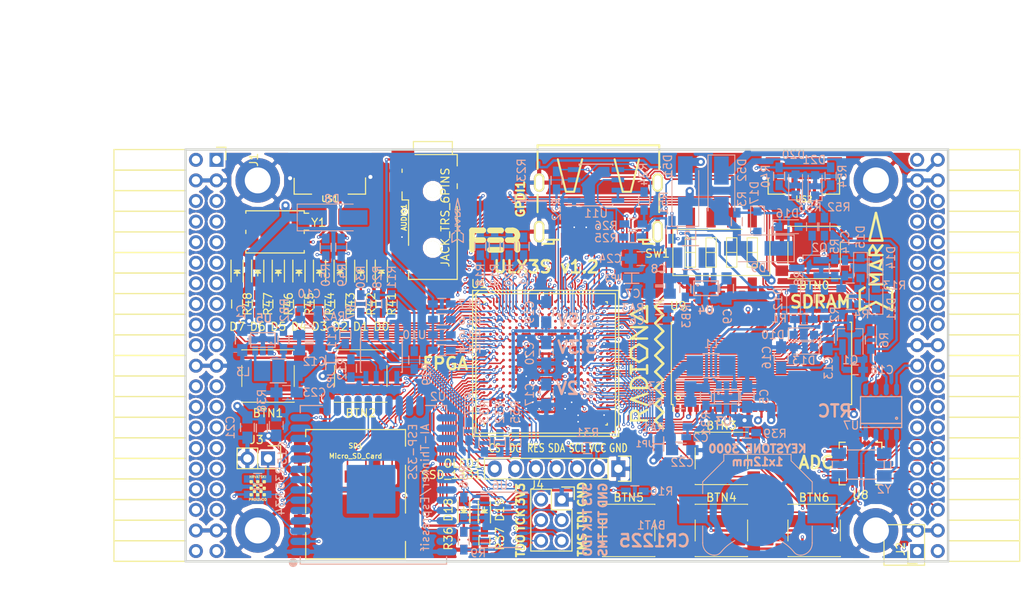
<source format=kicad_pcb>
(kicad_pcb (version 4) (host pcbnew 4.0.7+dfsg1-1)
  (layers (0 F.Cu signal) (1 In1.Cu signal) (2 In2.Cu signal) (31 B.Cu signal) (34 B.Paste user) (35 F.Paste user) (36 B.SilkS user) (37 F.SilkS user) (38 B.Mask user) (39 F.Mask user) (44 Edge.Cuts user))
  (net 0 "")
  (net 1 GND)
  (net 2 +5V)
  (net 3 /gpio/IN5V)
  (net 4 /gpio/OUT5V)
  (net 5 +3V3)
  (net 6 +1V2)
  (net 7 BTN_D)
  (net 8 BTN_F1)
  (net 9 BTN_F2)
  (net 10 BTN_L)
  (net 11 BTN_R)
  (net 12 BTN_U)
  (net 13 /power/FB1)
  (net 14 +2V5)
  (net 15 /power/PWREN)
  (net 16 /power/FB3)
  (net 17 /power/FB2)
  (net 18 "Net-(D9-Pad1)")
  (net 19 /power/VBAT)
  (net 20 JTAG_TDI)
  (net 21 JTAG_TCK)
  (net 22 JTAG_TMS)
  (net 23 JTAG_TDO)
  (net 24 /power/WAKEUPn)
  (net 25 /power/WKUP)
  (net 26 /power/SHUT)
  (net 27 /power/WAKE)
  (net 28 /power/HOLD)
  (net 29 /power/WKn)
  (net 30 /power/OSCI_32k)
  (net 31 /power/OSCO_32k)
  (net 32 "Net-(Q2-Pad3)")
  (net 33 SHUTDOWN)
  (net 34 /analog/AUDIO_L)
  (net 35 /analog/AUDIO_R)
  (net 36 GPDI_5V_SCL)
  (net 37 GPDI_5V_SDA)
  (net 38 GPDI_SDA)
  (net 39 GPDI_SCL)
  (net 40 /gpdi/VREF2)
  (net 41 SD_CMD)
  (net 42 SD_CLK)
  (net 43 SD_D0)
  (net 44 SD_D1)
  (net 45 USB5V)
  (net 46 GPDI_CEC)
  (net 47 nRESET)
  (net 48 FTDI_nDTR)
  (net 49 SDRAM_CKE)
  (net 50 SDRAM_A7)
  (net 51 SDRAM_D15)
  (net 52 SDRAM_BA1)
  (net 53 SDRAM_D7)
  (net 54 SDRAM_A6)
  (net 55 SDRAM_CLK)
  (net 56 SDRAM_D13)
  (net 57 SDRAM_BA0)
  (net 58 SDRAM_D6)
  (net 59 SDRAM_A5)
  (net 60 SDRAM_D14)
  (net 61 SDRAM_A11)
  (net 62 SDRAM_D12)
  (net 63 SDRAM_D5)
  (net 64 SDRAM_A4)
  (net 65 SDRAM_A10)
  (net 66 SDRAM_D11)
  (net 67 SDRAM_A3)
  (net 68 SDRAM_D4)
  (net 69 SDRAM_D10)
  (net 70 SDRAM_D9)
  (net 71 SDRAM_A9)
  (net 72 SDRAM_D3)
  (net 73 SDRAM_D8)
  (net 74 SDRAM_A8)
  (net 75 SDRAM_A2)
  (net 76 SDRAM_A1)
  (net 77 SDRAM_A0)
  (net 78 SDRAM_D2)
  (net 79 SDRAM_D1)
  (net 80 SDRAM_D0)
  (net 81 SDRAM_DQM0)
  (net 82 SDRAM_nCS)
  (net 83 SDRAM_nRAS)
  (net 84 SDRAM_DQM1)
  (net 85 SDRAM_nCAS)
  (net 86 SDRAM_nWE)
  (net 87 /flash/FLASH_nWP)
  (net 88 /flash/FLASH_nHOLD)
  (net 89 /flash/FLASH_MOSI)
  (net 90 /flash/FLASH_MISO)
  (net 91 /flash/FLASH_SCK)
  (net 92 /flash/FLASH_nCS)
  (net 93 /flash/FPGA_PROGRAMN)
  (net 94 /flash/FPGA_DONE)
  (net 95 /flash/FPGA_INITN)
  (net 96 OLED_RES)
  (net 97 OLED_DC)
  (net 98 OLED_CS)
  (net 99 WIFI_EN)
  (net 100 FTDI_nRTS)
  (net 101 FTDI_TXD)
  (net 102 FTDI_RXD)
  (net 103 WIFI_RXD)
  (net 104 WIFI_GPIO0)
  (net 105 WIFI_TXD)
  (net 106 GPDI_ETH-)
  (net 107 GPDI_ETH+)
  (net 108 GPDI_D2+)
  (net 109 GPDI_D2-)
  (net 110 GPDI_D1+)
  (net 111 GPDI_D1-)
  (net 112 GPDI_D0+)
  (net 113 GPDI_D0-)
  (net 114 GPDI_CLK+)
  (net 115 GPDI_CLK-)
  (net 116 USB_FTDI_D+)
  (net 117 USB_FTDI_D-)
  (net 118 J1_17-)
  (net 119 J1_17+)
  (net 120 J1_23-)
  (net 121 J1_23+)
  (net 122 J1_25-)
  (net 123 J1_25+)
  (net 124 J1_27-)
  (net 125 J1_27+)
  (net 126 J1_29-)
  (net 127 J1_29+)
  (net 128 J1_31-)
  (net 129 J1_31+)
  (net 130 J1_33-)
  (net 131 J1_33+)
  (net 132 J1_35-)
  (net 133 J1_35+)
  (net 134 J2_5-)
  (net 135 J2_5+)
  (net 136 J2_7-)
  (net 137 J2_7+)
  (net 138 J2_9-)
  (net 139 J2_9+)
  (net 140 J2_13-)
  (net 141 J2_13+)
  (net 142 J2_17-)
  (net 143 J2_17+)
  (net 144 J2_11-)
  (net 145 J2_11+)
  (net 146 J2_23-)
  (net 147 J2_23+)
  (net 148 J1_5-)
  (net 149 J1_5+)
  (net 150 J1_7-)
  (net 151 J1_7+)
  (net 152 J1_9-)
  (net 153 J1_9+)
  (net 154 J1_11-)
  (net 155 J1_11+)
  (net 156 J1_13-)
  (net 157 J1_13+)
  (net 158 J1_15-)
  (net 159 J1_15+)
  (net 160 J2_15-)
  (net 161 J2_15+)
  (net 162 J2_25-)
  (net 163 J2_25+)
  (net 164 J2_27-)
  (net 165 J2_27+)
  (net 166 J2_29-)
  (net 167 J2_29+)
  (net 168 J2_31-)
  (net 169 J2_31+)
  (net 170 J2_33-)
  (net 171 J2_33+)
  (net 172 J2_35-)
  (net 173 J2_35+)
  (net 174 SD_D3)
  (net 175 AUDIO_L3)
  (net 176 AUDIO_L2)
  (net 177 AUDIO_L1)
  (net 178 AUDIO_L0)
  (net 179 AUDIO_R3)
  (net 180 AUDIO_R2)
  (net 181 AUDIO_R1)
  (net 182 AUDIO_R0)
  (net 183 OLED_CLK)
  (net 184 OLED_MOSI)
  (net 185 LED0)
  (net 186 LED1)
  (net 187 LED2)
  (net 188 LED3)
  (net 189 LED4)
  (net 190 LED5)
  (net 191 LED6)
  (net 192 LED7)
  (net 193 BTN_PWRn)
  (net 194 "Net-(J3-Pad1)")
  (net 195 FTDI_nTXLED)
  (net 196 FTDI_nSLEEP)
  (net 197 /blinkey/LED_PWREN)
  (net 198 /blinkey/LED_TXLED)
  (net 199 FT3V3)
  (net 200 /sdcard/SD3V3)
  (net 201 SD_D2)
  (net 202 CLK_25MHz)
  (net 203 /blinkey/BTNPUL)
  (net 204 /blinkey/BTNPUR)
  (net 205 USB_FPGA_D+)
  (net 206 /power/FTDI_nSUSPEND)
  (net 207 /blinkey/ALED0)
  (net 208 /blinkey/ALED1)
  (net 209 /blinkey/ALED2)
  (net 210 /blinkey/ALED3)
  (net 211 /blinkey/ALED4)
  (net 212 /blinkey/ALED5)
  (net 213 /blinkey/ALED6)
  (net 214 /blinkey/ALED7)
  (net 215 /usb/FTD-)
  (net 216 /usb/FTD+)
  (net 217 ADC_MISO)
  (net 218 ADC_MOSI)
  (net 219 ADC_CSn)
  (net 220 ADC_SCLK)
  (net 221 "Net-(R51-Pad2)")
  (net 222 SW3)
  (net 223 SW2)
  (net 224 SW1)
  (net 225 SW0)
  (net 226 USB_FPGA_D-)
  (net 227 /usb/FPD+)
  (net 228 /usb/FPD-)
  (net 229 WIFI_GPIO16)
  (net 230 WIFI_GPIO15)
  (net 231 /usb/ANT_433MHz)
  (net 232 /power/PWRBTn)
  (net 233 PROG_DONE)
  (net 234 /power/P1V2)
  (net 235 /power/P3V3)
  (net 236 /power/P2V5)
  (net 237 /power/L1)
  (net 238 /power/L3)
  (net 239 /power/L2)
  (net 240 FTDI_TXDEN)
  (module jumper:SOLDER-JUMPER_1-WAY (layer B.Cu) (at 152.393 97.742 270)
    (fp_text reference JP1 (at 0 1.778 360) (layer B.SilkS) (effects (font (size 0.762 0.762) (thickness 0.1524)) (justify mirror)))
    (fp_text value 1.2 hide)
    (pad 1 smd rect (at -0.6 0 270) (size 1 1) (layers B.Cu B.Paste B.Mask) (net 234 /power/P1V2))
    (pad 2 smd rect (at 0.6 0 270) (size 1 1) (layers B.Cu B.Paste B.Mask) (net 6 +1V2))
  )
  (module ESP32-footprints-Lib:ESP-32S (layer B.Cu) (at 117.313 101.513)
    (fp_text reference U2 (at 7.902 -9.613 180) (layer B.SilkS) (effects (justify mirror)))
    (fp_text value ESP-32S)
    (fp_text user AI-Thinker/Espressif (at 6.3 1.6 270) (layer B.SilkS) (effects (justify mirror)))
    (fp_text user ESP-32S (at 4.8 -2.8 270) (layer B.SilkS) (effects (justify mirror)))
    (pad 38 smd oval (at 8.947434 9.517338 180) (size 2.5 0.9) (layers B.Cu B.Paste B.Mask) (net 1 GND))
    (pad 37 smd oval (at 8.947434 8.247338 180) (size 2.5 0.9) (layers B.Cu B.Paste B.Mask))
    (pad 36 smd oval (at 8.947434 6.977338 180) (size 2.5 0.9) (layers B.Cu B.Paste B.Mask) (net 233 PROG_DONE))
    (pad 35 smd oval (at 8.947434 5.707338 180) (size 2.5 0.9) (layers B.Cu B.Paste B.Mask) (net 105 WIFI_TXD))
    (pad 34 smd oval (at 8.947434 4.437338 180) (size 2.5 0.9) (layers B.Cu B.Paste B.Mask) (net 103 WIFI_RXD))
    (pad 33 smd oval (at 8.947434 3.167338 180) (size 2.5 0.9) (layers B.Cu B.Paste B.Mask) (net 22 JTAG_TMS))
    (pad 32 smd oval (at 8.947434 1.897338 180) (size 2.5 0.9) (layers B.Cu B.Paste B.Mask))
    (pad 31 smd oval (at 8.947434 0.627338 180) (size 2.5 0.9) (layers B.Cu B.Paste B.Mask) (net 20 JTAG_TDI))
    (pad 30 smd oval (at 8.947434 -0.642662 180) (size 2.5 0.9) (layers B.Cu B.Paste B.Mask) (net 21 JTAG_TCK))
    (pad 29 smd oval (at 8.947434 -1.912662 180) (size 2.5 0.9) (layers B.Cu B.Paste B.Mask))
    (pad 28 smd oval (at 8.947434 -3.182662 180) (size 2.5 0.9) (layers B.Cu B.Paste B.Mask) (net 23 JTAG_TDO))
    (pad 27 smd oval (at 8.947434 -4.452662 180) (size 2.5 0.9) (layers B.Cu B.Paste B.Mask) (net 229 WIFI_GPIO16))
    (pad 26 smd oval (at 8.947434 -5.722662 180) (size 2.5 0.9) (layers B.Cu B.Paste B.Mask))
    (pad 25 smd oval (at 8.947434 -6.992662 180) (size 2.5 0.9) (layers B.Cu B.Paste B.Mask) (net 104 WIFI_GPIO0))
    (pad 24 smd oval (at 5.662434 -8.482662 180) (size 0.9 2.5) (layers B.Cu B.Paste B.Mask))
    (pad 23 smd oval (at 4.392434 -8.482662 180) (size 0.9 2.5) (layers B.Cu B.Paste B.Mask) (net 230 WIFI_GPIO15))
    (pad 22 smd oval (at 3.122434 -8.482662 180) (size 0.9 2.5) (layers B.Cu B.Paste B.Mask) (net 44 SD_D1))
    (pad 21 smd oval (at 1.852434 -8.482662 180) (size 0.9 2.5) (layers B.Cu B.Paste B.Mask) (net 43 SD_D0))
    (pad 20 smd oval (at 0.582434 -8.482662 180) (size 0.9 2.5) (layers B.Cu B.Paste B.Mask) (net 42 SD_CLK))
    (pad 19 smd oval (at -0.687566 -8.482662 180) (size 0.9 2.5) (layers B.Cu B.Paste B.Mask) (net 41 SD_CMD))
    (pad 18 smd oval (at -1.957566 -8.482662 180) (size 0.9 2.5) (layers B.Cu B.Paste B.Mask))
    (pad 17 smd oval (at -3.227566 -8.482662 180) (size 0.9 2.5) (layers B.Cu B.Paste B.Mask))
    (pad 16 smd oval (at -4.497566 -8.482662 180) (size 0.9 2.5) (layers B.Cu B.Paste B.Mask) (net 124 J1_27-))
    (pad 15 smd oval (at -5.767566 -8.482662 180) (size 0.9 2.5) (layers B.Cu B.Paste B.Mask) (net 1 GND))
    (pad 14 smd oval (at -9.052566 -6.992662 180) (size 2.5 0.9) (layers B.Cu B.Paste B.Mask) (net 125 J1_27+))
    (pad 13 smd oval (at -9.052566 -5.722662 180) (size 2.5 0.9) (layers B.Cu B.Paste B.Mask) (net 126 J1_29-))
    (pad 12 smd oval (at -9.052566 -4.452662 180) (size 2.5 0.9) (layers B.Cu B.Paste B.Mask) (net 127 J1_29+))
    (pad 11 smd oval (at -9.052566 -3.182662 180) (size 2.5 0.9) (layers B.Cu B.Paste B.Mask) (net 128 J1_31-))
    (pad 10 smd oval (at -9.052566 -1.912662 180) (size 2.5 0.9) (layers B.Cu B.Paste B.Mask) (net 129 J1_31+))
    (pad 9 smd oval (at -9.052566 -0.642662 180) (size 2.5 0.9) (layers B.Cu B.Paste B.Mask) (net 130 J1_33-))
    (pad 8 smd oval (at -9.052566 0.627338 180) (size 2.5 0.9) (layers B.Cu B.Paste B.Mask) (net 131 J1_33+))
    (pad 7 smd oval (at -9.052566 1.897338 180) (size 2.5 0.9) (layers B.Cu B.Paste B.Mask) (net 132 J1_35-))
    (pad 6 smd oval (at -9.052566 3.167338 180) (size 2.5 0.9) (layers B.Cu B.Paste B.Mask) (net 133 J1_35+))
    (pad 5 smd oval (at -9.052566 4.437338 180) (size 2.5 0.9) (layers B.Cu B.Paste B.Mask))
    (pad 4 smd oval (at -9.052566 5.707338 180) (size 2.5 0.9) (layers B.Cu B.Paste B.Mask))
    (pad 3 smd oval (at -9.052566 6.977338 180) (size 2.5 0.9) (layers B.Cu B.Paste B.Mask) (net 99 WIFI_EN))
    (pad 2 smd oval (at -9.052566 8.247338 180) (size 2.5 0.9) (layers B.Cu B.Paste B.Mask) (net 5 +3V3))
    (pad 1 smd oval (at -9.052566 9.517338 180) (size 2.5 0.9) (layers B.Cu B.Paste B.Mask) (net 1 GND))
    (pad 39 smd rect (at -0.352566 1.817338 180) (size 6 6) (layers B.Cu B.Paste B.Mask) (net 1 GND))
  )
  (module Diodes_SMD:D_SMA_Handsoldering (layer B.Cu) (at 155.695 66.5 90)
    (fp_text reference D51 (at 3.048 -2.159 90) (layer B.SilkS) (effects (justify mirror)))
    (fp_text value STPS2L30AF hide)
    (pad 1 smd rect (at -2.5 0 90) (size 3.5 1.8) (layers B.Cu B.Paste B.Mask) (net 2 +5V))
    (pad 2 smd rect (at 2.5 0 90) (size 3.5 1.8) (layers B.Cu B.Paste B.Mask) (net 3 /gpio/IN5V))
  )
  (module Resistors_SMD:R_0603_HandSoldering (layer B.Cu) (at 154.044 71.326 90)
    (fp_text reference R51 (at 3.302 -1.016 90) (layer B.SilkS) (effects (justify mirror)))
    (fp_text value 220)
    (pad 1 smd rect (at -1.1 0 90) (size 1.2 0.9) (layers B.Cu B.Paste B.Mask) (net 5 +3V3))
    (pad 2 smd rect (at 1.1 0 90) (size 1.2 0.9) (layers B.Cu B.Paste B.Mask) (net 221 "Net-(R51-Pad2)"))
  )
  (module Resistors_SMD:R_1210_HandSoldering (layer B.Cu) (at 158.87 88.09 180)
    (fp_text reference L1 (at 0 2.7 180) (layer B.SilkS) (effects (justify mirror)))
    (fp_text value 2.2uH)
    (pad 1 smd rect (at -2 0 180) (size 2 2.5) (layers B.Cu B.Paste B.Mask) (net 237 /power/L1))
    (pad 2 smd rect (at 2 0 180) (size 2 2.5) (layers B.Cu B.Paste B.Mask) (net 234 /power/P1V2))
  )
  (module TSOT-25:TSOT-25 (layer B.Cu) (at 160.775 91.9)
    (fp_text reference U3 (at -0.381 3.048) (layer B.SilkS) (effects (font (thickness 0.2)) (justify mirror)))
    (fp_text value AP3429A)
    (pad 1 smd rect (at -0.95 -1.3) (size 0.7 1.2) (layers B.Cu B.Paste B.Mask) (net 15 /power/PWREN))
    (pad 2 smd rect (at 0 -1.3) (size 0.7 1.2) (layers B.Cu B.Paste B.Mask) (net 1 GND))
    (pad 3 smd rect (at 0.95 -1.3) (size 0.7 1.2) (layers B.Cu B.Paste B.Mask) (net 237 /power/L1))
    (pad 4 smd rect (at 0.95 1.3) (size 0.7 1.2) (layers B.Cu B.Paste B.Mask) (net 2 +5V))
    (pad 5 smd rect (at -0.95 1.3) (size 0.7 1.2) (layers B.Cu B.Paste B.Mask) (net 13 /power/FB1))
  )
  (module Resistors_SMD:R_1210_HandSoldering (layer B.Cu) (at 156.33 74.755 180)
    (fp_text reference L2 (at 0 2.7 180) (layer B.SilkS) (effects (justify mirror)))
    (fp_text value 2.2uH)
    (pad 1 smd rect (at -2 0 180) (size 2 2.5) (layers B.Cu B.Paste B.Mask) (net 238 /power/L3))
    (pad 2 smd rect (at 2 0 180) (size 2 2.5) (layers B.Cu B.Paste B.Mask) (net 235 /power/P3V3))
  )
  (module TSOT-25:TSOT-25 (layer B.Cu) (at 158.235 78.535)
    (fp_text reference U4 (at 0 2.697) (layer B.SilkS) (effects (font (thickness 0.2)) (justify mirror)))
    (fp_text value AP3429A)
    (pad 1 smd rect (at -0.95 -1.3) (size 0.7 1.2) (layers B.Cu B.Paste B.Mask) (net 15 /power/PWREN))
    (pad 2 smd rect (at 0 -1.3) (size 0.7 1.2) (layers B.Cu B.Paste B.Mask) (net 1 GND))
    (pad 3 smd rect (at 0.95 -1.3) (size 0.7 1.2) (layers B.Cu B.Paste B.Mask) (net 238 /power/L3))
    (pad 4 smd rect (at 0.95 1.3) (size 0.7 1.2) (layers B.Cu B.Paste B.Mask) (net 2 +5V))
    (pad 5 smd rect (at -0.95 1.3) (size 0.7 1.2) (layers B.Cu B.Paste B.Mask) (net 16 /power/FB3))
  )
  (module LEDs:LED_0805 (layer F.Cu) (at 118.23 76.66 270)
    (fp_text reference D0 (at 6.604 0 360) (layer F.SilkS))
    (fp_text value LED hide)
    (pad 2 smd rect (at 1.04902 0 90) (size 1.19888 1.19888) (layers F.Cu F.Paste F.Mask) (net 207 /blinkey/ALED0))
    (pad 1 smd rect (at -1.04902 0 90) (size 1.19888 1.19888) (layers F.Cu F.Paste F.Mask) (net 1 GND))
  )
  (module LEDs:LED_0805 (layer F.Cu) (at 115.69 76.66 270)
    (fp_text reference D1 (at 6.604 0 360) (layer F.SilkS))
    (fp_text value LED hide)
    (pad 2 smd rect (at 1.04902 0 90) (size 1.19888 1.19888) (layers F.Cu F.Paste F.Mask) (net 208 /blinkey/ALED1))
    (pad 1 smd rect (at -1.04902 0 90) (size 1.19888 1.19888) (layers F.Cu F.Paste F.Mask) (net 1 GND))
  )
  (module LEDs:LED_0805 (layer F.Cu) (at 113.15 76.66 270)
    (fp_text reference D2 (at 6.604 0 360) (layer F.SilkS))
    (fp_text value LED hide)
    (pad 2 smd rect (at 1.04902 0 90) (size 1.19888 1.19888) (layers F.Cu F.Paste F.Mask) (net 209 /blinkey/ALED2))
    (pad 1 smd rect (at -1.04902 0 90) (size 1.19888 1.19888) (layers F.Cu F.Paste F.Mask) (net 1 GND))
  )
  (module LEDs:LED_0805 (layer F.Cu) (at 110.61 76.66 270)
    (fp_text reference D3 (at 6.604 0 360) (layer F.SilkS))
    (fp_text value LED hide)
    (pad 2 smd rect (at 1.04902 0 90) (size 1.19888 1.19888) (layers F.Cu F.Paste F.Mask) (net 210 /blinkey/ALED3))
    (pad 1 smd rect (at -1.04902 0 90) (size 1.19888 1.19888) (layers F.Cu F.Paste F.Mask) (net 1 GND))
  )
  (module LEDs:LED_0805 (layer F.Cu) (at 108.07 76.66 270)
    (fp_text reference D4 (at 6.604 0 360) (layer F.SilkS))
    (fp_text value LED hide)
    (pad 2 smd rect (at 1.04902 0 90) (size 1.19888 1.19888) (layers F.Cu F.Paste F.Mask) (net 211 /blinkey/ALED4))
    (pad 1 smd rect (at -1.04902 0 90) (size 1.19888 1.19888) (layers F.Cu F.Paste F.Mask) (net 1 GND))
  )
  (module LEDs:LED_0805 (layer F.Cu) (at 105.53 76.66 270)
    (fp_text reference D5 (at 6.604 0 360) (layer F.SilkS))
    (fp_text value LED hide)
    (pad 2 smd rect (at 1.04902 0 90) (size 1.19888 1.19888) (layers F.Cu F.Paste F.Mask) (net 212 /blinkey/ALED5))
    (pad 1 smd rect (at -1.04902 0 90) (size 1.19888 1.19888) (layers F.Cu F.Paste F.Mask) (net 1 GND))
  )
  (module LEDs:LED_0805 (layer F.Cu) (at 102.99 76.66 270)
    (fp_text reference D6 (at 6.604 0 360) (layer F.SilkS))
    (fp_text value LED hide)
    (pad 2 smd rect (at 1.04902 0 90) (size 1.19888 1.19888) (layers F.Cu F.Paste F.Mask) (net 213 /blinkey/ALED6))
    (pad 1 smd rect (at -1.04902 0 90) (size 1.19888 1.19888) (layers F.Cu F.Paste F.Mask) (net 1 GND))
  )
  (module LEDs:LED_0805 (layer F.Cu) (at 100.45 76.66 270)
    (fp_text reference D7 (at 6.604 0 360) (layer F.SilkS))
    (fp_text value LED hide)
    (pad 2 smd rect (at 1.04902 0 90) (size 1.19888 1.19888) (layers F.Cu F.Paste F.Mask) (net 214 /blinkey/ALED7))
    (pad 1 smd rect (at -1.04902 0 90) (size 1.19888 1.19888) (layers F.Cu F.Paste F.Mask) (net 1 GND))
  )
  (module Resistors_SMD:R_1210_HandSoldering (layer B.Cu) (at 105.53 88.725)
    (fp_text reference L3 (at -4.318 0.127) (layer B.SilkS) (effects (justify mirror)))
    (fp_text value 2.2uH)
    (pad 1 smd rect (at -2 0) (size 2 2.5) (layers B.Cu B.Paste B.Mask) (net 239 /power/L2))
    (pad 2 smd rect (at 2 0) (size 2 2.5) (layers B.Cu B.Paste B.Mask) (net 236 /power/P2V5))
  )
  (module TSOT-25:TSOT-25 (layer B.Cu) (at 103.625 84.915 180)
    (fp_text reference U5 (at -0.127 2.667 180) (layer B.SilkS) (effects (font (thickness 0.2)) (justify mirror)))
    (fp_text value AP3429A)
    (pad 1 smd rect (at -0.95 -1.3 180) (size 0.7 1.2) (layers B.Cu B.Paste B.Mask) (net 15 /power/PWREN))
    (pad 2 smd rect (at 0 -1.3 180) (size 0.7 1.2) (layers B.Cu B.Paste B.Mask) (net 1 GND))
    (pad 3 smd rect (at 0.95 -1.3 180) (size 0.7 1.2) (layers B.Cu B.Paste B.Mask) (net 239 /power/L2))
    (pad 4 smd rect (at 0.95 1.3 180) (size 0.7 1.2) (layers B.Cu B.Paste B.Mask) (net 2 +5V))
    (pad 5 smd rect (at -0.95 1.3 180) (size 0.7 1.2) (layers B.Cu B.Paste B.Mask) (net 17 /power/FB2))
  )
  (module Capacitors_SMD:C_0805_HandSoldering (layer B.Cu) (at 101.085 84.915 270)
    (fp_text reference C1 (at -3.429 0.127 270) (layer B.SilkS) (effects (justify mirror)))
    (fp_text value 22uF)
    (pad 1 smd rect (at -1.25 0 270) (size 1.5 1.25) (layers B.Cu B.Paste B.Mask) (net 2 +5V))
    (pad 2 smd rect (at 1.25 0 270) (size 1.5 1.25) (layers B.Cu B.Paste B.Mask) (net 1 GND))
  )
  (module Capacitors_SMD:C_0805_HandSoldering (layer B.Cu) (at 155.06 90.63)
    (fp_text reference C3 (at -3.048 0) (layer B.SilkS) (effects (justify mirror)))
    (fp_text value 22uF)
    (pad 1 smd rect (at -1.25 0) (size 1.5 1.25) (layers B.Cu B.Paste B.Mask) (net 234 /power/P1V2))
    (pad 2 smd rect (at 1.25 0) (size 1.5 1.25) (layers B.Cu B.Paste B.Mask) (net 1 GND))
  )
  (module Capacitors_SMD:C_0805_HandSoldering (layer B.Cu) (at 155.06 92.535)
    (fp_text reference C4 (at -3.048 0.127) (layer B.SilkS) (effects (justify mirror)))
    (fp_text value 22uF)
    (pad 1 smd rect (at -1.25 0) (size 1.5 1.25) (layers B.Cu B.Paste B.Mask) (net 234 /power/P1V2))
    (pad 2 smd rect (at 1.25 0) (size 1.5 1.25) (layers B.Cu B.Paste B.Mask) (net 1 GND))
  )
  (module Capacitors_SMD:C_0805_HandSoldering (layer B.Cu) (at 163.315 91.9 90)
    (fp_text reference C5 (at 0 2.1 90) (layer B.SilkS) (effects (justify mirror)))
    (fp_text value 22uF)
    (pad 1 smd rect (at -1.25 0 90) (size 1.5 1.25) (layers B.Cu B.Paste B.Mask) (net 2 +5V))
    (pad 2 smd rect (at 1.25 0 90) (size 1.5 1.25) (layers B.Cu B.Paste B.Mask) (net 1 GND))
  )
  (module Capacitors_SMD:C_0805_HandSoldering (layer B.Cu) (at 152.52 79.2)
    (fp_text reference C7 (at -3.302 0) (layer B.SilkS) (effects (justify mirror)))
    (fp_text value 22uF)
    (pad 1 smd rect (at -1.25 0) (size 1.5 1.25) (layers B.Cu B.Paste B.Mask) (net 235 /power/P3V3))
    (pad 2 smd rect (at 1.25 0) (size 1.5 1.25) (layers B.Cu B.Paste B.Mask) (net 1 GND))
  )
  (module Capacitors_SMD:C_0805_HandSoldering (layer B.Cu) (at 152.52 77.295)
    (fp_text reference C8 (at -0.127 -1.143) (layer B.SilkS) (effects (justify mirror)))
    (fp_text value 22uF)
    (pad 1 smd rect (at -1.25 0) (size 1.5 1.25) (layers B.Cu B.Paste B.Mask) (net 235 /power/P3V3))
    (pad 2 smd rect (at 1.25 0) (size 1.5 1.25) (layers B.Cu B.Paste B.Mask) (net 1 GND))
  )
  (module Capacitors_SMD:C_0805_HandSoldering (layer B.Cu) (at 160.775 78.565 90)
    (fp_text reference C9 (at -3.429 0.127 90) (layer B.SilkS) (effects (justify mirror)))
    (fp_text value 22uF)
    (pad 1 smd rect (at -1.25 0 90) (size 1.5 1.25) (layers B.Cu B.Paste B.Mask) (net 2 +5V))
    (pad 2 smd rect (at 1.25 0 90) (size 1.5 1.25) (layers B.Cu B.Paste B.Mask) (net 1 GND))
  )
  (module Capacitors_SMD:C_0805_HandSoldering (layer B.Cu) (at 109.34 84.28 180)
    (fp_text reference C11 (at -2.794 -0.254 270) (layer B.SilkS) (effects (justify mirror)))
    (fp_text value 22uF)
    (pad 1 smd rect (at -1.25 0 180) (size 1.5 1.25) (layers B.Cu B.Paste B.Mask) (net 236 /power/P2V5))
    (pad 2 smd rect (at 1.25 0 180) (size 1.5 1.25) (layers B.Cu B.Paste B.Mask) (net 1 GND))
  )
  (module Capacitors_SMD:C_0805_HandSoldering (layer B.Cu) (at 109.34 86.185 180)
    (fp_text reference C12 (at -0.635 -1.397 360) (layer B.SilkS) (effects (justify mirror)))
    (fp_text value 22uF)
    (pad 1 smd rect (at -1.25 0 180) (size 1.5 1.25) (layers B.Cu B.Paste B.Mask) (net 236 /power/P2V5))
    (pad 2 smd rect (at 1.25 0 180) (size 1.5 1.25) (layers B.Cu B.Paste B.Mask) (net 1 GND))
  )
  (module Power_Integrations:SO-8 (layer B.Cu) (at 179.825 93.805 180)
    (fp_text reference U7 (at 3.683 -1.651 180) (layer B.SilkS) (effects (justify mirror)))
    (fp_text value PCF8523)
    (pad 1 smd oval (at -1.905 -2.794 180) (size 0.6096 1.4732) (layers B.Cu B.Paste B.Mask) (net 30 /power/OSCI_32k))
    (pad 2 smd oval (at -0.635 -2.794 180) (size 0.6096 1.4732) (layers B.Cu B.Paste B.Mask) (net 31 /power/OSCO_32k))
    (pad 3 smd oval (at 0.635 -2.794 180) (size 0.6096 1.4732) (layers B.Cu B.Paste B.Mask) (net 19 /power/VBAT))
    (pad 4 smd oval (at 1.905 -2.794 180) (size 0.6096 1.4732) (layers B.Cu B.Paste B.Mask) (net 1 GND))
    (pad 5 smd oval (at 1.905 2.794 180) (size 0.6096 1.4732) (layers B.Cu B.Paste B.Mask) (net 38 GPDI_SDA))
    (pad 6 smd oval (at 0.635 2.794 180) (size 0.6096 1.4732) (layers B.Cu B.Paste B.Mask) (net 39 GPDI_SCL))
    (pad 7 smd oval (at -0.635 2.794 180) (size 0.6096 1.4732) (layers B.Cu B.Paste B.Mask) (net 24 /power/WAKEUPn))
    (pad 8 smd oval (at -1.905 2.794 180) (size 0.6096 1.4732) (layers B.Cu B.Paste B.Mask) (net 5 +3V3))
  )
  (module Capacitors_SMD:C_0805_HandSoldering (layer B.Cu) (at 173.221 84.788 90)
    (fp_text reference C13 (at -3.556 0.127 90) (layer B.SilkS) (effects (justify mirror)))
    (fp_text value 2.2uF)
    (pad 1 smd rect (at -1.25 0 90) (size 1.5 1.25) (layers B.Cu B.Paste B.Mask) (net 2 +5V))
    (pad 2 smd rect (at 1.25 0 90) (size 1.5 1.25) (layers B.Cu B.Paste B.Mask) (net 25 /power/WKUP))
  )
  (module TSOP54:TSOP54 (layer F.Cu) (at 165.08 87.8 90)
    (fp_text reference U9 (at 7.076 -10.274 180) (layer F.SilkS))
    (fp_text value MT48LC16M16A2TG)
    (pad 28 smd rect (at 5.53 10.4 90) (size 0.9 0.56) (layers F.Cu F.Paste F.Mask) (net 1 GND))
    (pad 1 smd rect (at -5.53 -10.4 90) (size 0.9 0.56) (layers F.Cu F.Paste F.Mask) (net 5 +3V3))
    (pad 2 smd rect (at -5.53 -9.6 90) (size 0.9 0.56) (layers F.Cu F.Paste F.Mask) (net 80 SDRAM_D0))
    (pad 3 smd rect (at -5.53 -8.8 90) (size 0.9 0.56) (layers F.Cu F.Paste F.Mask) (net 5 +3V3))
    (pad 4 smd rect (at -5.53 -8 90) (size 0.9 0.56) (layers F.Cu F.Paste F.Mask) (net 79 SDRAM_D1))
    (pad 5 smd rect (at -5.53 -7.2 90) (size 0.9 0.56) (layers F.Cu F.Paste F.Mask) (net 78 SDRAM_D2))
    (pad 6 smd rect (at -5.53 -6.4 90) (size 0.9 0.56) (layers F.Cu F.Paste F.Mask) (net 1 GND))
    (pad 7 smd rect (at -5.53 -5.6 90) (size 0.9 0.56) (layers F.Cu F.Paste F.Mask) (net 72 SDRAM_D3))
    (pad 8 smd rect (at -5.53 -4.8 90) (size 0.9 0.56) (layers F.Cu F.Paste F.Mask) (net 68 SDRAM_D4))
    (pad 9 smd rect (at -5.53 -4 90) (size 0.9 0.56) (layers F.Cu F.Paste F.Mask) (net 5 +3V3))
    (pad 10 smd rect (at -5.53 -3.2 90) (size 0.9 0.56) (layers F.Cu F.Paste F.Mask) (net 63 SDRAM_D5))
    (pad 11 smd rect (at -5.53 -2.4 90) (size 0.9 0.56) (layers F.Cu F.Paste F.Mask) (net 58 SDRAM_D6))
    (pad 12 smd rect (at -5.53 -1.6 90) (size 0.9 0.56) (layers F.Cu F.Paste F.Mask) (net 1 GND))
    (pad 13 smd rect (at -5.53 -0.8 90) (size 0.9 0.56) (layers F.Cu F.Paste F.Mask) (net 53 SDRAM_D7))
    (pad 14 smd rect (at -5.53 0 90) (size 0.9 0.56) (layers F.Cu F.Paste F.Mask) (net 5 +3V3))
    (pad 15 smd rect (at -5.53 0.8 90) (size 0.9 0.56) (layers F.Cu F.Paste F.Mask) (net 81 SDRAM_DQM0))
    (pad 16 smd rect (at -5.53 1.6 90) (size 0.9 0.56) (layers F.Cu F.Paste F.Mask) (net 86 SDRAM_nWE))
    (pad 17 smd rect (at -5.53 2.4 90) (size 0.9 0.56) (layers F.Cu F.Paste F.Mask) (net 85 SDRAM_nCAS))
    (pad 18 smd rect (at -5.53 3.2 90) (size 0.9 0.56) (layers F.Cu F.Paste F.Mask) (net 83 SDRAM_nRAS))
    (pad 19 smd rect (at -5.53 4 90) (size 0.9 0.56) (layers F.Cu F.Paste F.Mask) (net 82 SDRAM_nCS))
    (pad 20 smd rect (at -5.53 4.8 90) (size 0.9 0.56) (layers F.Cu F.Paste F.Mask) (net 57 SDRAM_BA0))
    (pad 21 smd rect (at -5.53 5.6 90) (size 0.9 0.56) (layers F.Cu F.Paste F.Mask) (net 52 SDRAM_BA1))
    (pad 22 smd rect (at -5.53 6.4 90) (size 0.9 0.56) (layers F.Cu F.Paste F.Mask) (net 65 SDRAM_A10))
    (pad 23 smd rect (at -5.53 7.2 90) (size 0.9 0.56) (layers F.Cu F.Paste F.Mask) (net 77 SDRAM_A0))
    (pad 24 smd rect (at -5.53 8 90) (size 0.9 0.56) (layers F.Cu F.Paste F.Mask) (net 76 SDRAM_A1))
    (pad 25 smd rect (at -5.53 8.8 90) (size 0.9 0.56) (layers F.Cu F.Paste F.Mask) (net 75 SDRAM_A2))
    (pad 26 smd rect (at -5.53 9.6 90) (size 0.9 0.56) (layers F.Cu F.Paste F.Mask) (net 67 SDRAM_A3))
    (pad 27 smd rect (at -5.53 10.4 90) (size 0.9 0.56) (layers F.Cu F.Paste F.Mask) (net 5 +3V3))
    (pad 29 smd rect (at 5.53 9.6 90) (size 0.9 0.56) (layers F.Cu F.Paste F.Mask) (net 64 SDRAM_A4))
    (pad 30 smd rect (at 5.53 8.8 90) (size 0.9 0.56) (layers F.Cu F.Paste F.Mask) (net 59 SDRAM_A5))
    (pad 31 smd rect (at 5.53 8 90) (size 0.9 0.56) (layers F.Cu F.Paste F.Mask) (net 54 SDRAM_A6))
    (pad 32 smd rect (at 5.53 7.2 90) (size 0.9 0.56) (layers F.Cu F.Paste F.Mask) (net 50 SDRAM_A7))
    (pad 33 smd rect (at 5.53 6.4 90) (size 0.9 0.56) (layers F.Cu F.Paste F.Mask) (net 74 SDRAM_A8))
    (pad 34 smd rect (at 5.53 5.6 90) (size 0.9 0.56) (layers F.Cu F.Paste F.Mask) (net 71 SDRAM_A9))
    (pad 35 smd rect (at 5.53 4.8 90) (size 0.9 0.56) (layers F.Cu F.Paste F.Mask) (net 61 SDRAM_A11))
    (pad 36 smd rect (at 5.53 4 90) (size 0.9 0.56) (layers F.Cu F.Paste F.Mask))
    (pad 37 smd rect (at 5.53 3.2 90) (size 0.9 0.56) (layers F.Cu F.Paste F.Mask) (net 49 SDRAM_CKE))
    (pad 38 smd rect (at 5.53 2.4 90) (size 0.9 0.56) (layers F.Cu F.Paste F.Mask) (net 55 SDRAM_CLK))
    (pad 39 smd rect (at 5.53 1.6 90) (size 0.9 0.56) (layers F.Cu F.Paste F.Mask) (net 84 SDRAM_DQM1))
    (pad 40 smd rect (at 5.53 0.8 90) (size 0.9 0.56) (layers F.Cu F.Paste F.Mask))
    (pad 41 smd rect (at 5.53 0 90) (size 0.9 0.56) (layers F.Cu F.Paste F.Mask) (net 1 GND))
    (pad 42 smd rect (at 5.53 -0.8 90) (size 0.9 0.56) (layers F.Cu F.Paste F.Mask) (net 73 SDRAM_D8))
    (pad 43 smd rect (at 5.53 -1.6 90) (size 0.9 0.56) (layers F.Cu F.Paste F.Mask) (net 5 +3V3))
    (pad 44 smd rect (at 5.53 -2.4 90) (size 0.9 0.56) (layers F.Cu F.Paste F.Mask) (net 70 SDRAM_D9))
    (pad 45 smd rect (at 5.53 -3.2 90) (size 0.9 0.56) (layers F.Cu F.Paste F.Mask) (net 69 SDRAM_D10))
    (pad 46 smd rect (at 5.53 -4 90) (size 0.9 0.56) (layers F.Cu F.Paste F.Mask) (net 1 GND))
    (pad 47 smd rect (at 5.53 -4.8 90) (size 0.9 0.56) (layers F.Cu F.Paste F.Mask) (net 66 SDRAM_D11))
    (pad 48 smd rect (at 5.53 -5.6 90) (size 0.9 0.56) (layers F.Cu F.Paste F.Mask) (net 62 SDRAM_D12))
    (pad 49 smd rect (at 5.53 -6.4 90) (size 0.9 0.56) (layers F.Cu F.Paste F.Mask) (net 5 +3V3))
    (pad 50 smd rect (at 5.53 -7.2 90) (size 0.9 0.56) (layers F.Cu F.Paste F.Mask) (net 56 SDRAM_D13))
    (pad 51 smd rect (at 5.53 -8 90) (size 0.9 0.56) (layers F.Cu F.Paste F.Mask) (net 60 SDRAM_D14))
    (pad 52 smd rect (at 5.53 -8.8 90) (size 0.9 0.56) (layers F.Cu F.Paste F.Mask) (net 1 GND))
    (pad 53 smd rect (at 5.53 -9.6 90) (size 0.9 0.56) (layers F.Cu F.Paste F.Mask) (net 51 SDRAM_D15))
    (pad 54 smd rect (at 5.53 -10.4 90) (size 0.9 0.56) (layers F.Cu F.Paste F.Mask) (net 1 GND))
  )
  (module TO_SOT_Packages_SMD:SOT-23_Handsoldering (layer B.Cu) (at 176.015 84.28 90)
    (fp_text reference Q1 (at -3.1115 0 180) (layer B.SilkS) (effects (justify mirror)))
    (fp_text value BC857)
    (pad 1 smd rect (at -1.5 0.95 90) (size 1.9 0.8) (layers B.Cu B.Paste B.Mask) (net 29 /power/WKn))
    (pad 2 smd rect (at -1.5 -0.95 90) (size 1.9 0.8) (layers B.Cu B.Paste B.Mask) (net 2 +5V))
    (pad 3 smd rect (at 1.5 0 90) (size 1.9 0.8) (layers B.Cu B.Paste B.Mask) (net 25 /power/WKUP))
  )
  (module TO_SOT_Packages_SMD:SOT-23_Handsoldering (layer B.Cu) (at 170.935 76.025 180)
    (fp_text reference Q2 (at -1.295 2.5 180) (layer B.SilkS) (effects (justify mirror)))
    (fp_text value 2N7002)
    (pad 1 smd rect (at -1.5 0.95 180) (size 1.9 0.8) (layers B.Cu B.Paste B.Mask) (net 26 /power/SHUT))
    (pad 2 smd rect (at -1.5 -0.95 180) (size 1.9 0.8) (layers B.Cu B.Paste B.Mask) (net 1 GND))
    (pad 3 smd rect (at 1.5 0 180) (size 1.9 0.8) (layers B.Cu B.Paste B.Mask) (net 32 "Net-(Q2-Pad3)"))
  )
  (module Capacitors_SMD:C_0603_HandSoldering (layer B.Cu) (at 154.86 96.91)
    (fp_text reference C2 (at 2.74 0.07) (layer B.SilkS) (effects (justify mirror)))
    (fp_text value 470pF)
    (pad 1 smd rect (at -0.95 0) (size 1.2 0.75) (layers B.Cu B.Paste B.Mask) (net 234 /power/P1V2))
    (pad 2 smd rect (at 0.95 0) (size 1.2 0.75) (layers B.Cu B.Paste B.Mask) (net 13 /power/FB1))
  )
  (module Capacitors_SMD:C_0603_HandSoldering (layer B.Cu) (at 152.52 82.375)
    (fp_text reference C6 (at -2.794 0.127) (layer B.SilkS) (effects (justify mirror)))
    (fp_text value 470pF)
    (pad 1 smd rect (at -0.95 0) (size 1.2 0.75) (layers B.Cu B.Paste B.Mask) (net 235 /power/P3V3))
    (pad 2 smd rect (at 0.95 0) (size 1.2 0.75) (layers B.Cu B.Paste B.Mask) (net 16 /power/FB3))
  )
  (module Capacitors_SMD:C_0603_HandSoldering (layer B.Cu) (at 109.34 81.105 180)
    (fp_text reference C10 (at 0 1.9 180) (layer B.SilkS) (effects (justify mirror)))
    (fp_text value 470pF)
    (pad 1 smd rect (at -0.95 0 180) (size 1.2 0.75) (layers B.Cu B.Paste B.Mask) (net 236 /power/P2V5))
    (pad 2 smd rect (at 0.95 0 180) (size 1.2 0.75) (layers B.Cu B.Paste B.Mask) (net 17 /power/FB2))
  )
  (module Capacitors_SMD:C_0603_HandSoldering (layer B.Cu) (at 175.38 76.025 270)
    (fp_text reference C14 (at -3.175 0 270) (layer B.SilkS) (effects (justify mirror)))
    (fp_text value 100nF)
    (pad 1 smd rect (at -0.95 0 270) (size 1.2 0.75) (layers B.Cu B.Paste B.Mask) (net 26 /power/SHUT))
    (pad 2 smd rect (at 0.95 0 270) (size 1.2 0.75) (layers B.Cu B.Paste B.Mask) (net 1 GND))
  )
  (module Resistors_SMD:R_0603_HandSoldering (layer B.Cu) (at 170.3 82.375)
    (fp_text reference R1 (at -3.048 -0.127) (layer B.SilkS) (effects (justify mirror)))
    (fp_text value 15k)
    (pad 1 smd rect (at -1.1 0) (size 1.2 0.9) (layers B.Cu B.Paste B.Mask) (net 27 /power/WAKE))
    (pad 2 smd rect (at 1.1 0) (size 1.2 0.9) (layers B.Cu B.Paste B.Mask) (net 15 /power/PWREN))
  )
  (module Resistors_SMD:R_0603_HandSoldering (layer B.Cu) (at 172.84 79.835 90)
    (fp_text reference R2 (at -1.905 1.27 90) (layer B.SilkS) (effects (justify mirror)))
    (fp_text value 47k)
    (pad 1 smd rect (at -1.1 0 90) (size 1.2 0.9) (layers B.Cu B.Paste B.Mask) (net 15 /power/PWREN))
    (pad 2 smd rect (at 1.1 0 90) (size 1.2 0.9) (layers B.Cu B.Paste B.Mask) (net 1 GND))
  )
  (module Resistors_SMD:R_0603_HandSoldering (layer B.Cu) (at 176.015 80.47 180)
    (fp_text reference R4 (at -1.397 -1.27 360) (layer B.SilkS) (effects (justify mirror)))
    (fp_text value 15k)
    (pad 1 smd rect (at -1.1 0 180) (size 1.2 0.9) (layers B.Cu B.Paste B.Mask) (net 28 /power/HOLD))
    (pad 2 smd rect (at 1.1 0 180) (size 1.2 0.9) (layers B.Cu B.Paste B.Mask) (net 15 /power/PWREN))
  )
  (module Resistors_SMD:R_0603_HandSoldering (layer B.Cu) (at 174.11 76.025 270)
    (fp_text reference R5 (at -2.667 0 270) (layer B.SilkS) (effects (justify mirror)))
    (fp_text value 4.7M)
    (pad 1 smd rect (at -1.1 0 270) (size 1.2 0.9) (layers B.Cu B.Paste B.Mask) (net 26 /power/SHUT))
    (pad 2 smd rect (at 1.1 0 270) (size 1.2 0.9) (layers B.Cu B.Paste B.Mask) (net 1 GND))
  )
  (module Resistors_SMD:R_0603_HandSoldering (layer B.Cu) (at 178.555 84.915 270)
    (fp_text reference R6 (at 0 -1.651 270) (layer B.SilkS) (effects (justify mirror)))
    (fp_text value 1k)
    (pad 1 smd rect (at -1.1 0 270) (size 1.2 0.9) (layers B.Cu B.Paste B.Mask) (net 29 /power/WKn))
    (pad 2 smd rect (at 1.1 0 270) (size 1.2 0.9) (layers B.Cu B.Paste B.Mask) (net 24 /power/WAKEUPn))
  )
  (module Resistors_SMD:R_0603_HandSoldering (layer B.Cu) (at 113.785 84.28 270)
    (fp_text reference R7 (at -2.794 -0.635 270) (layer B.SilkS) (effects (justify mirror)))
    (fp_text value 220)
    (pad 1 smd rect (at -1.1 0 270) (size 1.2 0.9) (layers B.Cu B.Paste B.Mask) (net 5 +3V3))
    (pad 2 smd rect (at 1.1 0 270) (size 1.2 0.9) (layers B.Cu B.Paste B.Mask) (net 203 /blinkey/BTNPUL))
  )
  (module Resistors_SMD:R_0603_HandSoldering (layer B.Cu) (at 170.935 79.835 90)
    (fp_text reference R8 (at 2.54 -1.27 90) (layer B.SilkS) (effects (justify mirror)))
    (fp_text value 1k)
    (pad 1 smd rect (at -1.1 0 90) (size 1.2 0.9) (layers B.Cu B.Paste B.Mask) (net 15 /power/PWREN))
    (pad 2 smd rect (at 1.1 0 90) (size 1.2 0.9) (layers B.Cu B.Paste B.Mask) (net 32 "Net-(Q2-Pad3)"))
  )
  (module Resistors_SMD:R_0603_HandSoldering (layer B.Cu) (at 128.39 109.68 270)
    (fp_text reference R9 (at 1.524 -1.778 360) (layer B.SilkS) (effects (justify mirror)))
    (fp_text value 15k)
    (pad 1 smd rect (at -1.1 0 270) (size 1.2 0.9) (layers B.Cu B.Paste B.Mask) (net 47 nRESET))
    (pad 2 smd rect (at 1.1 0 270) (size 1.2 0.9) (layers B.Cu B.Paste B.Mask) (net 199 FT3V3))
  )
  (module Resistors_SMD:R_0603_HandSoldering (layer B.Cu) (at 149.472 103.584 180)
    (fp_text reference R10 (at -3.302 0 180) (layer B.SilkS) (effects (justify mirror)))
    (fp_text value 220)
    (pad 1 smd rect (at -1.1 0 180) (size 1.2 0.9) (layers B.Cu B.Paste B.Mask) (net 206 /power/FTDI_nSUSPEND))
    (pad 2 smd rect (at 1.1 0 180) (size 1.2 0.9) (layers B.Cu B.Paste B.Mask) (net 196 FTDI_nSLEEP))
  )
  (module Resistors_SMD:R_0603_HandSoldering (layer B.Cu) (at 176.015 78.565 180)
    (fp_text reference R13 (at -5.461 0.381 180) (layer B.SilkS) (effects (justify mirror)))
    (fp_text value 15k)
    (pad 1 smd rect (at -1.1 0 180) (size 1.2 0.9) (layers B.Cu B.Paste B.Mask) (net 33 SHUTDOWN))
    (pad 2 smd rect (at 1.1 0 180) (size 1.2 0.9) (layers B.Cu B.Paste B.Mask) (net 1 GND))
  )
  (module Resistors_SMD:R_0603_HandSoldering (layer B.Cu) (at 154.86 95.64)
    (fp_text reference RA1 (at -3.102 0.07) (layer B.SilkS) (effects (justify mirror)))
    (fp_text value 15k)
    (pad 1 smd rect (at -1.1 0) (size 1.2 0.9) (layers B.Cu B.Paste B.Mask) (net 234 /power/P1V2))
    (pad 2 smd rect (at 1.1 0) (size 1.2 0.9) (layers B.Cu B.Paste B.Mask) (net 13 /power/FB1))
  )
  (module Resistors_SMD:R_0603_HandSoldering (layer B.Cu) (at 109.34 82.375 180)
    (fp_text reference RA2 (at -3.048 0.381 360) (layer B.SilkS) (effects (justify mirror)))
    (fp_text value 15k)
    (pad 1 smd rect (at -1.1 0 180) (size 1.2 0.9) (layers B.Cu B.Paste B.Mask) (net 236 /power/P2V5))
    (pad 2 smd rect (at 1.1 0 180) (size 1.2 0.9) (layers B.Cu B.Paste B.Mask) (net 17 /power/FB2))
  )
  (module Resistors_SMD:R_0603_HandSoldering (layer B.Cu) (at 152.52 81.105)
    (fp_text reference RA3 (at -3.302 -0.127) (layer B.SilkS) (effects (justify mirror)))
    (fp_text value 15k)
    (pad 1 smd rect (at -1.1 0) (size 1.2 0.9) (layers B.Cu B.Paste B.Mask) (net 235 /power/P3V3))
    (pad 2 smd rect (at 1.1 0) (size 1.2 0.9) (layers B.Cu B.Paste B.Mask) (net 16 /power/FB3))
  )
  (module Resistors_SMD:R_0603_HandSoldering (layer B.Cu) (at 158.235 91.9 270)
    (fp_text reference RB1 (at 3.302 0 270) (layer B.SilkS) (effects (justify mirror)))
    (fp_text value 15k)
    (pad 1 smd rect (at -1.1 0 270) (size 1.2 0.9) (layers B.Cu B.Paste B.Mask) (net 1 GND))
    (pad 2 smd rect (at 1.1 0 270) (size 1.2 0.9) (layers B.Cu B.Paste B.Mask) (net 13 /power/FB1))
  )
  (module Resistors_SMD:R_0603_HandSoldering (layer B.Cu) (at 106.165 84.915 90)
    (fp_text reference RB2 (at 3.683 0.127 90) (layer B.SilkS) (effects (justify mirror)))
    (fp_text value 4.7k)
    (pad 1 smd rect (at -1.1 0 90) (size 1.2 0.9) (layers B.Cu B.Paste B.Mask) (net 1 GND))
    (pad 2 smd rect (at 1.1 0 90) (size 1.2 0.9) (layers B.Cu B.Paste B.Mask) (net 17 /power/FB2))
  )
  (module Resistors_SMD:R_0603_HandSoldering (layer B.Cu) (at 155.695 78.565 270)
    (fp_text reference RB3 (at 3.429 -0.127 270) (layer B.SilkS) (effects (justify mirror)))
    (fp_text value 3.3k)
    (pad 1 smd rect (at -1.1 0 270) (size 1.2 0.9) (layers B.Cu B.Paste B.Mask) (net 1 GND))
    (pad 2 smd rect (at 1.1 0 270) (size 1.2 0.9) (layers B.Cu B.Paste B.Mask) (net 16 /power/FB3))
  )
  (module Resistors_SMD:R_0603_HandSoldering (layer B.Cu) (at 125.682 86.185 180)
    (fp_text reference R14 (at -3.47 0.127 180) (layer B.SilkS) (effects (justify mirror)))
    (fp_text value 800)
    (pad 1 smd rect (at -1.1 0 180) (size 1.2 0.9) (layers B.Cu B.Paste B.Mask) (net 175 AUDIO_L3))
    (pad 2 smd rect (at 1.1 0 180) (size 1.2 0.9) (layers B.Cu B.Paste B.Mask) (net 34 /analog/AUDIO_L))
  )
  (module Resistors_SMD:R_0603_HandSoldering (layer B.Cu) (at 125.682 84.279 180)
    (fp_text reference R15 (at -3.47 -0.001 180) (layer B.SilkS) (effects (justify mirror)))
    (fp_text value 400)
    (pad 1 smd rect (at -1.1 0 180) (size 1.2 0.9) (layers B.Cu B.Paste B.Mask) (net 176 AUDIO_L2))
    (pad 2 smd rect (at 1.1 0 180) (size 1.2 0.9) (layers B.Cu B.Paste B.Mask) (net 34 /analog/AUDIO_L))
  )
  (module Resistors_SMD:R_0603_HandSoldering (layer B.Cu) (at 125.682 82.375 180)
    (fp_text reference R16 (at -3.47 -0.127 180) (layer B.SilkS) (effects (justify mirror)))
    (fp_text value 200)
    (pad 1 smd rect (at -1.1 0 180) (size 1.2 0.9) (layers B.Cu B.Paste B.Mask) (net 177 AUDIO_L1))
    (pad 2 smd rect (at 1.1 0 180) (size 1.2 0.9) (layers B.Cu B.Paste B.Mask) (net 34 /analog/AUDIO_L))
  )
  (module Resistors_SMD:R_0603_HandSoldering (layer B.Cu) (at 125.682 80.47 180)
    (fp_text reference R17 (at -3.47 0 180) (layer B.SilkS) (effects (justify mirror)))
    (fp_text value 100)
    (pad 1 smd rect (at -1.1 0 180) (size 1.2 0.9) (layers B.Cu B.Paste B.Mask) (net 178 AUDIO_L0))
    (pad 2 smd rect (at 1.1 0 180) (size 1.2 0.9) (layers B.Cu B.Paste B.Mask) (net 34 /analog/AUDIO_L))
  )
  (module Resistors_SMD:R_0603_HandSoldering (layer B.Cu) (at 130.422 73.358 90)
    (fp_text reference R18 (at -3.556 0 90) (layer B.SilkS) (effects (justify mirror)))
    (fp_text value 800)
    (pad 1 smd rect (at -1.1 0 90) (size 1.2 0.9) (layers B.Cu B.Paste B.Mask) (net 179 AUDIO_R3))
    (pad 2 smd rect (at 1.1 0 90) (size 1.2 0.9) (layers B.Cu B.Paste B.Mask) (net 35 /analog/AUDIO_R))
  )
  (module Resistors_SMD:R_0603_HandSoldering (layer B.Cu) (at 132.2 73.358 90)
    (fp_text reference R19 (at -3.556 0 90) (layer B.SilkS) (effects (justify mirror)))
    (fp_text value 400)
    (pad 1 smd rect (at -1.1 0 90) (size 1.2 0.9) (layers B.Cu B.Paste B.Mask) (net 180 AUDIO_R2))
    (pad 2 smd rect (at 1.1 0 90) (size 1.2 0.9) (layers B.Cu B.Paste B.Mask) (net 35 /analog/AUDIO_R))
  )
  (module Resistors_SMD:R_0603_HandSoldering (layer B.Cu) (at 133.978 73.358 90)
    (fp_text reference R20 (at -3.556 0 90) (layer B.SilkS) (effects (justify mirror)))
    (fp_text value 200)
    (pad 1 smd rect (at -1.1 0 90) (size 1.2 0.9) (layers B.Cu B.Paste B.Mask) (net 181 AUDIO_R1))
    (pad 2 smd rect (at 1.1 0 90) (size 1.2 0.9) (layers B.Cu B.Paste B.Mask) (net 35 /analog/AUDIO_R))
  )
  (module Resistors_SMD:R_0603_HandSoldering (layer B.Cu) (at 135.756 73.358 90)
    (fp_text reference R21 (at -3.556 0 90) (layer B.SilkS) (effects (justify mirror)))
    (fp_text value 100)
    (pad 1 smd rect (at -1.1 0 90) (size 1.2 0.9) (layers B.Cu B.Paste B.Mask) (net 182 AUDIO_R0))
    (pad 2 smd rect (at 1.1 0 90) (size 1.2 0.9) (layers B.Cu B.Paste B.Mask) (net 35 /analog/AUDIO_R))
  )
  (module Housings_SOIC:SOIC-8_3.9x4.9mm_Pitch1.27mm (layer B.Cu) (at 118.23 86.82 270)
    (fp_text reference U10 (at -2.54 -4.064 360) (layer B.SilkS) (effects (justify mirror)))
    (fp_text value S25FL164K0XMFI011)
    (pad 1 smd rect (at -2.7 1.905 270) (size 1.55 0.6) (layers B.Cu B.Paste B.Mask) (net 92 /flash/FLASH_nCS))
    (pad 2 smd rect (at -2.7 0.635 270) (size 1.55 0.6) (layers B.Cu B.Paste B.Mask) (net 90 /flash/FLASH_MISO))
    (pad 3 smd rect (at -2.7 -0.635 270) (size 1.55 0.6) (layers B.Cu B.Paste B.Mask) (net 87 /flash/FLASH_nWP))
    (pad 4 smd rect (at -2.7 -1.905 270) (size 1.55 0.6) (layers B.Cu B.Paste B.Mask) (net 1 GND))
    (pad 5 smd rect (at 2.7 -1.905 270) (size 1.55 0.6) (layers B.Cu B.Paste B.Mask) (net 89 /flash/FLASH_MOSI))
    (pad 6 smd rect (at 2.7 -0.635 270) (size 1.55 0.6) (layers B.Cu B.Paste B.Mask) (net 91 /flash/FLASH_SCK))
    (pad 7 smd rect (at 2.7 0.635 270) (size 1.55 0.6) (layers B.Cu B.Paste B.Mask) (net 88 /flash/FLASH_nHOLD))
    (pad 8 smd rect (at 2.7 1.905 270) (size 1.55 0.6) (layers B.Cu B.Paste B.Mask) (net 5 +3V3))
  )
  (module Capacitors_SMD:C_0603_HandSoldering (layer B.Cu) (at 176.65 88.598)
    (fp_text reference C18 (at 3.302 0) (layer B.SilkS) (effects (justify mirror)))
    (fp_text value 100nF)
    (pad 1 smd rect (at -0.95 0) (size 1.2 0.75) (layers B.Cu B.Paste B.Mask) (net 2 +5V))
    (pad 2 smd rect (at 0.95 0) (size 1.2 0.75) (layers B.Cu B.Paste B.Mask) (net 1 GND))
  )
  (module Housings_SOIC:SOIC-8_3.9x4.9mm_Pitch1.27mm (layer B.Cu) (at 144.68 65.8)
    (fp_text reference U11 (at 0 3.5) (layer B.SilkS) (effects (justify mirror)))
    (fp_text value PCA9306DCTR)
    (pad 1 smd rect (at -2.7 1.905) (size 1.55 0.6) (layers B.Cu B.Paste B.Mask) (net 1 GND))
    (pad 2 smd rect (at -2.7 0.635) (size 1.55 0.6) (layers B.Cu B.Paste B.Mask) (net 5 +3V3))
    (pad 3 smd rect (at -2.7 -0.635) (size 1.55 0.6) (layers B.Cu B.Paste B.Mask) (net 39 GPDI_SCL))
    (pad 4 smd rect (at -2.7 -1.905) (size 1.55 0.6) (layers B.Cu B.Paste B.Mask) (net 38 GPDI_SDA))
    (pad 5 smd rect (at 2.7 -1.905) (size 1.55 0.6) (layers B.Cu B.Paste B.Mask) (net 37 GPDI_5V_SDA))
    (pad 6 smd rect (at 2.7 -0.635) (size 1.55 0.6) (layers B.Cu B.Paste B.Mask) (net 36 GPDI_5V_SCL))
    (pad 7 smd rect (at 2.7 0.635) (size 1.55 0.6) (layers B.Cu B.Paste B.Mask) (net 40 /gpdi/VREF2))
    (pad 8 smd rect (at 2.7 1.905) (size 1.55 0.6) (layers B.Cu B.Paste B.Mask) (net 40 /gpdi/VREF2))
  )
  (module Socket_Strips:Socket_Strip_Angled_2x20 (layer F.Cu) (at 97.91 62.69 270)
    (fp_text reference J1 (at 0 -4.6 270) (layer F.SilkS))
    (fp_text value CONN_02X20 hide)
    (pad 1 thru_hole rect (at 0 0 270) (size 1.7272 1.7272) (drill 1.016) (layers *.Cu *.Mask) (net 5 +3V3))
    (pad 2 thru_hole oval (at 0 2.54 270) (size 1.7272 1.7272) (drill 1.016) (layers *.Cu *.Mask) (net 5 +3V3))
    (pad 3 thru_hole oval (at 2.54 0 270) (size 1.7272 1.7272) (drill 1.016) (layers *.Cu *.Mask) (net 1 GND))
    (pad 4 thru_hole oval (at 2.54 2.54 270) (size 1.7272 1.7272) (drill 1.016) (layers *.Cu *.Mask) (net 1 GND))
    (pad 5 thru_hole oval (at 5.08 0 270) (size 1.7272 1.7272) (drill 1.016) (layers *.Cu *.Mask) (net 148 J1_5-))
    (pad 6 thru_hole oval (at 5.08 2.54 270) (size 1.7272 1.7272) (drill 1.016) (layers *.Cu *.Mask) (net 149 J1_5+))
    (pad 7 thru_hole oval (at 7.62 0 270) (size 1.7272 1.7272) (drill 1.016) (layers *.Cu *.Mask) (net 150 J1_7-))
    (pad 8 thru_hole oval (at 7.62 2.54 270) (size 1.7272 1.7272) (drill 1.016) (layers *.Cu *.Mask) (net 151 J1_7+))
    (pad 9 thru_hole oval (at 10.16 0 270) (size 1.7272 1.7272) (drill 1.016) (layers *.Cu *.Mask) (net 152 J1_9-))
    (pad 10 thru_hole oval (at 10.16 2.54 270) (size 1.7272 1.7272) (drill 1.016) (layers *.Cu *.Mask) (net 153 J1_9+))
    (pad 11 thru_hole oval (at 12.7 0 270) (size 1.7272 1.7272) (drill 1.016) (layers *.Cu *.Mask) (net 154 J1_11-))
    (pad 12 thru_hole oval (at 12.7 2.54 270) (size 1.7272 1.7272) (drill 1.016) (layers *.Cu *.Mask) (net 155 J1_11+))
    (pad 13 thru_hole oval (at 15.24 0 270) (size 1.7272 1.7272) (drill 1.016) (layers *.Cu *.Mask) (net 156 J1_13-))
    (pad 14 thru_hole oval (at 15.24 2.54 270) (size 1.7272 1.7272) (drill 1.016) (layers *.Cu *.Mask) (net 157 J1_13+))
    (pad 15 thru_hole oval (at 17.78 0 270) (size 1.7272 1.7272) (drill 1.016) (layers *.Cu *.Mask) (net 158 J1_15-))
    (pad 16 thru_hole oval (at 17.78 2.54 270) (size 1.7272 1.7272) (drill 1.016) (layers *.Cu *.Mask) (net 159 J1_15+))
    (pad 17 thru_hole oval (at 20.32 0 270) (size 1.7272 1.7272) (drill 1.016) (layers *.Cu *.Mask) (net 118 J1_17-))
    (pad 18 thru_hole oval (at 20.32 2.54 270) (size 1.7272 1.7272) (drill 1.016) (layers *.Cu *.Mask) (net 119 J1_17+))
    (pad 19 thru_hole oval (at 22.86 0 270) (size 1.7272 1.7272) (drill 1.016) (layers *.Cu *.Mask) (net 5 +3V3))
    (pad 20 thru_hole oval (at 22.86 2.54 270) (size 1.7272 1.7272) (drill 1.016) (layers *.Cu *.Mask) (net 5 +3V3))
    (pad 21 thru_hole oval (at 25.4 0 270) (size 1.7272 1.7272) (drill 1.016) (layers *.Cu *.Mask) (net 1 GND))
    (pad 22 thru_hole oval (at 25.4 2.54 270) (size 1.7272 1.7272) (drill 1.016) (layers *.Cu *.Mask) (net 1 GND))
    (pad 23 thru_hole oval (at 27.94 0 270) (size 1.7272 1.7272) (drill 1.016) (layers *.Cu *.Mask) (net 120 J1_23-))
    (pad 24 thru_hole oval (at 27.94 2.54 270) (size 1.7272 1.7272) (drill 1.016) (layers *.Cu *.Mask) (net 121 J1_23+))
    (pad 25 thru_hole oval (at 30.48 0 270) (size 1.7272 1.7272) (drill 1.016) (layers *.Cu *.Mask) (net 122 J1_25-))
    (pad 26 thru_hole oval (at 30.48 2.54 270) (size 1.7272 1.7272) (drill 1.016) (layers *.Cu *.Mask) (net 123 J1_25+))
    (pad 27 thru_hole oval (at 33.02 0 270) (size 1.7272 1.7272) (drill 1.016) (layers *.Cu *.Mask) (net 124 J1_27-))
    (pad 28 thru_hole oval (at 33.02 2.54 270) (size 1.7272 1.7272) (drill 1.016) (layers *.Cu *.Mask) (net 125 J1_27+))
    (pad 29 thru_hole oval (at 35.56 0 270) (size 1.7272 1.7272) (drill 1.016) (layers *.Cu *.Mask) (net 126 J1_29-))
    (pad 30 thru_hole oval (at 35.56 2.54 270) (size 1.7272 1.7272) (drill 1.016) (layers *.Cu *.Mask) (net 127 J1_29+))
    (pad 31 thru_hole oval (at 38.1 0 270) (size 1.7272 1.7272) (drill 1.016) (layers *.Cu *.Mask) (net 128 J1_31-))
    (pad 32 thru_hole oval (at 38.1 2.54 270) (size 1.7272 1.7272) (drill 1.016) (layers *.Cu *.Mask) (net 129 J1_31+))
    (pad 33 thru_hole oval (at 40.64 0 270) (size 1.7272 1.7272) (drill 1.016) (layers *.Cu *.Mask) (net 130 J1_33-))
    (pad 34 thru_hole oval (at 40.64 2.54 270) (size 1.7272 1.7272) (drill 1.016) (layers *.Cu *.Mask) (net 131 J1_33+))
    (pad 35 thru_hole oval (at 43.18 0 270) (size 1.7272 1.7272) (drill 1.016) (layers *.Cu *.Mask) (net 132 J1_35-))
    (pad 36 thru_hole oval (at 43.18 2.54 270) (size 1.7272 1.7272) (drill 1.016) (layers *.Cu *.Mask) (net 133 J1_35+))
    (pad 37 thru_hole oval (at 45.72 0 270) (size 1.7272 1.7272) (drill 1.016) (layers *.Cu *.Mask) (net 1 GND))
    (pad 38 thru_hole oval (at 45.72 2.54 270) (size 1.7272 1.7272) (drill 1.016) (layers *.Cu *.Mask) (net 1 GND))
    (pad 39 thru_hole oval (at 48.26 0 270) (size 1.7272 1.7272) (drill 1.016) (layers *.Cu *.Mask) (net 5 +3V3))
    (pad 40 thru_hole oval (at 48.26 2.54 270) (size 1.7272 1.7272) (drill 1.016) (layers *.Cu *.Mask) (net 5 +3V3))
  )
  (module Socket_Strips:Socket_Strip_Angled_2x20 (layer F.Cu) (at 184.27 110.95 90)
    (fp_text reference J2 (at 0.254 -2.032 90) (layer F.SilkS))
    (fp_text value CONN_02X20 hide)
    (pad 1 thru_hole rect (at 0 0 90) (size 1.7272 1.7272) (drill 1.016) (layers *.Cu *.Mask) (net 5 +3V3))
    (pad 2 thru_hole oval (at 0 2.54 90) (size 1.7272 1.7272) (drill 1.016) (layers *.Cu *.Mask) (net 5 +3V3))
    (pad 3 thru_hole oval (at 2.54 0 90) (size 1.7272 1.7272) (drill 1.016) (layers *.Cu *.Mask) (net 1 GND))
    (pad 4 thru_hole oval (at 2.54 2.54 90) (size 1.7272 1.7272) (drill 1.016) (layers *.Cu *.Mask) (net 1 GND))
    (pad 5 thru_hole oval (at 5.08 0 90) (size 1.7272 1.7272) (drill 1.016) (layers *.Cu *.Mask) (net 134 J2_5-))
    (pad 6 thru_hole oval (at 5.08 2.54 90) (size 1.7272 1.7272) (drill 1.016) (layers *.Cu *.Mask) (net 135 J2_5+))
    (pad 7 thru_hole oval (at 7.62 0 90) (size 1.7272 1.7272) (drill 1.016) (layers *.Cu *.Mask) (net 136 J2_7-))
    (pad 8 thru_hole oval (at 7.62 2.54 90) (size 1.7272 1.7272) (drill 1.016) (layers *.Cu *.Mask) (net 137 J2_7+))
    (pad 9 thru_hole oval (at 10.16 0 90) (size 1.7272 1.7272) (drill 1.016) (layers *.Cu *.Mask) (net 138 J2_9-))
    (pad 10 thru_hole oval (at 10.16 2.54 90) (size 1.7272 1.7272) (drill 1.016) (layers *.Cu *.Mask) (net 139 J2_9+))
    (pad 11 thru_hole oval (at 12.7 0 90) (size 1.7272 1.7272) (drill 1.016) (layers *.Cu *.Mask) (net 144 J2_11-))
    (pad 12 thru_hole oval (at 12.7 2.54 90) (size 1.7272 1.7272) (drill 1.016) (layers *.Cu *.Mask) (net 145 J2_11+))
    (pad 13 thru_hole oval (at 15.24 0 90) (size 1.7272 1.7272) (drill 1.016) (layers *.Cu *.Mask) (net 140 J2_13-))
    (pad 14 thru_hole oval (at 15.24 2.54 90) (size 1.7272 1.7272) (drill 1.016) (layers *.Cu *.Mask) (net 141 J2_13+))
    (pad 15 thru_hole oval (at 17.78 0 90) (size 1.7272 1.7272) (drill 1.016) (layers *.Cu *.Mask) (net 160 J2_15-))
    (pad 16 thru_hole oval (at 17.78 2.54 90) (size 1.7272 1.7272) (drill 1.016) (layers *.Cu *.Mask) (net 161 J2_15+))
    (pad 17 thru_hole oval (at 20.32 0 90) (size 1.7272 1.7272) (drill 1.016) (layers *.Cu *.Mask) (net 142 J2_17-))
    (pad 18 thru_hole oval (at 20.32 2.54 90) (size 1.7272 1.7272) (drill 1.016) (layers *.Cu *.Mask) (net 143 J2_17+))
    (pad 19 thru_hole oval (at 22.86 0 90) (size 1.7272 1.7272) (drill 1.016) (layers *.Cu *.Mask) (net 5 +3V3))
    (pad 20 thru_hole oval (at 22.86 2.54 90) (size 1.7272 1.7272) (drill 1.016) (layers *.Cu *.Mask) (net 5 +3V3))
    (pad 21 thru_hole oval (at 25.4 0 90) (size 1.7272 1.7272) (drill 1.016) (layers *.Cu *.Mask) (net 1 GND))
    (pad 22 thru_hole oval (at 25.4 2.54 90) (size 1.7272 1.7272) (drill 1.016) (layers *.Cu *.Mask) (net 1 GND))
    (pad 23 thru_hole oval (at 27.94 0 90) (size 1.7272 1.7272) (drill 1.016) (layers *.Cu *.Mask) (net 146 J2_23-))
    (pad 24 thru_hole oval (at 27.94 2.54 90) (size 1.7272 1.7272) (drill 1.016) (layers *.Cu *.Mask) (net 147 J2_23+))
    (pad 25 thru_hole oval (at 30.48 0 90) (size 1.7272 1.7272) (drill 1.016) (layers *.Cu *.Mask) (net 162 J2_25-))
    (pad 26 thru_hole oval (at 30.48 2.54 90) (size 1.7272 1.7272) (drill 1.016) (layers *.Cu *.Mask) (net 163 J2_25+))
    (pad 27 thru_hole oval (at 33.02 0 90) (size 1.7272 1.7272) (drill 1.016) (layers *.Cu *.Mask) (net 164 J2_27-))
    (pad 28 thru_hole oval (at 33.02 2.54 90) (size 1.7272 1.7272) (drill 1.016) (layers *.Cu *.Mask) (net 165 J2_27+))
    (pad 29 thru_hole oval (at 35.56 0 90) (size 1.7272 1.7272) (drill 1.016) (layers *.Cu *.Mask) (net 166 J2_29-))
    (pad 30 thru_hole oval (at 35.56 2.54 90) (size 1.7272 1.7272) (drill 1.016) (layers *.Cu *.Mask) (net 167 J2_29+))
    (pad 31 thru_hole oval (at 38.1 0 90) (size 1.7272 1.7272) (drill 1.016) (layers *.Cu *.Mask) (net 168 J2_31-))
    (pad 32 thru_hole oval (at 38.1 2.54 90) (size 1.7272 1.7272) (drill 1.016) (layers *.Cu *.Mask) (net 169 J2_31+))
    (pad 33 thru_hole oval (at 40.64 0 90) (size 1.7272 1.7272) (drill 1.016) (layers *.Cu *.Mask) (net 170 J2_33-))
    (pad 34 thru_hole oval (at 40.64 2.54 90) (size 1.7272 1.7272) (drill 1.016) (layers *.Cu *.Mask) (net 171 J2_33+))
    (pad 35 thru_hole oval (at 43.18 0 90) (size 1.7272 1.7272) (drill 1.016) (layers *.Cu *.Mask) (net 172 J2_35-))
    (pad 36 thru_hole oval (at 43.18 2.54 90) (size 1.7272 1.7272) (drill 1.016) (layers *.Cu *.Mask) (net 173 J2_35+))
    (pad 37 thru_hole oval (at 45.72 0 90) (size 1.7272 1.7272) (drill 1.016) (layers *.Cu *.Mask) (net 1 GND))
    (pad 38 thru_hole oval (at 45.72 2.54 90) (size 1.7272 1.7272) (drill 1.016) (layers *.Cu *.Mask) (net 1 GND))
    (pad 39 thru_hole oval (at 48.26 0 90) (size 1.7272 1.7272) (drill 1.016) (layers *.Cu *.Mask) (net 3 /gpio/IN5V))
    (pad 40 thru_hole oval (at 48.26 2.54 90) (size 1.7272 1.7272) (drill 1.016) (layers *.Cu *.Mask) (net 4 /gpio/OUT5V))
  )
  (module Mounting_Holes:MountingHole_3.2mm_M3_ISO14580_Pad (layer F.Cu) (at 102.99 108.41)
    (fp_text reference H1 hide)
    (fp_text value HOLE hide)
    (pad 1 thru_hole circle (at 0 0) (size 5.5 5.5) (drill 3.2) (layers *.Cu *.Mask) (net 1 GND))
  )
  (module Mounting_Holes:MountingHole_3.2mm_M3_ISO14580_Pad (layer F.Cu) (at 179.19 108.41)
    (fp_text reference H2 hide)
    (fp_text value HOLE hide)
    (pad 1 thru_hole circle (at 0 0) (size 5.5 5.5) (drill 3.2) (layers *.Cu *.Mask) (net 1 GND))
  )
  (module Mounting_Holes:MountingHole_3.2mm_M3_ISO14580_Pad (layer F.Cu) (at 179.19 65.23)
    (fp_text reference H3 hide)
    (fp_text value HOLE hide)
    (pad 1 thru_hole circle (at 0 0) (size 5.5 5.5) (drill 3.2) (layers *.Cu *.Mask) (net 1 GND))
  )
  (module Mounting_Holes:MountingHole_3.2mm_M3_ISO14580_Pad (layer F.Cu) (at 102.99 65.23)
    (fp_text reference H4 hide)
    (fp_text value HOLE hide)
    (pad 1 thru_hole circle (at 0 0) (size 5.5 5.5) (drill 3.2) (layers *.Cu *.Mask) (net 1 GND))
  )
  (module Resistors_SMD:R_0603_HandSoldering (layer B.Cu) (at 162.045 70.31 90)
    (fp_text reference R3 (at 2.794 0.635 90) (layer B.SilkS) (effects (justify mirror)))
    (fp_text value 4.7k)
    (pad 1 smd rect (at -1.1 0 90) (size 1.2 0.9) (layers B.Cu B.Paste B.Mask) (net 2 +5V))
    (pad 2 smd rect (at 1.1 0 90) (size 1.2 0.9) (layers B.Cu B.Paste B.Mask) (net 232 /power/PWRBTn))
  )
  (module Resistors_SMD:R_0603_HandSoldering (layer B.Cu) (at 139.82 65.23 90)
    (fp_text reference R22 (at -3.556 0 90) (layer B.SilkS) (effects (justify mirror)))
    (fp_text value 2.2k)
    (pad 1 smd rect (at -1.1 0 90) (size 1.2 0.9) (layers B.Cu B.Paste B.Mask) (net 5 +3V3))
    (pad 2 smd rect (at 1.1 0 90) (size 1.2 0.9) (layers B.Cu B.Paste B.Mask) (net 38 GPDI_SDA))
  )
  (module Resistors_SMD:R_0603_HandSoldering (layer B.Cu) (at 135.375 67.432 90)
    (fp_text reference R23 (at 3.472 0.127 90) (layer B.SilkS) (effects (justify mirror)))
    (fp_text value 2.2k)
    (pad 1 smd rect (at -1.1 0 90) (size 1.2 0.9) (layers B.Cu B.Paste B.Mask) (net 5 +3V3))
    (pad 2 smd rect (at 1.1 0 90) (size 1.2 0.9) (layers B.Cu B.Paste B.Mask) (net 39 GPDI_SCL))
  )
  (module Resistors_SMD:R_0603_HandSoldering (layer B.Cu) (at 150.615 67.77 90)
    (fp_text reference R24 (at 3.302 -0.127 90) (layer B.SilkS) (effects (justify mirror)))
    (fp_text value 100k)
    (pad 1 smd rect (at -1.1 0 90) (size 1.2 0.9) (layers B.Cu B.Paste B.Mask) (net 2 +5V))
    (pad 2 smd rect (at 1.1 0 90) (size 1.2 0.9) (layers B.Cu B.Paste B.Mask) (net 40 /gpdi/VREF2))
  )
  (module Resistors_SMD:R_0603_HandSoldering (layer B.Cu) (at 149.175 72.215 180)
    (fp_text reference R25 (at 3.259 -0.127 180) (layer B.SilkS) (effects (justify mirror)))
    (fp_text value 470)
    (pad 1 smd rect (at -1.1 0 180) (size 1.2 0.9) (layers B.Cu B.Paste B.Mask) (net 2 +5V))
    (pad 2 smd rect (at 1.1 0 180) (size 1.2 0.9) (layers B.Cu B.Paste B.Mask) (net 36 GPDI_5V_SCL))
  )
  (module Resistors_SMD:R_0603_HandSoldering (layer B.Cu) (at 149.28 70.6 180)
    (fp_text reference R26 (at 3.364 -0.218 180) (layer B.SilkS) (effects (justify mirror)))
    (fp_text value 470)
    (pad 1 smd rect (at -1.1 0 180) (size 1.2 0.9) (layers B.Cu B.Paste B.Mask) (net 2 +5V))
    (pad 2 smd rect (at 1.1 0 180) (size 1.2 0.9) (layers B.Cu B.Paste B.Mask) (net 37 GPDI_5V_SDA))
  )
  (module Housings_SSOP:SSOP-20_4.4x6.5mm_Pitch0.65mm (layer B.Cu) (at 132.835 107.14 180)
    (fp_text reference U6 (at 0 4.3 180) (layer B.SilkS) (effects (justify mirror)))
    (fp_text value FT231XS)
    (pad 1 smd rect (at -2.9 2.925 180) (size 1 0.4) (layers B.Cu B.Paste B.Mask) (net 48 FTDI_nDTR))
    (pad 2 smd rect (at -2.9 2.275 180) (size 1 0.4) (layers B.Cu B.Paste B.Mask) (net 100 FTDI_nRTS))
    (pad 3 smd rect (at -2.9 1.625 180) (size 1 0.4) (layers B.Cu B.Paste B.Mask) (net 199 FT3V3))
    (pad 4 smd rect (at -2.9 0.975 180) (size 1 0.4) (layers B.Cu B.Paste B.Mask) (net 102 FTDI_RXD))
    (pad 5 smd rect (at -2.9 0.325 180) (size 1 0.4) (layers B.Cu B.Paste B.Mask) (net 20 JTAG_TDI))
    (pad 6 smd rect (at -2.9 -0.325 180) (size 1 0.4) (layers B.Cu B.Paste B.Mask) (net 1 GND))
    (pad 7 smd rect (at -2.9 -0.975 180) (size 1 0.4) (layers B.Cu B.Paste B.Mask) (net 21 JTAG_TCK))
    (pad 8 smd rect (at -2.9 -1.625 180) (size 1 0.4) (layers B.Cu B.Paste B.Mask) (net 22 JTAG_TMS))
    (pad 9 smd rect (at -2.9 -2.275 180) (size 1 0.4) (layers B.Cu B.Paste B.Mask) (net 23 JTAG_TDO))
    (pad 10 smd rect (at -2.9 -2.925 180) (size 1 0.4) (layers B.Cu B.Paste B.Mask) (net 195 FTDI_nTXLED))
    (pad 11 smd rect (at 2.9 -2.925 180) (size 1 0.4) (layers B.Cu B.Paste B.Mask) (net 116 USB_FTDI_D+))
    (pad 12 smd rect (at 2.9 -2.275 180) (size 1 0.4) (layers B.Cu B.Paste B.Mask) (net 117 USB_FTDI_D-))
    (pad 13 smd rect (at 2.9 -1.625 180) (size 1 0.4) (layers B.Cu B.Paste B.Mask) (net 199 FT3V3))
    (pad 14 smd rect (at 2.9 -0.975 180) (size 1 0.4) (layers B.Cu B.Paste B.Mask) (net 47 nRESET))
    (pad 15 smd rect (at 2.9 -0.325 180) (size 1 0.4) (layers B.Cu B.Paste B.Mask) (net 2 +5V))
    (pad 16 smd rect (at 2.9 0.325 180) (size 1 0.4) (layers B.Cu B.Paste B.Mask) (net 1 GND))
    (pad 17 smd rect (at 2.9 0.975 180) (size 1 0.4) (layers B.Cu B.Paste B.Mask))
    (pad 18 smd rect (at 2.9 1.625 180) (size 1 0.4) (layers B.Cu B.Paste B.Mask) (net 240 FTDI_TXDEN))
    (pad 19 smd rect (at 2.9 2.275 180) (size 1 0.4) (layers B.Cu B.Paste B.Mask) (net 196 FTDI_nSLEEP))
    (pad 20 smd rect (at 2.9 2.925 180) (size 1 0.4) (layers B.Cu B.Paste B.Mask) (net 101 FTDI_TXD))
  )
  (module Resistors_SMD:R_0603_HandSoldering (layer B.Cu) (at 119.5 80.47 270)
    (fp_text reference R11 (at -3.302 0 270) (layer B.SilkS) (effects (justify mirror)))
    (fp_text value 10k)
    (pad 1 smd rect (at -1.1 0 270) (size 1.2 0.9) (layers B.Cu B.Paste B.Mask) (net 5 +3V3))
    (pad 2 smd rect (at 1.1 0 270) (size 1.2 0.9) (layers B.Cu B.Paste B.Mask) (net 87 /flash/FLASH_nWP))
  )
  (module Resistors_SMD:R_0603_HandSoldering (layer B.Cu) (at 114.48 88.4 90)
    (fp_text reference R12 (at -0.071 -1.076 270) (layer B.SilkS) (effects (justify mirror)))
    (fp_text value 10k)
    (pad 1 smd rect (at -1.1 0 90) (size 1.2 0.9) (layers B.Cu B.Paste B.Mask) (net 5 +3V3))
    (pad 2 smd rect (at 1.1 0 90) (size 1.2 0.9) (layers B.Cu B.Paste B.Mask) (net 88 /flash/FLASH_nHOLD))
  )
  (module Resistors_SMD:R_0603_HandSoldering (layer B.Cu) (at 129.025 96.175 90)
    (fp_text reference R27 (at 3.429 0 90) (layer B.SilkS) (effects (justify mirror)))
    (fp_text value 10k)
    (pad 1 smd rect (at -1.1 0 90) (size 1.2 0.9) (layers B.Cu B.Paste B.Mask) (net 5 +3V3))
    (pad 2 smd rect (at 1.1 0 90) (size 1.2 0.9) (layers B.Cu B.Paste B.Mask) (net 89 /flash/FLASH_MOSI))
  )
  (module Resistors_SMD:R_0603_HandSoldering (layer B.Cu) (at 117.595 80.47 270)
    (fp_text reference R28 (at -3.302 -0.127 270) (layer B.SilkS) (effects (justify mirror)))
    (fp_text value 10k)
    (pad 1 smd rect (at -1.1 0 270) (size 1.2 0.9) (layers B.Cu B.Paste B.Mask) (net 5 +3V3))
    (pad 2 smd rect (at 1.1 0 270) (size 1.2 0.9) (layers B.Cu B.Paste B.Mask) (net 90 /flash/FLASH_MISO))
  )
  (module Resistors_SMD:R_0603_HandSoldering (layer B.Cu) (at 122.28 87.4 270)
    (fp_text reference R29 (at 1.706 -1.538 450) (layer B.SilkS) (effects (justify mirror)))
    (fp_text value 1k)
    (pad 1 smd rect (at -1.1 0 270) (size 1.2 0.9) (layers B.Cu B.Paste B.Mask) (net 5 +3V3))
    (pad 2 smd rect (at 1.1 0 270) (size 1.2 0.9) (layers B.Cu B.Paste B.Mask) (net 91 /flash/FLASH_SCK))
  )
  (module Resistors_SMD:R_0603_HandSoldering (layer B.Cu) (at 115.69 80.47 270)
    (fp_text reference R30 (at -3.302 0 270) (layer B.SilkS) (effects (justify mirror)))
    (fp_text value 4.7k)
    (pad 1 smd rect (at -1.1 0 270) (size 1.2 0.9) (layers B.Cu B.Paste B.Mask) (net 5 +3V3))
    (pad 2 smd rect (at 1.1 0 270) (size 1.2 0.9) (layers B.Cu B.Paste B.Mask) (net 92 /flash/FLASH_nCS))
  )
  (module Resistors_SMD:R_0603_HandSoldering (layer B.Cu) (at 143.63 98.25 180)
    (fp_text reference R31 (at 0 1.9 180) (layer B.SilkS) (effects (justify mirror)))
    (fp_text value 10k)
    (pad 1 smd rect (at -1.1 0 180) (size 1.2 0.9) (layers B.Cu B.Paste B.Mask) (net 5 +3V3))
    (pad 2 smd rect (at 1.1 0 180) (size 1.2 0.9) (layers B.Cu B.Paste B.Mask) (net 93 /flash/FPGA_PROGRAMN))
  )
  (module Resistors_SMD:R_0603_HandSoldering (layer B.Cu) (at 132.835 97.615 90)
    (fp_text reference R32 (at 3.81 0 90) (layer B.SilkS) (effects (justify mirror)))
    (fp_text value 10k)
    (pad 1 smd rect (at -1.1 0 90) (size 1.2 0.9) (layers B.Cu B.Paste B.Mask) (net 5 +3V3))
    (pad 2 smd rect (at 1.1 0 90) (size 1.2 0.9) (layers B.Cu B.Paste B.Mask) (net 94 /flash/FPGA_DONE))
  )
  (module Resistors_SMD:R_0603_HandSoldering (layer B.Cu) (at 130.93 97.615 90)
    (fp_text reference R33 (at 3.81 0 90) (layer B.SilkS) (effects (justify mirror)))
    (fp_text value 10k)
    (pad 1 smd rect (at -1.1 0 90) (size 1.2 0.9) (layers B.Cu B.Paste B.Mask) (net 5 +3V3))
    (pad 2 smd rect (at 1.1 0 90) (size 1.2 0.9) (layers B.Cu B.Paste B.Mask) (net 95 /flash/FPGA_INITN))
  )
  (module Resistors_SMD:R_0603_HandSoldering (layer B.Cu) (at 102.99 103.965)
    (fp_text reference R34 (at 2.794 1.143 90) (layer B.SilkS) (effects (justify mirror)))
    (fp_text value 15k)
    (pad 1 smd rect (at -1.1 0) (size 1.2 0.9) (layers B.Cu B.Paste B.Mask) (net 5 +3V3))
    (pad 2 smd rect (at 1.1 0) (size 1.2 0.9) (layers B.Cu B.Paste B.Mask) (net 99 WIFI_EN))
  )
  (module oscxo:Crystal_SMD_7050_4Pads (layer F.Cu) (at 105.124 71.58 180)
    (fp_text reference Y1 (at -5.359 1.143 180) (layer F.SilkS))
    (fp_text value FNETHE025 hide)
    (pad 1 smd rect (at -3.15 1.25 180) (size 2.2 1.4) (layers F.Cu F.Paste F.Mask) (net 5 +3V3))
    (pad 2 smd rect (at 3.15 1.25 180) (size 2.2 1.4) (layers F.Cu F.Paste F.Mask) (net 1 GND))
    (pad 3 smd rect (at 3.15 -1.25 180) (size 2.2 1.4) (layers F.Cu F.Paste F.Mask) (net 202 CLK_25MHz))
    (pad 4 smd rect (at -3.15 -1.25 180) (size 2.2 1.4) (layers F.Cu F.Paste F.Mask) (net 5 +3V3))
  )
  (module Socket_Strips:Socket_Strip_Straight_2x01 (layer F.Cu) (at 104.26 99.52 270)
    (fp_text reference J3 (at -2.286 1.397 360) (layer F.SilkS))
    (fp_text value WIFI_OFF)
    (pad 1 thru_hole rect (at 0 0 270) (size 1.7272 1.7272) (drill 1.016) (layers *.Cu *.Mask) (net 194 "Net-(J3-Pad1)"))
    (pad 2 thru_hole oval (at 0 2.54 270) (size 1.7272 1.7272) (drill 1.016) (layers *.Cu *.Mask) (net 1 GND))
  )
  (module Resistors_SMD:R_0603_HandSoldering (layer B.Cu) (at 102.99 102.06)
    (fp_text reference R35 (at 2.794 -0.127 90) (layer B.SilkS) (effects (justify mirror)))
    (fp_text value 470)
    (pad 1 smd rect (at -1.1 0) (size 1.2 0.9) (layers B.Cu B.Paste B.Mask) (net 99 WIFI_EN))
    (pad 2 smd rect (at 1.1 0) (size 1.2 0.9) (layers B.Cu B.Paste B.Mask) (net 194 "Net-(J3-Pad1)"))
  )
  (module LEDs:LED_0805 (layer F.Cu) (at 128.39 105.87 90)
    (fp_text reference D18 (at 0 -1.905 270) (layer F.SilkS))
    (fp_text value LED hide)
    (pad 2 smd rect (at 1.04902 0 270) (size 1.19888 1.19888) (layers F.Cu F.Paste F.Mask) (net 196 FTDI_nSLEEP))
    (pad 1 smd rect (at -1.04902 0 270) (size 1.19888 1.19888) (layers F.Cu F.Paste F.Mask) (net 197 /blinkey/LED_PWREN))
  )
  (module LEDs:LED_0805 (layer F.Cu) (at 130.93 105.87 90)
    (fp_text reference D19 (at 0 1.905 270) (layer F.SilkS))
    (fp_text value LED hide)
    (pad 2 smd rect (at 1.04902 0 270) (size 1.19888 1.19888) (layers F.Cu F.Paste F.Mask) (net 199 FT3V3))
    (pad 1 smd rect (at -1.04902 0 270) (size 1.19888 1.19888) (layers F.Cu F.Paste F.Mask) (net 198 /blinkey/LED_TXLED))
  )
  (module Resistors_SMD:R_0603_HandSoldering (layer F.Cu) (at 128.39 109.68 270)
    (fp_text reference R36 (at -0.254 1.905 270) (layer F.SilkS))
    (fp_text value 330)
    (pad 1 smd rect (at -1.1 0 270) (size 1.2 0.9) (layers F.Cu F.Paste F.Mask) (net 197 /blinkey/LED_PWREN))
    (pad 2 smd rect (at 1.1 0 270) (size 1.2 0.9) (layers F.Cu F.Paste F.Mask) (net 1 GND))
  )
  (module Resistors_SMD:R_0603_HandSoldering (layer F.Cu) (at 130.93 109.68 90)
    (fp_text reference R37 (at 0.254 1.905 90) (layer F.SilkS))
    (fp_text value 330)
    (pad 1 smd rect (at -1.1 0 90) (size 1.2 0.9) (layers F.Cu F.Paste F.Mask) (net 195 FTDI_nTXLED))
    (pad 2 smd rect (at 1.1 0 90) (size 1.2 0.9) (layers F.Cu F.Paste F.Mask) (net 198 /blinkey/LED_TXLED))
  )
  (module Resistors_SMD:R_0603_HandSoldering (layer B.Cu) (at 103.498 95.794 90)
    (fp_text reference R38 (at 3.386 0 90) (layer B.SilkS) (effects (justify mirror)))
    (fp_text value 0.47)
    (pad 1 smd rect (at -1.1 0 90) (size 1.2 0.9) (layers B.Cu B.Paste B.Mask) (net 200 /sdcard/SD3V3))
    (pad 2 smd rect (at 1.1 0 90) (size 1.2 0.9) (layers B.Cu B.Paste B.Mask) (net 5 +3V3))
  )
  (module usb_otg:USB-MICRO-B-FCI-10118192-0001LF (layer F.Cu) (at 111.88 63.325 180)
    (fp_text reference US1 (at 0 -4.2 180) (layer F.SilkS) (effects (font (size 0.7 0.7))))
    (fp_text value USB_FTDI hide)
    (pad 6 smd rect (at -3.1 -2.55 180) (size 2.1 1.6) (layers F.Cu F.Paste F.Mask) (net 1 GND))
    (pad 6 smd rect (at 3.1 -2.55 180) (size 2.1 1.6) (layers F.Cu F.Paste F.Mask) (net 1 GND))
    (pad 6 smd rect (at -1.2 0 180) (size 1.9 1.9) (layers F.Cu F.Paste F.Mask) (net 1 GND))
    (pad 6 smd rect (at 1.2 0 180) (size 1.9 1.9) (layers F.Cu F.Paste F.Mask) (net 1 GND))
    (pad 1 smd rect (at -1.3 -2.675 180) (size 0.4 1.35) (layers F.Cu F.Paste F.Mask) (net 45 USB5V))
    (pad 2 smd rect (at -0.65 -2.675 180) (size 0.4 1.35) (layers F.Cu F.Paste F.Mask) (net 215 /usb/FTD-))
    (pad 3 smd rect (at 0 -2.675 180) (size 0.4 1.35) (layers F.Cu F.Paste F.Mask) (net 216 /usb/FTD+))
    (pad 4 smd rect (at 0.65 -2.675 180) (size 0.4 1.35) (layers F.Cu F.Paste F.Mask))
    (pad 5 smd rect (at 1.3 -2.675 180) (size 0.4 1.35) (layers F.Cu F.Paste F.Mask) (net 1 GND))
    (pad 6 smd rect (at -3.8 0 180) (size 1.8 1.9) (layers F.Cu F.Paste F.Mask) (net 1 GND))
    (pad 6 smd rect (at 3.8 0 180) (size 1.8 1.9) (layers F.Cu F.Paste F.Mask) (net 1 GND))
  )
  (module usb_otg:USB-MICRO-B-FCI-10118192-0001LF (layer F.Cu) (at 170.3 63.325 180)
    (fp_text reference US2 (at 0 -4.2 180) (layer F.SilkS) (effects (font (size 0.7 0.7))))
    (fp_text value USB_FPGA hide)
    (pad 6 smd rect (at -3.1 -2.55 180) (size 2.1 1.6) (layers F.Cu F.Paste F.Mask) (net 1 GND))
    (pad 6 smd rect (at 3.1 -2.55 180) (size 2.1 1.6) (layers F.Cu F.Paste F.Mask) (net 1 GND))
    (pad 6 smd rect (at -1.2 0 180) (size 1.9 1.9) (layers F.Cu F.Paste F.Mask) (net 1 GND))
    (pad 6 smd rect (at 1.2 0 180) (size 1.9 1.9) (layers F.Cu F.Paste F.Mask) (net 1 GND))
    (pad 1 smd rect (at -1.3 -2.675 180) (size 0.4 1.35) (layers F.Cu F.Paste F.Mask) (net 18 "Net-(D9-Pad1)"))
    (pad 2 smd rect (at -0.65 -2.675 180) (size 0.4 1.35) (layers F.Cu F.Paste F.Mask) (net 228 /usb/FPD-))
    (pad 3 smd rect (at 0 -2.675 180) (size 0.4 1.35) (layers F.Cu F.Paste F.Mask) (net 227 /usb/FPD+))
    (pad 4 smd rect (at 0.65 -2.675 180) (size 0.4 1.35) (layers F.Cu F.Paste F.Mask))
    (pad 5 smd rect (at 1.3 -2.675 180) (size 0.4 1.35) (layers F.Cu F.Paste F.Mask) (net 1 GND))
    (pad 6 smd rect (at -3.8 0 180) (size 1.8 1.9) (layers F.Cu F.Paste F.Mask) (net 1 GND))
    (pad 6 smd rect (at 3.8 0 180) (size 1.8 1.9) (layers F.Cu F.Paste F.Mask) (net 1 GND))
  )
  (module Capacitors_SMD:C_0805_HandSoldering (layer B.Cu) (at 167.506 87.074 90)
    (fp_text reference C16 (at 0 -1.778 90) (layer B.SilkS) (effects (justify mirror)))
    (fp_text value 2.2uF)
    (pad 1 smd rect (at -1.25 0 90) (size 1.5 1.25) (layers B.Cu B.Paste B.Mask) (net 5 +3V3))
    (pad 2 smd rect (at 1.25 0 90) (size 1.5 1.25) (layers B.Cu B.Paste B.Mask) (net 1 GND))
  )
  (module Resistors_SMD:R_0603_HandSoldering (layer B.Cu) (at 163.315 96.345 180)
    (fp_text reference R39 (at -3.429 -0.127 180) (layer B.SilkS) (effects (justify mirror)))
    (fp_text value 220)
    (pad 1 smd rect (at -1.1 0 180) (size 1.2 0.9) (layers B.Cu B.Paste B.Mask) (net 5 +3V3))
    (pad 2 smd rect (at 1.1 0 180) (size 1.2 0.9) (layers B.Cu B.Paste B.Mask) (net 204 /blinkey/BTNPUR))
  )
  (module Resistors_SMD:R_0603_HandSoldering (layer B.Cu) (at 167.252 64.722 90)
    (fp_text reference R40 (at 0 -1.651 90) (layer B.SilkS) (effects (justify mirror)))
    (fp_text value 1.5k)
    (pad 1 smd rect (at -1.1 0 90) (size 1.2 0.9) (layers B.Cu B.Paste B.Mask) (net 227 /usb/FPD+))
    (pad 2 smd rect (at 1.1 0 90) (size 1.2 0.9) (layers B.Cu B.Paste B.Mask) (net 5 +3V3))
  )
  (module Socket_Strips:Socket_Strip_Straight_2x03 (layer F.Cu) (at 140.455 104.6 270)
    (fp_text reference J4 (at -1.778 3.048 360) (layer F.SilkS))
    (fp_text value CONN_02X03 hide)
    (pad 1 thru_hole rect (at 0 0 270) (size 1.7272 1.7272) (drill 1.016) (layers *.Cu *.Mask) (net 1 GND))
    (pad 2 thru_hole oval (at 0 2.54 270) (size 1.7272 1.7272) (drill 1.016) (layers *.Cu *.Mask) (net 5 +3V3))
    (pad 3 thru_hole oval (at 2.54 0 270) (size 1.7272 1.7272) (drill 1.016) (layers *.Cu *.Mask) (net 20 JTAG_TDI))
    (pad 4 thru_hole oval (at 2.54 2.54 270) (size 1.7272 1.7272) (drill 1.016) (layers *.Cu *.Mask) (net 21 JTAG_TCK))
    (pad 5 thru_hole oval (at 5.08 0 270) (size 1.7272 1.7272) (drill 1.016) (layers *.Cu *.Mask) (net 22 JTAG_TMS))
    (pad 6 thru_hole oval (at 5.08 2.54 270) (size 1.7272 1.7272) (drill 1.016) (layers *.Cu *.Mask) (net 23 JTAG_TDO))
  )
  (module Resistors_SMD:R_0603_HandSoldering (layer F.Cu) (at 118.23 80.47 90)
    (fp_text reference R41 (at 0 1.27 90) (layer F.SilkS))
    (fp_text value 330)
    (pad 1 smd rect (at -1.1 0 90) (size 1.2 0.9) (layers F.Cu F.Paste F.Mask) (net 185 LED0))
    (pad 2 smd rect (at 1.1 0 90) (size 1.2 0.9) (layers F.Cu F.Paste F.Mask) (net 207 /blinkey/ALED0))
  )
  (module Resistors_SMD:R_0603_HandSoldering (layer F.Cu) (at 115.69 80.47 90)
    (fp_text reference R42 (at 0 1.27 90) (layer F.SilkS))
    (fp_text value 330)
    (pad 1 smd rect (at -1.1 0 90) (size 1.2 0.9) (layers F.Cu F.Paste F.Mask) (net 186 LED1))
    (pad 2 smd rect (at 1.1 0 90) (size 1.2 0.9) (layers F.Cu F.Paste F.Mask) (net 208 /blinkey/ALED1))
  )
  (module Resistors_SMD:R_0603_HandSoldering (layer F.Cu) (at 113.15 80.47 90)
    (fp_text reference R43 (at 0 1.27 90) (layer F.SilkS))
    (fp_text value 330)
    (pad 1 smd rect (at -1.1 0 90) (size 1.2 0.9) (layers F.Cu F.Paste F.Mask) (net 187 LED2))
    (pad 2 smd rect (at 1.1 0 90) (size 1.2 0.9) (layers F.Cu F.Paste F.Mask) (net 209 /blinkey/ALED2))
  )
  (module Resistors_SMD:R_0603_HandSoldering (layer F.Cu) (at 110.61 80.47 90)
    (fp_text reference R44 (at 0 1.27 90) (layer F.SilkS))
    (fp_text value 330)
    (pad 1 smd rect (at -1.1 0 90) (size 1.2 0.9) (layers F.Cu F.Paste F.Mask) (net 188 LED3))
    (pad 2 smd rect (at 1.1 0 90) (size 1.2 0.9) (layers F.Cu F.Paste F.Mask) (net 210 /blinkey/ALED3))
  )
  (module Resistors_SMD:R_0603_HandSoldering (layer F.Cu) (at 108.07 80.47 90)
    (fp_text reference R45 (at 0 1.27 90) (layer F.SilkS))
    (fp_text value 330)
    (pad 1 smd rect (at -1.1 0 90) (size 1.2 0.9) (layers F.Cu F.Paste F.Mask) (net 189 LED4))
    (pad 2 smd rect (at 1.1 0 90) (size 1.2 0.9) (layers F.Cu F.Paste F.Mask) (net 211 /blinkey/ALED4))
  )
  (module Resistors_SMD:R_0603_HandSoldering (layer F.Cu) (at 105.53 80.47 90)
    (fp_text reference R46 (at 0 1.27 90) (layer F.SilkS))
    (fp_text value 330)
    (pad 1 smd rect (at -1.1 0 90) (size 1.2 0.9) (layers F.Cu F.Paste F.Mask) (net 190 LED5))
    (pad 2 smd rect (at 1.1 0 90) (size 1.2 0.9) (layers F.Cu F.Paste F.Mask) (net 212 /blinkey/ALED5))
  )
  (module Resistors_SMD:R_0603_HandSoldering (layer F.Cu) (at 102.99 80.47 90)
    (fp_text reference R47 (at 0 1.27 90) (layer F.SilkS))
    (fp_text value 330)
    (pad 1 smd rect (at -1.1 0 90) (size 1.2 0.9) (layers F.Cu F.Paste F.Mask) (net 191 LED6))
    (pad 2 smd rect (at 1.1 0 90) (size 1.2 0.9) (layers F.Cu F.Paste F.Mask) (net 213 /blinkey/ALED6))
  )
  (module Resistors_SMD:R_0603_HandSoldering (layer F.Cu) (at 100.45 80.47 90)
    (fp_text reference R48 (at 0 1.27 90) (layer F.SilkS))
    (fp_text value 330)
    (pad 1 smd rect (at -1.1 0 90) (size 1.2 0.9) (layers F.Cu F.Paste F.Mask) (net 192 LED7))
    (pad 2 smd rect (at 1.1 0 90) (size 1.2 0.9) (layers F.Cu F.Paste F.Mask) (net 214 /blinkey/ALED7))
  )
  (module Capacitors_SMD:C_0805_HandSoldering (layer B.Cu) (at 138.55 91.646 270)
    (fp_text reference C17 (at 0 2.032 270) (layer B.SilkS) (effects (justify mirror)))
    (fp_text value 2.2uF)
    (pad 1 smd rect (at -1.25 0 270) (size 1.5 1.25) (layers B.Cu B.Paste B.Mask) (net 6 +1V2))
    (pad 2 smd rect (at 1.25 0 270) (size 1.5 1.25) (layers B.Cu B.Paste B.Mask) (net 1 GND))
  )
  (module Capacitors_SMD:C_0805_HandSoldering (layer B.Cu) (at 138.55 81.486 90)
    (fp_text reference C19 (at 0 -2.032 90) (layer B.SilkS) (effects (justify mirror)))
    (fp_text value 2.2uF)
    (pad 1 smd rect (at -1.25 0 90) (size 1.5 1.25) (layers B.Cu B.Paste B.Mask) (net 14 +2V5))
    (pad 2 smd rect (at 1.25 0 90) (size 1.5 1.25) (layers B.Cu B.Paste B.Mask) (net 1 GND))
  )
  (module Capacitors_SMD:C_0805_HandSoldering (layer B.Cu) (at 138.55 86.566 270)
    (fp_text reference C20 (at 0.02 2.032 270) (layer B.SilkS) (effects (justify mirror)))
    (fp_text value 2.2uF)
    (pad 1 smd rect (at -1.25 0 270) (size 1.5 1.25) (layers B.Cu B.Paste B.Mask) (net 5 +3V3))
    (pad 2 smd rect (at 1.25 0 270) (size 1.5 1.25) (layers B.Cu B.Paste B.Mask) (net 1 GND))
  )
  (module Capacitors_SMD:C_0805_HandSoldering (layer B.Cu) (at 101.72 95.71 270)
    (fp_text reference C21 (at 0 2.1 270) (layer B.SilkS) (effects (justify mirror)))
    (fp_text value 22uF)
    (pad 1 smd rect (at -1.25 0 270) (size 1.5 1.25) (layers B.Cu B.Paste B.Mask) (net 5 +3V3))
    (pad 2 smd rect (at 1.25 0 270) (size 1.5 1.25) (layers B.Cu B.Paste B.Mask) (net 1 GND))
  )
  (module Resistors_SMD:R_0603_HandSoldering (layer B.Cu) (at 113.277 73.485 90)
    (fp_text reference R49 (at -3.429 0.127 90) (layer B.SilkS) (effects (justify mirror)))
    (fp_text value 27)
    (pad 1 smd rect (at -1.1 0 90) (size 1.2 0.9) (layers B.Cu B.Paste B.Mask) (net 117 USB_FTDI_D-))
    (pad 2 smd rect (at 1.1 0 90) (size 1.2 0.9) (layers B.Cu B.Paste B.Mask) (net 215 /usb/FTD-))
  )
  (module Resistors_SMD:R_0603_HandSoldering (layer B.Cu) (at 111.372 73.485 90)
    (fp_text reference R50 (at -3.429 0 90) (layer B.SilkS) (effects (justify mirror)))
    (fp_text value 27)
    (pad 1 smd rect (at -1.1 0 90) (size 1.2 0.9) (layers B.Cu B.Paste B.Mask) (net 116 USB_FTDI_D+))
    (pad 2 smd rect (at 1.1 0 90) (size 1.2 0.9) (layers B.Cu B.Paste B.Mask) (net 216 /usb/FTD+))
  )
  (module Housings_DFN_QFN:QFN-28-1EP_5x5mm_Pitch0.5mm (layer F.Cu) (at 177.285 100.155 180)
    (fp_text reference U8 (at 0 -3.875 180) (layer F.SilkS))
    (fp_text value MAX11123)
    (pad 1 smd oval (at -2.45 -1.5 180) (size 0.85 0.3) (layers F.Cu F.Paste F.Mask) (net 137 J2_7+))
    (pad 2 smd oval (at -2.45 -1 180) (size 0.85 0.3) (layers F.Cu F.Paste F.Mask) (net 138 J2_9-))
    (pad 3 smd oval (at -2.45 -0.5 180) (size 0.85 0.3) (layers F.Cu F.Paste F.Mask) (net 139 J2_9+))
    (pad 4 smd oval (at -2.45 0 180) (size 0.85 0.3) (layers F.Cu F.Paste F.Mask) (net 144 J2_11-))
    (pad 5 smd oval (at -2.45 0.5 180) (size 0.85 0.3) (layers F.Cu F.Paste F.Mask) (net 145 J2_11+))
    (pad 6 smd oval (at -2.45 1 180) (size 0.85 0.3) (layers F.Cu F.Paste F.Mask) (net 1 GND))
    (pad 7 smd oval (at -2.45 1.5 180) (size 0.85 0.3) (layers F.Cu F.Paste F.Mask) (net 1 GND))
    (pad 8 smd oval (at -1.5 2.45 270) (size 0.85 0.3) (layers F.Cu F.Paste F.Mask) (net 1 GND))
    (pad 9 smd oval (at -1 2.45 270) (size 0.85 0.3) (layers F.Cu F.Paste F.Mask) (net 1 GND))
    (pad 10 smd oval (at -0.5 2.45 270) (size 0.85 0.3) (layers F.Cu F.Paste F.Mask) (net 1 GND))
    (pad 11 smd oval (at 0 2.45 270) (size 0.85 0.3) (layers F.Cu F.Paste F.Mask) (net 1 GND))
    (pad 12 smd oval (at 0.5 2.45 270) (size 0.85 0.3) (layers F.Cu F.Paste F.Mask))
    (pad 13 smd oval (at 1 2.45 270) (size 0.85 0.3) (layers F.Cu F.Paste F.Mask) (net 1 GND))
    (pad 14 smd oval (at 1.5 2.45 270) (size 0.85 0.3) (layers F.Cu F.Paste F.Mask) (net 1 GND))
    (pad 15 smd oval (at 2.45 1.5 180) (size 0.85 0.3) (layers F.Cu F.Paste F.Mask) (net 5 +3V3))
    (pad 16 smd oval (at 2.45 1 180) (size 0.85 0.3) (layers F.Cu F.Paste F.Mask) (net 1 GND))
    (pad 17 smd oval (at 2.45 0.5 180) (size 0.85 0.3) (layers F.Cu F.Paste F.Mask) (net 5 +3V3))
    (pad 18 smd oval (at 2.45 0 180) (size 0.85 0.3) (layers F.Cu F.Paste F.Mask) (net 5 +3V3))
    (pad 19 smd oval (at 2.45 -0.5 180) (size 0.85 0.3) (layers F.Cu F.Paste F.Mask) (net 220 ADC_SCLK))
    (pad 20 smd oval (at 2.45 -1 180) (size 0.85 0.3) (layers F.Cu F.Paste F.Mask) (net 219 ADC_CSn))
    (pad 21 smd oval (at 2.45 -1.5 180) (size 0.85 0.3) (layers F.Cu F.Paste F.Mask) (net 218 ADC_MOSI))
    (pad 22 smd oval (at 1.5 -2.45 270) (size 0.85 0.3) (layers F.Cu F.Paste F.Mask) (net 1 GND))
    (pad 23 smd oval (at 1 -2.45 270) (size 0.85 0.3) (layers F.Cu F.Paste F.Mask) (net 5 +3V3))
    (pad 24 smd oval (at 0.5 -2.45 270) (size 0.85 0.3) (layers F.Cu F.Paste F.Mask) (net 217 ADC_MISO))
    (pad 25 smd oval (at 0 -2.45 270) (size 0.85 0.3) (layers F.Cu F.Paste F.Mask))
    (pad 26 smd oval (at -0.5 -2.45 270) (size 0.85 0.3) (layers F.Cu F.Paste F.Mask) (net 134 J2_5-))
    (pad 27 smd oval (at -1 -2.45 270) (size 0.85 0.3) (layers F.Cu F.Paste F.Mask) (net 135 J2_5+))
    (pad 28 smd oval (at -1.5 -2.45 270) (size 0.85 0.3) (layers F.Cu F.Paste F.Mask) (net 136 J2_7-))
    (pad 29 smd rect (at 0.8375 0.8375 180) (size 1.675 1.675) (layers F.Cu F.Paste F.Mask) (net 1 GND))
    (pad 29 smd rect (at 0.8375 -0.8375 180) (size 1.675 1.675) (layers F.Cu F.Paste F.Mask) (net 1 GND))
    (pad 29 smd rect (at -0.8375 0.8375 180) (size 1.675 1.675) (layers F.Cu F.Paste F.Mask) (net 1 GND))
    (pad 29 smd rect (at -0.8375 -0.8375 180) (size 1.675 1.675) (layers F.Cu F.Paste F.Mask) (net 1 GND))
  )
  (module Resistors_SMD:R_0603_HandSoldering (layer B.Cu) (at 172.84 70.945 90)
    (fp_text reference R52 (at 2.413 1.778 180) (layer B.SilkS) (effects (justify mirror)))
    (fp_text value 27)
    (pad 1 smd rect (at -1.1 0 90) (size 1.2 0.9) (layers B.Cu B.Paste B.Mask) (net 226 USB_FPGA_D-))
    (pad 2 smd rect (at 1.1 0 90) (size 1.2 0.9) (layers B.Cu B.Paste B.Mask) (net 228 /usb/FPD-))
  )
  (module Resistors_SMD:R_0603_HandSoldering (layer B.Cu) (at 171.316 70.945 90)
    (fp_text reference R53 (at 2.413 -0.254 180) (layer B.SilkS) (effects (justify mirror)))
    (fp_text value 27)
    (pad 1 smd rect (at -1.1 0 90) (size 1.2 0.9) (layers B.Cu B.Paste B.Mask) (net 205 USB_FPGA_D+))
    (pad 2 smd rect (at 1.1 0 90) (size 1.2 0.9) (layers B.Cu B.Paste B.Mask) (net 227 /usb/FPD+))
  )
  (module SMD_Packages:1Pin (layer F.Cu) (at 182.68 110.2)
    (fp_text reference AE1 hide)
    (fp_text value 433MHz hide)
    (pad 1 smd rect (at 0 0) (size 0.5 0.5) (layers B.Cu F.Paste F.Mask) (net 231 /usb/ANT_433MHz))
  )
  (module oled:oled_13xx (layer F.Cu) (at 139.82 100.79 180)
    (fp_text reference OLED1 (at 11.557 0.635 180) (layer F.SilkS))
    (fp_text value SSD_1331 (at 12.954 -0.762 180) (layer F.SilkS))
    (fp_text user CS (at 7.62 2.54 180) (layer F.SilkS) (effects (font (size 1 0.75))))
    (fp_text user DC (at 5.08 2.54 180) (layer F.SilkS) (effects (font (size 1 0.75))))
    (fp_text user RES (at 2.54 2.54 180) (layer F.SilkS) (effects (font (size 1 0.75))))
    (fp_text user SDA (at 0 2.54 180) (layer F.SilkS) (effects (font (size 1 0.75))))
    (fp_text user SCL (at -2.54 2.54 180) (layer F.SilkS) (effects (font (size 1 0.75))))
    (fp_text user VCC (at -5.08 2.54 180) (layer F.SilkS) (effects (font (size 1 0.75))))
    (fp_text user GND (at -7.62 2.54 180) (layer F.SilkS) (effects (font (size 1 0.75))))
    (pad 1 thru_hole rect (at -7.62 0 180) (size 1.7272 2.032) (drill 1.016) (layers *.Cu *.Mask) (net 1 GND))
    (pad 2 thru_hole oval (at -5.08 0 180) (size 1.7272 2.032) (drill 1.016) (layers *.Cu *.Mask) (net 5 +3V3))
    (pad 3 thru_hole oval (at -2.54 0 180) (size 1.7272 2.032) (drill 1.016) (layers *.Cu *.Mask) (net 183 OLED_CLK))
    (pad 4 thru_hole oval (at 0 0 180) (size 1.7272 2.032) (drill 1.016) (layers *.Cu *.Mask) (net 184 OLED_MOSI))
    (pad 5 thru_hole oval (at 2.54 0 180) (size 1.7272 2.032) (drill 1.016) (layers *.Cu *.Mask) (net 96 OLED_RES))
    (pad 6 thru_hole oval (at 5.08 0 180) (size 1.7272 2.032) (drill 1.016) (layers *.Cu *.Mask) (net 97 OLED_DC))
    (pad 7 thru_hole oval (at 7.62 0 180) (size 1.7272 2.032) (drill 1.016) (layers *.Cu *.Mask) (net 98 OLED_CS))
  )
  (module audio-jack:CUI_SJ-43516-SMT (layer F.Cu) (at 124.58 69.04 270)
    (fp_text reference AUDIO1 (at 0.762 3.556 270) (layer F.SilkS) (effects (font (size 0.6096 0.6096) (thickness 0.1524))))
    (fp_text value JACK_TRS_6PINS (at 0.762 -1.524 270) (layer F.SilkS))
    (pad 1 smd rect (at -6.4 3.7 270) (size 2.2 2.8) (layers F.Cu F.Paste F.Mask) (net 34 /analog/AUDIO_L))
    (pad 4 smd rect (at -3.6 3.7 270) (size 2.2 2.8) (layers F.Cu F.Paste F.Mask))
    (pad 2 smd rect (at 5.8 3.7 270) (size 2.8 2.8) (layers F.Cu F.Paste F.Mask) (net 1 GND))
    (pad 5 smd rect (at 9.9 -0.75 270) (size 2.8 2.8) (layers F.Cu F.Paste F.Mask))
    (pad 3 smd rect (at -1.7 -3.7 270) (size 2 2.8) (layers F.Cu F.Paste F.Mask) (net 35 /analog/AUDIO_R))
    (pad 6 smd rect (at -4.5 -3.7 270) (size 2 2.8) (layers F.Cu F.Paste F.Mask))
    (pad "" np_thru_hole circle (at -2.5 0 270) (size 1.7 1.7) (drill 1.7) (layers *.Cu *.Mask F.SilkS) (clearance 0.4))
    (pad "" np_thru_hole circle (at 4.5 0 270) (size 1.7 1.7) (drill 1.7) (layers *.Cu *.Mask F.SilkS) (clearance 0.4))
  )
  (module hdmi-swm-19:hdmi-swm-19 (layer F.Cu) (at 144.98 66.95)
    (fp_text reference GPDI1 (at -9.605 0.566 90) (layer F.SilkS) (effects (font (size 1.016 1.016) (thickness 0.254))))
    (fp_text value GPDI-D)
    (pad 0 thru_hole oval (at 7.3 4.6) (size 1.3 2.7) (drill oval 0.8 2.2) (layers *.Cu *.Mask F.SilkS) (net 1 GND))
    (pad 0 thru_hole oval (at -7.3 4.6) (size 1.3 2.7) (drill oval 0.8 2.2) (layers *.Cu *.Mask F.SilkS) (net 1 GND))
    (pad 0 thru_hole oval (at -7.3 -1.45) (size 1.3 2.3) (drill oval 0.8 1.8) (layers *.Cu *.Mask F.SilkS) (net 1 GND))
    (pad 1 smd rect (at -4.5 5.55 90) (size 1.6 0.25) (layers F.Cu F.Paste F.Mask) (net 106 GPDI_ETH-))
    (pad 2 smd rect (at -4 5.55 90) (size 1.6 0.25) (layers F.Cu F.Paste F.Mask) (net 107 GPDI_ETH+))
    (pad 3 smd rect (at -3.5 5.55 90) (size 1.6 0.25) (layers F.Cu F.Paste F.Mask) (net 108 GPDI_D2+))
    (pad 4 smd rect (at -3 5.55 90) (size 1.6 0.25) (layers F.Cu F.Paste F.Mask) (net 1 GND))
    (pad 5 smd rect (at -2.5 5.55 90) (size 1.6 0.25) (layers F.Cu F.Paste F.Mask) (net 109 GPDI_D2-))
    (pad 6 smd rect (at -2 5.55 90) (size 1.6 0.25) (layers F.Cu F.Paste F.Mask) (net 110 GPDI_D1+))
    (pad 7 smd rect (at -1.5 5.55 90) (size 1.6 0.25) (layers F.Cu F.Paste F.Mask) (net 1 GND))
    (pad 8 smd rect (at -1 5.55 90) (size 1.6 0.25) (layers F.Cu F.Paste F.Mask) (net 111 GPDI_D1-))
    (pad 9 smd rect (at -0.5 5.55 90) (size 1.6 0.25) (layers F.Cu F.Paste F.Mask) (net 112 GPDI_D0+))
    (pad 10 smd rect (at 0 5.55 90) (size 1.6 0.25) (layers F.Cu F.Paste F.Mask) (net 1 GND))
    (pad 11 smd rect (at 0.5 5.55 90) (size 1.6 0.25) (layers F.Cu F.Paste F.Mask) (net 113 GPDI_D0-))
    (pad 12 smd rect (at 1 5.55 90) (size 1.6 0.25) (layers F.Cu F.Paste F.Mask) (net 114 GPDI_CLK+))
    (pad 13 smd rect (at 1.5 5.55 90) (size 1.6 0.25) (layers F.Cu F.Paste F.Mask) (net 1 GND))
    (pad 14 smd rect (at 2 5.55 90) (size 1.6 0.25) (layers F.Cu F.Paste F.Mask) (net 115 GPDI_CLK-))
    (pad 15 smd rect (at 2.5 5.55 90) (size 1.6 0.25) (layers F.Cu F.Paste F.Mask) (net 46 GPDI_CEC))
    (pad 16 smd rect (at 3 5.55 90) (size 1.6 0.25) (layers F.Cu F.Paste F.Mask) (net 1 GND))
    (pad 17 smd rect (at 3.5 5.55 90) (size 1.6 0.25) (layers F.Cu F.Paste F.Mask) (net 36 GPDI_5V_SCL))
    (pad 18 smd rect (at 4 5.55 90) (size 1.6 0.25) (layers F.Cu F.Paste F.Mask) (net 37 GPDI_5V_SDA))
    (pad 19 smd rect (at 4.5 5.55 90) (size 1.6 0.25) (layers F.Cu F.Paste F.Mask) (net 2 +5V))
    (pad 0 thru_hole oval (at 7.3 -1.45) (size 1.3 2.3) (drill oval 0.8 1.8) (layers *.Cu *.Mask F.SilkS) (net 1 GND))
  )
  (module Buttons_Switches_SMD:SW_SPST_PTS645 (layer F.Cu) (at 171.57 74.12 180)
    (fp_text reference BTN0 (at 0 -4.05 180) (layer F.SilkS))
    (fp_text value POWER)
    (pad 2 smd rect (at -3.98 2.25 180) (size 1.55 1.3) (layers F.Cu F.Paste F.Mask) (net 1 GND))
    (pad 1 smd rect (at -3.98 -2.25 180) (size 1.55 1.3) (layers F.Cu F.Paste F.Mask) (net 232 /power/PWRBTn))
    (pad 1 smd rect (at 3.98 -2.25 180) (size 1.55 1.3) (layers F.Cu F.Paste F.Mask) (net 232 /power/PWRBTn))
    (pad 2 smd rect (at 3.98 2.25 180) (size 1.55 1.3) (layers F.Cu F.Paste F.Mask) (net 1 GND))
  )
  (module Buttons_Switches_SMD:SW_SPST_PTS645 (layer F.Cu) (at 104.26 89.36)
    (fp_text reference BTN1 (at 0 4.572) (layer F.SilkS))
    (fp_text value FIRE1)
    (pad 2 smd rect (at -3.98 2.25) (size 1.55 1.3) (layers F.Cu F.Paste F.Mask) (net 8 BTN_F1))
    (pad 1 smd rect (at -3.98 -2.25) (size 1.55 1.3) (layers F.Cu F.Paste F.Mask) (net 203 /blinkey/BTNPUL))
    (pad 1 smd rect (at 3.98 -2.25) (size 1.55 1.3) (layers F.Cu F.Paste F.Mask) (net 203 /blinkey/BTNPUL))
    (pad 2 smd rect (at 3.98 2.25) (size 1.55 1.3) (layers F.Cu F.Paste F.Mask) (net 8 BTN_F1))
  )
  (module Buttons_Switches_SMD:SW_SPST_PTS645 (layer F.Cu) (at 115.69 89.36)
    (fp_text reference BTN2 (at 0 4.572) (layer F.SilkS))
    (fp_text value FIRE2)
    (pad 2 smd rect (at -3.98 2.25) (size 1.55 1.3) (layers F.Cu F.Paste F.Mask) (net 9 BTN_F2))
    (pad 1 smd rect (at -3.98 -2.25) (size 1.55 1.3) (layers F.Cu F.Paste F.Mask) (net 203 /blinkey/BTNPUL))
    (pad 1 smd rect (at 3.98 -2.25) (size 1.55 1.3) (layers F.Cu F.Paste F.Mask) (net 203 /blinkey/BTNPUL))
    (pad 2 smd rect (at 3.98 2.25) (size 1.55 1.3) (layers F.Cu F.Paste F.Mask) (net 9 BTN_F2))
  )
  (module Buttons_Switches_SMD:SW_SPST_PTS645 (layer F.Cu) (at 160.14 99.52)
    (fp_text reference BTN3 (at 0 -4.05) (layer F.SilkS))
    (fp_text value UP)
    (pad 2 smd rect (at -3.98 2.25) (size 1.55 1.3) (layers F.Cu F.Paste F.Mask) (net 12 BTN_U))
    (pad 1 smd rect (at -3.98 -2.25) (size 1.55 1.3) (layers F.Cu F.Paste F.Mask) (net 204 /blinkey/BTNPUR))
    (pad 1 smd rect (at 3.98 -2.25) (size 1.55 1.3) (layers F.Cu F.Paste F.Mask) (net 204 /blinkey/BTNPUR))
    (pad 2 smd rect (at 3.98 2.25) (size 1.55 1.3) (layers F.Cu F.Paste F.Mask) (net 12 BTN_U))
  )
  (module Buttons_Switches_SMD:SW_SPST_PTS645 (layer F.Cu) (at 160.14 108.41 180)
    (fp_text reference BTN4 (at 0 4.064 180) (layer F.SilkS))
    (fp_text value DOWN)
    (pad 2 smd rect (at -3.98 2.25 180) (size 1.55 1.3) (layers F.Cu F.Paste F.Mask) (net 7 BTN_D))
    (pad 1 smd rect (at -3.98 -2.25 180) (size 1.55 1.3) (layers F.Cu F.Paste F.Mask) (net 204 /blinkey/BTNPUR))
    (pad 1 smd rect (at 3.98 -2.25 180) (size 1.55 1.3) (layers F.Cu F.Paste F.Mask) (net 204 /blinkey/BTNPUR))
    (pad 2 smd rect (at 3.98 2.25 180) (size 1.55 1.3) (layers F.Cu F.Paste F.Mask) (net 7 BTN_D))
  )
  (module Buttons_Switches_SMD:SW_SPST_PTS645 (layer F.Cu) (at 148.71 108.41 180)
    (fp_text reference BTN5 (at 0 4.064 180) (layer F.SilkS))
    (fp_text value LEFT)
    (pad 2 smd rect (at -3.98 2.25 180) (size 1.55 1.3) (layers F.Cu F.Paste F.Mask) (net 10 BTN_L))
    (pad 1 smd rect (at -3.98 -2.25 180) (size 1.55 1.3) (layers F.Cu F.Paste F.Mask) (net 204 /blinkey/BTNPUR))
    (pad 1 smd rect (at 3.98 -2.25 180) (size 1.55 1.3) (layers F.Cu F.Paste F.Mask) (net 204 /blinkey/BTNPUR))
    (pad 2 smd rect (at 3.98 2.25 180) (size 1.55 1.3) (layers F.Cu F.Paste F.Mask) (net 10 BTN_L))
  )
  (module Buttons_Switches_SMD:SW_SPST_PTS645 (layer F.Cu) (at 171.57 108.41 180)
    (fp_text reference BTN6 (at 0 4.064 180) (layer F.SilkS))
    (fp_text value RIGHT)
    (pad 2 smd rect (at -3.98 2.25 180) (size 1.55 1.3) (layers F.Cu F.Paste F.Mask) (net 11 BTN_R))
    (pad 1 smd rect (at -3.98 -2.25 180) (size 1.55 1.3) (layers F.Cu F.Paste F.Mask) (net 204 /blinkey/BTNPUR))
    (pad 1 smd rect (at 3.98 -2.25 180) (size 1.55 1.3) (layers F.Cu F.Paste F.Mask) (net 204 /blinkey/BTNPUR))
    (pad 2 smd rect (at 3.98 2.25 180) (size 1.55 1.3) (layers F.Cu F.Paste F.Mask) (net 11 BTN_R))
  )
  (module abs25:Crystal_SMD_ABS25 (layer B.Cu) (at 177.412 100.282 180)
    (fp_text reference Y2 (at -2.794 -3.048 180) (layer B.SilkS) (effects (justify mirror)))
    (fp_text value 32768Hz)
    (pad 4 smd rect (at -2.8 1.4 180) (size 1.8 1.4) (layers B.Cu B.Paste B.Mask) (net 31 /power/OSCO_32k))
    (pad 3 smd rect (at 2.8 1.4 180) (size 1.8 1.4) (layers B.Cu B.Paste B.Mask))
    (pad 2 smd rect (at 2.8 -1.4 180) (size 1.8 1.4) (layers B.Cu B.Paste B.Mask))
    (pad 1 smd rect (at -2.8 -1.4 180) (size 1.8 1.4) (layers B.Cu B.Paste B.Mask) (net 30 /power/OSCI_32k))
  )
  (module Buttons_Switches_SMD:SW_DIP_x4_W8.61mm_Slide_LowProfile (layer F.Cu) (at 160.14 74.12 270)
    (fp_text reference SW1 (at 0.127 7.874 360) (layer F.SilkS))
    (fp_text value DIPSW)
    (pad 1 smd rect (at -4.305 -3.81 270) (size 2.44 1.12) (layers F.Cu F.Mask) (net 222 SW3))
    (pad 5 smd rect (at 4.305 3.81 270) (size 2.44 1.12) (layers F.Cu F.Mask) (net 221 "Net-(R51-Pad2)"))
    (pad 2 smd rect (at -4.305 -1.27 270) (size 2.44 1.12) (layers F.Cu F.Mask) (net 223 SW2))
    (pad 6 smd rect (at 4.305 1.27 270) (size 2.44 1.12) (layers F.Cu F.Mask) (net 221 "Net-(R51-Pad2)"))
    (pad 3 smd rect (at -4.305 1.27 270) (size 2.44 1.12) (layers F.Cu F.Mask) (net 224 SW1))
    (pad 7 smd rect (at 4.305 -1.27 270) (size 2.44 1.12) (layers F.Cu F.Mask) (net 221 "Net-(R51-Pad2)"))
    (pad 4 smd rect (at -4.305 3.81 270) (size 2.44 1.12) (layers F.Cu F.Mask) (net 225 SW0))
    (pad 8 smd rect (at 4.305 -3.81 270) (size 2.44 1.12) (layers F.Cu F.Mask) (net 221 "Net-(R51-Pad2)"))
  )
  (module Capacitors_SMD:C_0805_HandSoldering (layer B.Cu) (at 105.276 95.456 90)
    (fp_text reference C15 (at -3.429 0.762 90) (layer B.SilkS) (effects (justify mirror)))
    (fp_text value 22uF)
    (pad 1 smd rect (at -1.25 0 90) (size 1.5 1.25) (layers B.Cu B.Paste B.Mask) (net 200 /sdcard/SD3V3))
    (pad 2 smd rect (at 1.25 0 90) (size 1.5 1.25) (layers B.Cu B.Paste B.Mask) (net 1 GND))
  )
  (module Diodes_SMD:D_SMA_Handsoldering (layer B.Cu) (at 112.261 69.802)
    (fp_text reference D8 (at -0.127 -2.286) (layer B.SilkS) (effects (justify mirror)))
    (fp_text value STPS2L30AF)
    (pad 1 smd rect (at -2.5 0) (size 3.5 1.8) (layers B.Cu B.Paste B.Mask) (net 2 +5V))
    (pad 2 smd rect (at 2.5 0) (size 3.5 1.8) (layers B.Cu B.Paste B.Mask) (net 45 USB5V))
  )
  (module Diodes_SMD:D_SMA_Handsoldering (layer B.Cu) (at 164.712 73.612 180)
    (fp_text reference D9 (at 0 -2.413 180) (layer B.SilkS) (effects (justify mirror)))
    (fp_text value STPS2L30AF hide)
    (pad 1 smd rect (at -2.5 0 180) (size 3.5 1.8) (layers B.Cu B.Paste B.Mask) (net 18 "Net-(D9-Pad1)"))
    (pad 2 smd rect (at 2.5 0 180) (size 3.5 1.8) (layers B.Cu B.Paste B.Mask) (net 2 +5V))
  )
  (module Diodes_SMD:D_SMA_Handsoldering (layer B.Cu) (at 160.14 66.5 270)
    (fp_text reference D52 (at -2.54 -2.54 270) (layer B.SilkS) (effects (justify mirror)))
    (fp_text value STPS2L30AF hide)
    (pad 1 smd rect (at -2.5 0 270) (size 3.5 1.8) (layers B.Cu B.Paste B.Mask) (net 4 /gpio/OUT5V))
    (pad 2 smd rect (at 2.5 0 270) (size 3.5 1.8) (layers B.Cu B.Paste B.Mask) (net 2 +5V))
  )
  (module lfe5bg381:BGA-381_pitch0.8mm_dia0.4mm (layer F.Cu) (at 138.48 87.8)
    (fp_text reference U1 (at -8.2 -9.8) (layer F.SilkS))
    (fp_text value LFE5U-25F-6BG381C)
    (pad A2 smd circle (at -6.8 -7.6) (size 0.35 0.35) (layers F.Cu F.Paste F.Mask) (net 125 J1_27+))
    (pad A3 smd circle (at -6 -7.6) (size 0.35 0.35) (layers F.Cu F.Paste F.Mask) (net 179 AUDIO_R3))
    (pad A4 smd circle (at -5.2 -7.6) (size 0.35 0.35) (layers F.Cu F.Paste F.Mask) (net 123 J1_25+))
    (pad A5 smd circle (at -4.4 -7.6) (size 0.35 0.35) (layers F.Cu F.Paste F.Mask) (net 122 J1_25-))
    (pad A6 smd circle (at -3.6 -7.6) (size 0.35 0.35) (layers F.Cu F.Paste F.Mask) (net 121 J1_23+))
    (pad A7 smd circle (at -2.8 -7.6) (size 0.35 0.35) (layers F.Cu F.Paste F.Mask) (net 157 J1_13+))
    (pad A8 smd circle (at -2 -7.6) (size 0.35 0.35) (layers F.Cu F.Paste F.Mask) (net 156 J1_13-))
    (pad A9 smd circle (at -1.2 -7.6) (size 0.35 0.35) (layers F.Cu F.Paste F.Mask) (net 152 J1_9-))
    (pad A10 smd circle (at -0.4 -7.6) (size 0.35 0.35) (layers F.Cu F.Paste F.Mask) (net 151 J1_7+))
    (pad A11 smd circle (at 0.4 -7.6) (size 0.35 0.35) (layers F.Cu F.Paste F.Mask) (net 150 J1_7-))
    (pad A12 smd circle (at 1.2 -7.6) (size 0.35 0.35) (layers F.Cu F.Paste F.Mask) (net 107 GPDI_ETH+))
    (pad A13 smd circle (at 2 -7.6) (size 0.35 0.35) (layers F.Cu F.Paste F.Mask) (net 106 GPDI_ETH-))
    (pad A14 smd circle (at 2.8 -7.6) (size 0.35 0.35) (layers F.Cu F.Paste F.Mask) (net 108 GPDI_D2+))
    (pad A15 smd circle (at 3.6 -7.6) (size 0.35 0.35) (layers F.Cu F.Paste F.Mask))
    (pad A16 smd circle (at 4.4 -7.6) (size 0.35 0.35) (layers F.Cu F.Paste F.Mask) (net 110 GPDI_D1+))
    (pad A17 smd circle (at 5.2 -7.6) (size 0.35 0.35) (layers F.Cu F.Paste F.Mask) (net 112 GPDI_D0+))
    (pad A18 smd circle (at 6 -7.6) (size 0.35 0.35) (layers F.Cu F.Paste F.Mask) (net 114 GPDI_CLK+))
    (pad A19 smd circle (at 6.8 -7.6) (size 0.35 0.35) (layers F.Cu F.Paste F.Mask) (net 46 GPDI_CEC))
    (pad B1 smd circle (at -7.6 -6.8) (size 0.35 0.35) (layers F.Cu F.Paste F.Mask) (net 124 J1_27-))
    (pad B2 smd circle (at -6.8 -6.8) (size 0.35 0.35) (layers F.Cu F.Paste F.Mask) (net 185 LED0))
    (pad B3 smd circle (at -6 -6.8) (size 0.35 0.35) (layers F.Cu F.Paste F.Mask) (net 178 AUDIO_L0))
    (pad B4 smd circle (at -5.2 -6.8) (size 0.35 0.35) (layers F.Cu F.Paste F.Mask) (net 126 J1_29-))
    (pad B5 smd circle (at -4.4 -6.8) (size 0.35 0.35) (layers F.Cu F.Paste F.Mask) (net 180 AUDIO_R2))
    (pad B6 smd circle (at -3.6 -6.8) (size 0.35 0.35) (layers F.Cu F.Paste F.Mask) (net 120 J1_23-))
    (pad B7 smd circle (at -2.8 -6.8) (size 0.35 0.35) (layers F.Cu F.Paste F.Mask) (net 1 GND))
    (pad B8 smd circle (at -2 -6.8) (size 0.35 0.35) (layers F.Cu F.Paste F.Mask) (net 158 J1_15-))
    (pad B9 smd circle (at -1.2 -6.8) (size 0.35 0.35) (layers F.Cu F.Paste F.Mask) (net 155 J1_11+))
    (pad B10 smd circle (at -0.4 -6.8) (size 0.35 0.35) (layers F.Cu F.Paste F.Mask) (net 153 J1_9+))
    (pad B11 smd circle (at 0.4 -6.8) (size 0.35 0.35) (layers F.Cu F.Paste F.Mask) (net 149 J1_5+))
    (pad B12 smd circle (at 1.2 -6.8) (size 0.35 0.35) (layers F.Cu F.Paste F.Mask))
    (pad B13 smd circle (at 2 -6.8) (size 0.35 0.35) (layers F.Cu F.Paste F.Mask) (net 171 J2_33+))
    (pad B14 smd circle (at 2.8 -6.8) (size 0.35 0.35) (layers F.Cu F.Paste F.Mask) (net 1 GND))
    (pad B15 smd circle (at 3.6 -6.8) (size 0.35 0.35) (layers F.Cu F.Paste F.Mask) (net 169 J2_31+))
    (pad B16 smd circle (at 4.4 -6.8) (size 0.35 0.35) (layers F.Cu F.Paste F.Mask) (net 111 GPDI_D1-))
    (pad B17 smd circle (at 5.2 -6.8) (size 0.35 0.35) (layers F.Cu F.Paste F.Mask) (net 165 J2_27+))
    (pad B18 smd circle (at 6 -6.8) (size 0.35 0.35) (layers F.Cu F.Paste F.Mask) (net 113 GPDI_D0-))
    (pad B19 smd circle (at 6.8 -6.8) (size 0.35 0.35) (layers F.Cu F.Paste F.Mask) (net 115 GPDI_CLK-))
    (pad B20 smd circle (at 7.6 -6.8) (size 0.35 0.35) (layers F.Cu F.Paste F.Mask) (net 38 GPDI_SDA))
    (pad C1 smd circle (at -7.6 -6) (size 0.35 0.35) (layers F.Cu F.Paste F.Mask) (net 187 LED2))
    (pad C2 smd circle (at -6.8 -6) (size 0.35 0.35) (layers F.Cu F.Paste F.Mask) (net 186 LED1))
    (pad C3 smd circle (at -6 -6) (size 0.35 0.35) (layers F.Cu F.Paste F.Mask) (net 177 AUDIO_L1))
    (pad C4 smd circle (at -5.2 -6) (size 0.35 0.35) (layers F.Cu F.Paste F.Mask) (net 127 J1_29+))
    (pad C5 smd circle (at -4.4 -6) (size 0.35 0.35) (layers F.Cu F.Paste F.Mask) (net 182 AUDIO_R0))
    (pad C6 smd circle (at -3.6 -6) (size 0.35 0.35) (layers F.Cu F.Paste F.Mask) (net 119 J1_17+))
    (pad C7 smd circle (at -2.8 -6) (size 0.35 0.35) (layers F.Cu F.Paste F.Mask) (net 118 J1_17-))
    (pad C8 smd circle (at -2 -6) (size 0.35 0.35) (layers F.Cu F.Paste F.Mask) (net 159 J1_15+))
    (pad C9 smd circle (at -1.2 -6) (size 0.35 0.35) (layers F.Cu F.Paste F.Mask))
    (pad C10 smd circle (at -0.4 -6) (size 0.35 0.35) (layers F.Cu F.Paste F.Mask) (net 154 J1_11-))
    (pad C11 smd circle (at 0.4 -6) (size 0.35 0.35) (layers F.Cu F.Paste F.Mask) (net 148 J1_5-))
    (pad C12 smd circle (at 1.2 -6) (size 0.35 0.35) (layers F.Cu F.Paste F.Mask) (net 39 GPDI_SCL))
    (pad C13 smd circle (at 2 -6) (size 0.35 0.35) (layers F.Cu F.Paste F.Mask) (net 170 J2_33-))
    (pad C14 smd circle (at 2.8 -6) (size 0.35 0.35) (layers F.Cu F.Paste F.Mask) (net 109 GPDI_D2-))
    (pad C15 smd circle (at 3.6 -6) (size 0.35 0.35) (layers F.Cu F.Paste F.Mask) (net 168 J2_31-))
    (pad C16 smd circle (at 4.4 -6) (size 0.35 0.35) (layers F.Cu F.Paste F.Mask) (net 167 J2_29+))
    (pad C17 smd circle (at 5.2 -6) (size 0.35 0.35) (layers F.Cu F.Paste F.Mask) (net 164 J2_27-))
    (pad C18 smd circle (at 6 -6) (size 0.35 0.35) (layers F.Cu F.Paste F.Mask) (net 147 J2_23+))
    (pad C19 smd circle (at 6.8 -6) (size 0.35 0.35) (layers F.Cu F.Paste F.Mask) (net 1 GND))
    (pad C20 smd circle (at 7.6 -6) (size 0.35 0.35) (layers F.Cu F.Paste F.Mask) (net 60 SDRAM_D14))
    (pad D1 smd circle (at -7.6 -5.2) (size 0.35 0.35) (layers F.Cu F.Paste F.Mask) (net 189 LED4))
    (pad D2 smd circle (at -6.8 -5.2) (size 0.35 0.35) (layers F.Cu F.Paste F.Mask) (net 188 LED3))
    (pad D3 smd circle (at -6 -5.2) (size 0.35 0.35) (layers F.Cu F.Paste F.Mask) (net 176 AUDIO_L2))
    (pad D4 smd circle (at -5.2 -5.2) (size 0.35 0.35) (layers F.Cu F.Paste F.Mask) (net 1 GND))
    (pad D5 smd circle (at -4.4 -5.2) (size 0.35 0.35) (layers F.Cu F.Paste F.Mask) (net 181 AUDIO_R1))
    (pad D6 smd circle (at -3.6 -5.2) (size 0.35 0.35) (layers F.Cu F.Paste F.Mask) (net 193 BTN_PWRn))
    (pad D7 smd circle (at -2.8 -5.2) (size 0.35 0.35) (layers F.Cu F.Paste F.Mask) (net 224 SW1))
    (pad D8 smd circle (at -2 -5.2) (size 0.35 0.35) (layers F.Cu F.Paste F.Mask) (net 225 SW0))
    (pad D9 smd circle (at -1.2 -5.2) (size 0.35 0.35) (layers F.Cu F.Paste F.Mask))
    (pad D10 smd circle (at -0.4 -5.2) (size 0.35 0.35) (layers F.Cu F.Paste F.Mask))
    (pad D11 smd circle (at 0.4 -5.2) (size 0.35 0.35) (layers F.Cu F.Paste F.Mask))
    (pad D12 smd circle (at 1.2 -5.2) (size 0.35 0.35) (layers F.Cu F.Paste F.Mask))
    (pad D13 smd circle (at 2 -5.2) (size 0.35 0.35) (layers F.Cu F.Paste F.Mask) (net 173 J2_35+))
    (pad D14 smd circle (at 2.8 -5.2) (size 0.35 0.35) (layers F.Cu F.Paste F.Mask))
    (pad D15 smd circle (at 3.6 -5.2) (size 0.35 0.35) (layers F.Cu F.Paste F.Mask) (net 163 J2_25+))
    (pad D16 smd circle (at 4.4 -5.2) (size 0.35 0.35) (layers F.Cu F.Paste F.Mask) (net 166 J2_29-))
    (pad D17 smd circle (at 5.2 -5.2) (size 0.35 0.35) (layers F.Cu F.Paste F.Mask) (net 146 J2_23-))
    (pad D18 smd circle (at 6 -5.2) (size 0.35 0.35) (layers F.Cu F.Paste F.Mask) (net 143 J2_17+))
    (pad D19 smd circle (at 6.8 -5.2) (size 0.35 0.35) (layers F.Cu F.Paste F.Mask) (net 51 SDRAM_D15))
    (pad D20 smd circle (at 7.6 -5.2) (size 0.35 0.35) (layers F.Cu F.Paste F.Mask) (net 56 SDRAM_D13))
    (pad E1 smd circle (at -7.6 -4.4) (size 0.35 0.35) (layers F.Cu F.Paste F.Mask) (net 191 LED6))
    (pad E2 smd circle (at -6.8 -4.4) (size 0.35 0.35) (layers F.Cu F.Paste F.Mask) (net 190 LED5))
    (pad E3 smd circle (at -6 -4.4) (size 0.35 0.35) (layers F.Cu F.Paste F.Mask) (net 128 J1_31-))
    (pad E4 smd circle (at -5.2 -4.4) (size 0.35 0.35) (layers F.Cu F.Paste F.Mask) (net 175 AUDIO_L3))
    (pad E5 smd circle (at -4.4 -4.4) (size 0.35 0.35) (layers F.Cu F.Paste F.Mask))
    (pad E6 smd circle (at -3.6 -4.4) (size 0.35 0.35) (layers F.Cu F.Paste F.Mask))
    (pad E7 smd circle (at -2.8 -4.4) (size 0.35 0.35) (layers F.Cu F.Paste F.Mask) (net 222 SW3))
    (pad E8 smd circle (at -2 -4.4) (size 0.35 0.35) (layers F.Cu F.Paste F.Mask) (net 223 SW2))
    (pad E9 smd circle (at -1.2 -4.4) (size 0.35 0.35) (layers F.Cu F.Paste F.Mask))
    (pad E10 smd circle (at -0.4 -4.4) (size 0.35 0.35) (layers F.Cu F.Paste F.Mask))
    (pad E11 smd circle (at 0.4 -4.4) (size 0.35 0.35) (layers F.Cu F.Paste F.Mask))
    (pad E12 smd circle (at 1.2 -4.4) (size 0.35 0.35) (layers F.Cu F.Paste F.Mask))
    (pad E13 smd circle (at 2 -4.4) (size 0.35 0.35) (layers F.Cu F.Paste F.Mask) (net 172 J2_35-))
    (pad E14 smd circle (at 2.8 -4.4) (size 0.35 0.35) (layers F.Cu F.Paste F.Mask))
    (pad E15 smd circle (at 3.6 -4.4) (size 0.35 0.35) (layers F.Cu F.Paste F.Mask) (net 162 J2_25-))
    (pad E16 smd circle (at 4.4 -4.4) (size 0.35 0.35) (layers F.Cu F.Paste F.Mask) (net 205 USB_FPGA_D+))
    (pad E17 smd circle (at 5.2 -4.4) (size 0.35 0.35) (layers F.Cu F.Paste F.Mask) (net 142 J2_17-))
    (pad E18 smd circle (at 6 -4.4) (size 0.35 0.35) (layers F.Cu F.Paste F.Mask) (net 68 SDRAM_D4))
    (pad E19 smd circle (at 6.8 -4.4) (size 0.35 0.35) (layers F.Cu F.Paste F.Mask) (net 62 SDRAM_D12))
    (pad E20 smd circle (at 7.6 -4.4) (size 0.35 0.35) (layers F.Cu F.Paste F.Mask) (net 66 SDRAM_D11))
    (pad F1 smd circle (at -7.6 -3.6) (size 0.35 0.35) (layers F.Cu F.Paste F.Mask) (net 99 WIFI_EN))
    (pad F2 smd circle (at -6.8 -3.6) (size 0.35 0.35) (layers F.Cu F.Paste F.Mask))
    (pad F3 smd circle (at -6 -3.6) (size 0.35 0.35) (layers F.Cu F.Paste F.Mask) (net 130 J1_33-))
    (pad F4 smd circle (at -5.2 -3.6) (size 0.35 0.35) (layers F.Cu F.Paste F.Mask) (net 129 J1_31+))
    (pad F5 smd circle (at -4.4 -3.6) (size 0.35 0.35) (layers F.Cu F.Paste F.Mask))
    (pad F6 smd circle (at -3.6 -3.6) (size 0.35 0.35) (layers F.Cu F.Paste F.Mask) (net 14 +2V5))
    (pad F7 smd circle (at -2.8 -3.6) (size 0.35 0.35) (layers F.Cu F.Paste F.Mask) (net 1 GND))
    (pad F8 smd circle (at -2 -3.6) (size 0.35 0.35) (layers F.Cu F.Paste F.Mask) (net 1 GND))
    (pad F9 smd circle (at -1.2 -3.6) (size 0.35 0.35) (layers F.Cu F.Paste F.Mask) (net 5 +3V3))
    (pad F10 smd circle (at -0.4 -3.6) (size 0.35 0.35) (layers F.Cu F.Paste F.Mask) (net 5 +3V3))
    (pad F11 smd circle (at 0.4 -3.6) (size 0.35 0.35) (layers F.Cu F.Paste F.Mask) (net 5 +3V3))
    (pad F12 smd circle (at 1.2 -3.6) (size 0.35 0.35) (layers F.Cu F.Paste F.Mask) (net 5 +3V3))
    (pad F13 smd circle (at 2 -3.6) (size 0.35 0.35) (layers F.Cu F.Paste F.Mask) (net 1 GND))
    (pad F14 smd circle (at 2.8 -3.6) (size 0.35 0.35) (layers F.Cu F.Paste F.Mask) (net 1 GND))
    (pad F15 smd circle (at 3.6 -3.6) (size 0.35 0.35) (layers F.Cu F.Paste F.Mask) (net 14 +2V5))
    (pad F16 smd circle (at 4.4 -3.6) (size 0.35 0.35) (layers F.Cu F.Paste F.Mask) (net 226 USB_FPGA_D-))
    (pad F17 smd circle (at 5.2 -3.6) (size 0.35 0.35) (layers F.Cu F.Paste F.Mask) (net 161 J2_15+))
    (pad F18 smd circle (at 6 -3.6) (size 0.35 0.35) (layers F.Cu F.Paste F.Mask) (net 63 SDRAM_D5))
    (pad F19 smd circle (at 6.8 -3.6) (size 0.35 0.35) (layers F.Cu F.Paste F.Mask) (net 69 SDRAM_D10))
    (pad F20 smd circle (at 7.6 -3.6) (size 0.35 0.35) (layers F.Cu F.Paste F.Mask) (net 70 SDRAM_D9))
    (pad G1 smd circle (at -7.6 -2.8) (size 0.35 0.35) (layers F.Cu F.Paste F.Mask) (net 231 /usb/ANT_433MHz))
    (pad G2 smd circle (at -6.8 -2.8) (size 0.35 0.35) (layers F.Cu F.Paste F.Mask) (net 202 CLK_25MHz))
    (pad G3 smd circle (at -6 -2.8) (size 0.35 0.35) (layers F.Cu F.Paste F.Mask) (net 131 J1_33+))
    (pad G4 smd circle (at -5.2 -2.8) (size 0.35 0.35) (layers F.Cu F.Paste F.Mask) (net 1 GND))
    (pad G5 smd circle (at -4.4 -2.8) (size 0.35 0.35) (layers F.Cu F.Paste F.Mask) (net 132 J1_35-))
    (pad G6 smd circle (at -3.6 -2.8) (size 0.35 0.35) (layers F.Cu F.Paste F.Mask) (net 1 GND))
    (pad G7 smd circle (at -2.8 -2.8) (size 0.35 0.35) (layers F.Cu F.Paste F.Mask) (net 1 GND))
    (pad G8 smd circle (at -2 -2.8) (size 0.35 0.35) (layers F.Cu F.Paste F.Mask) (net 1 GND))
    (pad G9 smd circle (at -1.2 -2.8) (size 0.35 0.35) (layers F.Cu F.Paste F.Mask) (net 1 GND))
    (pad G10 smd circle (at -0.4 -2.8) (size 0.35 0.35) (layers F.Cu F.Paste F.Mask) (net 1 GND))
    (pad G11 smd circle (at 0.4 -2.8) (size 0.35 0.35) (layers F.Cu F.Paste F.Mask) (net 1 GND))
    (pad G12 smd circle (at 1.2 -2.8) (size 0.35 0.35) (layers F.Cu F.Paste F.Mask) (net 1 GND))
    (pad G13 smd circle (at 2 -2.8) (size 0.35 0.35) (layers F.Cu F.Paste F.Mask) (net 1 GND))
    (pad G14 smd circle (at 2.8 -2.8) (size 0.35 0.35) (layers F.Cu F.Paste F.Mask) (net 1 GND))
    (pad G15 smd circle (at 3.6 -2.8) (size 0.35 0.35) (layers F.Cu F.Paste F.Mask) (net 1 GND))
    (pad G16 smd circle (at 4.4 -2.8) (size 0.35 0.35) (layers F.Cu F.Paste F.Mask))
    (pad G17 smd circle (at 5.2 -2.8) (size 0.35 0.35) (layers F.Cu F.Paste F.Mask) (net 1 GND))
    (pad G18 smd circle (at 6 -2.8) (size 0.35 0.35) (layers F.Cu F.Paste F.Mask) (net 160 J2_15-))
    (pad G19 smd circle (at 6.8 -2.8) (size 0.35 0.35) (layers F.Cu F.Paste F.Mask) (net 73 SDRAM_D8))
    (pad G20 smd circle (at 7.6 -2.8) (size 0.35 0.35) (layers F.Cu F.Paste F.Mask) (net 84 SDRAM_DQM1))
    (pad H1 smd circle (at -7.6 -2) (size 0.35 0.35) (layers F.Cu F.Paste F.Mask) (net 174 SD_D3))
    (pad H2 smd circle (at -6.8 -2) (size 0.35 0.35) (layers F.Cu F.Paste F.Mask) (net 201 SD_D2))
    (pad H3 smd circle (at -6 -2) (size 0.35 0.35) (layers F.Cu F.Paste F.Mask) (net 192 LED7))
    (pad H4 smd circle (at -5.2 -2) (size 0.35 0.35) (layers F.Cu F.Paste F.Mask) (net 133 J1_35+))
    (pad H5 smd circle (at -4.4 -2) (size 0.35 0.35) (layers F.Cu F.Paste F.Mask))
    (pad H6 smd circle (at -3.6 -2) (size 0.35 0.35) (layers F.Cu F.Paste F.Mask) (net 5 +3V3))
    (pad H7 smd circle (at -2.8 -2) (size 0.35 0.35) (layers F.Cu F.Paste F.Mask) (net 5 +3V3))
    (pad H8 smd circle (at -2 -2) (size 0.35 0.35) (layers F.Cu F.Paste F.Mask) (net 6 +1V2))
    (pad H9 smd circle (at -1.2 -2) (size 0.35 0.35) (layers F.Cu F.Paste F.Mask) (net 6 +1V2))
    (pad H10 smd circle (at -0.4 -2) (size 0.35 0.35) (layers F.Cu F.Paste F.Mask) (net 6 +1V2))
    (pad H11 smd circle (at 0.4 -2) (size 0.35 0.35) (layers F.Cu F.Paste F.Mask) (net 6 +1V2))
    (pad H12 smd circle (at 1.2 -2) (size 0.35 0.35) (layers F.Cu F.Paste F.Mask) (net 6 +1V2))
    (pad H13 smd circle (at 2 -2) (size 0.35 0.35) (layers F.Cu F.Paste F.Mask) (net 6 +1V2))
    (pad H14 smd circle (at 2.8 -2) (size 0.35 0.35) (layers F.Cu F.Paste F.Mask) (net 5 +3V3))
    (pad H15 smd circle (at 3.6 -2) (size 0.35 0.35) (layers F.Cu F.Paste F.Mask) (net 5 +3V3))
    (pad H16 smd circle (at 4.4 -2) (size 0.35 0.35) (layers F.Cu F.Paste F.Mask))
    (pad H17 smd circle (at 5.2 -2) (size 0.35 0.35) (layers F.Cu F.Paste F.Mask) (net 140 J2_13-))
    (pad H18 smd circle (at 6 -2) (size 0.35 0.35) (layers F.Cu F.Paste F.Mask) (net 141 J2_13+))
    (pad H19 smd circle (at 6.8 -2) (size 0.35 0.35) (layers F.Cu F.Paste F.Mask) (net 1 GND))
    (pad H20 smd circle (at 7.6 -2) (size 0.35 0.35) (layers F.Cu F.Paste F.Mask) (net 55 SDRAM_CLK))
    (pad J1 smd circle (at -7.6 -1.2) (size 0.35 0.35) (layers F.Cu F.Paste F.Mask) (net 42 SD_CLK))
    (pad J2 smd circle (at -6.8 -1.2) (size 0.35 0.35) (layers F.Cu F.Paste F.Mask) (net 1 GND))
    (pad J3 smd circle (at -6 -1.2) (size 0.35 0.35) (layers F.Cu F.Paste F.Mask) (net 41 SD_CMD))
    (pad J4 smd circle (at -5.2 -1.2) (size 0.35 0.35) (layers F.Cu F.Paste F.Mask))
    (pad J5 smd circle (at -4.4 -1.2) (size 0.35 0.35) (layers F.Cu F.Paste F.Mask))
    (pad J6 smd circle (at -3.6 -1.2) (size 0.35 0.35) (layers F.Cu F.Paste F.Mask) (net 5 +3V3))
    (pad J7 smd circle (at -2.8 -1.2) (size 0.35 0.35) (layers F.Cu F.Paste F.Mask) (net 1 GND))
    (pad J8 smd circle (at -2 -1.2) (size 0.35 0.35) (layers F.Cu F.Paste F.Mask) (net 6 +1V2))
    (pad J9 smd circle (at -1.2 -1.2) (size 0.35 0.35) (layers F.Cu F.Paste F.Mask) (net 1 GND))
    (pad J10 smd circle (at -0.4 -1.2) (size 0.35 0.35) (layers F.Cu F.Paste F.Mask) (net 1 GND))
    (pad J11 smd circle (at 0.4 -1.2) (size 0.35 0.35) (layers F.Cu F.Paste F.Mask) (net 1 GND))
    (pad J12 smd circle (at 1.2 -1.2) (size 0.35 0.35) (layers F.Cu F.Paste F.Mask) (net 1 GND))
    (pad J13 smd circle (at 2 -1.2) (size 0.35 0.35) (layers F.Cu F.Paste F.Mask) (net 6 +1V2))
    (pad J14 smd circle (at 2.8 -1.2) (size 0.35 0.35) (layers F.Cu F.Paste F.Mask) (net 1 GND))
    (pad J15 smd circle (at 3.6 -1.2) (size 0.35 0.35) (layers F.Cu F.Paste F.Mask) (net 5 +3V3))
    (pad J16 smd circle (at 4.4 -1.2) (size 0.35 0.35) (layers F.Cu F.Paste F.Mask))
    (pad J17 smd circle (at 5.2 -1.2) (size 0.35 0.35) (layers F.Cu F.Paste F.Mask))
    (pad J18 smd circle (at 6 -1.2) (size 0.35 0.35) (layers F.Cu F.Paste F.Mask) (net 72 SDRAM_D3))
    (pad J19 smd circle (at 6.8 -1.2) (size 0.35 0.35) (layers F.Cu F.Paste F.Mask) (net 49 SDRAM_CKE))
    (pad J20 smd circle (at 7.6 -1.2) (size 0.35 0.35) (layers F.Cu F.Paste F.Mask) (net 61 SDRAM_A11))
    (pad K1 smd circle (at -7.6 -0.4) (size 0.35 0.35) (layers F.Cu F.Paste F.Mask) (net 44 SD_D1))
    (pad K2 smd circle (at -6.8 -0.4) (size 0.35 0.35) (layers F.Cu F.Paste F.Mask) (net 43 SD_D0))
    (pad K3 smd circle (at -6 -0.4) (size 0.35 0.35) (layers F.Cu F.Paste F.Mask) (net 103 WIFI_RXD))
    (pad K4 smd circle (at -5.2 -0.4) (size 0.35 0.35) (layers F.Cu F.Paste F.Mask) (net 105 WIFI_TXD))
    (pad K5 smd circle (at -4.4 -0.4) (size 0.35 0.35) (layers F.Cu F.Paste F.Mask))
    (pad K6 smd circle (at -3.6 -0.4) (size 0.35 0.35) (layers F.Cu F.Paste F.Mask) (net 1 GND))
    (pad K7 smd circle (at -2.8 -0.4) (size 0.35 0.35) (layers F.Cu F.Paste F.Mask) (net 1 GND))
    (pad K8 smd circle (at -2 -0.4) (size 0.35 0.35) (layers F.Cu F.Paste F.Mask) (net 6 +1V2))
    (pad K9 smd circle (at -1.2 -0.4) (size 0.35 0.35) (layers F.Cu F.Paste F.Mask) (net 1 GND))
    (pad K10 smd circle (at -0.4 -0.4) (size 0.35 0.35) (layers F.Cu F.Paste F.Mask) (net 1 GND))
    (pad K11 smd circle (at 0.4 -0.4) (size 0.35 0.35) (layers F.Cu F.Paste F.Mask) (net 1 GND))
    (pad K12 smd circle (at 1.2 -0.4) (size 0.35 0.35) (layers F.Cu F.Paste F.Mask) (net 1 GND))
    (pad K13 smd circle (at 2 -0.4) (size 0.35 0.35) (layers F.Cu F.Paste F.Mask) (net 6 +1V2))
    (pad K14 smd circle (at 2.8 -0.4) (size 0.35 0.35) (layers F.Cu F.Paste F.Mask) (net 1 GND))
    (pad K15 smd circle (at 3.6 -0.4) (size 0.35 0.35) (layers F.Cu F.Paste F.Mask) (net 1 GND))
    (pad K16 smd circle (at 4.4 -0.4) (size 0.35 0.35) (layers F.Cu F.Paste F.Mask))
    (pad K17 smd circle (at 5.2 -0.4) (size 0.35 0.35) (layers F.Cu F.Paste F.Mask))
    (pad K18 smd circle (at 6 -0.4) (size 0.35 0.35) (layers F.Cu F.Paste F.Mask) (net 78 SDRAM_D2))
    (pad K19 smd circle (at 6.8 -0.4) (size 0.35 0.35) (layers F.Cu F.Paste F.Mask) (net 71 SDRAM_A9))
    (pad K20 smd circle (at 7.6 -0.4) (size 0.35 0.35) (layers F.Cu F.Paste F.Mask) (net 74 SDRAM_A8))
    (pad L1 smd circle (at -7.6 0.4) (size 0.35 0.35) (layers F.Cu F.Paste F.Mask) (net 229 WIFI_GPIO16))
    (pad L2 smd circle (at -6.8 0.4) (size 0.35 0.35) (layers F.Cu F.Paste F.Mask) (net 104 WIFI_GPIO0))
    (pad L3 smd circle (at -6 0.4) (size 0.35 0.35) (layers F.Cu F.Paste F.Mask) (net 240 FTDI_TXDEN))
    (pad L4 smd circle (at -5.2 0.4) (size 0.35 0.35) (layers F.Cu F.Paste F.Mask) (net 102 FTDI_RXD))
    (pad L5 smd circle (at -4.4 0.4) (size 0.35 0.35) (layers F.Cu F.Paste F.Mask))
    (pad L6 smd circle (at -3.6 0.4) (size 0.35 0.35) (layers F.Cu F.Paste F.Mask) (net 5 +3V3))
    (pad L7 smd circle (at -2.8 0.4) (size 0.35 0.35) (layers F.Cu F.Paste F.Mask) (net 5 +3V3))
    (pad L8 smd circle (at -2 0.4) (size 0.35 0.35) (layers F.Cu F.Paste F.Mask) (net 6 +1V2))
    (pad L9 smd circle (at -1.2 0.4) (size 0.35 0.35) (layers F.Cu F.Paste F.Mask) (net 1 GND))
    (pad L10 smd circle (at -0.4 0.4) (size 0.35 0.35) (layers F.Cu F.Paste F.Mask) (net 1 GND))
    (pad L11 smd circle (at 0.4 0.4) (size 0.35 0.35) (layers F.Cu F.Paste F.Mask) (net 1 GND))
    (pad L12 smd circle (at 1.2 0.4) (size 0.35 0.35) (layers F.Cu F.Paste F.Mask) (net 1 GND))
    (pad L13 smd circle (at 2 0.4) (size 0.35 0.35) (layers F.Cu F.Paste F.Mask) (net 6 +1V2))
    (pad L14 smd circle (at 2.8 0.4) (size 0.35 0.35) (layers F.Cu F.Paste F.Mask) (net 5 +3V3))
    (pad L15 smd circle (at 3.6 0.4) (size 0.35 0.35) (layers F.Cu F.Paste F.Mask) (net 5 +3V3))
    (pad L16 smd circle (at 4.4 0.4) (size 0.35 0.35) (layers F.Cu F.Paste F.Mask) (net 145 J2_11+))
    (pad L17 smd circle (at 5.2 0.4) (size 0.35 0.35) (layers F.Cu F.Paste F.Mask) (net 144 J2_11-))
    (pad L18 smd circle (at 6 0.4) (size 0.35 0.35) (layers F.Cu F.Paste F.Mask) (net 79 SDRAM_D1))
    (pad L19 smd circle (at 6.8 0.4) (size 0.35 0.35) (layers F.Cu F.Paste F.Mask) (net 50 SDRAM_A7))
    (pad L20 smd circle (at 7.6 0.4) (size 0.35 0.35) (layers F.Cu F.Paste F.Mask) (net 54 SDRAM_A6))
    (pad M1 smd circle (at -7.6 1.2) (size 0.35 0.35) (layers F.Cu F.Paste F.Mask) (net 101 FTDI_TXD))
    (pad M2 smd circle (at -6.8 1.2) (size 0.35 0.35) (layers F.Cu F.Paste F.Mask) (net 1 GND))
    (pad M3 smd circle (at -6 1.2) (size 0.35 0.35) (layers F.Cu F.Paste F.Mask) (net 100 FTDI_nRTS))
    (pad M4 smd circle (at -5.2 1.2) (size 0.35 0.35) (layers F.Cu F.Paste F.Mask))
    (pad M5 smd circle (at -4.4 1.2) (size 0.35 0.35) (layers F.Cu F.Paste F.Mask))
    (pad M6 smd circle (at -3.6 1.2) (size 0.35 0.35) (layers F.Cu F.Paste F.Mask) (net 5 +3V3))
    (pad M7 smd circle (at -2.8 1.2) (size 0.35 0.35) (layers F.Cu F.Paste F.Mask) (net 1 GND))
    (pad M8 smd circle (at -2 1.2) (size 0.35 0.35) (layers F.Cu F.Paste F.Mask) (net 6 +1V2))
    (pad M9 smd circle (at -1.2 1.2) (size 0.35 0.35) (layers F.Cu F.Paste F.Mask) (net 1 GND))
    (pad M10 smd circle (at -0.4 1.2) (size 0.35 0.35) (layers F.Cu F.Paste F.Mask) (net 1 GND))
    (pad M11 smd circle (at 0.4 1.2) (size 0.35 0.35) (layers F.Cu F.Paste F.Mask) (net 1 GND))
    (pad M12 smd circle (at 1.2 1.2) (size 0.35 0.35) (layers F.Cu F.Paste F.Mask) (net 1 GND))
    (pad M13 smd circle (at 2 1.2) (size 0.35 0.35) (layers F.Cu F.Paste F.Mask) (net 6 +1V2))
    (pad M14 smd circle (at 2.8 1.2) (size 0.35 0.35) (layers F.Cu F.Paste F.Mask) (net 1 GND))
    (pad M15 smd circle (at 3.6 1.2) (size 0.35 0.35) (layers F.Cu F.Paste F.Mask) (net 5 +3V3))
    (pad M16 smd circle (at 4.4 1.2) (size 0.35 0.35) (layers F.Cu F.Paste F.Mask) (net 1 GND))
    (pad M17 smd circle (at 5.2 1.2) (size 0.35 0.35) (layers F.Cu F.Paste F.Mask) (net 138 J2_9-))
    (pad M18 smd circle (at 6 1.2) (size 0.35 0.35) (layers F.Cu F.Paste F.Mask) (net 80 SDRAM_D0))
    (pad M19 smd circle (at 6.8 1.2) (size 0.35 0.35) (layers F.Cu F.Paste F.Mask) (net 59 SDRAM_A5))
    (pad M20 smd circle (at 7.6 1.2) (size 0.35 0.35) (layers F.Cu F.Paste F.Mask) (net 64 SDRAM_A4))
    (pad N1 smd circle (at -7.6 2) (size 0.35 0.35) (layers F.Cu F.Paste F.Mask) (net 48 FTDI_nDTR))
    (pad N2 smd circle (at -6.8 2) (size 0.35 0.35) (layers F.Cu F.Paste F.Mask) (net 98 OLED_CS))
    (pad N3 smd circle (at -6 2) (size 0.35 0.35) (layers F.Cu F.Paste F.Mask) (net 230 WIFI_GPIO15))
    (pad N4 smd circle (at -5.2 2) (size 0.35 0.35) (layers F.Cu F.Paste F.Mask))
    (pad N5 smd circle (at -4.4 2) (size 0.35 0.35) (layers F.Cu F.Paste F.Mask))
    (pad N6 smd circle (at -3.6 2) (size 0.35 0.35) (layers F.Cu F.Paste F.Mask) (net 1 GND))
    (pad N7 smd circle (at -2.8 2) (size 0.35 0.35) (layers F.Cu F.Paste F.Mask) (net 1 GND))
    (pad N8 smd circle (at -2 2) (size 0.35 0.35) (layers F.Cu F.Paste F.Mask) (net 6 +1V2))
    (pad N9 smd circle (at -1.2 2) (size 0.35 0.35) (layers F.Cu F.Paste F.Mask) (net 6 +1V2))
    (pad N10 smd circle (at -0.4 2) (size 0.35 0.35) (layers F.Cu F.Paste F.Mask) (net 6 +1V2))
    (pad N11 smd circle (at 0.4 2) (size 0.35 0.35) (layers F.Cu F.Paste F.Mask) (net 6 +1V2))
    (pad N12 smd circle (at 1.2 2) (size 0.35 0.35) (layers F.Cu F.Paste F.Mask) (net 6 +1V2))
    (pad N13 smd circle (at 2 2) (size 0.35 0.35) (layers F.Cu F.Paste F.Mask) (net 6 +1V2))
    (pad N14 smd circle (at 2.8 2) (size 0.35 0.35) (layers F.Cu F.Paste F.Mask) (net 1 GND))
    (pad N15 smd circle (at 3.6 2) (size 0.35 0.35) (layers F.Cu F.Paste F.Mask) (net 1 GND))
    (pad N16 smd circle (at 4.4 2) (size 0.35 0.35) (layers F.Cu F.Paste F.Mask) (net 139 J2_9+))
    (pad N17 smd circle (at 5.2 2) (size 0.35 0.35) (layers F.Cu F.Paste F.Mask) (net 137 J2_7+))
    (pad N18 smd circle (at 6 2) (size 0.35 0.35) (layers F.Cu F.Paste F.Mask) (net 58 SDRAM_D6))
    (pad N19 smd circle (at 6.8 2) (size 0.35 0.35) (layers F.Cu F.Paste F.Mask) (net 67 SDRAM_A3))
    (pad N20 smd circle (at 7.6 2) (size 0.35 0.35) (layers F.Cu F.Paste F.Mask) (net 75 SDRAM_A2))
    (pad P1 smd circle (at -7.6 2.8) (size 0.35 0.35) (layers F.Cu F.Paste F.Mask) (net 97 OLED_DC))
    (pad P2 smd circle (at -6.8 2.8) (size 0.35 0.35) (layers F.Cu F.Paste F.Mask) (net 96 OLED_RES))
    (pad P3 smd circle (at -6 2.8) (size 0.35 0.35) (layers F.Cu F.Paste F.Mask) (net 184 OLED_MOSI))
    (pad P4 smd circle (at -5.2 2.8) (size 0.35 0.35) (layers F.Cu F.Paste F.Mask) (net 183 OLED_CLK))
    (pad P5 smd circle (at -4.4 2.8) (size 0.35 0.35) (layers F.Cu F.Paste F.Mask))
    (pad P6 smd circle (at -3.6 2.8) (size 0.35 0.35) (layers F.Cu F.Paste F.Mask) (net 14 +2V5))
    (pad P7 smd circle (at -2.8 2.8) (size 0.35 0.35) (layers F.Cu F.Paste F.Mask) (net 1 GND))
    (pad P8 smd circle (at -2 2.8) (size 0.35 0.35) (layers F.Cu F.Paste F.Mask) (net 1 GND))
    (pad P9 smd circle (at -1.2 2.8) (size 0.35 0.35) (layers F.Cu F.Paste F.Mask) (net 5 +3V3))
    (pad P10 smd circle (at -0.4 2.8) (size 0.35 0.35) (layers F.Cu F.Paste F.Mask) (net 5 +3V3))
    (pad P11 smd circle (at 0.4 2.8) (size 0.35 0.35) (layers F.Cu F.Paste F.Mask) (net 1 GND))
    (pad P12 smd circle (at 1.2 2.8) (size 0.35 0.35) (layers F.Cu F.Paste F.Mask) (net 1 GND))
    (pad P13 smd circle (at 2 2.8) (size 0.35 0.35) (layers F.Cu F.Paste F.Mask) (net 1 GND))
    (pad P14 smd circle (at 2.8 2.8) (size 0.35 0.35) (layers F.Cu F.Paste F.Mask) (net 1 GND))
    (pad P15 smd circle (at 3.6 2.8) (size 0.35 0.35) (layers F.Cu F.Paste F.Mask) (net 14 +2V5))
    (pad P16 smd circle (at 4.4 2.8) (size 0.35 0.35) (layers F.Cu F.Paste F.Mask) (net 136 J2_7-))
    (pad P17 smd circle (at 5.2 2.8) (size 0.35 0.35) (layers F.Cu F.Paste F.Mask) (net 220 ADC_SCLK))
    (pad P18 smd circle (at 6 2.8) (size 0.35 0.35) (layers F.Cu F.Paste F.Mask) (net 53 SDRAM_D7))
    (pad P19 smd circle (at 6.8 2.8) (size 0.35 0.35) (layers F.Cu F.Paste F.Mask) (net 76 SDRAM_A1))
    (pad P20 smd circle (at 7.6 2.8) (size 0.35 0.35) (layers F.Cu F.Paste F.Mask) (net 77 SDRAM_A0))
    (pad R1 smd circle (at -7.6 3.6) (size 0.35 0.35) (layers F.Cu F.Paste F.Mask) (net 8 BTN_F1))
    (pad R2 smd circle (at -6.8 3.6) (size 0.35 0.35) (layers F.Cu F.Paste F.Mask) (net 92 /flash/FLASH_nCS))
    (pad R3 smd circle (at -6 3.6) (size 0.35 0.35) (layers F.Cu F.Paste F.Mask))
    (pad R4 smd circle (at -5.2 3.6) (size 0.35 0.35) (layers F.Cu F.Paste F.Mask) (net 1 GND))
    (pad R5 smd circle (at -4.4 3.6) (size 0.35 0.35) (layers F.Cu F.Paste F.Mask) (net 20 JTAG_TDI))
    (pad R16 smd circle (at 4.4 3.6) (size 0.35 0.35) (layers F.Cu F.Paste F.Mask) (net 218 ADC_MOSI))
    (pad R17 smd circle (at 5.2 3.6) (size 0.35 0.35) (layers F.Cu F.Paste F.Mask) (net 219 ADC_CSn))
    (pad R18 smd circle (at 6 3.6) (size 0.35 0.35) (layers F.Cu F.Paste F.Mask) (net 81 SDRAM_DQM0))
    (pad R19 smd circle (at 6.8 3.6) (size 0.35 0.35) (layers F.Cu F.Paste F.Mask) (net 1 GND))
    (pad R20 smd circle (at 7.6 3.6) (size 0.35 0.35) (layers F.Cu F.Paste F.Mask) (net 65 SDRAM_A10))
    (pad T1 smd circle (at -7.6 4.4) (size 0.35 0.35) (layers F.Cu F.Paste F.Mask) (net 9 BTN_F2))
    (pad T2 smd circle (at -6.8 4.4) (size 0.35 0.35) (layers F.Cu F.Paste F.Mask) (net 5 +3V3))
    (pad T3 smd circle (at -6 4.4) (size 0.35 0.35) (layers F.Cu F.Paste F.Mask) (net 5 +3V3))
    (pad T4 smd circle (at -5.2 4.4) (size 0.35 0.35) (layers F.Cu F.Paste F.Mask) (net 5 +3V3))
    (pad T5 smd circle (at -4.4 4.4) (size 0.35 0.35) (layers F.Cu F.Paste F.Mask) (net 21 JTAG_TCK))
    (pad T6 smd circle (at -3.6 4.4) (size 0.35 0.35) (layers F.Cu F.Paste F.Mask) (net 1 GND))
    (pad T7 smd circle (at -2.8 4.4) (size 0.35 0.35) (layers F.Cu F.Paste F.Mask) (net 1 GND))
    (pad T8 smd circle (at -2 4.4) (size 0.35 0.35) (layers F.Cu F.Paste F.Mask) (net 1 GND))
    (pad T9 smd circle (at -1.2 4.4) (size 0.35 0.35) (layers F.Cu F.Paste F.Mask) (net 1 GND))
    (pad T10 smd circle (at -0.4 4.4) (size 0.35 0.35) (layers F.Cu F.Paste F.Mask) (net 1 GND))
    (pad T11 smd circle (at 0.4 4.4) (size 0.35 0.35) (layers F.Cu F.Paste F.Mask) (net 1 GND))
    (pad T12 smd circle (at 1.2 4.4) (size 0.35 0.35) (layers F.Cu F.Paste F.Mask) (net 1 GND))
    (pad T13 smd circle (at 2 4.4) (size 0.35 0.35) (layers F.Cu F.Paste F.Mask) (net 1 GND))
    (pad T14 smd circle (at 2.8 4.4) (size 0.35 0.35) (layers F.Cu F.Paste F.Mask) (net 1 GND))
    (pad T15 smd circle (at 3.6 4.4) (size 0.35 0.35) (layers F.Cu F.Paste F.Mask) (net 1 GND))
    (pad T16 smd circle (at 4.4 4.4) (size 0.35 0.35) (layers F.Cu F.Paste F.Mask))
    (pad T17 smd circle (at 5.2 4.4) (size 0.35 0.35) (layers F.Cu F.Paste F.Mask) (net 85 SDRAM_nCAS))
    (pad T18 smd circle (at 6 4.4) (size 0.35 0.35) (layers F.Cu F.Paste F.Mask) (net 86 SDRAM_nWE))
    (pad T19 smd circle (at 6.8 4.4) (size 0.35 0.35) (layers F.Cu F.Paste F.Mask) (net 52 SDRAM_BA1))
    (pad T20 smd circle (at 7.6 4.4) (size 0.35 0.35) (layers F.Cu F.Paste F.Mask) (net 57 SDRAM_BA0))
    (pad U1 smd circle (at -7.6 5.2) (size 0.35 0.35) (layers F.Cu F.Paste F.Mask) (net 10 BTN_L))
    (pad U2 smd circle (at -6.8 5.2) (size 0.35 0.35) (layers F.Cu F.Paste F.Mask) (net 5 +3V3))
    (pad U3 smd circle (at -6 5.2) (size 0.35 0.35) (layers F.Cu F.Paste F.Mask) (net 91 /flash/FLASH_SCK))
    (pad U4 smd circle (at -5.2 5.2) (size 0.35 0.35) (layers F.Cu F.Paste F.Mask) (net 1 GND))
    (pad U5 smd circle (at -4.4 5.2) (size 0.35 0.35) (layers F.Cu F.Paste F.Mask) (net 22 JTAG_TMS))
    (pad U6 smd circle (at -3.6 5.2) (size 0.35 0.35) (layers F.Cu F.Paste F.Mask) (net 1 GND))
    (pad U7 smd circle (at -2.8 5.2) (size 0.35 0.35) (layers F.Cu F.Paste F.Mask) (net 1 GND))
    (pad U8 smd circle (at -2 5.2) (size 0.35 0.35) (layers F.Cu F.Paste F.Mask) (net 1 GND))
    (pad U9 smd circle (at -1.2 5.2) (size 0.35 0.35) (layers F.Cu F.Paste F.Mask) (net 1 GND))
    (pad U10 smd circle (at -0.4 5.2) (size 0.35 0.35) (layers F.Cu F.Paste F.Mask) (net 1 GND))
    (pad U11 smd circle (at 0.4 5.2) (size 0.35 0.35) (layers F.Cu F.Paste F.Mask) (net 1 GND))
    (pad U12 smd circle (at 1.2 5.2) (size 0.35 0.35) (layers F.Cu F.Paste F.Mask) (net 1 GND))
    (pad U13 smd circle (at 2 5.2) (size 0.35 0.35) (layers F.Cu F.Paste F.Mask) (net 1 GND))
    (pad U14 smd circle (at 2.8 5.2) (size 0.35 0.35) (layers F.Cu F.Paste F.Mask) (net 1 GND))
    (pad U15 smd circle (at 3.6 5.2) (size 0.35 0.35) (layers F.Cu F.Paste F.Mask) (net 1 GND))
    (pad U16 smd circle (at 4.4 5.2) (size 0.35 0.35) (layers F.Cu F.Paste F.Mask) (net 217 ADC_MISO))
    (pad U17 smd circle (at 5.2 5.2) (size 0.35 0.35) (layers F.Cu F.Paste F.Mask) (net 134 J2_5-))
    (pad U18 smd circle (at 6 5.2) (size 0.35 0.35) (layers F.Cu F.Paste F.Mask) (net 135 J2_5+))
    (pad U19 smd circle (at 6.8 5.2) (size 0.35 0.35) (layers F.Cu F.Paste F.Mask) (net 82 SDRAM_nCS))
    (pad U20 smd circle (at 7.6 5.2) (size 0.35 0.35) (layers F.Cu F.Paste F.Mask) (net 83 SDRAM_nRAS))
    (pad V1 smd circle (at -7.6 6) (size 0.35 0.35) (layers F.Cu F.Paste F.Mask) (net 7 BTN_D))
    (pad V2 smd circle (at -6.8 6) (size 0.35 0.35) (layers F.Cu F.Paste F.Mask) (net 90 /flash/FLASH_MISO))
    (pad V3 smd circle (at -6 6) (size 0.35 0.35) (layers F.Cu F.Paste F.Mask) (net 95 /flash/FPGA_INITN))
    (pad V4 smd circle (at -5.2 6) (size 0.35 0.35) (layers F.Cu F.Paste F.Mask) (net 23 JTAG_TDO))
    (pad V5 smd circle (at -4.4 6) (size 0.35 0.35) (layers F.Cu F.Paste F.Mask) (net 1 GND))
    (pad V6 smd circle (at -3.6 6) (size 0.35 0.35) (layers F.Cu F.Paste F.Mask) (net 1 GND))
    (pad V7 smd circle (at -2.8 6) (size 0.35 0.35) (layers F.Cu F.Paste F.Mask) (net 1 GND))
    (pad V8 smd circle (at -2 6) (size 0.35 0.35) (layers F.Cu F.Paste F.Mask) (net 1 GND))
    (pad V9 smd circle (at -1.2 6) (size 0.35 0.35) (layers F.Cu F.Paste F.Mask) (net 1 GND))
    (pad V10 smd circle (at -0.4 6) (size 0.35 0.35) (layers F.Cu F.Paste F.Mask) (net 1 GND))
    (pad V11 smd circle (at 0.4 6) (size 0.35 0.35) (layers F.Cu F.Paste F.Mask) (net 1 GND))
    (pad V12 smd circle (at 1.2 6) (size 0.35 0.35) (layers F.Cu F.Paste F.Mask) (net 1 GND))
    (pad V13 smd circle (at 2 6) (size 0.35 0.35) (layers F.Cu F.Paste F.Mask) (net 1 GND))
    (pad V14 smd circle (at 2.8 6) (size 0.35 0.35) (layers F.Cu F.Paste F.Mask) (net 1 GND))
    (pad V15 smd circle (at 3.6 6) (size 0.35 0.35) (layers F.Cu F.Paste F.Mask) (net 1 GND))
    (pad V16 smd circle (at 4.4 6) (size 0.35 0.35) (layers F.Cu F.Paste F.Mask) (net 1 GND))
    (pad V17 smd circle (at 5.2 6) (size 0.35 0.35) (layers F.Cu F.Paste F.Mask) (net 1 GND))
    (pad V18 smd circle (at 6 6) (size 0.35 0.35) (layers F.Cu F.Paste F.Mask) (net 1 GND))
    (pad V19 smd circle (at 6.8 6) (size 0.35 0.35) (layers F.Cu F.Paste F.Mask) (net 1 GND))
    (pad V20 smd circle (at 7.6 6) (size 0.35 0.35) (layers F.Cu F.Paste F.Mask) (net 1 GND))
    (pad W1 smd circle (at -7.6 6.8) (size 0.35 0.35) (layers F.Cu F.Paste F.Mask) (net 12 BTN_U))
    (pad W2 smd circle (at -6.8 6.8) (size 0.35 0.35) (layers F.Cu F.Paste F.Mask) (net 89 /flash/FLASH_MOSI))
    (pad W3 smd circle (at -6 6.8) (size 0.35 0.35) (layers F.Cu F.Paste F.Mask) (net 93 /flash/FPGA_PROGRAMN))
    (pad W4 smd circle (at -5.2 6.8) (size 0.35 0.35) (layers F.Cu F.Paste F.Mask))
    (pad W5 smd circle (at -4.4 6.8) (size 0.35 0.35) (layers F.Cu F.Paste F.Mask))
    (pad W6 smd circle (at -3.6 6.8) (size 0.35 0.35) (layers F.Cu F.Paste F.Mask) (net 1 GND))
    (pad W7 smd circle (at -2.8 6.8) (size 0.35 0.35) (layers F.Cu F.Paste F.Mask) (net 1 GND))
    (pad W8 smd circle (at -2 6.8) (size 0.35 0.35) (layers F.Cu F.Paste F.Mask))
    (pad W9 smd circle (at -1.2 6.8) (size 0.35 0.35) (layers F.Cu F.Paste F.Mask))
    (pad W10 smd circle (at -0.4 6.8) (size 0.35 0.35) (layers F.Cu F.Paste F.Mask))
    (pad W11 smd circle (at 0.4 6.8) (size 0.35 0.35) (layers F.Cu F.Paste F.Mask))
    (pad W12 smd circle (at 1.2 6.8) (size 0.35 0.35) (layers F.Cu F.Paste F.Mask) (net 1 GND))
    (pad W13 smd circle (at 2 6.8) (size 0.35 0.35) (layers F.Cu F.Paste F.Mask))
    (pad W14 smd circle (at 2.8 6.8) (size 0.35 0.35) (layers F.Cu F.Paste F.Mask))
    (pad W15 smd circle (at 3.6 6.8) (size 0.35 0.35) (layers F.Cu F.Paste F.Mask) (net 1 GND))
    (pad W16 smd circle (at 4.4 6.8) (size 0.35 0.35) (layers F.Cu F.Paste F.Mask) (net 1 GND))
    (pad W17 smd circle (at 5.2 6.8) (size 0.35 0.35) (layers F.Cu F.Paste F.Mask))
    (pad W18 smd circle (at 6 6.8) (size 0.35 0.35) (layers F.Cu F.Paste F.Mask))
    (pad W19 smd circle (at 6.8 6.8) (size 0.35 0.35) (layers F.Cu F.Paste F.Mask) (net 1 GND))
    (pad W20 smd circle (at 7.6 6.8) (size 0.35 0.35) (layers F.Cu F.Paste F.Mask) (net 1 GND))
    (pad Y2 smd circle (at -6.8 7.6) (size 0.35 0.35) (layers F.Cu F.Paste F.Mask) (net 11 BTN_R))
    (pad Y3 smd circle (at -6 7.6) (size 0.35 0.35) (layers F.Cu F.Paste F.Mask) (net 94 /flash/FPGA_DONE))
    (pad Y5 smd circle (at -4.4 7.6) (size 0.35 0.35) (layers F.Cu F.Paste F.Mask) (net 1 GND))
    (pad Y6 smd circle (at -3.6 7.6) (size 0.35 0.35) (layers F.Cu F.Paste F.Mask) (net 1 GND))
    (pad Y7 smd circle (at -2.8 7.6) (size 0.35 0.35) (layers F.Cu F.Paste F.Mask) (net 1 GND))
    (pad Y8 smd circle (at -2 7.6) (size 0.35 0.35) (layers F.Cu F.Paste F.Mask) (net 1 GND))
    (pad Y11 smd circle (at 0.4 7.6) (size 0.35 0.35) (layers F.Cu F.Paste F.Mask) (net 1 GND))
    (pad Y12 smd circle (at 1.2 7.6) (size 0.35 0.35) (layers F.Cu F.Paste F.Mask) (net 1 GND))
    (pad Y14 smd circle (at 2.8 7.6) (size 0.35 0.35) (layers F.Cu F.Paste F.Mask) (net 1 GND))
    (pad Y15 smd circle (at 3.6 7.6) (size 0.35 0.35) (layers F.Cu F.Paste F.Mask) (net 1 GND))
    (pad Y16 smd circle (at 4.4 7.6) (size 0.35 0.35) (layers F.Cu F.Paste F.Mask) (net 1 GND))
    (pad Y17 smd circle (at 5.2 7.6) (size 0.35 0.35) (layers F.Cu F.Paste F.Mask) (net 1 GND))
    (pad Y19 smd circle (at 6.8 7.6) (size 0.35 0.35) (layers F.Cu F.Paste F.Mask) (net 1 GND))
  )
  (module Capacitors_SMD:C_0805_HandSoldering (layer B.Cu) (at 155.314 98.504)
    (fp_text reference C22 (at 0 1.524) (layer B.SilkS) (effects (justify mirror)))
    (fp_text value 2.2uF)
    (pad 1 smd rect (at -1.25 0) (size 1.5 1.25) (layers B.Cu B.Paste B.Mask) (net 234 /power/P1V2))
    (pad 2 smd rect (at 1.25 0) (size 1.5 1.25) (layers B.Cu B.Paste B.Mask) (net 1 GND))
  )
  (module Capacitors_SMD:C_0805_HandSoldering (layer B.Cu) (at 106.546 91.392 180)
    (fp_text reference C23 (at -3.429 0 180) (layer B.SilkS) (effects (justify mirror)))
    (fp_text value 2.2uF)
    (pad 1 smd rect (at -1.25 0 180) (size 1.5 1.25) (layers B.Cu B.Paste B.Mask) (net 236 /power/P2V5))
    (pad 2 smd rect (at 1.25 0 180) (size 1.5 1.25) (layers B.Cu B.Paste B.Mask) (net 1 GND))
  )
  (module Capacitors_SMD:C_0805_HandSoldering (layer B.Cu) (at 150.234 74.882 180)
    (fp_text reference C24 (at 3.81 0 180) (layer B.SilkS) (effects (justify mirror)))
    (fp_text value 2.2uF)
    (pad 1 smd rect (at -1.25 0 180) (size 1.5 1.25) (layers B.Cu B.Paste B.Mask) (net 235 /power/P3V3))
    (pad 2 smd rect (at 1.25 0 180) (size 1.5 1.25) (layers B.Cu B.Paste B.Mask) (net 1 GND))
  )
  (module Resistors_SMD:R_0603_HandSoldering (layer B.Cu) (at 173.602 64.722 90)
    (fp_text reference R54 (at 0 1.45 90) (layer B.SilkS) (effects (justify mirror)))
    (fp_text value 1.5k)
    (pad 1 smd rect (at -1.1 0 90) (size 1.2 0.9) (layers B.Cu B.Paste B.Mask) (net 228 /usb/FPD-))
    (pad 2 smd rect (at 1.1 0 90) (size 1.2 0.9) (layers B.Cu B.Paste B.Mask) (net 5 +3V3))
  )
  (module Resistors_SMD:R_0603_HandSoldering (layer B.Cu) (at 134.74 97.615 270)
    (fp_text reference R55 (at -3.81 0 270) (layer B.SilkS) (effects (justify mirror)))
    (fp_text value 15k)
    (pad 1 smd rect (at -1.1 0 270) (size 1.2 0.9) (layers B.Cu B.Paste B.Mask) (net 94 /flash/FPGA_DONE))
    (pad 2 smd rect (at 1.1 0 270) (size 1.2 0.9) (layers B.Cu B.Paste B.Mask) (net 233 PROG_DONE))
  )
  (module micro-sd-schd3a0100:SCHD3A100 (layer F.Cu) (at 115.055 103.965 180)
    (fp_text reference SD1 (at 0 6 180) (layer F.SilkS) (effects (font (size 0.59944 0.59944) (thickness 0.12446))))
    (fp_text value Micro_SD_Card (at 0 4.73 180) (layer F.SilkS) (effects (font (size 0.59944 0.59944) (thickness 0.12446))))
    (pad 1 smd rect (at 3.2 2.2 180) (size 0.7 1.5) (layers F.Cu F.Paste F.Mask) (net 201 SD_D2))
    (pad 2 smd rect (at 2.1 2.2 180) (size 0.7 1.5) (layers F.Cu F.Paste F.Mask) (net 174 SD_D3))
    (pad 3 smd rect (at 1 2.2 180) (size 0.7 1.5) (layers F.Cu F.Paste F.Mask) (net 41 SD_CMD))
    (pad 4 smd rect (at -0.1 2.2 180) (size 0.7 1.5) (layers F.Cu F.Paste F.Mask) (net 200 /sdcard/SD3V3))
    (pad 5 smd rect (at -1.2 2.2 180) (size 0.7 1.5) (layers F.Cu F.Paste F.Mask) (net 42 SD_CLK))
    (pad 6 smd rect (at -2.3 2.2 180) (size 0.7 1.5) (layers F.Cu F.Paste F.Mask) (net 1 GND))
    (pad 7 smd rect (at -3.4 2.2 180) (size 0.7 1.5) (layers F.Cu F.Paste F.Mask) (net 43 SD_D0))
    (pad 8 smd rect (at -4.5 2.2 180) (size 0.7 1.5) (layers F.Cu F.Paste F.Mask) (net 44 SD_D1))
    (pad 10 smd rect (at 6.875 6.5 180) (size 1.45 0.9) (layers F.Cu F.Paste F.Mask))
    (pad 11 smd rect (at -6.875 -5.15 270) (size 0.9 1.45) (layers F.Cu F.Paste F.Mask))
    (pad 9 smd rect (at -6.875 4.8 180) (size 1.45 2) (layers F.Cu F.Paste F.Mask) (net 1 GND))
    (pad 9 smd rect (at 6.875 4.8 180) (size 1.45 2) (layers F.Cu F.Paste F.Mask) (net 1 GND))
    (pad 9 smd rect (at 6.875 -3.5 180) (size 1.45 2) (layers F.Cu F.Paste F.Mask) (net 1 GND))
    (pad 9 smd rect (at -6.875 -3.5 180) (size 1.45 2) (layers F.Cu F.Paste F.Mask) (net 1 GND))
  )
  (module emard:emard (layer B.Cu) (at 127.628 72.469 90)
    (fp_text reference emard hide)
    (fp_text value emard hide)
  )
  (module radiona:radiona (layer F.Cu) (at 149.98 87.836 90)
    (fp_text reference radiona hide)
    (fp_text value radiona hide)
  )
  (module emard:emard12mm (layer F.Cu) (at 179.19 75.644 90)
    (fp_text reference REF** hide)
    (fp_text value emard12mm)
  )
  (module fer:fer (layer F.Cu) (at 132.2 72.596)
    (fp_text reference fer hide)
    (fp_text value fer hide)
  )
  (module hrvatski_proizvod:hrvatski (layer F.Cu) (at 102.99 103.203)
    (fp_text reference HR hide)
    (fp_text value HR hide)
    (fp_text user PROIZVOD (at 0 1.4) (layer F.SilkS) (effects (font (size 0.3 0.3) (thickness 0.075))))
    (fp_text user HRVATSKI (at 0 -1.4) (layer F.SilkS) (effects (font (size 0.3 0.3) (thickness 0.075))))
  )
  (module Keystone_3000_1x12mm-CoinCell:Keystone_3000_1x12mm-CoinCell (layer B.Cu) (at 164.585 105.87 180)
    (fp_text reference BAT1 (at 13.081 -1.905 180) (layer B.SilkS) (effects (justify mirror)))
    (fp_text value CR1225)
    (pad 1 smd rect (at -7.9 0 180) (size 3.5 3.3) (layers B.Cu B.Paste B.Mask) (net 19 /power/VBAT))
    (pad 1 smd rect (at 7.9 0 180) (size 3.5 3.3) (layers B.Cu B.Paste B.Mask) (net 19 /power/VBAT))
    (pad 2 smd circle (at 0 0 180) (size 9 9) (layers B.Cu B.Mask) (net 1 GND))
  )
  (module Diodes_SMD:D_SOD-323_HandSoldering (layer B.Cu) (at 169.284 65.738 90)
    (fp_text reference D20 (at 3.683 -0.254 180) (layer B.SilkS) (effects (justify mirror)))
    (fp_text value 3.6V)
    (pad 1 smd rect (at -1.25 0 90) (size 1 1) (layers B.Cu B.Paste B.Mask) (net 227 /usb/FPD+))
    (pad 2 smd rect (at 1.25 0 90) (size 1 1) (layers B.Cu B.Paste B.Mask) (net 1 GND))
  )
  (module Diodes_SMD:D_SOD-323_HandSoldering (layer B.Cu) (at 171.697 65.831 90)
    (fp_text reference D21 (at 3.141 -0.127 180) (layer B.SilkS) (effects (justify mirror)))
    (fp_text value 3.6V)
    (pad 1 smd rect (at -1.25 0 90) (size 1 1) (layers B.Cu B.Paste B.Mask) (net 228 /usb/FPD-))
    (pad 2 smd rect (at 1.25 0 90) (size 1 1) (layers B.Cu B.Paste B.Mask) (net 1 GND))
  )
  (module Diodes_SMD:D_SOD-323_HandSoldering (layer B.Cu) (at 170.3 84.28)
    (fp_text reference D10 (at -3.81 0) (layer B.SilkS) (effects (justify mirror)))
    (fp_text value 1N4148)
    (pad 1 smd rect (at -1.25 0) (size 1 1) (layers B.Cu B.Paste B.Mask) (net 27 /power/WAKE))
    (pad 2 smd rect (at 1.25 0) (size 1 1) (layers B.Cu B.Paste B.Mask) (net 25 /power/WKUP))
  )
  (module Diodes_SMD:D_SOD-323_HandSoldering (layer B.Cu) (at 179.19 79.835 90)
    (fp_text reference D11 (at -1.27 1.905 90) (layer B.SilkS) (effects (justify mirror)))
    (fp_text value 1N4148)
    (pad 1 smd rect (at -1.25 0 90) (size 1 1) (layers B.Cu B.Paste B.Mask) (net 28 /power/HOLD))
    (pad 2 smd rect (at 1.25 0 90) (size 1 1) (layers B.Cu B.Paste B.Mask) (net 5 +3V3))
  )
  (module Diodes_SMD:D_SOD-323_HandSoldering (layer B.Cu) (at 169.03 79.835 90)
    (fp_text reference D12 (at 0 -1.905 90) (layer B.SilkS) (effects (justify mirror)))
    (fp_text value 1N4148)
    (pad 1 smd rect (at -1.25 0 90) (size 1 1) (layers B.Cu B.Paste B.Mask) (net 15 /power/PWREN))
    (pad 2 smd rect (at 1.25 0 90) (size 1 1) (layers B.Cu B.Paste B.Mask) (net 206 /power/FTDI_nSUSPEND))
  )
  (module Diodes_SMD:D_SOD-323_HandSoldering (layer B.Cu) (at 170.3 85.804 180)
    (fp_text reference D13 (at 0 -1.651 180) (layer B.SilkS) (effects (justify mirror)))
    (fp_text value 1N4148)
    (pad 1 smd rect (at -1.25 0 180) (size 1 1) (layers B.Cu B.Paste B.Mask) (net 25 /power/WKUP))
    (pad 2 smd rect (at 1.25 0 180) (size 1 1) (layers B.Cu B.Paste B.Mask) (net 1 GND))
  )
  (module Diodes_SMD:D_SOD-323_HandSoldering (layer B.Cu) (at 179.19 76.025 90)
    (fp_text reference D14 (at 1.27 1.85 90) (layer B.SilkS) (effects (justify mirror)))
    (fp_text value 1N4148)
    (pad 1 smd rect (at -1.25 0 90) (size 1 1) (layers B.Cu B.Paste B.Mask) (net 5 +3V3))
    (pad 2 smd rect (at 1.25 0 90) (size 1 1) (layers B.Cu B.Paste B.Mask) (net 26 /power/SHUT))
  )
  (module Diodes_SMD:D_SOD-323_HandSoldering (layer B.Cu) (at 177.285 76.025 270)
    (fp_text reference D15 (at -3.81 0 270) (layer B.SilkS) (effects (justify mirror)))
    (fp_text value BAT54W)
    (pad 1 smd rect (at -1.25 0 270) (size 1 1) (layers B.Cu B.Paste B.Mask) (net 26 /power/SHUT))
    (pad 2 smd rect (at 1.25 0 270) (size 1 1) (layers B.Cu B.Paste B.Mask) (net 33 SHUTDOWN))
  )
  (module Diodes_SMD:D_SOD-323_HandSoldering (layer B.Cu) (at 168.395 70.945)
    (fp_text reference D16 (at -0.127 -1.651) (layer B.SilkS) (effects (justify mirror)))
    (fp_text value 1N4148)
    (pad 1 smd rect (at -1.25 0) (size 1 1) (layers B.Cu B.Paste B.Mask) (net 232 /power/PWRBTn))
    (pad 2 smd rect (at 1.25 0) (size 1 1) (layers B.Cu B.Paste B.Mask) (net 24 /power/WAKEUPn))
  )
  (module Diodes_SMD:D_SOD-323_HandSoldering (layer B.Cu) (at 164.585 70.31 270)
    (fp_text reference D17 (at -3.556 0.381 270) (layer B.SilkS) (effects (justify mirror)))
    (fp_text value 1N4148)
    (pad 1 smd rect (at -1.25 0 270) (size 1 1) (layers B.Cu B.Paste B.Mask) (net 232 /power/PWRBTn))
    (pad 2 smd rect (at 1.25 0 270) (size 1 1) (layers B.Cu B.Paste B.Mask) (net 193 BTN_PWRn))
  )
  (module jumper:SOLDER-JUMPER_1-WAY (layer B.Cu) (at 112.007 87.709 270)
    (fp_text reference JP2 (at 2.159 0 270) (layer B.SilkS) (effects (font (size 0.762 0.762) (thickness 0.1524)) (justify mirror)))
    (fp_text value 2.5 hide)
    (pad 1 smd rect (at -0.6 0 270) (size 1 1) (layers B.Cu B.Paste B.Mask) (net 236 /power/P2V5))
    (pad 2 smd rect (at 0.6 0 270) (size 1 1) (layers B.Cu B.Paste B.Mask) (net 14 +2V5))
  )
  (module jumper:SOLDER-JUMPER_1-WAY (layer B.Cu) (at 149.091 77.295 180)
    (fp_text reference JP3 (at 2.286 0 180) (layer B.SilkS) (effects (font (size 0.762 0.762) (thickness 0.1524)) (justify mirror)))
    (fp_text value 3.3 hide)
    (pad 1 smd rect (at -0.6 0 180) (size 1 1) (layers B.Cu B.Paste B.Mask) (net 235 /power/P3V3))
    (pad 2 smd rect (at 0.6 0 180) (size 1 1) (layers B.Cu B.Paste B.Mask) (net 5 +3V3))
  )
  (module Resistors_SMD:R_0603_HandSoldering (layer B.Cu) (at 128.39 105.446 90)
    (fp_text reference R56 (at 3.64 0 90) (layer B.SilkS) (effects (justify mirror)))
    (fp_text value 0)
    (pad 1 smd rect (at -1.1 0 90) (size 1.2 0.9) (layers B.Cu B.Paste B.Mask) (net 1 GND))
    (pad 2 smd rect (at 1.1 0 90) (size 1.2 0.9) (layers B.Cu B.Paste B.Mask) (net 240 FTDI_TXDEN))
  )
  (gr_text "KEYSTONE 3000\n1x12mm" (at 164.585 99.139) (layer B.SilkS) (effects (font (size 1 1) (thickness 0.25)) (justify mirror)))
  (gr_text CR1225 (at 151.885 109.68) (layer B.SilkS) (effects (font (size 1.5 1.5) (thickness 0.3)) (justify mirror)))
  (gr_text 2.5V (at 142.36 82.502) (layer B.SilkS) (effects (font (size 1.5 1.5) (thickness 0.3)) (justify mirror)))
  (gr_text 3.3V (at 142.36 85.804) (layer B.SilkS) (effects (font (size 1.5 1.5) (thickness 0.3)) (justify mirror)))
  (gr_text 1.2V (at 142.233 90.884) (layer B.SilkS) (effects (font (size 1.5 1.5) (thickness 0.3)) (justify mirror)))
  (gr_text TCK (at 143.63 107.14 90) (layer B.SilkS) (effects (font (size 1 1) (thickness 0.25)) (justify mirror)))
  (gr_text 3V3 (at 143.63 103.965 90) (layer B.SilkS) (effects (font (size 1 1) (thickness 0.25)) (justify mirror)))
  (gr_text TDO (at 143.63 110.188 90) (layer B.SilkS) (effects (font (size 1 1) (thickness 0.25)) (justify mirror)))
  (gr_text GND (at 145.535 104.092 90) (layer B.SilkS) (effects (font (size 1 1) (thickness 0.25)) (justify mirror)))
  (gr_text TDI (at 145.535 107.14 90) (layer B.SilkS) (effects (font (size 1 1) (thickness 0.25)) (justify mirror)))
  (gr_text TMS (at 145.535 110.188 90) (layer B.SilkS) (effects (font (size 1 1) (thickness 0.25)) (justify mirror)))
  (gr_text RTC (at 174.11 93.678) (layer B.SilkS) (effects (font (size 1.5 1.5) (thickness 0.3)) (justify mirror)))
  (gr_text "ULX3S v1.2" (at 138.55 75.898) (layer F.SilkS) (effects (font (size 1.5 1.5) (thickness 0.3))))
  (gr_text FPGA (at 126.104 87.836) (layer F.SilkS) (effects (font (size 1.5 1.5) (thickness 0.3))))
  (gr_text SDRAM (at 172.332 80.216) (layer F.SilkS) (effects (font (size 1.5 1.5) (thickness 0.3))))
  (gr_text ADC (at 171.824 100.028) (layer F.SilkS) (effects (font (size 1.5 1.5) (thickness 0.3))))
  (gr_text TMS (at 142.995 110.188 90) (layer F.SilkS) (effects (font (size 1 1) (thickness 0.25))))
  (gr_text TDI (at 142.995 107.14 90) (layer F.SilkS) (effects (font (size 1 1) (thickness 0.25))))
  (gr_text GND (at 142.995 103.965 90) (layer F.SilkS) (effects (font (size 1 1) (thickness 0.25))))
  (gr_text TDO (at 135.375 110.315 90) (layer F.SilkS) (effects (font (size 1 1) (thickness 0.25))))
  (gr_text TCK (at 135.375 107.14 90) (layer F.SilkS) (effects (font (size 1 1) (thickness 0.25))))
  (gr_text 3V3 (at 135.375 103.965 90) (layer F.SilkS) (effects (font (size 1 1) (thickness 0.25))))
  (gr_line (start 94.1 61.42) (end 94.1 112.22) (layer Edge.Cuts) (width 0.3))
  (gr_line (start 188.08 61.42) (end 94.1 61.42) (layer Edge.Cuts) (width 0.3))
  (gr_line (start 188.08 112.22) (end 188.08 61.42) (layer Edge.Cuts) (width 0.3))
  (gr_line (start 94.1 112.22) (end 188.08 112.22) (layer Edge.Cuts) (width 0.3))
  (segment (start 138.63 63.6) (end 139.449896 62.780104) (width 0.3) (layer B.Cu) (net 0))
  (segment (start 137.68 63) (end 137.68 63.6) (width 0.3) (layer B.Cu) (net 0))
  (segment (start 150.510104 62.780104) (end 151.33 63.6) (width 0.3) (layer B.Cu) (net 0))
  (segment (start 137.68 63.6) (end 138.63 63.6) (width 0.3) (layer B.Cu) (net 0))
  (segment (start 139.449896 62.780104) (end 150.510104 62.780104) (width 0.3) (layer B.Cu) (net 0))
  (segment (start 151.33 63.6) (end 152.28 63.6) (width 0.3) (layer B.Cu) (net 0))
  (via (at 137.68 88.6) (size 0.4) (drill 0.2) (layers F.Cu B.Cu) (net 1))
  (segment (start 137.28 89) (end 137.68 88.6) (width 0.3) (layer F.Cu) (net 1))
  (via (at 142.48 95) (size 0.4) (drill 0.2) (layers F.Cu B.Cu) (net 1))
  (segment (start 142.48 94.6) (end 142.88 94.6) (width 0.3) (layer F.Cu) (net 1))
  (segment (start 142.08 94.6) (end 142.48 94.6) (width 0.3) (layer F.Cu) (net 1))
  (segment (start 142.48 94.6) (end 142.48 95) (width 0.3) (layer F.Cu) (net 1))
  (via (at 141.68 92.6) (size 0.4) (drill 0.2) (layers F.Cu B.Cu) (net 1))
  (segment (start 141.68 92.2) (end 142.08 92.2) (width 0.3) (layer F.Cu) (net 1))
  (segment (start 141.28 92.2) (end 141.68 92.2) (width 0.3) (layer F.Cu) (net 1))
  (segment (start 141.68 92.2) (end 141.68 92.6) (width 0.3) (layer F.Cu) (net 1))
  (segment (start 141.28 84.2) (end 141.17 84.2) (width 0.3) (layer F.Cu) (net 1))
  (segment (start 141.17 84.2) (end 140.836 84.534) (width 0.3) (layer F.Cu) (net 1))
  (via (at 140.836 84.534) (size 0.4) (drill 0.2) (layers F.Cu B.Cu) (net 1))
  (segment (start 135.284627 95.395373) (end 135.284627 95.268139) (width 0.3) (layer F.Cu) (net 1))
  (segment (start 135.28 95.4) (end 135.284627 95.395373) (width 0.3) (layer F.Cu) (net 1))
  (segment (start 135.284627 95.268139) (end 135.284627 94.985297) (width 0.3) (layer F.Cu) (net 1))
  (via (at 135.284627 94.985297) (size 0.4) (drill 0.2) (layers F.Cu B.Cu) (net 1))
  (segment (start 135.288625 93.942777) (end 135.288625 94.225619) (width 0.3) (layer F.Cu) (net 1))
  (segment (start 135.288625 93.808625) (end 135.288625 93.942777) (width 0.3) (layer F.Cu) (net 1))
  (segment (start 135.28 93.8) (end 135.288625 93.808625) (width 0.3) (layer F.Cu) (net 1))
  (via (at 135.288625 94.225619) (size 0.4) (drill 0.2) (layers F.Cu B.Cu) (net 1))
  (segment (start 134.455822 94.175822) (end 134.455822 94.267172) (width 0.3) (layer F.Cu) (net 1))
  (segment (start 134.08 93.8) (end 134.455822 94.175822) (width 0.3) (layer F.Cu) (net 1))
  (via (at 134.455822 94.267172) (size 0.4) (drill 0.2) (layers F.Cu B.Cu) (net 1))
  (segment (start 145.28 94.6) (end 145.28 95.4) (width 0.3) (layer F.Cu) (net 1))
  (segment (start 143.498655 93.891906) (end 143.590561 93.8) (width 0.3) (layer F.Cu) (net 1))
  (segment (start 143.040733 93.891906) (end 143.498655 93.891906) (width 0.3) (layer F.Cu) (net 1))
  (segment (start 142.88 93.8) (end 142.948827 93.8) (width 0.3) (layer F.Cu) (net 1))
  (segment (start 142.948827 93.8) (end 143.040733 93.891906) (width 0.3) (layer F.Cu) (net 1))
  (segment (start 143.590561 93.8) (end 143.68 93.8) (width 0.3) (layer F.Cu) (net 1))
  (segment (start 145.28 93.8) (end 144.48 93.8) (width 0.3) (layer F.Cu) (net 1))
  (segment (start 146.08 94.6) (end 146.08 93.8) (width 0.3) (layer F.Cu) (net 1))
  (segment (start 145.28 94.6) (end 146.08 94.6) (width 0.3) (layer F.Cu) (net 1))
  (segment (start 142.08 95.4) (end 142.08 94.6) (width 0.3) (layer F.Cu) (net 1))
  (segment (start 142.88 95.4) (end 142.88 94.6) (width 0.3) (layer F.Cu) (net 1))
  (segment (start 142.88 95.4) (end 143.68 95.4) (width 0.3) (layer F.Cu) (net 1))
  (segment (start 142.08 95.4) (end 142.88 95.4) (width 0.3) (layer F.Cu) (net 1))
  (segment (start 141.28 95.4) (end 142.08 95.4) (width 0.3) (layer F.Cu) (net 1))
  (segment (start 142.08 93) (end 142.08 93.8) (width 0.3) (layer F.Cu) (net 1))
  (segment (start 138.88 92.2) (end 138.88 93) (width 0.3) (layer F.Cu) (net 1))
  (segment (start 139.68 92.2) (end 139.68 93) (width 0.3) (layer F.Cu) (net 1))
  (segment (start 140.48 93) (end 140.48 92.2) (width 0.3) (layer F.Cu) (net 1))
  (segment (start 141.28 93) (end 141.28 92.2) (width 0.3) (layer F.Cu) (net 1))
  (segment (start 142.08 93) (end 141.28 93) (width 0.3) (layer F.Cu) (net 1))
  (segment (start 142.08 92.2) (end 142.08 93) (width 0.3) (layer F.Cu) (net 1))
  (segment (start 140.48 92.2) (end 141.28 92.2) (width 0.3) (layer F.Cu) (net 1))
  (segment (start 139.68 92.2) (end 140.48 92.2) (width 0.3) (layer F.Cu) (net 1))
  (segment (start 138.88 92.2) (end 139.68 92.2) (width 0.3) (layer F.Cu) (net 1))
  (segment (start 138.08 92.2) (end 138.88 92.2) (width 0.3) (layer F.Cu) (net 1))
  (segment (start 129.935 106.815) (end 128.659 106.815) (width 0.3) (layer B.Cu) (net 1))
  (segment (start 128.659 106.815) (end 128.39 106.546) (width 0.3) (layer B.Cu) (net 1))
  (segment (start 128.39 106.546) (end 128.558 106.546) (width 0.3) (layer B.Cu) (net 1))
  (segment (start 131.28 89.4) (end 131.28 89.450837) (width 0.3) (layer F.Cu) (net 1))
  (segment (start 131.68 89) (end 131.28 89.4) (width 0.3) (layer F.Cu) (net 1))
  (via (at 131.28 89.450837) (size 0.4) (drill 0.2) (layers F.Cu B.Cu) (net 1))
  (via (at 120.77 72.215) (size 0.4) (drill 0.2) (layers F.Cu B.Cu) (net 1))
  (segment (start 120.88 74.84) (end 120.88 73.14) (width 0.3) (layer F.Cu) (net 1))
  (segment (start 120.88 73.14) (end 120.77 73.03) (width 0.3) (layer F.Cu) (net 1))
  (segment (start 120.77 73.03) (end 120.77 72.215) (width 0.3) (layer F.Cu) (net 1))
  (segment (start 136.126306 93.4) (end 136.095958 93.369652) (width 0.3) (layer B.Cu) (net 1))
  (segment (start 136.095958 93.08681) (end 136.095958 93.369652) (width 0.3) (layer F.Cu) (net 1))
  (segment (start 136.08 93) (end 136.095958 93.015958) (width 0.3) (layer F.Cu) (net 1))
  (segment (start 136.88 92.6) (end 136.110348 93.369652) (width 0.3) (layer B.Cu) (net 1))
  (segment (start 136.095958 93.015958) (end 136.095958 93.08681) (width 0.3) (layer F.Cu) (net 1))
  (segment (start 136.049652 93.369652) (end 136.095958 93.369652) (width 0.3) (layer B.Cu) (net 1))
  (segment (start 137.68 93.4) (end 136.126306 93.4) (width 0.3) (layer B.Cu) (net 1))
  (segment (start 135.28 92.6) (end 136.049652 93.369652) (width 0.3) (layer B.Cu) (net 1))
  (segment (start 136.110348 93.369652) (end 136.095958 93.369652) (width 0.3) (layer B.Cu) (net 1))
  (via (at 136.095958 93.369652) (size 0.4) (drill 0.2) (layers F.Cu B.Cu) (net 1))
  (segment (start 139.264636 91.294179) (end 139.264636 91.615205) (width 0.3) (layer F.Cu) (net 1))
  (segment (start 139.264636 90.984636) (end 139.264636 91.294179) (width 0.3) (layer F.Cu) (net 1))
  (segment (start 138.88 90.6) (end 139.264636 90.984636) (width 0.3) (layer F.Cu) (net 1))
  (segment (start 139.264636 92.054364) (end 139.264636 91.936231) (width 0.3) (layer B.Cu) (net 1))
  (segment (start 139.264636 91.936231) (end 139.264636 91.615205) (width 0.3) (layer B.Cu) (net 1))
  (segment (start 138.55 92.769) (end 139.264636 92.054364) (width 0.3) (layer B.Cu) (net 1))
  (via (at 139.264636 91.615205) (size 0.454) (drill 0.254) (layers F.Cu B.Cu) (net 1))
  (segment (start 136.88 92.6) (end 137.68 93.4) (width 0.3) (layer B.Cu) (net 1))
  (segment (start 136.88 92.6) (end 138.381 92.6) (width 0.3) (layer B.Cu) (net 1))
  (segment (start 138.381 92.6) (end 138.55 92.769) (width 0.3) (layer B.Cu) (net 1))
  (segment (start 135.28 92.6) (end 136.88 92.6) (width 0.3) (layer B.Cu) (net 1))
  (segment (start 138.55 92.769) (end 138.649 92.769) (width 0.3) (layer B.Cu) (net 1))
  (segment (start 138.649 92.769) (end 139.28 93.4) (width 0.3) (layer B.Cu) (net 1))
  (segment (start 138.55 92.769) (end 138.311 92.769) (width 0.3) (layer B.Cu) (net 1))
  (segment (start 138.311 92.769) (end 137.68 93.4) (width 0.3) (layer B.Cu) (net 1))
  (segment (start 137.822857 69.792857) (end 139.292767 69.792857) (width 0.3) (layer B.Cu) (net 1))
  (segment (start 139.858451 69.792857) (end 139.575609 69.792857) (width 0.3) (layer F.Cu) (net 1))
  (segment (start 140.192348 69.792857) (end 139.858451 69.792857) (width 0.3) (layer F.Cu) (net 1))
  (segment (start 140.785205 69.2) (end 140.192348 69.792857) (width 0.3) (layer F.Cu) (net 1))
  (segment (start 141.88 69.2) (end 140.785205 69.2) (width 0.3) (layer F.Cu) (net 1))
  (segment (start 137.68 69.65) (end 137.822857 69.792857) (width 0.3) (layer B.Cu) (net 1))
  (segment (start 139.292767 69.792857) (end 139.575609 69.792857) (width 0.3) (layer B.Cu) (net 1))
  (via (at 139.575609 69.792857) (size 0.4) (drill 0.2) (layers F.Cu B.Cu) (net 1))
  (segment (start 132.202804 107.453326) (end 131.572496 106.823018) (width 0.3) (layer B.Cu) (net 1))
  (segment (start 135.747661 107.453326) (end 132.202804 107.453326) (width 0.3) (layer B.Cu) (net 1))
  (segment (start 131.572496 106.823018) (end 129.919874 106.823018) (width 0.3) (layer B.Cu) (net 1))
  (segment (start 116.880503 65.510046) (end 116.880503 64.80294) (width 1) (layer F.Cu) (net 1))
  (segment (start 116.265561 66.124988) (end 116.880503 65.510046) (width 1) (layer F.Cu) (net 1))
  (segment (start 115.68 65.91) (end 115.894988 66.124988) (width 1) (layer F.Cu) (net 1))
  (segment (start 115.68 63.96) (end 115.68 65.91) (width 1) (layer F.Cu) (net 1))
  (via (at 116.880503 64.80294) (size 1) (drill 0.5) (layers F.Cu B.Cu) (net 1))
  (segment (start 115.894988 66.124988) (end 116.265561 66.124988) (width 1) (layer F.Cu) (net 1))
  (segment (start 107.474808 64.453975) (end 106.974809 64.953974) (width 1) (layer F.Cu) (net 1))
  (segment (start 107.968783 63.96) (end 107.474808 64.453975) (width 1) (layer F.Cu) (net 1))
  (segment (start 108.08 63.96) (end 107.968783 63.96) (width 1) (layer F.Cu) (net 1))
  (via (at 106.974809 64.953974) (size 1) (drill 0.5) (layers F.Cu B.Cu) (net 1))
  (segment (start 174.710329 64.448944) (end 175.210328 64.948943) (width 1) (layer F.Cu) (net 1))
  (segment (start 174.1 63.96) (end 174.221385 63.96) (width 1) (layer F.Cu) (net 1))
  (segment (start 175.042385 64.781) (end 175.210328 64.948943) (width 0.3) (layer B.Cu) (net 1))
  (segment (start 174.221385 63.96) (end 174.710329 64.448944) (width 1) (layer F.Cu) (net 1))
  (segment (start 171.697 64.781) (end 175.042385 64.781) (width 0.3) (layer B.Cu) (net 1))
  (via (at 175.210328 64.948943) (size 1) (drill 0.5) (layers F.Cu B.Cu) (net 1))
  (segment (start 165.917245 64.454667) (end 165.417246 64.954666) (width 1) (layer F.Cu) (net 1))
  (segment (start 166.411912 63.96) (end 165.917245 64.454667) (width 1) (layer F.Cu) (net 1))
  (segment (start 166.5 63.96) (end 166.411912 63.96) (width 1) (layer F.Cu) (net 1))
  (segment (start 165.683912 64.688) (end 165.417246 64.954666) (width 0.3) (layer B.Cu) (net 1))
  (segment (start 169.284 64.688) (end 165.683912 64.688) (width 0.3) (layer B.Cu) (net 1))
  (via (at 165.417246 64.954666) (size 1) (drill 0.5) (layers F.Cu B.Cu) (net 1))
  (segment (start 175.495631 71.740274) (end 175.495631 71.457432) (width 0.3) (layer F.Cu) (net 1))
  (segment (start 175.495631 72.230631) (end 175.495631 71.740274) (width 0.3) (layer F.Cu) (net 1))
  (segment (start 175.535 72.27) (end 175.495631 72.230631) (width 0.3) (layer F.Cu) (net 1))
  (via (at 175.495631 71.457432) (size 0.4) (drill 0.2) (layers F.Cu B.Cu) (net 1))
  (segment (start 143.48 72.5) (end 143.48 71.016876) (width 0.3) (layer F.Cu) (net 1))
  (segment (start 143.48 71.016876) (end 143.48035 71.016526) (width 0.3) (layer F.Cu) (net 1))
  (segment (start 144.98 72.5) (end 144.98 71.02563) (width 0.3) (layer F.Cu) (net 1))
  (segment (start 144.98 71.02563) (end 144.978424 71.024054) (width 0.3) (layer F.Cu) (net 1))
  (segment (start 146.48 72.5) (end 146.48 71.004972) (width 0.3) (layer F.Cu) (net 1))
  (segment (start 146.48 71.004972) (end 146.46897 70.993942) (width 0.3) (layer F.Cu) (net 1))
  (segment (start 147.98 72.5) (end 147.98 71.385152) (width 0.3) (layer F.Cu) (net 1))
  (segment (start 147.98 71.385152) (end 147.987361 71.377791) (width 0.3) (layer F.Cu) (net 1))
  (segment (start 146.46897 70.7111) (end 146.46897 70.993942) (width 0.3) (layer F.Cu) (net 1))
  (segment (start 146.46897 69.21103) (end 146.46897 70.7111) (width 0.3) (layer F.Cu) (net 1))
  (segment (start 146.48 69.2) (end 146.46897 69.21103) (width 0.3) (layer F.Cu) (net 1))
  (via (at 146.46897 70.993942) (size 0.4) (drill 0.2) (layers F.Cu B.Cu) (net 1))
  (segment (start 144.978424 70.741212) (end 144.978424 71.024054) (width 0.3) (layer F.Cu) (net 1))
  (segment (start 144.978424 69.201576) (end 144.978424 70.741212) (width 0.3) (layer F.Cu) (net 1))
  (segment (start 144.98 69.2) (end 144.978424 69.201576) (width 0.3) (layer F.Cu) (net 1))
  (via (at 144.978424 71.024054) (size 0.4) (drill 0.2) (layers F.Cu B.Cu) (net 1))
  (segment (start 143.48035 70.733684) (end 143.48035 71.016526) (width 0.3) (layer F.Cu) (net 1))
  (segment (start 143.48035 69.20035) (end 143.48035 70.733684) (width 0.3) (layer F.Cu) (net 1))
  (segment (start 143.48 69.2) (end 143.48035 69.20035) (width 0.3) (layer F.Cu) (net 1))
  (via (at 143.48035 71.016526) (size 0.4) (drill 0.2) (layers F.Cu B.Cu) (net 1))
  (segment (start 142.000564 71.008511) (end 142.000564 72.479436) (width 0.3) (layer F.Cu) (net 1))
  (segment (start 142.000564 72.479436) (end 141.98 72.5) (width 0.3) (layer F.Cu) (net 1))
  (segment (start 142.000564 70.725669) (end 142.000564 71.008511) (width 0.3) (layer F.Cu) (net 1))
  (segment (start 142.000564 69.320564) (end 142.000564 70.725669) (width 0.3) (layer F.Cu) (net 1))
  (segment (start 141.88 69.2) (end 142.000564 69.320564) (width 0.3) (layer F.Cu) (net 1))
  (via (at 142.000564 71.008511) (size 0.4) (drill 0.2) (layers F.Cu B.Cu) (net 1))
  (segment (start 146.48 69.2) (end 147.78 69.2) (width 0.3) (layer F.Cu) (net 1))
  (segment (start 147.78 69.2) (end 147.940542 69.360542) (width 0.3) (layer F.Cu) (net 1))
  (segment (start 147.987361 71.094949) (end 147.987361 71.377791) (width 0.3) (layer F.Cu) (net 1))
  (segment (start 147.940542 71.04813) (end 147.987361 71.094949) (width 0.3) (layer F.Cu) (net 1))
  (segment (start 147.940542 69.360542) (end 147.940542 71.04813) (width 0.3) (layer F.Cu) (net 1))
  (segment (start 169.284 64.688) (end 171.604 64.688) (width 0.3) (layer B.Cu) (net 1))
  (segment (start 171.604 64.688) (end 171.697 64.781) (width 0.3) (layer B.Cu) (net 1))
  (segment (start 108.78 66.51) (end 110.455 66.51) (width 0.6) (layer F.Cu) (net 1))
  (segment (start 110.455 66.51) (end 110.58 66.635) (width 0.3) (layer F.Cu) (net 1))
  (segment (start 108.08 63.96) (end 108.08 65.81) (width 1) (layer F.Cu) (net 1))
  (segment (start 108.08 65.81) (end 108.78 66.51) (width 1) (layer F.Cu) (net 1))
  (segment (start 115.68 63.96) (end 115.68 65.81) (width 1) (layer F.Cu) (net 1))
  (segment (start 115.68 65.81) (end 114.98 66.51) (width 0.3) (layer F.Cu) (net 1))
  (segment (start 113.08 63.96) (end 115.68 63.96) (width 1) (layer F.Cu) (net 1))
  (segment (start 110.68 63.96) (end 113.08 63.96) (width 1) (layer F.Cu) (net 1))
  (segment (start 108.08 63.96) (end 110.68 63.96) (width 1) (layer F.Cu) (net 1))
  (segment (start 167.2 66.51) (end 168.875 66.51) (width 0.6) (layer F.Cu) (net 1))
  (segment (start 168.875 66.51) (end 169 66.635) (width 0.3) (layer F.Cu) (net 1))
  (segment (start 174.1 63.96) (end 174.1 65.81) (width 1) (layer F.Cu) (net 1))
  (segment (start 174.1 65.81) (end 173.4 66.51) (width 1) (layer F.Cu) (net 1))
  (segment (start 166.5 63.96) (end 166.5 65.81) (width 1) (layer F.Cu) (net 1))
  (segment (start 166.5 65.81) (end 167.2 66.51) (width 1) (layer F.Cu) (net 1))
  (segment (start 171.5 63.96) (end 174.1 63.96) (width 1) (layer F.Cu) (net 1))
  (segment (start 169.1 63.96) (end 171.5 63.96) (width 1) (layer F.Cu) (net 1))
  (segment (start 166.5 63.96) (end 169.1 63.96) (width 1) (layer F.Cu) (net 1))
  (via (at 147.987361 71.377791) (size 0.4) (drill 0.2) (layers F.Cu B.Cu) (net 1))
  (segment (start 143.68 85) (end 144.08 84.6) (width 0.3) (layer F.Cu) (net 1))
  (via (at 144.10201 84.6) (size 0.4) (drill 0.2) (layers F.Cu B.Cu) (net 1))
  (segment (start 144.08 84.6) (end 144.10201 84.6) (width 0.3) (layer F.Cu) (net 1))
  (via (at 132.880424 84.561218) (size 0.4) (drill 0.2) (layers F.Cu B.Cu) (net 1))
  (segment (start 132.880424 84.600424) (end 132.880424 84.561218) (width 0.3) (layer F.Cu) (net 1))
  (segment (start 133.28 85) (end 132.880424 84.600424) (width 0.3) (layer F.Cu) (net 1))
  (segment (start 135.68 80.752513) (end 135.629789 80.702302) (width 0.3) (layer F.Cu) (net 1))
  (segment (start 135.629789 80.702302) (end 135.567436 80.702302) (width 0.3) (layer F.Cu) (net 1))
  (segment (start 135.68 81) (end 135.68 80.752513) (width 0.3) (layer F.Cu) (net 1))
  (via (at 135.567436 80.702302) (size 0.4) (drill 0.2) (layers F.Cu B.Cu) (net 1))
  (segment (start 132.85799 82.17799) (end 132.810347 82.17799) (width 0.3) (layer F.Cu) (net 1))
  (via (at 132.810347 82.17799) (size 0.4) (drill 0.2) (layers F.Cu B.Cu) (net 1))
  (segment (start 133.28 82.6) (end 132.85799 82.17799) (width 0.3) (layer F.Cu) (net 1))
  (segment (start 145.65799 91.02201) (end 145.713035 91.02201) (width 0.3) (layer F.Cu) (net 1))
  (segment (start 145.28 91.4) (end 145.65799 91.02201) (width 0.3) (layer F.Cu) (net 1))
  (via (at 145.713035 91.02201) (size 0.4) (drill 0.2) (layers F.Cu B.Cu) (net 1))
  (segment (start 145.68 93.8) (end 145.68 94.17799) (width 0.3) (layer F.Cu) (net 1))
  (via (at 145.68 94.17799) (size 0.4) (drill 0.2) (layers F.Cu B.Cu) (net 1))
  (segment (start 178.785 97.705) (end 178.785 98.655) (width 0.3) (layer F.Cu) (net 1))
  (segment (start 178.785 98.655) (end 178.1225 99.3175) (width 0.3) (layer F.Cu) (net 1))
  (segment (start 176.285 97.705) (end 175.785 97.705) (width 0.3) (layer F.Cu) (net 1))
  (segment (start 175.785 102.605) (end 175.785 101.655) (width 0.3) (layer F.Cu) (net 1))
  (segment (start 175.785 101.655) (end 176.4475 100.9925) (width 0.3) (layer F.Cu) (net 1))
  (segment (start 178.1225 99.3175) (end 178.1225 100.9925) (width 0.3) (layer F.Cu) (net 1))
  (segment (start 176.4475 99.3175) (end 178.1225 99.3175) (width 0.3) (layer F.Cu) (net 1))
  (segment (start 176.4475 100.9925) (end 178.1225 100.9925) (width 0.3) (layer F.Cu) (net 1))
  (segment (start 177.285 95.71) (end 177.285 95.964) (width 0.3) (layer B.Cu) (net 1))
  (segment (start 177.285 95.964) (end 177.92 96.599) (width 0.3) (layer B.Cu) (net 1))
  (segment (start 177.285 97.705) (end 177.285 95.71) (width 0.3) (layer F.Cu) (net 1))
  (via (at 177.285 95.71) (size 0.4) (drill 0.2) (layers F.Cu B.Cu) (net 1))
  (segment (start 178.1225 99.3175) (end 178.285 99.155) (width 0.3) (layer F.Cu) (net 1))
  (segment (start 178.285 99.155) (end 179.735 99.155) (width 0.3) (layer F.Cu) (net 1))
  (segment (start 179.735 98.655) (end 179.735 99.155) (width 0.3) (layer F.Cu) (net 1))
  (segment (start 177.785 97.705) (end 177.92 97.705) (width 0.3) (layer F.Cu) (net 1))
  (segment (start 177.92 97.705) (end 178.285 97.705) (width 0.3) (layer F.Cu) (net 1))
  (segment (start 178.285 97.705) (end 178.785 97.705) (width 0.3) (layer F.Cu) (net 1))
  (segment (start 177.285 97.705) (end 177.785 97.705) (width 0.3) (layer F.Cu) (net 1))
  (segment (start 175.785 97.705) (end 175.785 98.655) (width 0.3) (layer F.Cu) (net 1))
  (segment (start 175.785 98.655) (end 176.4475 99.3175) (width 0.3) (layer F.Cu) (net 1))
  (segment (start 174.835 99.155) (end 176.285 99.155) (width 0.3) (layer F.Cu) (net 1))
  (segment (start 176.285 99.155) (end 176.4475 99.3175) (width 0.3) (layer F.Cu) (net 1))
  (segment (start 177.24126 82.27) (end 177.229911 82.281349) (width 0.3) (layer F.Cu) (net 1))
  (via (at 177.229911 82.281349) (size 1) (drill 0.5) (layers F.Cu B.Cu) (net 1))
  (segment (start 167.506 85.824) (end 169.23 85.824) (width 0.3) (layer B.Cu) (net 1))
  (segment (start 169.23 85.824) (end 169.25 85.804) (width 0.3) (layer B.Cu) (net 1))
  (segment (start 169.25 85.804) (end 170.046 85.804) (width 0.3) (layer B.Cu) (net 1))
  (via (at 170.046 85.804) (size 0.4) (drill 0.2) (layers F.Cu B.Cu) (net 1))
  (segment (start 164.941831 81.330571) (end 164.741832 81.130572) (width 0.3) (layer F.Cu) (net 1))
  (segment (start 165.08 81.46874) (end 164.941831 81.330571) (width 0.3) (layer F.Cu) (net 1))
  (segment (start 165.08 82.27) (end 165.08 81.46874) (width 0.3) (layer F.Cu) (net 1))
  (via (at 164.741832 81.130572) (size 0.6) (drill 0.3) (layers F.Cu B.Cu) (net 1))
  (segment (start 118.23 75.61098) (end 120.10902 75.61098) (width 0.3) (layer F.Cu) (net 1))
  (segment (start 120.10902 75.61098) (end 120.88 74.84) (width 0.3) (layer F.Cu) (net 1))
  (segment (start 142.28 69.2) (end 141.88 69.2) (width 0.3) (layer F.Cu) (net 1))
  (segment (start 161.08 81.228126) (end 161.067993 81.216119) (width 0.3) (layer F.Cu) (net 1))
  (segment (start 161.08 82.27) (end 161.08 81.228126) (width 0.3) (layer F.Cu) (net 1))
  (via (at 161.067993 81.216119) (size 0.6) (drill 0.3) (layers F.Cu B.Cu) (net 1))
  (segment (start 175.48 82.27) (end 177.24126 82.27) (width 0.5) (layer F.Cu) (net 1))
  (segment (start 158.68 94.406303) (end 158.433686 94.652617) (width 0.3) (layer F.Cu) (net 1))
  (segment (start 158.433686 94.652617) (end 158.233687 94.852616) (width 0.3) (layer F.Cu) (net 1))
  (segment (start 158.68 93.33) (end 158.68 94.406303) (width 0.3) (layer F.Cu) (net 1))
  (via (at 158.233687 94.852616) (size 1) (drill 0.5) (layers F.Cu B.Cu) (net 1))
  (segment (start 163.192747 94.620186) (end 162.992748 94.820185) (width 0.3) (layer F.Cu) (net 1))
  (segment (start 163.48 94.332933) (end 163.192747 94.620186) (width 0.3) (layer F.Cu) (net 1))
  (segment (start 163.48 93.33) (end 163.48 94.332933) (width 0.3) (layer F.Cu) (net 1))
  (via (at 162.992748 94.820185) (size 1) (drill 0.5) (layers F.Cu B.Cu) (net 1))
  (segment (start 156.28 82.27) (end 156.28 81.210838) (width 0.3) (layer F.Cu) (net 1))
  (via (at 156.28 81.210838) (size 0.6) (drill 0.3) (layers F.Cu B.Cu) (net 1))
  (segment (start 131.331357 86.251357) (end 131.254529 86.251357) (width 0.3) (layer F.Cu) (net 1))
  (segment (start 131.68 86.6) (end 131.331357 86.251357) (width 0.3) (layer F.Cu) (net 1))
  (via (at 131.254529 86.251357) (size 0.4) (drill 0.2) (layers F.Cu B.Cu) (net 1))
  (segment (start 141.28 81) (end 140.88 81.4) (width 0.3) (layer F.Cu) (net 1))
  (via (at 140.88 81.4) (size 0.4) (drill 0.2) (layers F.Cu B.Cu) (net 1))
  (segment (start 135.685174 89.394826) (end 135.802332 89.394826) (width 0.3) (layer F.Cu) (net 1))
  (segment (start 135.68 89.4) (end 135.685174 89.394826) (width 0.3) (layer F.Cu) (net 1))
  (via (at 136.085174 89.394826) (size 0.4) (drill 0.2) (layers F.Cu B.Cu) (net 1))
  (segment (start 135.802332 89.394826) (end 136.085174 89.394826) (width 0.3) (layer F.Cu) (net 1))
  (segment (start 135.054999 84.825001) (end 137.08 84.825001) (width 0.3) (layer F.Cu) (net 1))
  (segment (start 137.28 85) (end 137.105001 84.825001) (width 0.3) (layer F.Cu) (net 1))
  (segment (start 137.105001 84.825001) (end 137.08 84.825001) (width 0.3) (layer F.Cu) (net 1))
  (segment (start 138.28 85.088351) (end 137.368351 85.088351) (width 0.3) (layer F.Cu) (net 1))
  (segment (start 137.368351 85.088351) (end 137.28 85) (width 0.3) (layer F.Cu) (net 1))
  (segment (start 139.68 86.6) (end 139.28 87) (width 0.3) (layer F.Cu) (net 1))
  (segment (start 139.68 88.2) (end 139.68 89) (width 0.3) (layer F.Cu) (net 1))
  (segment (start 139.68 87.4) (end 139.68 88.2) (width 0.3) (layer F.Cu) (net 1))
  (segment (start 139.68 86.6) (end 139.68 87.4) (width 0.3) (layer F.Cu) (net 1))
  (segment (start 137.28 88.2) (end 137.28 89) (width 0.3) (layer F.Cu) (net 1))
  (segment (start 137.28 87.4) (end 137.28 88.2) (width 0.3) (layer F.Cu) (net 1))
  (segment (start 137.28 86.6) (end 137.28 87.4) (width 0.3) (layer F.Cu) (net 1))
  (segment (start 138.88 87.4) (end 138.88 88.2) (width 0.3) (layer F.Cu) (net 1))
  (segment (start 138.88 86.6) (end 138.88 87.4) (width 0.3) (layer F.Cu) (net 1))
  (segment (start 138.08 87.4) (end 138.08 86.6) (width 0.3) (layer F.Cu) (net 1))
  (segment (start 138.08 88.2) (end 138.08 87.4) (width 0.3) (layer F.Cu) (net 1))
  (segment (start 138.08 89) (end 138.08 88.2) (width 0.3) (layer F.Cu) (net 1))
  (segment (start 138.08 88.2) (end 138.88 88.2) (width 0.3) (layer F.Cu) (net 1))
  (segment (start 138.08 87.4) (end 138.88 87.4) (width 0.3) (layer F.Cu) (net 1))
  (segment (start 137.28 87.4) (end 138.08 87.4) (width 0.3) (layer F.Cu) (net 1))
  (segment (start 145.454999 81.625001) (end 145.68 81.4) (width 0.3) (layer F.Cu) (net 1))
  (via (at 145.68 81.4) (size 0.4) (drill 0.2) (layers F.Cu B.Cu) (net 1))
  (segment (start 145.28 81.8) (end 145.454999 81.625001) (width 0.3) (layer F.Cu) (net 1))
  (segment (start 153.43 81.6) (end 150.08 81.6) (width 0.3) (layer F.Cu) (net 1))
  (via (at 150.08 81.6) (size 0.4) (drill 0.2) (layers F.Cu B.Cu) (net 1))
  (segment (start 154.68 82.27) (end 154.1 82.27) (width 0.3) (layer F.Cu) (net 1))
  (segment (start 154.1 82.27) (end 153.43 81.6) (width 0.3) (layer F.Cu) (net 1))
  (segment (start 141.48 89.8) (end 141.48 89.2) (width 0.3) (layer F.Cu) (net 1))
  (segment (start 141.48 89.2) (end 141.28 89) (width 0.3) (layer F.Cu) (net 1))
  (segment (start 141.28 89.8) (end 141.48 89.8) (width 0.3) (layer F.Cu) (net 1))
  (segment (start 141.48 89.8) (end 142.08 89.8) (width 0.3) (layer F.Cu) (net 1))
  (segment (start 141.454999 90.425001) (end 141.454999 89.825001) (width 0.3) (layer F.Cu) (net 1))
  (segment (start 141.454999 89.825001) (end 141.48 89.8) (width 0.3) (layer F.Cu) (net 1))
  (segment (start 102.21 84.915) (end 103.625 84.915) (width 0.3) (layer B.Cu) (net 1))
  (segment (start 103.625 84.915) (end 105.215 84.915) (width 0.3) (layer B.Cu) (net 1))
  (segment (start 103.625 86.215) (end 103.625 84.915) (width 0.3) (layer B.Cu) (net 1))
  (segment (start 105.215 84.915) (end 106.165 85.865) (width 0.3) (layer B.Cu) (net 1))
  (segment (start 106.165 85.865) (end 106.165 86.015) (width 0.3) (layer B.Cu) (net 1))
  (segment (start 101.085 86.165) (end 101.085 86.04) (width 0.3) (layer B.Cu) (net 1))
  (segment (start 101.085 86.04) (end 102.21 84.915) (width 0.3) (layer B.Cu) (net 1))
  (segment (start 106.165 86.015) (end 107.92 86.015) (width 0.3) (layer B.Cu) (net 1))
  (segment (start 107.92 86.015) (end 108.09 86.185) (width 0.3) (layer B.Cu) (net 1))
  (segment (start 140.874194 90.605806) (end 140.874194 91.150511) (width 0.3) (layer F.Cu) (net 1))
  (segment (start 140.88 90.6) (end 140.874194 90.605806) (width 0.3) (layer F.Cu) (net 1))
  (segment (start 140.874194 91.150511) (end 140.874194 91.433353) (width 0.3) (layer F.Cu) (net 1))
  (via (at 140.874194 91.433353) (size 0.4) (drill 0.2) (layers F.Cu B.Cu) (net 1))
  (segment (start 140.48 90.6) (end 140.88 90.6) (width 0.3) (layer F.Cu) (net 1))
  (segment (start 140.88 90.6) (end 141.28 90.6) (width 0.3) (layer F.Cu) (net 1))
  (segment (start 139.68 90.6) (end 140.48 90.6) (width 0.3) (layer F.Cu) (net 1))
  (segment (start 138.88 90.6) (end 139.68 90.6) (width 0.3) (layer F.Cu) (net 1))
  (segment (start 153.77 77.295) (end 155.525 77.295) (width 1) (layer B.Cu) (net 1))
  (segment (start 155.525 77.295) (end 155.695 77.465) (width 0.3) (layer B.Cu) (net 1))
  (segment (start 153.77 79.2) (end 153.77 77.295) (width 1) (layer B.Cu) (net 1))
  (segment (start 174.11 77.125) (end 174.745 77.125) (width 0.3) (layer B.Cu) (net 1))
  (segment (start 174.745 77.125) (end 175.23 77.125) (width 0.3) (layer B.Cu) (net 1))
  (segment (start 174.915 78.565) (end 174.915 77.295) (width 0.3) (layer B.Cu) (net 1))
  (segment (start 174.915 77.295) (end 174.745 77.125) (width 0.3) (layer B.Cu) (net 1))
  (segment (start 172.84 78.735) (end 172.84 77.38) (width 0.3) (layer B.Cu) (net 1))
  (segment (start 172.84 77.38) (end 172.435 76.975) (width 0.3) (layer B.Cu) (net 1))
  (segment (start 175.23 77.125) (end 175.38 76.975) (width 0.3) (layer B.Cu) (net 1))
  (segment (start 172.435 76.975) (end 173.96 76.975) (width 0.3) (layer B.Cu) (net 1))
  (segment (start 173.96 76.975) (end 174.11 77.125) (width 0.3) (layer B.Cu) (net 1))
  (segment (start 145.28 85.8) (end 145.65799 85.42201) (width 0.3) (layer F.Cu) (net 1))
  (via (at 145.68 85.42201) (size 0.4) (drill 0.2) (layers F.Cu B.Cu) (net 1))
  (segment (start 145.65799 85.42201) (end 145.68 85.42201) (width 0.3) (layer F.Cu) (net 1))
  (segment (start 141.28 85) (end 141.28 84.8) (width 0.3) (layer F.Cu) (net 1))
  (segment (start 141.28 84.2) (end 141.28 85) (width 0.3) (layer F.Cu) (net 1))
  (segment (start 140.48 84.2) (end 141.28 84.2) (width 0.3) (layer F.Cu) (net 1))
  (segment (start 141.28 84.8) (end 141.28 84.2) (width 0.3) (layer F.Cu) (net 1))
  (segment (start 141.905001 84.825001) (end 141.305001 84.825001) (width 0.3) (layer F.Cu) (net 1))
  (segment (start 141.305001 84.825001) (end 141.28 84.8) (width 0.3) (layer F.Cu) (net 1))
  (segment (start 140.48 85) (end 140.48 84.2) (width 0.3) (layer F.Cu) (net 1))
  (segment (start 139.68 85) (end 139.68 84.898347) (width 0.3) (layer F.Cu) (net 1))
  (segment (start 139.68 84.898347) (end 139.753346 84.825001) (width 0.3) (layer F.Cu) (net 1))
  (segment (start 138.28 85.088351) (end 138.68 85.088351) (width 0.3) (layer F.Cu) (net 1))
  (segment (start 138.28 85.088351) (end 139.489996 85.088351) (width 0.3) (layer F.Cu) (net 1))
  (segment (start 138.08 85) (end 138.191649 85) (width 0.3) (layer F.Cu) (net 1))
  (segment (start 138.191649 85) (end 138.28 85.088351) (width 0.3) (layer F.Cu) (net 1))
  (segment (start 138.88 85) (end 138.768351 85) (width 0.3) (layer F.Cu) (net 1))
  (segment (start 138.768351 85) (end 138.68 85.088351) (width 0.3) (layer F.Cu) (net 1))
  (segment (start 135.68 84.2) (end 135.68 84.8) (width 0.3) (layer F.Cu) (net 1))
  (segment (start 135.68 84.8) (end 135.68 85) (width 0.3) (layer F.Cu) (net 1))
  (segment (start 135.054999 84.825001) (end 135.654999 84.825001) (width 0.3) (layer F.Cu) (net 1))
  (segment (start 135.654999 84.825001) (end 135.68 84.8) (width 0.3) (layer F.Cu) (net 1))
  (segment (start 136.48 85) (end 136.48 84.2) (width 0.3) (layer F.Cu) (net 1))
  (segment (start 134.88 85) (end 135.054999 84.825001) (width 0.3) (layer F.Cu) (net 1))
  (segment (start 138.88 87.4) (end 139.68 87.4) (width 0.3) (layer F.Cu) (net 1))
  (segment (start 138.88 88.2) (end 138.88 89) (width 0.3) (layer F.Cu) (net 1))
  (segment (start 138.88 88.2) (end 139.68 88.2) (width 0.3) (layer F.Cu) (net 1))
  (segment (start 137.28 88.2) (end 138.08 88.2) (width 0.3) (layer F.Cu) (net 1))
  (segment (start 141.28 90.6) (end 141.454999 90.425001) (width 0.3) (layer F.Cu) (net 1))
  (segment (start 142.28 69.2) (end 143.48 69.2) (width 0.3) (layer F.Cu) (net 1))
  (segment (start 143.48 69.2) (end 144.98 69.2) (width 0.3) (layer F.Cu) (net 1))
  (segment (start 144.98 69.2) (end 146.48 69.2) (width 0.3) (layer F.Cu) (net 1))
  (segment (start 115.69 75.61098) (end 118.23 75.61098) (width 0.5) (layer F.Cu) (net 1))
  (segment (start 113.15 75.61098) (end 115.69 75.61098) (width 0.5) (layer F.Cu) (net 1))
  (segment (start 110.61 75.61098) (end 113.15 75.61098) (width 0.5) (layer F.Cu) (net 1))
  (segment (start 108.07 75.61098) (end 110.61 75.61098) (width 0.5) (layer F.Cu) (net 1))
  (segment (start 105.53 75.61098) (end 108.07 75.61098) (width 0.5) (layer F.Cu) (net 1))
  (segment (start 102.99 75.61098) (end 105.53 75.61098) (width 0.5) (layer F.Cu) (net 1))
  (segment (start 100.45 75.61098) (end 102.99 75.61098) (width 0.5) (layer F.Cu) (net 1))
  (segment (start 142.08 89.8) (end 142.88 89) (width 0.3) (layer F.Cu) (net 1))
  (segment (start 145.68 93.8) (end 145.28 93.8) (width 0.3) (layer F.Cu) (net 1))
  (segment (start 146.08 93.8) (end 145.68 93.8) (width 0.3) (layer F.Cu) (net 1))
  (segment (start 135.68 89.4) (end 135.68 89.8) (width 0.3) (layer F.Cu) (net 1))
  (segment (start 135.68 89) (end 135.68 89.4) (width 0.3) (layer F.Cu) (net 1))
  (segment (start 135.28 95.4) (end 135.68 95.4) (width 0.3) (layer F.Cu) (net 1))
  (segment (start 134.88 95.4) (end 135.28 95.4) (width 0.3) (layer F.Cu) (net 1))
  (segment (start 135.28 93.8) (end 135.68 93.8) (width 0.3) (layer F.Cu) (net 1))
  (segment (start 134.88 93.8) (end 135.28 93.8) (width 0.3) (layer F.Cu) (net 1))
  (via (at 142.48 94.2) (size 0.4) (drill 0.2) (layers F.Cu B.Cu) (net 1))
  (segment (start 142.48 93.8) (end 142.08 93.8) (width 0.3) (layer F.Cu) (net 1))
  (segment (start 142.88 93.8) (end 142.48 93.8) (width 0.3) (layer F.Cu) (net 1))
  (segment (start 142.48 93.8) (end 142.48 94.2) (width 0.3) (layer F.Cu) (net 1))
  (via (at 140.88 93.4) (size 0.4) (drill 0.2) (layers F.Cu B.Cu) (net 1))
  (segment (start 140.88 93) (end 141.28 93) (width 0.3) (layer F.Cu) (net 1))
  (segment (start 140.48 93) (end 140.88 93) (width 0.3) (layer F.Cu) (net 1))
  (segment (start 140.88 93) (end 140.88 93.4) (width 0.3) (layer F.Cu) (net 1))
  (via (at 139.28 93.4) (size 0.4) (drill 0.2) (layers F.Cu B.Cu) (net 1))
  (segment (start 139.28 93) (end 138.88 93) (width 0.3) (layer F.Cu) (net 1))
  (segment (start 139.68 93) (end 139.28 93) (width 0.3) (layer F.Cu) (net 1))
  (segment (start 139.28 93) (end 139.28 93.4) (width 0.3) (layer F.Cu) (net 1))
  (via (at 137.68 93.4) (size 0.4) (drill 0.2) (layers F.Cu B.Cu) (net 1))
  (segment (start 137.68 93) (end 137.28 93) (width 0.3) (layer F.Cu) (net 1))
  (segment (start 137.68 93) (end 137.68 93.4) (width 0.3) (layer F.Cu) (net 1))
  (segment (start 138.08 93) (end 137.68 93) (width 0.3) (layer F.Cu) (net 1))
  (segment (start 136.08 93) (end 135.68 93) (width 0.3) (layer F.Cu) (net 1))
  (segment (start 136.48 93) (end 136.08 93) (width 0.3) (layer F.Cu) (net 1))
  (via (at 136.88 92.6) (size 0.4) (drill 0.2) (layers F.Cu B.Cu) (net 1))
  (segment (start 136.88 93) (end 136.48 93) (width 0.3) (layer F.Cu) (net 1))
  (segment (start 137.28 93) (end 136.88 93) (width 0.3) (layer F.Cu) (net 1))
  (segment (start 136.88 93) (end 136.88 92.6) (width 0.3) (layer F.Cu) (net 1))
  (via (at 135.28 92.6) (size 0.4) (drill 0.2) (layers F.Cu B.Cu) (net 1))
  (segment (start 135.28 93) (end 135.68 93) (width 0.3) (layer F.Cu) (net 1))
  (segment (start 134.88 93) (end 135.28 93) (width 0.3) (layer F.Cu) (net 1))
  (segment (start 135.28 93) (end 135.28 92.6) (width 0.3) (layer F.Cu) (net 1))
  (segment (start 133.28 91.4) (end 132.88 91.8) (width 0.3) (layer F.Cu) (net 1))
  (via (at 132.88 91.8) (size 0.4) (drill 0.2) (layers F.Cu B.Cu) (net 1))
  (via (at 132.88 93.4) (size 0.4) (drill 0.2) (layers F.Cu B.Cu) (net 1))
  (segment (start 133.28 93) (end 132.88 93.4) (width 0.3) (layer F.Cu) (net 1))
  (segment (start 139.753346 84.825001) (end 141.905001 84.825001) (width 0.3) (layer F.Cu) (net 1))
  (segment (start 139.489996 85.088351) (end 139.753346 84.825001) (width 0.3) (layer F.Cu) (net 1))
  (segment (start 141.905001 84.825001) (end 142.08 85) (width 0.3) (layer F.Cu) (net 1))
  (segment (start 137.68 86.2) (end 137.68 86.6) (width 0.3) (layer B.Cu) (net 1))
  (segment (start 136.08 84.6) (end 137.68 86.2) (width 0.3) (layer B.Cu) (net 1))
  (segment (start 159.85 78.365) (end 158.235 78.365) (width 0.3) (layer B.Cu) (net 1))
  (segment (start 158.235 78.365) (end 156.445 78.365) (width 0.3) (layer B.Cu) (net 1))
  (segment (start 158.235 77.235) (end 158.235 78.365) (width 0.3) (layer B.Cu) (net 1))
  (segment (start 160.775 77.315) (end 160.775 77.44) (width 0.3) (layer B.Cu) (net 1))
  (segment (start 160.775 77.44) (end 159.85 78.365) (width 0.3) (layer B.Cu) (net 1))
  (segment (start 156.445 78.365) (end 155.695 77.615) (width 0.3) (layer B.Cu) (net 1))
  (segment (start 155.695 77.615) (end 155.695 77.465) (width 0.3) (layer B.Cu) (net 1))
  (segment (start 156.31 90.63) (end 156.31 92.535) (width 1) (layer B.Cu) (net 1))
  (segment (start 158.235 90.8) (end 156.48 90.8) (width 1) (layer B.Cu) (net 1))
  (segment (start 156.48 90.8) (end 156.31 90.63) (width 0.3) (layer B.Cu) (net 1))
  (segment (start 163.315 90.65) (end 163.315 90.834602) (width 0.3) (layer B.Cu) (net 1))
  (segment (start 163.315 90.834602) (end 162.249602 91.9) (width 0.3) (layer B.Cu) (net 1))
  (segment (start 162.249602 91.9) (end 160.775 91.9) (width 0.3) (layer B.Cu) (net 1))
  (segment (start 101.085 86.165) (end 101.085 85.929893) (width 0.3) (layer B.Cu) (net 1))
  (segment (start 106.165 85.944374) (end 106.165 86.015) (width 0.3) (layer B.Cu) (net 1))
  (segment (start 159.185 91.9) (end 160.775 91.9) (width 0.3) (layer B.Cu) (net 1))
  (segment (start 160.775 90.6) (end 160.775 91.9) (width 0.3) (layer B.Cu) (net 1))
  (segment (start 158.235 90.8) (end 158.235 90.95) (width 0.3) (layer B.Cu) (net 1))
  (segment (start 158.235 90.95) (end 159.185 91.9) (width 0.3) (layer B.Cu) (net 1))
  (segment (start 108.09 84.28) (end 108.09 86.185) (width 0.3) (layer B.Cu) (net 1))
  (segment (start 107.625 84.745) (end 108.09 84.28) (width 0.3) (layer B.Cu) (net 1))
  (segment (start 108.07 84.26) (end 108.09 84.28) (width 0.3) (layer B.Cu) (net 1))
  (segment (start 141.037856 87) (end 141.042859 86.994997) (width 0.3) (layer B.Cu) (net 1))
  (segment (start 139.28 87) (end 141.037856 87) (width 0.3) (layer B.Cu) (net 1))
  (segment (start 141.042859 86.837141) (end 141.042859 86.994997) (width 0.3) (layer F.Cu) (net 1))
  (segment (start 141.28 86.6) (end 141.042859 86.837141) (width 0.3) (layer F.Cu) (net 1))
  (via (at 141.042859 86.994997) (size 0.454) (drill 0.254) (layers F.Cu B.Cu) (net 1))
  (via (at 139.28 87) (size 0.454) (drill 0.254) (layers F.Cu B.Cu) (net 1))
  (segment (start 135.684597 86.995403) (end 135.789964 86.995403) (width 0.3) (layer F.Cu) (net 1))
  (segment (start 135.68 87) (end 135.684597 86.995403) (width 0.3) (layer F.Cu) (net 1))
  (segment (start 136.432016 86.995403) (end 136.11099 86.995403) (width 0.3) (layer B.Cu) (net 1))
  (segment (start 137.284597 86.995403) (end 136.432016 86.995403) (width 0.3) (layer B.Cu) (net 1))
  (segment (start 137.68 86.6) (end 137.284597 86.995403) (width 0.3) (layer B.Cu) (net 1))
  (via (at 136.11099 86.995403) (size 0.454) (drill 0.254) (layers F.Cu B.Cu) (net 1))
  (segment (start 135.789964 86.995403) (end 136.11099 86.995403) (width 0.3) (layer F.Cu) (net 1))
  (segment (start 137.68 86.6) (end 137.68 87) (width 0.3) (layer B.Cu) (net 1))
  (segment (start 135.68 87) (end 135.68 86.6) (width 0.3) (layer F.Cu) (net 1))
  (segment (start 135.68 87.4) (end 135.68 87) (width 0.3) (layer F.Cu) (net 1))
  (segment (start 138.88 90.6) (end 138.88 91.09188) (width 0.3) (layer F.Cu) (net 1))
  (segment (start 138.88 91.09188) (end 138.08 91.89188) (width 0.3) (layer F.Cu) (net 1))
  (segment (start 138.08 91.89188) (end 138.08 92.2) (width 0.3) (layer F.Cu) (net 1))
  (segment (start 136.48 90.6) (end 136.48 92.2) (width 0.3) (layer F.Cu) (net 1))
  (segment (start 139.68 89) (end 139.28 88.6) (width 0.3) (layer F.Cu) (net 1))
  (via (at 137.68 87) (size 0.454) (drill 0.254) (layers F.Cu B.Cu) (net 1))
  (segment (start 137.28 86.6) (end 137.68 87) (width 0.3) (layer F.Cu) (net 1))
  (segment (start 136.48 84.2) (end 136.08 84.6) (width 0.3) (layer F.Cu) (net 1))
  (via (at 136.08 84.6) (size 0.454) (drill 0.254) (layers F.Cu B.Cu) (net 1))
  (segment (start 141.28 86.6) (end 141.28 87.4) (width 0.3) (layer F.Cu) (net 1))
  (segment (start 142.08 87.4) (end 141.28 87.4) (width 0.3) (layer F.Cu) (net 1))
  (segment (start 135.68 84.2) (end 136.48 84.2) (width 0.3) (layer F.Cu) (net 1))
  (segment (start 134.88 87.4) (end 135.68 87.4) (width 0.3) (layer F.Cu) (net 1))
  (segment (start 138.88 86.6) (end 139.68 86.6) (width 0.3) (layer F.Cu) (net 1))
  (segment (start 138.08 86.6) (end 138.88 86.6) (width 0.3) (layer F.Cu) (net 1))
  (segment (start 137.28 86.6) (end 138.08 86.6) (width 0.3) (layer F.Cu) (net 1))
  (segment (start 138.88 89) (end 139.68 89) (width 0.3) (layer F.Cu) (net 1))
  (segment (start 138.08 89) (end 138.88 89) (width 0.3) (layer F.Cu) (net 1))
  (segment (start 137.28 89) (end 138.08 89) (width 0.3) (layer F.Cu) (net 1))
  (segment (start 135.68 89.8) (end 134.88 89.8) (width 0.3) (layer F.Cu) (net 1))
  (segment (start 135.68 90.6) (end 135.68 89.8) (width 0.3) (layer F.Cu) (net 1))
  (segment (start 135.68 90.6) (end 136.48 90.6) (width 0.3) (layer F.Cu) (net 1))
  (segment (start 140.48 93) (end 139.68 93) (width 0.3) (layer F.Cu) (net 1))
  (segment (start 139.68 93.8) (end 140.48 93.8) (width 0.3) (layer F.Cu) (net 1))
  (segment (start 139.68 93.8) (end 139.68 94.6) (width 0.3) (layer F.Cu) (net 1))
  (segment (start 139.68 95.4) (end 139.68 94.6) (width 0.3) (layer F.Cu) (net 1))
  (segment (start 138.88 95.4) (end 139.68 95.4) (width 0.3) (layer F.Cu) (net 1))
  (segment (start 135.68 95.4) (end 136.48 95.4) (width 0.3) (layer F.Cu) (net 1))
  (segment (start 135.68 95.4) (end 135.68 94.6) (width 0.3) (layer F.Cu) (net 1))
  (segment (start 134.88 95.4) (end 134.08 95.4) (width 0.3) (layer F.Cu) (net 1))
  (segment (start 134.88 94.6) (end 134.88 95.4) (width 0.3) (layer F.Cu) (net 1))
  (segment (start 134.08 93.8) (end 134.88 93.8) (width 0.3) (layer F.Cu) (net 1))
  (segment (start 134.88 94.6) (end 134.88 93.8) (width 0.3) (layer F.Cu) (net 1))
  (segment (start 135.68 94.6) (end 134.88 94.6) (width 0.3) (layer F.Cu) (net 1))
  (segment (start 135.68 93.8) (end 135.68 94.6) (width 0.3) (layer F.Cu) (net 1))
  (segment (start 134.88 93) (end 134.88 93.8) (width 0.3) (layer F.Cu) (net 1))
  (segment (start 134.88 92.2) (end 134.88 93) (width 0.3) (layer F.Cu) (net 1))
  (segment (start 135.68 92.2) (end 134.88 92.2) (width 0.3) (layer F.Cu) (net 1))
  (segment (start 135.68 93.8) (end 136.48 93.8) (width 0.3) (layer F.Cu) (net 1))
  (segment (start 135.68 93) (end 135.68 93.8) (width 0.3) (layer F.Cu) (net 1))
  (segment (start 135.68 92.2) (end 135.68 93) (width 0.3) (layer F.Cu) (net 1))
  (segment (start 135.68 92.2) (end 136.48 92.2) (width 0.3) (layer F.Cu) (net 1))
  (segment (start 136.48 92.2) (end 137.28 92.2) (width 0.3) (layer F.Cu) (net 1))
  (segment (start 137.28 93.8) (end 137.28 93) (width 0.3) (layer F.Cu) (net 1))
  (segment (start 136.48 93.8) (end 137.28 93.8) (width 0.3) (layer F.Cu) (net 1))
  (segment (start 136.48 93) (end 136.48 93.8) (width 0.3) (layer F.Cu) (net 1))
  (segment (start 136.48 92.2) (end 136.48 93) (width 0.3) (layer F.Cu) (net 1))
  (segment (start 137.28 92.2) (end 138.08 92.2) (width 0.3) (layer F.Cu) (net 1))
  (segment (start 137.28 93.8) (end 138.08 93.8) (width 0.3) (layer F.Cu) (net 1))
  (segment (start 137.28 92.2) (end 137.28 93) (width 0.3) (layer F.Cu) (net 1))
  (segment (start 138.08 92.2) (end 138.08 93) (width 0.3) (layer F.Cu) (net 1))
  (segment (start 138.08 93) (end 138.88 93) (width 0.3) (layer F.Cu) (net 1))
  (segment (start 138.08 93.8) (end 138.08 93) (width 0.3) (layer F.Cu) (net 1))
  (segment (start 138.88 93.8) (end 138.08 93.8) (width 0.3) (layer F.Cu) (net 1))
  (segment (start 138.88 93) (end 138.88 93.8) (width 0.3) (layer F.Cu) (net 1))
  (segment (start 139.68 93.8) (end 139.68 93) (width 0.3) (layer F.Cu) (net 1))
  (segment (start 138.88 93.8) (end 139.68 93.8) (width 0.3) (layer F.Cu) (net 1))
  (segment (start 140.48 93) (end 140.48 93.8) (width 0.3) (layer F.Cu) (net 1))
  (segment (start 141.28 93) (end 141.28 93.8) (width 0.3) (layer F.Cu) (net 1))
  (segment (start 141.28 93.8) (end 142.08 93.8) (width 0.3) (layer F.Cu) (net 1))
  (segment (start 140.48 93.8) (end 141.28 93.8) (width 0.3) (layer F.Cu) (net 1))
  (segment (start 142.08 93.8) (end 142.08 94.6) (width 0.3) (layer F.Cu) (net 1))
  (segment (start 142.88 94.6) (end 142.88 93.8) (width 0.3) (layer F.Cu) (net 1))
  (segment (start 145.28 93.8) (end 145.28 94.6) (width 0.3) (layer F.Cu) (net 1))
  (segment (start 138.029 66.332) (end 138.115 66.246) (width 0.19) (layer B.Cu) (net 1))
  (via (at 139.28 88.6) (size 0.454) (drill 0.254) (layers F.Cu B.Cu) (net 1))
  (segment (start 127.656639 107.816792) (end 123.745091 107.816792) (width 0.3) (layer F.Cu) (net 2))
  (segment (start 123.745091 107.816792) (end 123.322573 107.394274) (width 0.3) (layer F.Cu) (net 2))
  (segment (start 123.322573 107.394274) (end 123.322573 106.450568) (width 0.3) (layer F.Cu) (net 2))
  (segment (start 123.322573 106.450568) (end 121.203131 104.331126) (width 0.3) (layer F.Cu) (net 2))
  (segment (start 121.203131 104.331126) (end 121.003132 104.131127) (width 0.3) (layer F.Cu) (net 2))
  (via (at 121.003132 104.131127) (size 0.4) (drill 0.2) (layers F.Cu B.Cu) (net 2))
  (segment (start 128.008431 107.465) (end 127.856638 107.616793) (width 0.3) (layer B.Cu) (net 2))
  (segment (start 127.856638 107.616793) (end 127.656639 107.816792) (width 0.3) (layer B.Cu) (net 2))
  (segment (start 129.935 107.465) (end 128.008431 107.465) (width 0.3) (layer B.Cu) (net 2))
  (via (at 127.656639 107.816792) (size 0.4) (drill 0.2) (layers F.Cu B.Cu) (net 2))
  (segment (start 160.14 69) (end 160.14 69.85) (width 0.3) (layer B.Cu) (net 2))
  (segment (start 160.14 69.85) (end 161.7 71.41) (width 0.3) (layer B.Cu) (net 2))
  (segment (start 156.235582 67.716832) (end 156.235582 66.548363) (width 1) (layer B.Cu) (net 2))
  (segment (start 158.681338 67.896338) (end 156.415088 67.896338) (width 1) (layer B.Cu) (net 2))
  (segment (start 156.415088 67.896338) (end 156.235582 67.716832) (width 1) (layer B.Cu) (net 2))
  (segment (start 156.235582 66.578582) (end 156.235582 66.548363) (width 0.3) (layer B.Cu) (net 2))
  (via (at 156.235582 66.548363) (size 1) (drill 0.5) (layers F.Cu B.Cu) (net 2))
  (segment (start 162.045 73.295668) (end 165.821615 77.072283) (width 1) (layer B.Cu) (net 2))
  (segment (start 165.821615 77.072283) (end 166.321614 77.572282) (width 1) (layer B.Cu) (net 2))
  (via (at 166.321614 77.572282) (size 1) (drill 0.5) (layers F.Cu B.Cu) (net 2))
  (via (at 166.248957 79.40803) (size 1) (drill 0.5) (layers F.Cu B.Cu) (net 2))
  (segment (start 160.79 79.8) (end 161.18197 79.40803) (width 1) (layer B.Cu) (net 2))
  (segment (start 161.18197 79.40803) (end 165.541851 79.40803) (width 1) (layer B.Cu) (net 2))
  (segment (start 165.541851 79.40803) (end 166.248957 79.40803) (width 1) (layer B.Cu) (net 2))
  (segment (start 101.085 82.615) (end 101.114952 82.585048) (width 0.3) (layer B.Cu) (net 2))
  (segment (start 101.114952 82.585048) (end 101.224959 82.585048) (width 0.3) (layer B.Cu) (net 2))
  (segment (start 101.085 83.665) (end 101.085 82.615) (width 0.3) (layer B.Cu) (net 2))
  (segment (start 101.932065 81.877942) (end 101.932065 82.585048) (width 1) (layer B.Cu) (net 2))
  (segment (start 101.932065 74.415935) (end 101.932065 81.877942) (width 1) (layer B.Cu) (net 2))
  (segment (start 106.407114 69.940886) (end 101.932065 74.415935) (width 1) (layer B.Cu) (net 2))
  (segment (start 101.224959 82.585048) (end 101.932065 82.585048) (width 0.3) (layer B.Cu) (net 2))
  (via (at 101.932065 82.585048) (size 1) (drill 0.5) (layers F.Cu B.Cu) (net 2))
  (segment (start 149.48 71.7) (end 149.802209 71.377791) (width 0.3) (layer F.Cu) (net 2))
  (segment (start 149.802209 71.377791) (end 150.457224 71.377791) (width 0.3) (layer F.Cu) (net 2))
  (segment (start 149.48 72.5) (end 149.48 71.7) (width 0.3) (layer F.Cu) (net 2))
  (segment (start 151.08 71.4) (end 151.35299 71.12701) (width 0.3) (layer B.Cu) (net 2))
  (segment (start 151.35299 71.12701) (end 151.35299 70.46602) (width 0.3) (layer B.Cu) (net 2))
  (segment (start 151.35299 70.46602) (end 151.89602 69.92299) (width 0.3) (layer B.Cu) (net 2))
  (segment (start 151.89602 69.92299) (end 152.55701 69.92299) (width 0.3) (layer B.Cu) (net 2))
  (segment (start 152.55701 69.92299) (end 152.583077 69.896923) (width 0.3) (layer B.Cu) (net 2))
  (segment (start 106.417803 69.019589) (end 106.417803 68.312483) (width 1) (layer B.Cu) (net 2))
  (segment (start 106.417803 69.930197) (end 106.417803 69.019589) (width 1) (layer B.Cu) (net 2))
  (segment (start 106.407114 69.940886) (end 106.417803 69.930197) (width 1) (layer B.Cu) (net 2))
  (via (at 106.417803 68.312483) (size 1) (drill 0.5) (layers F.Cu B.Cu) (net 2))
  (via (at 166.28 94.8) (size 1) (drill 0.5) (layers F.Cu B.Cu) (net 2))
  (segment (start 166.28 93.15) (end 166.28 94.8) (width 1) (layer B.Cu) (net 2))
  (segment (start 110.61 69.548) (end 110.61 69.802) (width 0.3) (layer B.Cu) (net 2))
  (segment (start 150.457224 71.377791) (end 150.457224 72.032776) (width 0.3) (layer B.Cu) (net 2))
  (segment (start 150.457224 72.032776) (end 150.275 72.215) (width 0.3) (layer B.Cu) (net 2))
  (segment (start 109.975 69.802) (end 106.546 69.802) (width 1) (layer B.Cu) (net 2))
  (segment (start 106.546 69.802) (end 106.419 69.929) (width 1) (layer B.Cu) (net 2))
  (via (at 150.457224 71.377791) (size 0.4) (drill 0.2) (layers F.Cu B.Cu) (net 2))
  (segment (start 151.057791 71.377791) (end 150.740066 71.377791) (width 0.3) (layer B.Cu) (net 2))
  (segment (start 150.740066 71.377791) (end 150.457224 71.377791) (width 0.3) (layer B.Cu) (net 2))
  (segment (start 151.08 71.4) (end 151.057791 71.377791) (width 0.3) (layer B.Cu) (net 2))
  (segment (start 172.289562 87.094438) (end 172.289562 87.124051) (width 0.3) (layer B.Cu) (net 2))
  (segment (start 173.221 86.163) (end 172.289562 87.094438) (width 0.3) (layer B.Cu) (net 2))
  (segment (start 173.221 86.038) (end 173.221 86.163) (width 0.3) (layer B.Cu) (net 2))
  (via (at 172.289562 87.124051) (size 0.4) (drill 0.2) (layers F.Cu B.Cu) (net 2))
  (segment (start 175.065 88.598) (end 175.065 85.78) (width 0.3) (layer B.Cu) (net 2))
  (segment (start 175.7 88.598) (end 175.065 88.598) (width 0.3) (layer B.Cu) (net 2))
  (segment (start 106.419 69.929) (end 106.407114 69.940886) (width 1) (layer B.Cu) (net 2))
  (segment (start 106.419 69.675) (end 106.419 69.929) (width 0.3) (layer B.Cu) (net 2))
  (segment (start 100.572432 83.665) (end 100.424079 83.813353) (width 0.3) (layer B.Cu) (net 2))
  (segment (start 101.085 83.665) (end 100.572432 83.665) (width 0.3) (layer B.Cu) (net 2))
  (segment (start 160.79 79.8) (end 160.775 79.815) (width 0.3) (layer B.Cu) (net 2))
  (segment (start 163.315 93.15) (end 166.28 93.15) (width 1) (layer B.Cu) (net 2))
  (segment (start 160.775 79.94) (end 160.775 79.815) (width 0.3) (layer B.Cu) (net 2))
  (segment (start 164.925 93.15) (end 164.24 93.15) (width 0.3) (layer B.Cu) (net 2))
  (segment (start 164.24 93.15) (end 163.315 93.15) (width 0.3) (layer B.Cu) (net 2))
  (segment (start 101.085 83.665) (end 101.085 83.79) (width 0.3) (layer B.Cu) (net 2))
  (segment (start 151.08 71.4) (end 151.08 70.83812) (width 0.3) (layer B.Cu) (net 2))
  (segment (start 151.08 70.83812) (end 150.615 70.37312) (width 0.3) (layer B.Cu) (net 2))
  (segment (start 150.615 70.37312) (end 150.615 69.99599) (width 0.3) (layer B.Cu) (net 2))
  (segment (start 150.615 69.99599) (end 150.615 68.87) (width 0.3) (layer B.Cu) (net 2))
  (segment (start 159.185 79.835) (end 160.755 79.835) (width 1) (layer B.Cu) (net 2))
  (segment (start 160.755 79.835) (end 160.775 79.815) (width 0.3) (layer B.Cu) (net 2))
  (segment (start 161.725 93.2) (end 163.265 93.2) (width 0.3) (layer B.Cu) (net 2))
  (segment (start 163.265 93.2) (end 163.315 93.15) (width 0.3) (layer B.Cu) (net 2))
  (segment (start 173.221 86.038) (end 174.807 86.038) (width 0.3) (layer B.Cu) (net 2))
  (segment (start 174.807 86.038) (end 175.065 85.78) (width 0.3) (layer B.Cu) (net 2))
  (segment (start 101.085 83.665) (end 102.625 83.665) (width 1) (layer B.Cu) (net 2))
  (segment (start 102.625 83.665) (end 102.675 83.615) (width 0.3) (layer B.Cu) (net 2))
  (segment (start 152.583077 69.896923) (end 153.316999 69.896923) (width 0.3) (layer B.Cu) (net 2))
  (segment (start 153.316999 69.896923) (end 153.316999 71.047601) (width 0.3) (layer B.Cu) (net 2))
  (segment (start 161.7 71.41) (end 162.045 71.41) (width 0.3) (layer B.Cu) (net 2))
  (segment (start 162.045 71.41) (end 162.045 71.26) (width 1) (layer B.Cu) (net 2))
  (segment (start 162.045 71.26) (end 158.681338 67.896338) (width 1) (layer B.Cu) (net 2))
  (segment (start 162.045 71.41) (end 162.045 73.295668) (width 1) (layer B.Cu) (net 2))
  (segment (start 158.407951 71.315988) (end 158.501963 71.41) (width 0.3) (layer B.Cu) (net 2))
  (segment (start 153.372399 71.103001) (end 154.568521 71.103001) (width 0.3) (layer B.Cu) (net 2))
  (segment (start 158.501963 71.41) (end 162.045 71.41) (width 0.3) (layer B.Cu) (net 2))
  (segment (start 156.924522 71.27551) (end 156.965 71.315988) (width 0.3) (layer B.Cu) (net 2))
  (segment (start 156.965 71.315988) (end 158.407951 71.315988) (width 0.3) (layer B.Cu) (net 2))
  (segment (start 153.316999 71.047601) (end 153.372399 71.103001) (width 0.3) (layer B.Cu) (net 2))
  (segment (start 154.568521 71.103001) (end 154.74103 71.27551) (width 0.3) (layer B.Cu) (net 2))
  (segment (start 154.74103 71.27551) (end 156.924522 71.27551) (width 0.3) (layer B.Cu) (net 2))
  (segment (start 162.045 71.753) (end 162.045 71.41) (width 0.3) (layer B.Cu) (net 2))
  (segment (start 155.695 64) (end 155.695 63.368337) (width 0.3) (layer B.Cu) (net 3))
  (segment (start 155.695 63.368337) (end 156.119337 62.944) (width 0.3) (layer B.Cu) (net 3))
  (segment (start 156.119337 62.944) (end 157.6 62.944) (width 1) (layer B.Cu) (net 3))
  (via (at 157.6 62.944) (size 1) (drill 0.5) (layers F.Cu B.Cu) (net 3))
  (segment (start 160.14 64) (end 161.34 64) (width 1) (layer B.Cu) (net 4))
  (segment (start 161.34 64) (end 163.399217 61.940783) (width 1) (layer B.Cu) (net 4))
  (segment (start 163.399217 61.940783) (end 180.980783 61.940783) (width 0.6) (layer B.Cu) (net 4))
  (segment (start 185.54 63.96) (end 186.81 62.69) (width 0.5) (layer B.Cu) (net 4))
  (segment (start 180.980783 61.940783) (end 183 63.96) (width 0.6) (layer B.Cu) (net 4))
  (segment (start 183 63.96) (end 185.54 63.96) (width 0.3) (layer B.Cu) (net 4))
  (segment (start 186.81 62.877865) (end 186.81 62.69) (width 0.3) (layer F.Cu) (net 4))
  (segment (start 148.202 78.413082) (end 148.491 78.124082) (width 0.3) (layer B.Cu) (net 5))
  (segment (start 148.491 78.124082) (end 148.491 77.295) (width 1) (layer B.Cu) (net 5))
  (segment (start 148.202 79.327) (end 148.202 78.413082) (width 1) (layer B.Cu) (net 5))
  (segment (start 148.202 78.413082) (end 148.439744 78.175338) (width 1) (layer B.Cu) (net 5))
  (segment (start 148.160764 77.980787) (end 148.160764 77.625236) (width 0.3) (layer B.Cu) (net 5))
  (segment (start 148.160764 77.625236) (end 148.491 77.295) (width 0.3) (layer B.Cu) (net 5))
  (segment (start 148.202 78.022023) (end 148.160764 77.980787) (width 0.3) (layer B.Cu) (net 5))
  (via (at 148.160764 77.980787) (size 0.4) (drill 0.2) (layers F.Cu B.Cu) (net 5))
  (segment (start 154.806 72.438) (end 154.794 72.426) (width 0.3) (layer B.Cu) (net 5))
  (via (at 154.794 72.426) (size 0.4) (drill 0.2) (layers F.Cu B.Cu) (net 5))
  (segment (start 154.044 72.426) (end 154.794 72.426) (width 0.3) (layer B.Cu) (net 5))
  (via (at 148.202 79.327) (size 1) (drill 0.5) (layers F.Cu B.Cu) (net 5))
  (segment (start 129.025 97.275) (end 129.025 100.155) (width 0.3) (layer B.Cu) (net 5))
  (segment (start 129.025 100.155) (end 129.005202 100.174798) (width 0.3) (layer B.Cu) (net 5))
  (via (at 129.005202 100.174798) (size 0.4) (drill 0.2) (layers F.Cu B.Cu) (net 5))
  (segment (start 129.025 97.275) (end 129.025 98.175) (width 0.3) (layer B.Cu) (net 5))
  (segment (start 129.025 98.175) (end 129.565 98.715) (width 0.3) (layer B.Cu) (net 5))
  (segment (start 129.565 98.715) (end 130.18 98.715) (width 0.3) (layer B.Cu) (net 5))
  (segment (start 130.18 98.715) (end 130.93 98.715) (width 0.3) (layer B.Cu) (net 5))
  (segment (start 132.835 98.715) (end 130.93 98.715) (width 0.3) (layer B.Cu) (net 5))
  (segment (start 103.498 94.694) (end 101.954 94.694) (width 0.3) (layer B.Cu) (net 5))
  (segment (start 101.954 94.694) (end 101.72 94.46) (width 0.3) (layer B.Cu) (net 5))
  (segment (start 173.602 63.706) (end 167.336 63.706) (width 0.3) (layer B.Cu) (net 5))
  (segment (start 167.336 63.706) (end 167.252 63.622) (width 0.3) (layer B.Cu) (net 5))
  (segment (start 167.252 63.622) (end 164.549336 63.622) (width 0.3) (layer B.Cu) (net 5))
  (segment (start 164.549336 63.622) (end 164.433885 63.737451) (width 0.3) (layer B.Cu) (net 5))
  (segment (start 137.659051 91.355192) (end 137.659051 91.638034) (width 0.3) (layer F.Cu) (net 5))
  (segment (start 137.659051 90.820949) (end 137.659051 91.355192) (width 0.3) (layer F.Cu) (net 5))
  (segment (start 137.68 90.8) (end 137.659051 90.820949) (width 0.3) (layer F.Cu) (net 5))
  (via (at 137.659051 91.638034) (size 0.4) (drill 0.2) (layers F.Cu B.Cu) (net 5))
  (segment (start 138.55 85.042) (end 138.188471 85.042) (width 0.3) (layer B.Cu) (net 5))
  (segment (start 138.188471 85.042) (end 137.680556 84.534085) (width 0.3) (layer B.Cu) (net 5))
  (segment (start 138.55 85.042) (end 138.841866 85.042) (width 0.3) (layer B.Cu) (net 5))
  (segment (start 138.841866 85.042) (end 139.272517 84.611349) (width 0.3) (layer B.Cu) (net 5))
  (segment (start 137.680556 84.534085) (end 139.195253 84.534085) (width 0.3) (layer B.Cu) (net 5))
  (segment (start 139.195253 84.534085) (end 139.272517 84.611349) (width 0.3) (layer B.Cu) (net 5))
  (segment (start 139.82 66.33) (end 139.82 68.665673) (width 0.3) (layer B.Cu) (net 5))
  (via (at 139.82 68.665673) (size 0.4) (drill 0.2) (layers F.Cu B.Cu) (net 5))
  (segment (start 172.889713 99.655) (end 172.834633 99.59992) (width 0.3) (layer F.Cu) (net 5))
  (segment (start 174.835 99.655) (end 172.889713 99.655) (width 0.3) (layer F.Cu) (net 5))
  (via (at 172.834633 99.59992) (size 0.4) (drill 0.2) (layers F.Cu B.Cu) (net 5))
  (segment (start 172.916272 98.655) (end 172.879922 98.61865) (width 0.3) (layer F.Cu) (net 5))
  (segment (start 174.835 98.655) (end 172.916272 98.655) (width 0.3) (layer F.Cu) (net 5))
  (via (at 172.879922 98.61865) (size 0.4) (drill 0.2) (layers F.Cu B.Cu) (net 5))
  (segment (start 176.305593 102.99697) (end 176.305593 103.279812) (width 0.3) (layer F.Cu) (net 5))
  (segment (start 176.285 102.605) (end 176.305593 102.625593) (width 0.3) (layer F.Cu) (net 5))
  (segment (start 176.285 103.300405) (end 176.305593 103.279812) (width 0.3) (layer F.Cu) (net 5))
  (segment (start 176.285 103.33) (end 176.285 103.300405) (width 0.3) (layer F.Cu) (net 5))
  (segment (start 176.305593 102.625593) (end 176.305593 102.99697) (width 0.3) (layer F.Cu) (net 5))
  (via (at 176.305593 103.279812) (size 0.4) (drill 0.2) (layers F.Cu B.Cu) (net 5))
  (segment (start 176.28 103.335) (end 176.285 103.33) (width 0.3) (layer F.Cu) (net 5))
  (segment (start 165.349214 97.129214) (end 165.349214 97.422919) (width 0.3) (layer B.Cu) (net 5))
  (segment (start 164.565 96.345) (end 165.349214 97.129214) (width 0.3) (layer B.Cu) (net 5))
  (segment (start 164.415 96.345) (end 164.565 96.345) (width 0.3) (layer B.Cu) (net 5))
  (via (at 165.349214 97.422919) (size 0.4) (drill 0.2) (layers F.Cu B.Cu) (net 5))
  (segment (start 161.08 94.784647) (end 160.875897 94.98875) (width 0.5) (layer F.Cu) (net 5))
  (segment (start 161.08 93.33) (end 161.08 94.784647) (width 0.5) (layer F.Cu) (net 5))
  (via (at 160.875897 94.98875) (size 1) (drill 0.5) (layers F.Cu B.Cu) (net 5))
  (via (at 164.433885 63.737451) (size 0.4) (drill 0.2) (layers F.Cu B.Cu) (net 5))
  (segment (start 134.07916 67.068995) (end 134.07916 66.786153) (width 0.3) (layer B.Cu) (net 5))
  (segment (start 134.07916 67.08616) (end 134.07916 67.068995) (width 0.3) (layer B.Cu) (net 5))
  (segment (start 135.375 68.382) (end 134.07916 67.08616) (width 0.3) (layer B.Cu) (net 5))
  (segment (start 135.375 68.532) (end 135.375 68.382) (width 0.3) (layer B.Cu) (net 5))
  (via (at 134.07916 66.786153) (size 0.4) (drill 0.2) (layers F.Cu B.Cu) (net 5))
  (via (at 109.828 72.83) (size 0.4) (drill 0.2) (layers F.Cu B.Cu) (net 5))
  (segment (start 108.274 72.83) (end 109.828 72.83) (width 0.3) (layer F.Cu) (net 5))
  (segment (start 108.274 70.33) (end 108.274 72.83) (width 0.3) (layer F.Cu) (net 5))
  (segment (start 116.654336 79.155664) (end 116.654336 79.060832) (width 0.3) (layer B.Cu) (net 5))
  (via (at 116.654336 78.77799) (size 0.4) (drill 0.2) (layers F.Cu B.Cu) (net 5))
  (segment (start 115.69 79.37) (end 116.44 79.37) (width 0.3) (layer B.Cu) (net 5))
  (segment (start 116.44 79.37) (end 116.654336 79.155664) (width 0.3) (layer B.Cu) (net 5))
  (segment (start 116.654336 79.060832) (end 116.654336 78.77799) (width 0.3) (layer B.Cu) (net 5))
  (segment (start 174.835 99.655) (end 174.835 100.155) (width 0.3) (layer F.Cu) (net 5))
  (segment (start 176.26 93.33) (end 176.474303 93.544303) (width 0.5) (layer F.Cu) (net 5))
  (segment (start 176.474303 93.544303) (end 176.474303 94.069095) (width 0.5) (layer F.Cu) (net 5))
  (segment (start 175.48 93.33) (end 176.26 93.33) (width 0.5) (layer F.Cu) (net 5))
  (via (at 176.474303 94.069095) (size 1) (drill 0.5) (layers F.Cu B.Cu) (net 5))
  (segment (start 181.73 89.106) (end 182.746 88.09) (width 0.3) (layer B.Cu) (net 5))
  (segment (start 182.746 88.09) (end 184.27 88.09) (width 0.3) (layer B.Cu) (net 5))
  (segment (start 181.73 91.011) (end 181.73 89.106) (width 0.3) (layer B.Cu) (net 5))
  (segment (start 172.352 88.324) (end 173.094 87.582) (width 0.3) (layer B.Cu) (net 5))
  (via (at 173.094 87.582) (size 0.4) (drill 0.2) (layers F.Cu B.Cu) (net 5))
  (segment (start 167.506 88.324) (end 172.352 88.324) (width 0.3) (layer B.Cu) (net 5))
  (segment (start 100.479904 93.094904) (end 100.479904 93.063904) (width 0.3) (layer B.Cu) (net 5))
  (segment (start 101.72 94.335) (end 100.479904 93.094904) (width 1) (layer B.Cu) (net 5))
  (segment (start 101.72 94.46) (end 101.72 94.335) (width 0.3) (layer B.Cu) (net 5))
  (via (at 100.479904 93.063904) (size 1) (drill 0.5) (layers F.Cu B.Cu) (net 5))
  (segment (start 144.73 98.25) (end 144.73 99.266) (width 0.3) (layer B.Cu) (net 5))
  (segment (start 144.73 99.266) (end 144.73 99.4) (width 0.3) (layer B.Cu) (net 5))
  (segment (start 163.48 81.178635) (end 163.42203 81.120665) (width 0.3) (layer F.Cu) (net 5))
  (segment (start 163.48 82.27) (end 163.48 81.178635) (width 0.3) (layer F.Cu) (net 5))
  (via (at 163.42203 81.120665) (size 0.6) (drill 0.3) (layers F.Cu B.Cu) (net 5))
  (segment (start 154.68 93.33) (end 154.68 94.125071) (width 0.3) (layer F.Cu) (net 5))
  (via (at 154.726292 94.171363) (size 0.6) (drill 0.3) (layers F.Cu B.Cu) (net 5))
  (segment (start 154.68 94.125071) (end 154.726292 94.171363) (width 0.3) (layer F.Cu) (net 5))
  (segment (start 156.28 94.177886) (end 156.077107 94.380779) (width 0.3) (layer F.Cu) (net 5))
  (segment (start 156.28 93.33) (end 156.28 94.177886) (width 0.3) (layer F.Cu) (net 5))
  (via (at 156.077107 94.380779) (size 0.6) (drill 0.3) (layers F.Cu B.Cu) (net 5))
  (via (at 158.68 81.210838) (size 0.6) (drill 0.3) (layers F.Cu B.Cu) (net 5))
  (segment (start 158.68 82.27) (end 158.68 81.210838) (width 0.3) (layer F.Cu) (net 5))
  (segment (start 144.73 99.4) (end 144.73 100.62) (width 0.3) (layer B.Cu) (net 5))
  (segment (start 113.785 83.18) (end 112.685 83.18) (width 0.3) (layer B.Cu) (net 5))
  (segment (start 112.685 83.18) (end 112.515 83.01) (width 0.3) (layer B.Cu) (net 5))
  (via (at 112.515 83.01) (size 0.4) (drill 0.2) (layers F.Cu B.Cu) (net 5))
  (segment (start 122.28 86.3) (end 122.28 81.4) (width 0.3) (layer B.Cu) (net 5))
  (segment (start 122.28 81.4) (end 120.25 79.37) (width 0.3) (layer B.Cu) (net 5))
  (segment (start 120.25 79.37) (end 119.5 79.37) (width 0.3) (layer B.Cu) (net 5))
  (segment (start 134.88 86.6) (end 135.28 86.2) (width 0.3) (layer F.Cu) (net 5))
  (segment (start 135.28 85.8) (end 135.28 86.2) (width 0.3) (layer F.Cu) (net 5))
  (via (at 181.065 78.785) (size 0.4) (drill 0.2) (layers F.Cu B.Cu) (net 5))
  (segment (start 179.19 78.785) (end 181.065 78.785) (width 0.3) (layer B.Cu) (net 5))
  (segment (start 134.88 85.8) (end 134.88 86.6) (width 0.3) (layer F.Cu) (net 5))
  (via (at 110.529662 109.760338) (size 0.4) (drill 0.2) (layers F.Cu B.Cu) (net 5))
  (segment (start 108.260434 109.760338) (end 110.529662 109.760338) (width 0.3) (layer B.Cu) (net 5))
  (segment (start 179.19 77.075) (end 179.19 78.785) (width 0.3) (layer B.Cu) (net 5))
  (segment (start 100.315 103.965) (end 100.08 104.2) (width 0.3) (layer B.Cu) (net 5))
  (segment (start 101.89 103.965) (end 100.315 103.965) (width 0.3) (layer B.Cu) (net 5))
  (via (at 100.08 104.2) (size 0.4) (drill 0.2) (layers F.Cu B.Cu) (net 5))
  (segment (start 117.595 79.37) (end 119.5 79.37) (width 0.3) (layer B.Cu) (net 5))
  (segment (start 115.69 79.37) (end 117.595 79.37) (width 0.3) (layer B.Cu) (net 5))
  (segment (start 114.48 89.5) (end 113.78 89.5) (width 0.3) (layer B.Cu) (net 5))
  (segment (start 113.78 89.5) (end 113.08 88.8) (width 0.3) (layer B.Cu) (net 5))
  (via (at 113.08 88.8) (size 0.4) (drill 0.2) (layers F.Cu B.Cu) (net 5))
  (segment (start 114.48 89.5) (end 116.305 89.5) (width 0.3) (layer B.Cu) (net 5))
  (segment (start 116.305 89.5) (end 116.325 89.52) (width 0.3) (layer B.Cu) (net 5))
  (segment (start 144.9 98.25) (end 144.73 98.25) (width 0.3) (layer B.Cu) (net 5))
  (segment (start 144.73 100.62) (end 144.9 100.79) (width 0.3) (layer B.Cu) (net 5))
  (segment (start 139.82 66.33) (end 141.875 66.33) (width 0.3) (layer B.Cu) (net 5))
  (segment (start 141.875 66.33) (end 141.98 66.435) (width 0.3) (layer B.Cu) (net 5))
  (segment (start 164.853769 94.625548) (end 164.65377 94.825547) (width 0.3) (layer F.Cu) (net 5))
  (segment (start 165.08 94.399317) (end 164.853769 94.625548) (width 0.3) (layer F.Cu) (net 5))
  (segment (start 165.08 93.33) (end 165.08 94.399317) (width 0.3) (layer F.Cu) (net 5))
  (via (at 164.65377 94.825547) (size 1) (drill 0.5) (layers F.Cu B.Cu) (net 5))
  (segment (start 137.68 90.8) (end 137.88 90.8) (width 0.3) (layer F.Cu) (net 5))
  (segment (start 137.48 90.8) (end 137.68 90.8) (width 0.3) (layer F.Cu) (net 5))
  (segment (start 137.88 90.8) (end 138.08 90.6) (width 0.3) (layer F.Cu) (net 5))
  (segment (start 137.28 90.6) (end 137.48 90.8) (width 0.3) (layer F.Cu) (net 5))
  (segment (start 132.88 92.6) (end 133.28 92.2) (width 0.3) (layer F.Cu) (net 5))
  (segment (start 132.48 92.2) (end 132.88 92.6) (width 0.3) (layer F.Cu) (net 5))
  (segment (start 134.990464 88.618602) (end 135.273306 88.618602) (width 0.3) (layer F.Cu) (net 5))
  (segment (start 134.898602 88.618602) (end 134.990464 88.618602) (width 0.3) (layer F.Cu) (net 5))
  (segment (start 134.88 88.6) (end 134.898602 88.618602) (width 0.3) (layer F.Cu) (net 5))
  (via (at 135.273306 88.618602) (size 0.4) (drill 0.2) (layers F.Cu B.Cu) (net 5))
  (segment (start 139.272517 84.328507) (end 139.272517 84.611349) (width 0.3) (layer F.Cu) (net 5))
  (segment (start 139.272517 84.207483) (end 139.272517 84.328507) (width 0.3) (layer F.Cu) (net 5))
  (via (at 139.272517 84.611349) (size 0.4) (drill 0.2) (layers F.Cu B.Cu) (net 5))
  (segment (start 139.28 84.2) (end 139.272517 84.207483) (width 0.3) (layer F.Cu) (net 5))
  (segment (start 137.680556 84.200556) (end 137.680556 84.251243) (width 0.3) (layer F.Cu) (net 5))
  (segment (start 137.68 84.2) (end 137.680556 84.200556) (width 0.3) (layer F.Cu) (net 5))
  (via (at 137.680556 84.534085) (size 0.4) (drill 0.2) (layers F.Cu B.Cu) (net 5))
  (segment (start 137.680556 84.251243) (end 137.680556 84.534085) (width 0.3) (layer F.Cu) (net 5))
  (segment (start 142.08 88.6) (end 142.08 89) (width 0.3) (layer F.Cu) (net 5))
  (segment (start 142.08 88.2) (end 142.08 88.6) (width 0.3) (layer F.Cu) (net 5))
  (via (at 141.68 86.2) (size 0.4) (drill 0.2) (layers F.Cu B.Cu) (net 5))
  (segment (start 141.68 85.8) (end 141.68 86.2) (width 0.3) (layer F.Cu) (net 5))
  (via (at 135.28 86.2) (size 0.4) (drill 0.2) (layers F.Cu B.Cu) (net 5))
  (segment (start 135.28 85.8) (end 135.68 85.8) (width 0.3) (layer F.Cu) (net 5))
  (segment (start 134.88 85.8) (end 135.28 85.8) (width 0.3) (layer F.Cu) (net 5))
  (via (at 132.88 92.6) (size 0.4) (drill 0.2) (layers F.Cu B.Cu) (net 5))
  (via (at 132.08 92.6) (size 0.4) (drill 0.2) (layers F.Cu B.Cu) (net 5))
  (segment (start 132.08 92.2) (end 132.48 92.2) (width 0.3) (layer F.Cu) (net 5))
  (segment (start 131.68 92.2) (end 132.08 92.2) (width 0.3) (layer F.Cu) (net 5))
  (segment (start 132.08 92.2) (end 132.08 92.6) (width 0.3) (layer F.Cu) (net 5))
  (segment (start 131.68 93) (end 131.68 92.2) (width 0.3) (layer F.Cu) (net 5))
  (segment (start 134.88 88.6) (end 134.88 89) (width 0.3) (layer F.Cu) (net 5))
  (segment (start 134.88 88.2) (end 134.88 88.6) (width 0.3) (layer F.Cu) (net 5))
  (via (at 141.68 88.6) (size 0.4) (drill 0.2) (layers F.Cu B.Cu) (net 5))
  (segment (start 141.68 88.2) (end 142.08 88.2) (width 0.3) (layer F.Cu) (net 5))
  (segment (start 141.28 88.2) (end 141.68 88.2) (width 0.3) (layer F.Cu) (net 5))
  (segment (start 141.68 88.2) (end 141.68 88.6) (width 0.3) (layer F.Cu) (net 5))
  (via (at 141.68 85.4) (size 0.4) (drill 0.2) (layers F.Cu B.Cu) (net 5))
  (segment (start 141.68 85.8) (end 142.08 85.8) (width 0.3) (layer F.Cu) (net 5))
  (segment (start 141.28 85.8) (end 141.68 85.8) (width 0.3) (layer F.Cu) (net 5))
  (segment (start 141.68 85.8) (end 141.68 85.4) (width 0.3) (layer F.Cu) (net 5))
  (segment (start 139.28 84.2) (end 139.68 84.2) (width 0.3) (layer F.Cu) (net 5))
  (segment (start 138.88 84.2) (end 139.28 84.2) (width 0.3) (layer F.Cu) (net 5))
  (segment (start 137.68 84.2) (end 138.08 84.2) (width 0.3) (layer F.Cu) (net 5))
  (segment (start 137.28 84.2) (end 137.68 84.2) (width 0.3) (layer F.Cu) (net 5))
  (segment (start 142.08 85.8) (end 142.08 86.6) (width 0.3) (layer F.Cu) (net 5))
  (segment (start 134.88 88.2) (end 135.68 88.2) (width 0.3) (layer F.Cu) (net 5))
  (segment (start 152.393 98.392) (end 152.393 99.139) (width 1) (layer B.Cu) (net 6))
  (segment (start 152.393 99.139) (end 151.758 99.774) (width 1) (layer B.Cu) (net 6))
  (via (at 151.758 99.774) (size 1) (drill 0.5) (layers F.Cu B.Cu) (net 6))
  (segment (start 138.55 90.269) (end 137.77601 90.269) (width 0.3) (layer B.Cu) (net 6))
  (segment (start 137.77601 90.269) (end 137.68 90.17299) (width 0.3) (layer B.Cu) (net 6))
  (segment (start 138.55 90.269) (end 139.13399 90.269) (width 0.3) (layer B.Cu) (net 6))
  (segment (start 139.13399 90.269) (end 139.28 90.12299) (width 0.3) (layer B.Cu) (net 6))
  (segment (start 136.654999 86.8) (end 136.654999 87.2) (width 0.3) (layer F.Cu) (net 6))
  (segment (start 136.654999 86.6) (end 136.654999 86.8) (width 0.3) (layer F.Cu) (net 6))
  (segment (start 136.654999 86.8) (end 136.654999 86.774999) (width 0.3) (layer F.Cu) (net 6))
  (segment (start 136.654999 86.774999) (end 136.48 86.6) (width 0.3) (layer F.Cu) (net 6))
  (segment (start 136.654999 87.2) (end 136.654999 88.2) (width 0.3) (layer F.Cu) (net 6))
  (segment (start 136.48 87.4) (end 136.654999 87.225001) (width 0.3) (layer F.Cu) (net 6))
  (segment (start 136.654999 87.225001) (end 136.654999 87.2) (width 0.3) (layer F.Cu) (net 6))
  (segment (start 136.885174 89.911984) (end 136.885174 90.194826) (width 0.3) (layer F.Cu) (net 6))
  (segment (start 136.88 89.8) (end 136.885174 89.805174) (width 0.3) (layer F.Cu) (net 6))
  (via (at 136.885174 90.194826) (size 0.4) (drill 0.2) (layers F.Cu B.Cu) (net 6))
  (segment (start 136.885174 89.805174) (end 136.885174 89.911984) (width 0.3) (layer F.Cu) (net 6))
  (segment (start 138.08 89.625001) (end 138.88 89.625001) (width 0.3) (layer F.Cu) (net 6))
  (segment (start 138.88 89.625001) (end 139.28 89.625001) (width 0.3) (layer F.Cu) (net 6))
  (segment (start 138.88 89.8) (end 138.88 89.625001) (width 0.3) (layer F.Cu) (net 6))
  (segment (start 138.08 89.8) (end 138.08 89.625001) (width 0.3) (layer F.Cu) (net 6))
  (segment (start 137.054999 89.625001) (end 137.28 89.625001) (width 0.3) (layer F.Cu) (net 6))
  (segment (start 137.28 89.625001) (end 137.68 89.625001) (width 0.3) (layer F.Cu) (net 6))
  (segment (start 137.28 89.8) (end 137.28 89.625001) (width 0.3) (layer F.Cu) (net 6))
  (segment (start 137.68 89.625001) (end 138.08 89.625001) (width 0.3) (layer F.Cu) (net 6))
  (segment (start 136.48 89) (end 136.654999 89) (width 0.3) (layer F.Cu) (net 6))
  (segment (start 136.654999 88.2) (end 136.654999 89) (width 0.3) (layer F.Cu) (net 6))
  (segment (start 136.48 88.2) (end 136.654999 88.2) (width 0.3) (layer F.Cu) (net 6))
  (segment (start 140.09489 89.840148) (end 140.09489 90.12299) (width 0.3) (layer F.Cu) (net 6))
  (segment (start 140.09489 89.639891) (end 140.09489 89.840148) (width 0.3) (layer F.Cu) (net 6))
  (segment (start 140.08 89.625001) (end 140.09489 89.639891) (width 0.3) (layer F.Cu) (net 6))
  (via (at 140.09489 90.12299) (size 0.4) (drill 0.2) (layers F.Cu B.Cu) (net 6))
  (segment (start 139.28 89.625001) (end 139.28 90.12299) (width 0.3) (layer F.Cu) (net 6))
  (via (at 139.28 90.12299) (size 0.4) (drill 0.2) (layers F.Cu B.Cu) (net 6))
  (segment (start 139.28 89.625001) (end 139.68 89.625001) (width 0.3) (layer F.Cu) (net 6))
  (segment (start 139.68 89.625001) (end 140.08 89.625001) (width 0.3) (layer F.Cu) (net 6))
  (segment (start 140.08 89.625001) (end 140.305001 89.625001) (width 0.3) (layer F.Cu) (net 6))
  (segment (start 139.68 89.8) (end 139.68 89.625001) (width 0.3) (layer F.Cu) (net 6))
  (segment (start 140.305001 89.4) (end 140.305001 89) (width 0.3) (layer F.Cu) (net 6))
  (segment (start 140.305001 89) (end 140.305001 88.2) (width 0.3) (layer F.Cu) (net 6))
  (segment (start 140.48 89) (end 140.305001 89) (width 0.3) (layer F.Cu) (net 6))
  (segment (start 140.305001 88.2) (end 140.305001 87.8) (width 0.3) (layer F.Cu) (net 6))
  (segment (start 140.48 88.2) (end 140.305001 88.2) (width 0.3) (layer F.Cu) (net 6))
  (segment (start 140.305001 87.8) (end 140.305001 87.4) (width 0.3) (layer F.Cu) (net 6))
  (segment (start 140.305001 87.4) (end 140.305001 86.6) (width 0.3) (layer F.Cu) (net 6))
  (segment (start 140.48 87.4) (end 140.305001 87.4) (width 0.3) (layer F.Cu) (net 6))
  (segment (start 140.305001 86.6) (end 140.305001 85.974999) (width 0.3) (layer F.Cu) (net 6))
  (segment (start 140.48 86.6) (end 140.305001 86.6) (width 0.3) (layer F.Cu) (net 6))
  (segment (start 140.48 85.8) (end 139.48 85.8) (width 0.3) (layer F.Cu) (net 6))
  (segment (start 139.48 85.8) (end 138.68 85.8) (width 0.3) (layer F.Cu) (net 6))
  (segment (start 139.68 85.8) (end 139.48 85.8) (width 0.3) (layer F.Cu) (net 6))
  (segment (start 138.68 85.8) (end 137.88 85.8) (width 0.3) (layer F.Cu) (net 6))
  (segment (start 138.88 85.8) (end 138.68 85.8) (width 0.3) (layer F.Cu) (net 6))
  (segment (start 137.88 85.8) (end 137.08 85.8) (width 0.3) (layer F.Cu) (net 6))
  (segment (start 138.08 85.8) (end 137.88 85.8) (width 0.3) (layer F.Cu) (net 6))
  (segment (start 137.08 85.8) (end 136.48 85.8) (width 0.3) (layer F.Cu) (net 6))
  (segment (start 137.28 85.8) (end 137.08 85.8) (width 0.3) (layer F.Cu) (net 6))
  (segment (start 136.654999 85.974999) (end 136.654999 86.6) (width 0.3) (layer F.Cu) (net 6))
  (segment (start 136.654999 89) (end 136.654999 89.625001) (width 0.3) (layer F.Cu) (net 6))
  (via (at 140.88 89.4) (size 0.4) (drill 0.2) (layers F.Cu B.Cu) (net 6))
  (segment (start 140.305001 89.4) (end 140.88 89.4) (width 0.3) (layer F.Cu) (net 6))
  (via (at 137.68 90.17299) (size 0.4) (drill 0.2) (layers F.Cu B.Cu) (net 6))
  (segment (start 137.68 89.625001) (end 137.68 90.17299) (width 0.3) (layer F.Cu) (net 6))
  (segment (start 136.88 89.8) (end 137.054999 89.625001) (width 0.3) (layer F.Cu) (net 6))
  (segment (start 140.305001 89.625001) (end 140.48 89.8) (width 0.3) (layer F.Cu) (net 6))
  (segment (start 140.305001 87.8) (end 140.88 87.8) (width 0.3) (layer F.Cu) (net 6))
  (via (at 140.88 87.8) (size 0.4) (drill 0.2) (layers F.Cu B.Cu) (net 6))
  (segment (start 140.305001 89.625001) (end 140.305001 89.4) (width 0.3) (layer F.Cu) (net 6))
  (segment (start 140.48 85.8) (end 140.88 85.4) (width 0.3) (layer F.Cu) (net 6))
  (via (at 140.88 85.4) (size 0.4) (drill 0.2) (layers F.Cu B.Cu) (net 6))
  (segment (start 136.48 89.8) (end 136.88 89.8) (width 0.3) (layer F.Cu) (net 6))
  (via (at 136.08 85.4) (size 0.454) (drill 0.254) (layers F.Cu B.Cu) (net 6))
  (segment (start 136.48 85.8) (end 136.08 85.4) (width 0.3) (layer F.Cu) (net 6))
  (segment (start 140.305001 85.974999) (end 140.48 85.8) (width 0.3) (layer F.Cu) (net 6))
  (segment (start 136.48 85.8) (end 136.654999 85.974999) (width 0.3) (layer F.Cu) (net 6))
  (segment (start 136.654999 89.625001) (end 136.48 89.8) (width 0.3) (layer F.Cu) (net 6))
  (segment (start 131.724127 97.719012) (end 130.04155 96.036435) (width 0.19) (layer F.Cu) (net 7))
  (segment (start 133.960188 97.719012) (end 131.724127 97.719012) (width 0.19) (layer F.Cu) (net 7))
  (segment (start 134.706633 96.972567) (end 133.960188 97.719012) (width 0.19) (layer F.Cu) (net 7))
  (segment (start 130.04155 96.036435) (end 130.04155 94.63845) (width 0.19) (layer F.Cu) (net 7))
  (segment (start 145.675905 96.972567) (end 134.706633 96.972567) (width 0.19) (layer F.Cu) (net 7))
  (segment (start 156.69 106.56) (end 148.488969 98.358968) (width 0.19) (layer F.Cu) (net 7))
  (segment (start 130.705001 93.974999) (end 130.88 93.8) (width 0.19) (layer F.Cu) (net 7))
  (segment (start 130.04155 94.63845) (end 130.705001 93.974999) (width 0.19) (layer F.Cu) (net 7))
  (segment (start 148.488969 98.358968) (end 147.062304 98.358968) (width 0.19) (layer F.Cu) (net 7))
  (segment (start 147.062304 98.358968) (end 145.675905 96.972567) (width 0.19) (layer F.Cu) (net 7))
  (segment (start 156.16 106.16) (end 164.12 106.16) (width 0.19) (layer F.Cu) (net 7))
  (via (at 130.02268 91.834237) (size 0.4) (drill 0.2) (layers F.Cu B.Cu) (net 8))
  (segment (start 130.88 91.4) (end 130.525433 91.4) (width 0.19) (layer F.Cu) (net 8))
  (segment (start 130.525433 91.4) (end 130.091196 91.834237) (width 0.19) (layer F.Cu) (net 8))
  (segment (start 130.091196 91.834237) (end 130.02268 91.834237) (width 0.19) (layer F.Cu) (net 8))
  (segment (start 120.861562 90.388828) (end 121.086168 90.164222) (width 0.19) (layer F.Cu) (net 8))
  (segment (start 108.45 91.21) (end 109.271172 90.388828) (width 0.19) (layer F.Cu) (net 8))
  (segment (start 109.271172 90.388828) (end 120.861562 90.388828) (width 0.19) (layer F.Cu) (net 8))
  (segment (start 121.086168 90.164222) (end 121.36901 90.164222) (width 0.19) (layer F.Cu) (net 8))
  (via (at 121.36901 90.164222) (size 0.4) (drill 0.2) (layers F.Cu B.Cu) (net 8))
  (segment (start 108.24 91.61) (end 100.28 91.61) (width 0.19) (layer F.Cu) (net 8))
  (via (at 130.279644 92.674772) (size 0.4) (drill 0.2) (layers F.Cu B.Cu) (net 9))
  (segment (start 130.405228 92.674772) (end 130.279644 92.674772) (width 0.19) (layer F.Cu) (net 9))
  (segment (start 130.88 92.2) (end 130.405228 92.674772) (width 0.19) (layer F.Cu) (net 9))
  (segment (start 121.0412 91.2038) (end 121.0412 91.125073) (width 0.19) (layer F.Cu) (net 9))
  (segment (start 119.67 91.61) (end 120.635 91.61) (width 0.19) (layer F.Cu) (net 9))
  (segment (start 120.635 91.61) (end 121.0412 91.2038) (width 0.19) (layer F.Cu) (net 9))
  (via (at 121.0412 91.125073) (size 0.4) (drill 0.2) (layers F.Cu B.Cu) (net 9))
  (segment (start 119.67 91.61) (end 111.71 91.61) (width 0.19) (layer F.Cu) (net 9))
  (segment (start 119.425148 91.21) (end 119.484873 91.269725) (width 0.19) (layer F.Cu) (net 9))
  (segment (start 148.357659 98.675979) (end 152.69 103.00832) (width 0.19) (layer F.Cu) (net 10))
  (segment (start 130.57824 93) (end 130.481376 93.096864) (width 0.19) (layer F.Cu) (net 10))
  (segment (start 129.702002 93.282711) (end 129.702002 96.145208) (width 0.19) (layer F.Cu) (net 10))
  (segment (start 152.69 103.00832) (end 152.69 105.32) (width 0.19) (layer F.Cu) (net 10))
  (segment (start 152.69 105.32) (end 152.69 106.16) (width 0.19) (layer F.Cu) (net 10))
  (segment (start 146.291038 98.036023) (end 146.930994 98.675979) (width 0.19) (layer F.Cu) (net 10))
  (segment (start 146.930994 98.675979) (end 148.357659 98.675979) (width 0.19) (layer F.Cu) (net 10))
  (segment (start 129.702002 96.145208) (end 131.592817 98.036023) (width 0.19) (layer F.Cu) (net 10))
  (segment (start 131.592817 98.036023) (end 146.291038 98.036023) (width 0.19) (layer F.Cu) (net 10))
  (segment (start 130.481376 93.096864) (end 129.887849 93.096864) (width 0.19) (layer F.Cu) (net 10))
  (segment (start 130.88 93) (end 130.57824 93) (width 0.19) (layer F.Cu) (net 10))
  (segment (start 129.887849 93.096864) (end 129.702002 93.282711) (width 0.19) (layer F.Cu) (net 10))
  (segment (start 144.73 106.16) (end 152.69 106.16) (width 0.19) (layer F.Cu) (net 10))
  (segment (start 154.317487 97.724946) (end 147.324924 97.724946) (width 0.19) (layer F.Cu) (net 11))
  (segment (start 164.359767 100.175838) (end 156.768379 100.175838) (width 0.19) (layer F.Cu) (net 11))
  (segment (start 145.938523 96.338545) (end 134.444013 96.338545) (width 0.19) (layer F.Cu) (net 11))
  (segment (start 131.854999 95.574999) (end 131.68 95.4) (width 0.19) (layer F.Cu) (net 11))
  (segment (start 156.768379 100.175838) (end 154.317487 97.724946) (width 0.19) (layer F.Cu) (net 11))
  (segment (start 134.444013 96.338545) (end 133.96541 96.817148) (width 0.19) (layer F.Cu) (net 11))
  (segment (start 167.59 103.406071) (end 164.359767 100.175838) (width 0.19) (layer F.Cu) (net 11))
  (segment (start 167.59 106.16) (end 167.59 103.406071) (width 0.19) (layer F.Cu) (net 11))
  (segment (start 147.324924 97.724946) (end 145.938523 96.338545) (width 0.19) (layer F.Cu) (net 11))
  (segment (start 133.96541 96.817148) (end 133.097148 96.817148) (width 0.19) (layer F.Cu) (net 11))
  (segment (start 133.097148 96.817148) (end 131.854999 95.574999) (width 0.19) (layer F.Cu) (net 11))
  (segment (start 167.59 106.16) (end 175.55 106.16) (width 0.19) (layer F.Cu) (net 11))
  (segment (start 134.575323 96.655556) (end 133.828878 97.402001) (width 0.19) (layer F.Cu) (net 12))
  (segment (start 145.807214 96.655556) (end 134.575323 96.655556) (width 0.19) (layer F.Cu) (net 12))
  (segment (start 130.358561 95.121439) (end 130.705001 94.774999) (width 0.19) (layer F.Cu) (net 12))
  (segment (start 130.705001 94.774999) (end 130.88 94.6) (width 0.19) (layer F.Cu) (net 12))
  (segment (start 131.855437 97.402001) (end 130.358561 95.905125) (width 0.19) (layer F.Cu) (net 12))
  (segment (start 151.466957 98.041957) (end 147.193614 98.041957) (width 0.19) (layer F.Cu) (net 12))
  (segment (start 147.193614 98.041957) (end 145.807214 96.655556) (width 0.19) (layer F.Cu) (net 12))
  (segment (start 155.195 101.77) (end 151.466957 98.041957) (width 0.19) (layer F.Cu) (net 12))
  (segment (start 156.16 101.77) (end 155.195 101.77) (width 0.19) (layer F.Cu) (net 12))
  (segment (start 133.828878 97.402001) (end 131.855437 97.402001) (width 0.19) (layer F.Cu) (net 12))
  (segment (start 130.358561 95.905125) (end 130.358561 95.121439) (width 0.19) (layer F.Cu) (net 12))
  (segment (start 164.12 101.77) (end 156.16 101.77) (width 0.19) (layer F.Cu) (net 12))
  (segment (start 156.01 95.71) (end 156.524914 95.71) (width 0.3) (layer B.Cu) (net 13))
  (segment (start 156.524914 95.71) (end 157.145126 95.089788) (width 0.3) (layer B.Cu) (net 13))
  (segment (start 157.145126 95.089788) (end 157.145126 94.239874) (width 0.3) (layer B.Cu) (net 13))
  (segment (start 157.145126 94.239874) (end 158.235 93.15) (width 0.3) (layer B.Cu) (net 13))
  (segment (start 158.235 93.15) (end 158.235 93) (width 0.3) (layer B.Cu) (net 13))
  (segment (start 155.96 95.64) (end 155.96 96.76) (width 0.3) (layer B.Cu) (net 13))
  (segment (start 155.96 96.76) (end 155.81 96.91) (width 0.3) (layer B.Cu) (net 13))
  (segment (start 158.235 93) (end 159.625 93) (width 0.3) (layer B.Cu) (net 13))
  (segment (start 159.625 93) (end 159.825 93.2) (width 0.3) (layer B.Cu) (net 13))
  (segment (start 112.007 88.471) (end 111.118 89.36) (width 1) (layer B.Cu) (net 14))
  (segment (start 111.118 89.36) (end 110.991 89.36) (width 1) (layer B.Cu) (net 14))
  (via (at 110.991 89.36) (size 1) (drill 0.5) (layers F.Cu B.Cu) (net 14))
  (segment (start 112.007 88.359) (end 112.007 88.471) (width 0.3) (layer B.Cu) (net 14))
  (segment (start 137.48 83.8) (end 138.55 83.8) (width 0.4) (layer B.Cu) (net 14))
  (segment (start 138.55 83.8) (end 142.48 83.8) (width 0.4) (layer B.Cu) (net 14))
  (segment (start 138.55 83.298) (end 138.55 83.8) (width 0.3) (layer B.Cu) (net 14))
  (segment (start 134.48 83.8) (end 137.48 83.8) (width 0.4) (layer B.Cu) (net 14))
  (segment (start 142.48 83.8) (end 142.48 91) (width 0.4) (layer B.Cu) (net 14))
  (segment (start 134.48 91) (end 134.48 83.8) (width 0.4) (layer B.Cu) (net 14))
  (via (at 142.48 91) (size 0.4) (drill 0.2) (layers F.Cu B.Cu) (net 14))
  (segment (start 142.08 90.6) (end 142.48 91) (width 0.3) (layer F.Cu) (net 14))
  (segment (start 142.254999 84.025001) (end 142.48 83.8) (width 0.3) (layer F.Cu) (net 14))
  (via (at 142.48 83.8) (size 0.4) (drill 0.2) (layers F.Cu B.Cu) (net 14))
  (segment (start 142.08 84.2) (end 142.254999 84.025001) (width 0.3) (layer F.Cu) (net 14))
  (via (at 134.48 83.8) (size 0.4) (drill 0.2) (layers F.Cu B.Cu) (net 14))
  (segment (start 134.88 84.2) (end 134.48 83.8) (width 0.3) (layer F.Cu) (net 14))
  (via (at 134.48 91) (size 0.4) (drill 0.2) (layers F.Cu B.Cu) (net 14))
  (segment (start 134.88 90.6) (end 134.48 91) (width 0.3) (layer F.Cu) (net 14))
  (via (at 121.086654 69.078528) (size 0.4) (drill 0.2) (layers F.Cu B.Cu) (net 15))
  (segment (start 156.28 72) (end 159.003987 72) (width 0.3) (layer B.Cu) (net 15))
  (segment (start 159.003987 72) (end 159.926293 72.922306) (width 0.3) (layer B.Cu) (net 15))
  (segment (start 159.926293 72.922306) (end 159.926293 74.478638) (width 0.3) (layer B.Cu) (net 15))
  (segment (start 159.926293 74.478638) (end 163.850815 78.40316) (width 0.3) (layer B.Cu) (net 15))
  (segment (start 167.18355 79.228973) (end 167.18355 81.105) (width 0.3) (layer B.Cu) (net 15))
  (segment (start 163.850815 78.40316) (end 166.357737 78.40316) (width 0.3) (layer B.Cu) (net 15))
  (segment (start 166.357737 78.40316) (end 167.18355 79.228973) (width 0.3) (layer B.Cu) (net 15))
  (segment (start 104.619721 86.215) (end 104.837712 86.432991) (width 0.3) (layer B.Cu) (net 15))
  (segment (start 104.575 86.215) (end 104.619721 86.215) (width 0.3) (layer B.Cu) (net 15))
  (segment (start 104.837712 86.432991) (end 105.037711 86.63299) (width 0.3) (layer B.Cu) (net 15))
  (via (at 105.037711 86.63299) (size 0.4) (drill 0.2) (layers F.Cu B.Cu) (net 15))
  (via (at 155.14936 71.764535) (size 0.4) (drill 0.2) (layers F.Cu B.Cu) (net 15))
  (segment (start 156.28 72) (end 156.044535 71.764535) (width 0.3) (layer B.Cu) (net 15))
  (segment (start 156.044535 71.764535) (end 155.432202 71.764535) (width 0.3) (layer B.Cu) (net 15))
  (segment (start 155.432202 71.764535) (end 155.14936 71.764535) (width 0.3) (layer B.Cu) (net 15))
  (segment (start 167.18355 81.105) (end 167.18355 82.51855) (width 0.3) (layer B.Cu) (net 15))
  (segment (start 169.03 80.885) (end 167.40355 80.885) (width 0.3) (layer B.Cu) (net 15))
  (segment (start 167.40355 80.885) (end 167.18355 81.105) (width 0.3) (layer B.Cu) (net 15))
  (segment (start 166.265 83.6) (end 167.265 82.6) (width 0.3) (layer B.Cu) (net 15))
  (segment (start 167.18355 82.51855) (end 167.265 82.6) (width 0.3) (layer B.Cu) (net 15))
  (segment (start 156.28 75.98) (end 156.28 72) (width 0.3) (layer B.Cu) (net 15))
  (segment (start 157.285 77.235) (end 157.285 76.985) (width 0.3) (layer B.Cu) (net 15))
  (segment (start 157.285 76.985) (end 156.28 75.98) (width 0.3) (layer B.Cu) (net 15))
  (segment (start 159.825 90.6) (end 159.825 90.345) (width 0.3) (layer B.Cu) (net 15))
  (segment (start 159.825 90.345) (end 158.88 89.4) (width 0.3) (layer B.Cu) (net 15))
  (segment (start 158.88 89.4) (end 158.88 85.8) (width 0.3) (layer B.Cu) (net 15))
  (segment (start 158.88 85.8) (end 161.08 83.6) (width 0.3) (layer B.Cu) (net 15))
  (segment (start 161.08 83.6) (end 166.265 83.6) (width 0.3) (layer B.Cu) (net 15))
  (segment (start 168.98 80.885) (end 169.03 80.885) (width 0.3) (layer B.Cu) (net 15))
  (segment (start 169.03 80.885) (end 170.885 80.885) (width 0.3) (layer B.Cu) (net 15))
  (segment (start 170.885 80.885) (end 170.935 80.935) (width 0.3) (layer B.Cu) (net 15))
  (segment (start 170.935 80.935) (end 171.57 80.935) (width 0.3) (layer B.Cu) (net 15))
  (segment (start 171.57 80.935) (end 172.84 80.935) (width 0.3) (layer B.Cu) (net 15))
  (segment (start 171.4 82.375) (end 171.4 81.105) (width 0.3) (layer B.Cu) (net 15))
  (segment (start 171.4 81.105) (end 171.57 80.935) (width 0.3) (layer B.Cu) (net 15))
  (segment (start 174.915 80.47) (end 173.305 80.47) (width 0.3) (layer B.Cu) (net 15))
  (segment (start 173.305 80.47) (end 172.84 80.935) (width 0.3) (layer B.Cu) (net 15))
  (segment (start 153.62 81.105) (end 154.432087 81.105) (width 0.3) (layer B.Cu) (net 16))
  (segment (start 154.432087 81.105) (end 155.695 79.842087) (width 0.3) (layer B.Cu) (net 16))
  (segment (start 155.695 79.842087) (end 155.695 79.665) (width 0.3) (layer B.Cu) (net 16))
  (segment (start 153.62 81.105) (end 153.62 82.225) (width 0.3) (layer B.Cu) (net 16))
  (segment (start 153.62 82.225) (end 153.47 82.375) (width 0.3) (layer B.Cu) (net 16))
  (segment (start 155.695 79.665) (end 157.115 79.665) (width 0.3) (layer B.Cu) (net 16))
  (segment (start 157.115 79.665) (end 157.285 79.835) (width 0.3) (layer B.Cu) (net 16))
  (segment (start 155.525 79.835) (end 155.695 79.665) (width 0.3) (layer B.Cu) (net 16))
  (segment (start 108.24 82.375) (end 107.605 82.375) (width 0.3) (layer B.Cu) (net 17))
  (segment (start 107.605 82.375) (end 106.165 83.815) (width 0.3) (layer B.Cu) (net 17))
  (segment (start 104.575 83.615) (end 105.965 83.615) (width 0.3) (layer B.Cu) (net 17))
  (segment (start 105.965 83.615) (end 106.165 83.815) (width 0.3) (layer B.Cu) (net 17))
  (segment (start 104.775 83.815) (end 104.575 83.615) (width 0.3) (layer B.Cu) (net 17))
  (segment (start 108.07 82.545) (end 108.24 82.375) (width 0.3) (layer B.Cu) (net 17))
  (segment (start 108.39 81.105) (end 108.39 82.225) (width 0.3) (layer B.Cu) (net 17))
  (segment (start 108.39 82.225) (end 108.24 82.375) (width 0.3) (layer B.Cu) (net 17))
  (segment (start 171.6 66.635) (end 171.6 68.153974) (width 0.3) (layer F.Cu) (net 18))
  (segment (start 168.141 73.485) (end 168.402683 73.223317) (width 0.3) (layer B.Cu) (net 18))
  (segment (start 168.402683 73.223317) (end 168.402683 69.93242) (width 0.3) (layer B.Cu) (net 18))
  (segment (start 168.402683 69.93242) (end 168.764091 69.571012) (width 0.3) (layer B.Cu) (net 18))
  (segment (start 168.764091 69.571012) (end 169.90012 69.571012) (width 0.3) (layer B.Cu) (net 18))
  (segment (start 169.90012 69.571012) (end 170.182962 69.571012) (width 0.3) (layer B.Cu) (net 18))
  (segment (start 170.382961 69.371013) (end 170.182962 69.571012) (width 0.3) (layer F.Cu) (net 18))
  (segment (start 171.6 68.153974) (end 170.382961 69.371013) (width 0.3) (layer F.Cu) (net 18))
  (via (at 170.182962 69.571012) (size 0.4) (drill 0.2) (layers F.Cu B.Cu) (net 18))
  (segment (start 174.11 108.41) (end 174.11 106.705962) (width 0.3) (layer B.Cu) (net 19))
  (segment (start 174.11 106.705962) (end 177.385633 103.430329) (width 0.3) (layer B.Cu) (net 19))
  (segment (start 177.385633 103.430329) (end 177.385633 98.913976) (width 0.3) (layer B.Cu) (net 19))
  (segment (start 177.385633 98.913976) (end 179.19 97.109609) (width 0.3) (layer B.Cu) (net 19))
  (segment (start 179.19 97.109609) (end 179.19 96.599) (width 0.3) (layer B.Cu) (net 19))
  (segment (start 158.87 108.41) (end 158.87 107.955) (width 0.3) (layer B.Cu) (net 19))
  (segment (start 156.785 105.87) (end 156.685 105.87) (width 0.3) (layer B.Cu) (net 19))
  (segment (start 158.87 107.955) (end 156.785 105.87) (width 0.3) (layer B.Cu) (net 19))
  (via (at 174.11 108.41) (size 0.4) (drill 0.2) (layers F.Cu B.Cu) (net 19))
  (segment (start 158.87 108.41) (end 174.11 108.41) (width 0.3) (layer F.Cu) (net 19))
  (via (at 158.87 108.41) (size 0.4) (drill 0.2) (layers F.Cu B.Cu) (net 19))
  (segment (start 137.295592 95.171698) (end 137.295592 97.255175) (width 0.19) (layer B.Cu) (net 20))
  (segment (start 135.366607 93.486607) (end 135.610501 93.486607) (width 0.19) (layer B.Cu) (net 20))
  (segment (start 133.68 91.8) (end 135.366607 93.486607) (width 0.19) (layer B.Cu) (net 20))
  (segment (start 137.295592 97.255175) (end 137.295592 97.538017) (width 0.19) (layer B.Cu) (net 20))
  (segment (start 135.610501 93.486607) (end 137.295592 95.171698) (width 0.19) (layer B.Cu) (net 20))
  (via (at 137.295592 97.538017) (size 0.4) (drill 0.2) (layers F.Cu B.Cu) (net 20))
  (segment (start 133.753388 102.752225) (end 134.074414 102.752225) (width 0.19) (layer B.Cu) (net 20))
  (segment (start 131.793914 102.752225) (end 133.753388 102.752225) (width 0.19) (layer B.Cu) (net 20))
  (segment (start 130.570701 101.529012) (end 131.793914 102.752225) (width 0.19) (layer B.Cu) (net 20))
  (segment (start 126.260434 102.140338) (end 128.151195 102.140338) (width 0.19) (layer B.Cu) (net 20))
  (segment (start 128.151195 102.140338) (end 128.762521 101.529012) (width 0.19) (layer B.Cu) (net 20))
  (segment (start 128.762521 101.529012) (end 130.570701 101.529012) (width 0.19) (layer B.Cu) (net 20))
  (segment (start 137.254415 105.873269) (end 139.188269 105.873269) (width 0.19) (layer B.Cu) (net 20))
  (segment (start 139.188269 105.873269) (end 140.455 107.14) (width 0.19) (layer B.Cu) (net 20))
  (segment (start 135.735 106.856777) (end 135.71895 106.872827) (width 0.19) (layer B.Cu) (net 20))
  (segment (start 135.71895 106.872827) (end 135.656636 106.810513) (width 0.19) (layer B.Cu) (net 20))
  (via (at 134.750646 106.810513) (size 0.4) (drill 0.2) (layers F.Cu B.Cu) (net 20))
  (segment (start 135.656636 106.810513) (end 135.033488 106.810513) (width 0.19) (layer B.Cu) (net 20))
  (segment (start 135.033488 106.810513) (end 134.750646 106.810513) (width 0.19) (layer B.Cu) (net 20))
  (segment (start 137.254415 105.873269) (end 136.254857 106.872827) (width 0.19) (layer B.Cu) (net 20))
  (segment (start 135.735 106.815) (end 135.735 106.856777) (width 0.19) (layer B.Cu) (net 20))
  (segment (start 136.254857 106.872827) (end 135.71895 106.872827) (width 0.19) (layer B.Cu) (net 20))
  (via (at 133.68 91.8) (size 0.4) (drill 0.2) (layers F.Cu B.Cu) (net 20))
  (segment (start 134.08 91.4) (end 133.68 91.8) (width 0.19) (layer F.Cu) (net 20))
  (via (at 134.074414 102.752225) (size 0.454) (drill 0.254) (layers F.Cu B.Cu) (net 20))
  (segment (start 136.740903 95.06533) (end 136.740903 97.231661) (width 0.19) (layer B.Cu) (net 21))
  (segment (start 134.883618 93.803618) (end 135.479191 93.803618) (width 0.19) (layer B.Cu) (net 21))
  (segment (start 135.479191 93.803618) (end 136.740903 95.06533) (width 0.19) (layer B.Cu) (net 21))
  (segment (start 136.740903 97.231661) (end 136.740903 97.514503) (width 0.19) (layer B.Cu) (net 21))
  (segment (start 133.68 92.6) (end 134.883618 93.803618) (width 0.19) (layer B.Cu) (net 21))
  (via (at 136.740903 97.514503) (size 0.4) (drill 0.2) (layers F.Cu B.Cu) (net 21))
  (segment (start 127.700434 100.870338) (end 126.260434 100.870338) (width 0.19) (layer B.Cu) (net 21))
  (segment (start 129.997343 101.048651) (end 127.878747 101.048651) (width 0.19) (layer B.Cu) (net 21))
  (segment (start 130.160693 101.212001) (end 129.997343 101.048651) (width 0.19) (layer B.Cu) (net 21))
  (segment (start 130.70201 101.212001) (end 130.160693 101.212001) (width 0.19) (layer B.Cu) (net 21))
  (segment (start 131.722624 102.232615) (end 130.70201 101.212001) (width 0.19) (layer B.Cu) (net 21))
  (segment (start 133.449289 102.232615) (end 131.722624 102.232615) (width 0.19) (layer B.Cu) (net 21))
  (segment (start 127.878747 101.048651) (end 127.700434 100.870338) (width 0.19) (layer B.Cu) (net 21))
  (segment (start 135.735 108.115) (end 136.94 108.115) (width 0.19) (layer B.Cu) (net 21))
  (segment (start 136.94 108.115) (end 137.915 107.14) (width 0.19) (layer B.Cu) (net 21))
  (segment (start 135.644172 108.131585) (end 134.95871 108.131585) (width 0.19) (layer B.Cu) (net 21))
  (segment (start 134.95871 108.131585) (end 134.675868 108.131585) (width 0.19) (layer B.Cu) (net 21))
  (segment (start 135.669098 108.106659) (end 135.644172 108.131585) (width 0.19) (layer B.Cu) (net 21))
  (via (at 134.675868 108.131585) (size 0.4) (drill 0.2) (layers F.Cu B.Cu) (net 21))
  (segment (start 135.726659 108.106659) (end 135.669098 108.106659) (width 0.19) (layer B.Cu) (net 21))
  (segment (start 135.735 108.115) (end 135.726659 108.106659) (width 0.19) (layer B.Cu) (net 21))
  (via (at 133.449289 102.232615) (size 0.454) (drill 0.254) (layers F.Cu B.Cu) (net 21))
  (via (at 133.68 92.6) (size 0.4) (drill 0.2) (layers F.Cu B.Cu) (net 21))
  (segment (start 134.08 92.2) (end 133.68 92.6) (width 0.19) (layer F.Cu) (net 21))
  (segment (start 134.08 93) (end 133.685482 93.394518) (width 0.19) (layer F.Cu) (net 22))
  (via (at 133.685482 93.402296) (size 0.4) (drill 0.2) (layers F.Cu B.Cu) (net 22))
  (segment (start 133.685482 93.394518) (end 133.685482 93.402296) (width 0.19) (layer F.Cu) (net 22))
  (segment (start 127.558153 103.928049) (end 127.358154 104.128048) (width 0.19) (layer F.Cu) (net 22))
  (segment (start 127.803674 103.682528) (end 127.558153 103.928049) (width 0.19) (layer F.Cu) (net 22))
  (segment (start 131.920569 103.682528) (end 127.803674 103.682528) (width 0.19) (layer F.Cu) (net 22))
  (segment (start 132.936956 104.698915) (end 131.920569 103.682528) (width 0.19) (layer F.Cu) (net 22))
  (segment (start 127.158155 104.328047) (end 127.358154 104.128048) (width 0.19) (layer B.Cu) (net 22))
  (segment (start 126.805864 104.680338) (end 127.158155 104.328047) (width 0.19) (layer B.Cu) (net 22))
  (segment (start 126.260434 104.680338) (end 126.805864 104.680338) (width 0.19) (layer B.Cu) (net 22))
  (via (at 127.358154 104.128048) (size 0.4) (drill 0.2) (layers F.Cu B.Cu) (net 22))
  (via (at 132.936956 104.698915) (size 0.4) (drill 0.2) (layers F.Cu B.Cu) (net 22))
  (segment (start 135.735 108.765) (end 136.425 108.765) (width 0.19) (layer B.Cu) (net 22))
  (segment (start 136.595601 108.594399) (end 139.369399 108.594399) (width 0.19) (layer B.Cu) (net 22))
  (segment (start 139.369399 108.594399) (end 139.591401 108.816401) (width 0.19) (layer B.Cu) (net 22))
  (segment (start 136.425 108.765) (end 136.595601 108.594399) (width 0.19) (layer B.Cu) (net 22))
  (segment (start 139.591401 108.816401) (end 140.455 109.68) (width 0.19) (layer B.Cu) (net 22))
  (segment (start 134.713849 108.592122) (end 134.663997 108.641974) (width 0.19) (layer B.Cu) (net 22))
  (segment (start 134.540971 108.765) (end 134.463998 108.841973) (width 0.19) (layer B.Cu) (net 22))
  (segment (start 135.735 108.765) (end 134.540971 108.765) (width 0.19) (layer B.Cu) (net 22))
  (segment (start 134.663997 108.641974) (end 134.463998 108.841973) (width 0.19) (layer B.Cu) (net 22))
  (via (at 134.463998 108.841973) (size 0.4) (drill 0.2) (layers F.Cu B.Cu) (net 22))
  (segment (start 130.69238 100.79) (end 130.187013 100.79) (width 0.19) (layer B.Cu) (net 23))
  (segment (start 130.187013 100.79) (end 129.993813 100.5968) (width 0.19) (layer B.Cu) (net 23))
  (via (at 130.69238 100.79) (size 0.4) (drill 0.2) (layers F.Cu B.Cu) (net 23))
  (segment (start 128.80264 100.5968) (end 129.993813 100.5968) (width 0.19) (layer B.Cu) (net 23))
  (segment (start 128.5832 100.37736) (end 128.80264 100.5968) (width 0.19) (layer B.Cu) (net 23))
  (segment (start 128.5832 99.853104) (end 128.5832 100.37736) (width 0.19) (layer B.Cu) (net 23))
  (segment (start 127.060434 98.330338) (end 128.5832 99.853104) (width 0.19) (layer B.Cu) (net 23))
  (segment (start 126.260434 98.330338) (end 127.060434 98.330338) (width 0.19) (layer B.Cu) (net 23))
  (segment (start 131.808905 95.944525) (end 131.808905 96.227367) (width 0.19) (layer B.Cu) (net 23))
  (segment (start 131.808905 95.234402) (end 131.808905 95.944525) (width 0.19) (layer B.Cu) (net 23))
  (segment (start 132.846234 94.197073) (end 131.808905 95.234402) (width 0.19) (layer B.Cu) (net 23))
  (via (at 131.808905 96.227367) (size 0.4) (drill 0.2) (layers F.Cu B.Cu) (net 23))
  (segment (start 136.69 109.68) (end 137.915 109.68) (width 0.19) (layer B.Cu) (net 23))
  (segment (start 135.735 109.415) (end 136.425 109.415) (width 0.19) (layer B.Cu) (net 23))
  (segment (start 136.425 109.415) (end 136.69 109.68) (width 0.19) (layer B.Cu) (net 23))
  (segment (start 134.636872 109.71995) (end 134.941822 109.415) (width 0.19) (layer B.Cu) (net 23))
  (segment (start 134.941822 109.415) (end 135.735 109.415) (width 0.19) (layer B.Cu) (net 23))
  (via (at 134.636872 109.71995) (size 0.4) (drill 0.2) (layers F.Cu B.Cu) (net 23))
  (segment (start 133.28 93.8) (end 132.882927 94.197073) (width 0.19) (layer F.Cu) (net 23))
  (via (at 132.846234 94.197073) (size 0.4) (drill 0.2) (layers F.Cu B.Cu) (net 23))
  (segment (start 132.882927 94.197073) (end 132.846234 94.197073) (width 0.19) (layer F.Cu) (net 23))
  (segment (start 169.445 70.945) (end 174.08474 70.945) (width 0.3) (layer B.Cu) (net 24))
  (segment (start 174.08474 70.945) (end 175.826942 72.687202) (width 0.3) (layer B.Cu) (net 24))
  (segment (start 175.826942 72.687202) (end 180.932202 72.687202) (width 0.3) (layer B.Cu) (net 24))
  (segment (start 180.932202 72.687202) (end 181.73 73.485) (width 0.3) (layer B.Cu) (net 24))
  (segment (start 181.73 73.485) (end 181.73 84.915) (width 0.3) (layer B.Cu) (net 24))
  (segment (start 181.73 84.915) (end 180.63 86.015) (width 0.3) (layer B.Cu) (net 24))
  (segment (start 180.63 86.015) (end 178.555 86.015) (width 0.3) (layer B.Cu) (net 24))
  (segment (start 180.46 91.011) (end 180.46 89.489868) (width 0.3) (layer B.Cu) (net 24))
  (segment (start 180.46 89.489868) (end 178.555 87.584868) (width 0.3) (layer B.Cu) (net 24))
  (segment (start 178.555 87.584868) (end 178.555 86.015) (width 0.3) (layer B.Cu) (net 24))
  (segment (start 176.015 82.78) (end 173.979 82.78) (width 0.3) (layer B.Cu) (net 25))
  (segment (start 173.979 82.78) (end 173.221 83.538) (width 0.3) (layer B.Cu) (net 25))
  (segment (start 171.35 84.28) (end 172.479 84.28) (width 0.3) (layer B.Cu) (net 25))
  (segment (start 172.479 84.28) (end 173.221 83.538) (width 0.3) (layer B.Cu) (net 25))
  (segment (start 171.35 84.28) (end 171.35 85.804) (width 0.3) (layer B.Cu) (net 25))
  (segment (start 177.285 74.975) (end 179.19 74.975) (width 0.3) (layer B.Cu) (net 26))
  (segment (start 175.38 75.075) (end 177.185 75.075) (width 0.3) (layer B.Cu) (net 26))
  (segment (start 177.185 75.075) (end 177.285 74.975) (width 0.3) (layer B.Cu) (net 26))
  (segment (start 174.11 74.925) (end 175.23 74.925) (width 0.3) (layer B.Cu) (net 26))
  (segment (start 175.23 74.925) (end 175.38 75.075) (width 0.3) (layer B.Cu) (net 26))
  (segment (start 172.435 75.075) (end 173.96 75.075) (width 0.3) (layer B.Cu) (net 26))
  (segment (start 173.96 75.075) (end 174.11 74.925) (width 0.3) (layer B.Cu) (net 26))
  (segment (start 169.2 82.375) (end 169.2 84.23) (width 0.3) (layer B.Cu) (net 27))
  (segment (start 169.2 84.23) (end 169.25 84.28) (width 0.3) (layer B.Cu) (net 27))
  (segment (start 177.115 80.47) (end 178.775 80.47) (width 0.3) (layer B.Cu) (net 28))
  (segment (start 178.775 80.47) (end 179.19 80.885) (width 0.3) (layer B.Cu) (net 28))
  (segment (start 176.965 85.78) (end 176.965 85.405) (width 0.3) (layer B.Cu) (net 29))
  (segment (start 176.965 85.405) (end 178.555 83.815) (width 0.3) (layer B.Cu) (net 29))
  (segment (start 181.73 100.536) (end 180.784 101.482) (width 0.3) (layer B.Cu) (net 30))
  (segment (start 180.784 101.482) (end 179.412 101.482) (width 0.3) (layer B.Cu) (net 30))
  (segment (start 181.73 96.599) (end 181.73 100.536) (width 0.3) (layer B.Cu) (net 30))
  (segment (start 180.46 96.599) (end 180.46 99.057757) (width 0.3) (layer B.Cu) (net 31))
  (segment (start 180.46 99.057757) (end 180.446075 99.071682) (width 0.3) (layer B.Cu) (net 31))
  (segment (start 170.935 78.735) (end 170.935 77.525) (width 0.3) (layer B.Cu) (net 32))
  (segment (start 170.935 77.525) (end 169.435 76.025) (width 0.3) (layer B.Cu) (net 32))
  (segment (start 177.285 77.075) (end 177.285 78.395) (width 0.19) (layer B.Cu) (net 33))
  (segment (start 177.285 78.395) (end 177.115 78.565) (width 0.19) (layer B.Cu) (net 33))
  (segment (start 124.582 80.47) (end 124.582 79.72) (width 0.3) (layer B.Cu) (net 34))
  (segment (start 124.582 79.72) (end 118.85869 73.99669) (width 0.3) (layer B.Cu) (net 34))
  (segment (start 118.85869 62.941812) (end 118.85869 62.65897) (width 0.3) (layer B.Cu) (net 34))
  (segment (start 118.85869 73.99669) (end 118.85869 62.941812) (width 0.3) (layer B.Cu) (net 34))
  (segment (start 120.88 62.64) (end 118.87766 62.64) (width 0.3) (layer F.Cu) (net 34))
  (segment (start 118.87766 62.64) (end 118.85869 62.65897) (width 0.3) (layer F.Cu) (net 34))
  (via (at 118.85869 62.65897) (size 0.4) (drill 0.2) (layers F.Cu B.Cu) (net 34))
  (segment (start 124.582 84.279) (end 124.582 86.185) (width 0.3) (layer B.Cu) (net 34))
  (segment (start 124.582 82.375) (end 124.582 84.279) (width 0.3) (layer B.Cu) (net 34))
  (segment (start 124.582 80.47) (end 124.582 82.375) (width 0.3) (layer B.Cu) (net 34))
  (segment (start 132.2 72.258) (end 130.422 72.258) (width 0.3) (layer B.Cu) (net 35))
  (segment (start 133.978 72.258) (end 132.2 72.258) (width 0.3) (layer B.Cu) (net 35))
  (segment (start 135.756 72.258) (end 133.978 72.258) (width 0.3) (layer B.Cu) (net 35))
  (segment (start 135.74835 72.191002) (end 135.722352 72.217) (width 0.3) (layer B.Cu) (net 35))
  (segment (start 130.40294 67.478671) (end 130.76199 67.119621) (width 0.3) (layer B.Cu) (net 35))
  (segment (start 130.40294 72.217) (end 130.40294 67.478671) (width 0.3) (layer B.Cu) (net 35))
  (segment (start 130.561991 67.31962) (end 130.76199 67.119621) (width 0.3) (layer F.Cu) (net 35))
  (via (at 130.76199 67.119621) (size 0.4) (drill 0.2) (layers F.Cu B.Cu) (net 35))
  (segment (start 130.541611 67.34) (end 130.561991 67.31962) (width 0.3) (layer F.Cu) (net 35))
  (segment (start 128.28 67.34) (end 130.541611 67.34) (width 0.3) (layer F.Cu) (net 35))
  (segment (start 148.19499 69.619684) (end 148.477832 69.619684) (width 0.19) (layer B.Cu) (net 36))
  (segment (start 147.186 68.691785) (end 148.113899 69.619684) (width 0.19) (layer B.Cu) (net 36))
  (segment (start 148.48 72.5) (end 148.48 69.621852) (width 0.19) (layer F.Cu) (net 36))
  (segment (start 148.113899 69.619684) (end 148.19499 69.619684) (width 0.19) (layer B.Cu) (net 36))
  (segment (start 148.48 69.621852) (end 148.477832 69.619684) (width 0.19) (layer F.Cu) (net 36))
  (via (at 148.477832 69.619684) (size 0.4) (drill 0.2) (layers F.Cu B.Cu) (net 36))
  (segment (start 145.821785 68.691785) (end 147.186 68.691785) (width 0.19) (layer B.Cu) (net 36))
  (segment (start 148.075 72.215) (end 147.925 72.215) (width 0.19) (layer B.Cu) (net 36))
  (segment (start 147.186 71.476) (end 147.186 68.691785) (width 0.19) (layer B.Cu) (net 36))
  (segment (start 147.925 72.215) (end 147.186 71.476) (width 0.19) (layer B.Cu) (net 36))
  (segment (start 148.075 72.215) (end 148.075 71.961) (width 0.19) (layer B.Cu) (net 36))
  (segment (start 147.38 65.165) (end 145.6 65.165) (width 0.19) (layer B.Cu) (net 36))
  (segment (start 145.6 65.165) (end 144.9 65.865) (width 0.19) (layer B.Cu) (net 36))
  (segment (start 144.9 65.865) (end 144.9 67.77) (width 0.19) (layer B.Cu) (net 36))
  (segment (start 144.9 67.77) (end 145.821785 68.691785) (width 0.19) (layer B.Cu) (net 36))
  (segment (start 149.275952 69.819683) (end 149.475951 69.619684) (width 0.19) (layer F.Cu) (net 37))
  (segment (start 148.991194 71.377791) (end 148.991194 70.104441) (width 0.19) (layer F.Cu) (net 37))
  (segment (start 149.475951 68.558685) (end 149.475951 69.336842) (width 0.19) (layer B.Cu) (net 37))
  (via (at 149.475951 69.619684) (size 0.4) (drill 0.2) (layers F.Cu B.Cu) (net 37))
  (segment (start 150.146475 67.888161) (end 149.475951 68.558685) (width 0.19) (layer B.Cu) (net 37))
  (segment (start 151.180315 67.888161) (end 150.146475 67.888161) (width 0.19) (layer B.Cu) (net 37))
  (segment (start 147.38 63.895) (end 149.915 63.895) (width 0.19) (layer B.Cu) (net 37))
  (segment (start 149.915 63.895) (end 151.40799 65.38799) (width 0.19) (layer B.Cu) (net 37))
  (segment (start 151.40799 67.660486) (end 151.180315 67.888161) (width 0.19) (layer B.Cu) (net 37))
  (segment (start 151.40799 65.38799) (end 151.40799 67.660486) (width 0.19) (layer B.Cu) (net 37))
  (segment (start 149.475951 69.336842) (end 149.475951 69.619684) (width 0.19) (layer B.Cu) (net 37))
  (segment (start 148.991194 70.104441) (end 149.275952 69.819683) (width 0.19) (layer F.Cu) (net 37))
  (segment (start 148.98 72.5) (end 148.98 71.388985) (width 0.19) (layer F.Cu) (net 37))
  (segment (start 148.98 71.388985) (end 148.991194 71.377791) (width 0.19) (layer F.Cu) (net 37))
  (via (at 148.991194 71.377791) (size 0.4) (drill 0.2) (layers F.Cu B.Cu) (net 37))
  (segment (start 148.991194 71.261194) (end 148.991194 71.377791) (width 0.19) (layer B.Cu) (net 37))
  (segment (start 148.18 70.6) (end 148.33 70.6) (width 0.19) (layer B.Cu) (net 37))
  (segment (start 148.33 70.6) (end 148.991194 71.261194) (width 0.19) (layer B.Cu) (net 37))
  (segment (start 146.08 81) (end 147.01148 80.06852) (width 0.19) (layer F.Cu) (net 38))
  (segment (start 153.322343 68.956261) (end 153.322343 68.673419) (width 0.19) (layer F.Cu) (net 38))
  (segment (start 147.01148 80.06852) (end 152.41348 80.06852) (width 0.19) (layer F.Cu) (net 38))
  (segment (start 152.41348 80.06852) (end 153.322343 79.159657) (width 0.19) (layer F.Cu) (net 38))
  (segment (start 153.322343 79.159657) (end 153.322343 68.956261) (width 0.19) (layer F.Cu) (net 38))
  (segment (start 165.282602 78.050153) (end 165.282602 77.094411) (width 0.19) (layer F.Cu) (net 38))
  (segment (start 153.325968 65.077116) (end 153.984196 65.077116) (width 0.19) (layer F.Cu) (net 38))
  (segment (start 153.15201 64.638802) (end 153.15201 64.903158) (width 0.19) (layer F.Cu) (net 38))
  (segment (start 179.110133 88.986836) (end 179.110133 82.466041) (width 0.19) (layer F.Cu) (net 38))
  (segment (start 153.322343 68.673419) (end 153.322343 65.738969) (width 0.19) (layer B.Cu) (net 38))
  (segment (start 179.110133 82.466041) (end 175.33012 78.686028) (width 0.19) (layer F.Cu) (net 38))
  (segment (start 165.748975 69.285251) (end 161.54084 65.077116) (width 0.19) (layer F.Cu) (net 38))
  (segment (start 153.15201 64.903158) (end 153.325968 65.077116) (width 0.19) (layer F.Cu) (net 38))
  (segment (start 150.450436 64.972117) (end 151.40799 64.972117) (width 0.19) (layer F.Cu) (net 38))
  (segment (start 150.289532 64.811213) (end 150.450436 64.972117) (width 0.19) (layer F.Cu) (net 38))
  (segment (start 165.748975 76.628038) (end 165.748975 69.285251) (width 0.19) (layer F.Cu) (net 38))
  (segment (start 161.54084 65.077116) (end 154.267038 65.077116) (width 0.19) (layer F.Cu) (net 38))
  (segment (start 175.33012 78.686028) (end 165.918477 78.686028) (width 0.19) (layer F.Cu) (net 38))
  (segment (start 153.784197 65.277115) (end 153.984196 65.077116) (width 0.19) (layer B.Cu) (net 38))
  (segment (start 152.641198 64.12799) (end 153.15201 64.638802) (width 0.19) (layer F.Cu) (net 38))
  (segment (start 154.267038 65.077116) (end 153.984196 65.077116) (width 0.19) (layer F.Cu) (net 38))
  (segment (start 151.40799 64.638802) (end 151.918802 64.12799) (width 0.19) (layer F.Cu) (net 38))
  (segment (start 143.650666 63.86252) (end 144.599359 64.811213) (width 0.19) (layer F.Cu) (net 38))
  (segment (start 151.40799 64.972117) (end 151.40799 64.638802) (width 0.19) (layer F.Cu) (net 38))
  (segment (start 165.282602 77.094411) (end 165.748975 76.628038) (width 0.19) (layer F.Cu) (net 38))
  (segment (start 144.599359 64.811213) (end 150.289532 64.811213) (width 0.19) (layer F.Cu) (net 38))
  (segment (start 178.665908 89.713903) (end 178.665908 89.431061) (width 0.19) (layer F.Cu) (net 38))
  (segment (start 151.918802 64.12799) (end 152.641198 64.12799) (width 0.19) (layer F.Cu) (net 38))
  (segment (start 153.322343 65.738969) (end 153.784197 65.277115) (width 0.19) (layer B.Cu) (net 38))
  (segment (start 165.918477 78.686028) (end 165.282602 78.050153) (width 0.19) (layer F.Cu) (net 38))
  (segment (start 178.665908 89.431061) (end 179.110133 88.986836) (width 0.19) (layer F.Cu) (net 38))
  (via (at 153.984196 65.077116) (size 0.4) (drill 0.2) (layers F.Cu B.Cu) (net 38))
  (via (at 153.322343 68.673419) (size 0.4) (drill 0.2) (layers F.Cu B.Cu) (net 38))
  (via (at 143.650666 63.86252) (size 0.4) (drill 0.2) (layers F.Cu B.Cu) (net 38))
  (segment (start 141.98 63.895) (end 143.618186 63.895) (width 0.19) (layer B.Cu) (net 38))
  (segment (start 143.618186 63.895) (end 143.650666 63.86252) (width 0.19) (layer B.Cu) (net 38))
  (segment (start 177.92 91.011) (end 177.92 90.5792) (width 0.19) (layer B.Cu) (net 38))
  (via (at 178.665908 89.713903) (size 0.4) (drill 0.2) (layers F.Cu B.Cu) (net 38))
  (segment (start 178.665908 89.833292) (end 178.665908 89.713903) (width 0.19) (layer B.Cu) (net 38))
  (segment (start 177.92 90.5792) (end 178.665908 89.833292) (width 0.19) (layer B.Cu) (net 38))
  (segment (start 141.98 63.895) (end 140.055 63.895) (width 0.19) (layer B.Cu) (net 38))
  (segment (start 140.055 63.895) (end 139.82 64.13) (width 0.19) (layer B.Cu) (net 38))
  (segment (start 153.469021 64.507492) (end 153.469021 64.655106) (width 0.19) (layer F.Cu) (net 39))
  (segment (start 151.090979 64.507492) (end 151.787492 63.810979) (width 0.19) (layer F.Cu) (net 39))
  (segment (start 151.090979 64.655106) (end 151.090979 64.507492) (width 0.19) (layer F.Cu) (net 39))
  (segment (start 150.581746 64.655106) (end 151.090979 64.655106) (width 0.19) (layer F.Cu) (net 39))
  (segment (start 165.599613 77.918843) (end 166.049787 78.369017) (width 0.19) (layer F.Cu) (net 39))
  (segment (start 179.575976 89.117807) (end 179.375977 89.317806) (width 0.19) (layer F.Cu) (net 39))
  (segment (start 153.469021 64.655106) (end 161.567151 64.655106) (width 0.19) (layer F.Cu) (net 39))
  (segment (start 149.183754 63.257114) (end 150.581746 64.655106) (width 0.19) (layer F.Cu) (net 39))
  (segment (start 151.787492 63.810979) (end 152.772508 63.810979) (width 0.19) (layer F.Cu) (net 39))
  (segment (start 166.065986 69.153941) (end 166.065986 76.759348) (width 0.19) (layer F.Cu) (net 39))
  (segment (start 152.772508 63.810979) (end 153.469021 64.507492) (width 0.19) (layer F.Cu) (net 39))
  (segment (start 161.567151 64.655106) (end 166.065986 69.153941) (width 0.19) (layer F.Cu) (net 39))
  (segment (start 166.065986 76.759348) (end 165.599613 77.225721) (width 0.19) (layer F.Cu) (net 39))
  (segment (start 165.599613 77.225721) (end 165.599613 77.918843) (width 0.19) (layer F.Cu) (net 39))
  (segment (start 166.049787 78.369017) (end 175.46143 78.369017) (width 0.19) (layer F.Cu) (net 39))
  (segment (start 175.46143 78.369017) (end 179.575976 82.483563) (width 0.19) (layer F.Cu) (net 39))
  (segment (start 179.575976 82.483563) (end 179.575976 89.117807) (width 0.19) (layer F.Cu) (net 39))
  (segment (start 138.98 68.578574) (end 138.98 67.516) (width 0.19) (layer B.Cu) (net 39))
  (segment (start 140.035989 81.4) (end 140.035989 69.634563) (width 0.19) (layer B.Cu) (net 39))
  (segment (start 140.035989 69.634563) (end 138.98 68.578574) (width 0.19) (layer B.Cu) (net 39))
  (segment (start 144.89594 63.21406) (end 148.857858 63.21406) (width 0.19) (layer B.Cu) (net 39))
  (segment (start 141.98 65.165) (end 142.945 65.165) (width 0.19) (layer B.Cu) (net 39))
  (segment (start 148.857858 63.21406) (end 148.900912 63.257114) (width 0.19) (layer B.Cu) (net 39))
  (segment (start 142.945 65.165) (end 144.89594 63.21406) (width 0.19) (layer B.Cu) (net 39))
  (via (at 149.183754 63.257114) (size 0.4) (drill 0.2) (layers F.Cu B.Cu) (net 39))
  (segment (start 148.900912 63.257114) (end 149.183754 63.257114) (width 0.19) (layer B.Cu) (net 39))
  (segment (start 136.409 67.516) (end 138.98 67.516) (width 0.19) (layer B.Cu) (net 39))
  (segment (start 138.98 67.516) (end 138.98 65.165) (width 0.19) (layer B.Cu) (net 39))
  (segment (start 135.375 66.332) (end 135.375 66.482) (width 0.19) (layer B.Cu) (net 39))
  (segment (start 135.375 66.482) (end 136.409 67.516) (width 0.19) (layer B.Cu) (net 39))
  (segment (start 138.98 65.165) (end 141.98 65.165) (width 0.19) (layer B.Cu) (net 39))
  (segment (start 179.19 89.503783) (end 179.375977 89.317806) (width 0.19) (layer B.Cu) (net 39))
  (segment (start 179.19 91.011) (end 179.19 89.503783) (width 0.19) (layer B.Cu) (net 39))
  (via (at 179.375977 89.317806) (size 0.4) (drill 0.2) (layers F.Cu B.Cu) (net 39))
  (segment (start 139.68 81.8) (end 140.035989 81.444011) (width 0.19) (layer F.Cu) (net 39))
  (via (at 140.035989 81.4) (size 0.4) (drill 0.2) (layers F.Cu B.Cu) (net 39))
  (segment (start 140.035989 81.444011) (end 140.035989 81.4) (width 0.19) (layer F.Cu) (net 39))
  (segment (start 147.38 67.705) (end 147.38 66.435) (width 0.3) (layer B.Cu) (net 40))
  (segment (start 150.615 66.67) (end 147.615 66.67) (width 0.3) (layer B.Cu) (net 40))
  (segment (start 147.615 66.67) (end 147.38 66.435) (width 0.3) (layer B.Cu) (net 40))
  (segment (start 128.776655 87.110882) (end 128.459645 86.793872) (width 0.19) (layer F.Cu) (net 41))
  (segment (start 115.604682 97.967822) (end 115.404683 98.167821) (width 0.19) (layer F.Cu) (net 41))
  (segment (start 115.604682 97.940787) (end 115.604682 97.967822) (width 0.19) (layer F.Cu) (net 41))
  (segment (start 123.626901 89.918568) (end 115.604682 97.940787) (width 0.19) (layer F.Cu) (net 41))
  (segment (start 123.626901 89.403327) (end 123.626901 89.918568) (width 0.19) (layer F.Cu) (net 41))
  (segment (start 123.921911 89.108317) (end 123.626901 89.403327) (width 0.19) (layer F.Cu) (net 41))
  (segment (start 123.921911 88.946959) (end 123.921911 89.108317) (width 0.19) (layer F.Cu) (net 41))
  (segment (start 126.074998 86.793872) (end 123.921911 88.946959) (width 0.19) (layer F.Cu) (net 41))
  (segment (start 128.459645 86.793872) (end 126.074998 86.793872) (width 0.19) (layer F.Cu) (net 41))
  (segment (start 115.604682 97.967822) (end 115.404683 98.167821) (width 0.19) (layer B.Cu) (net 41))
  (segment (start 116.625434 96.94707) (end 115.604682 97.967822) (width 0.19) (layer B.Cu) (net 41))
  (segment (start 114.055 101.765) (end 114.055 99.517504) (width 0.19) (layer F.Cu) (net 41))
  (segment (start 116.625434 93.030338) (end 116.625434 96.94707) (width 0.19) (layer B.Cu) (net 41))
  (segment (start 115.204684 98.36782) (end 115.404683 98.167821) (width 0.19) (layer F.Cu) (net 41))
  (segment (start 114.055 99.517504) (end 115.204684 98.36782) (width 0.19) (layer F.Cu) (net 41))
  (via (at 115.404683 98.167821) (size 0.4) (drill 0.2) (layers F.Cu B.Cu) (net 41))
  (segment (start 128.976654 87.310881) (end 128.776655 87.110882) (width 0.19) (layer B.Cu) (net 41))
  (segment (start 131.039164 87.310881) (end 128.976654 87.310881) (width 0.19) (layer B.Cu) (net 41))
  (segment (start 132.077895 86.27215) (end 131.039164 87.310881) (width 0.19) (layer B.Cu) (net 41))
  (via (at 128.776655 87.110882) (size 0.4) (drill 0.2) (layers F.Cu B.Cu) (net 41))
  (segment (start 132.15215 86.27215) (end 132.077895 86.27215) (width 0.19) (layer F.Cu) (net 41))
  (via (at 132.077895 86.27215) (size 0.4) (drill 0.2) (layers F.Cu B.Cu) (net 41))
  (segment (start 132.48 86.6) (end 132.15215 86.27215) (width 0.19) (layer F.Cu) (net 41))
  (segment (start 126.206308 87.110883) (end 124.238922 89.078269) (width 0.19) (layer F.Cu) (net 42))
  (segment (start 124.238922 89.239627) (end 123.943912 89.534637) (width 0.19) (layer F.Cu) (net 42))
  (segment (start 123.943912 89.534637) (end 123.943912 90.049877) (width 0.19) (layer F.Cu) (net 42))
  (segment (start 124.238922 89.078269) (end 124.238922 89.239627) (width 0.19) (layer F.Cu) (net 42))
  (segment (start 118.843798 95.21538) (end 118.843798 95.498222) (width 0.19) (layer F.Cu) (net 42))
  (segment (start 129.325444 87.532884) (end 127.927235 87.532884) (width 0.19) (layer F.Cu) (net 42))
  (segment (start 118.843798 95.149991) (end 118.843798 95.21538) (width 0.19) (layer F.Cu) (net 42))
  (segment (start 130.258328 86.6) (end 129.325444 87.532884) (width 0.19) (layer F.Cu) (net 42))
  (segment (start 127.505234 87.110883) (end 126.206308 87.110883) (width 0.19) (layer F.Cu) (net 42))
  (segment (start 130.88 86.6) (end 130.258328 86.6) (width 0.19) (layer F.Cu) (net 42))
  (segment (start 127.927235 87.532884) (end 127.505234 87.110883) (width 0.19) (layer F.Cu) (net 42))
  (segment (start 123.943912 90.049877) (end 118.843798 95.149991) (width 0.19) (layer F.Cu) (net 42))
  (segment (start 116.325 101.295) (end 116.325 98.01702) (width 0.19) (layer F.Cu) (net 42))
  (segment (start 116.325 98.01702) (end 118.843798 95.498222) (width 0.19) (layer F.Cu) (net 42))
  (segment (start 116.255 101.765) (end 116.255 101.365) (width 0.19) (layer F.Cu) (net 42))
  (segment (start 116.255 101.365) (end 116.325 101.295) (width 0.19) (layer F.Cu) (net 42))
  (segment (start 118.643799 95.298223) (end 118.843798 95.498222) (width 0.19) (layer B.Cu) (net 42))
  (segment (start 117.895434 94.549858) (end 118.643799 95.298223) (width 0.19) (layer B.Cu) (net 42))
  (segment (start 117.895434 93.030338) (end 117.895434 94.549858) (width 0.19) (layer B.Cu) (net 42))
  (via (at 118.843798 95.498222) (size 0.4) (drill 0.2) (layers F.Cu B.Cu) (net 42))
  (segment (start 129.488409 87.849895) (end 127.795925 87.849895) (width 0.19) (layer F.Cu) (net 43))
  (segment (start 131.28 87) (end 130.338304 87) (width 0.19) (layer F.Cu) (net 43))
  (segment (start 119.978162 94.463947) (end 119.978162 95.091925) (width 0.19) (layer F.Cu) (net 43))
  (segment (start 124.260923 90.181186) (end 119.978162 94.463947) (width 0.19) (layer F.Cu) (net 43))
  (segment (start 127.373924 87.427894) (end 126.337618 87.427894) (width 0.19) (layer F.Cu) (net 43))
  (segment (start 124.260923 89.665947) (end 124.260923 90.181186) (width 0.19) (layer F.Cu) (net 43))
  (segment (start 124.555933 89.370937) (end 124.260923 89.665947) (width 0.19) (layer F.Cu) (net 43))
  (segment (start 131.68 87.4) (end 131.28 87) (width 0.19) (layer F.Cu) (net 43))
  (segment (start 126.337618 87.427894) (end 124.555933 89.209579) (width 0.19) (layer F.Cu) (net 43))
  (segment (start 119.978162 95.091925) (end 119.978162 95.412951) (width 0.19) (layer F.Cu) (net 43))
  (segment (start 127.795925 87.849895) (end 127.373924 87.427894) (width 0.19) (layer F.Cu) (net 43))
  (segment (start 124.555933 89.209579) (end 124.555933 89.370937) (width 0.19) (layer F.Cu) (net 43))
  (segment (start 130.338304 87) (end 129.488409 87.849895) (width 0.19) (layer F.Cu) (net 43))
  (segment (start 118.455 101.765) (end 118.455 96.936113) (width 0.19) (layer F.Cu) (net 43))
  (segment (start 118.455 96.936113) (end 119.978162 95.412951) (width 0.19) (layer F.Cu) (net 43))
  (segment (start 119.751163 95.185952) (end 119.978162 95.412951) (width 0.19) (layer B.Cu) (net 43))
  (via (at 119.978162 95.412951) (size 0.454) (drill 0.254) (layers F.Cu B.Cu) (net 43))
  (segment (start 119.165434 93.030338) (end 119.165434 94.600223) (width 0.19) (layer B.Cu) (net 43))
  (segment (start 119.165434 94.600223) (end 119.751163 95.185952) (width 0.19) (layer B.Cu) (net 43))
  (segment (start 124.577934 90.312495) (end 120.634035 94.256394) (width 0.19) (layer F.Cu) (net 44))
  (segment (start 126.468928 87.744905) (end 124.872944 89.340889) (width 0.19) (layer F.Cu) (net 44))
  (segment (start 130.88 87.4) (end 130.434324 87.4) (width 0.19) (layer F.Cu) (net 44))
  (segment (start 127.664615 88.166906) (end 127.242614 87.744905) (width 0.19) (layer F.Cu) (net 44))
  (segment (start 130.434324 87.4) (end 130.315084 87.47154) (width 0.19) (layer F.Cu) (net 44))
  (segment (start 120.634035 94.656578) (end 120.634035 94.977604) (width 0.19) (layer F.Cu) (net 44))
  (segment (start 124.872944 89.502247) (end 124.577934 89.797257) (width 0.19) (layer F.Cu) (net 44))
  (segment (start 120.634035 94.256394) (end 120.634035 94.656578) (width 0.19) (layer F.Cu) (net 44))
  (segment (start 124.577934 89.797257) (end 124.577934 90.312495) (width 0.19) (layer F.Cu) (net 44))
  (segment (start 124.872944 89.340889) (end 124.872944 89.502247) (width 0.19) (layer F.Cu) (net 44))
  (segment (start 127.242614 87.744905) (end 126.468928 87.744905) (width 0.19) (layer F.Cu) (net 44))
  (segment (start 129.619719 88.166906) (end 127.664615 88.166906) (width 0.19) (layer F.Cu) (net 44))
  (segment (start 130.315084 87.47154) (end 129.619719 88.166906) (width 0.19) (layer F.Cu) (net 44))
  (segment (start 119.555 101.765) (end 119.555 96.794459) (width 0.19) (layer F.Cu) (net 44))
  (segment (start 120.634035 95.29863) (end 120.634035 94.977604) (width 0.19) (layer F.Cu) (net 44))
  (segment (start 119.555 96.794459) (end 120.634035 95.715424) (width 0.19) (layer F.Cu) (net 44))
  (segment (start 120.634035 95.715424) (end 120.634035 95.29863) (width 0.19) (layer F.Cu) (net 44))
  (via (at 120.634035 94.977604) (size 0.454) (drill 0.254) (layers F.Cu B.Cu) (net 44))
  (segment (start 120.435434 93.030338) (end 120.435434 94.779003) (width 0.19) (layer B.Cu) (net 44))
  (segment (start 120.435434 94.779003) (end 120.634035 94.977604) (width 0.19) (layer B.Cu) (net 44))
  (segment (start 113.18 68.212163) (end 113.212238 68.244401) (width 0.3) (layer F.Cu) (net 45))
  (segment (start 113.18 66.635) (end 113.18 68.212163) (width 0.3) (layer F.Cu) (net 45))
  (segment (start 113.212238 69.737238) (end 113.212238 68.527243) (width 0.3) (layer B.Cu) (net 45))
  (segment (start 113.277 69.802) (end 113.212238 69.737238) (width 0.3) (layer B.Cu) (net 45))
  (segment (start 113.212238 68.527243) (end 113.212238 68.244401) (width 0.3) (layer B.Cu) (net 45))
  (via (at 113.212238 68.244401) (size 0.4) (drill 0.2) (layers F.Cu B.Cu) (net 45))
  (segment (start 147.48 72.5) (end 147.48 77.82201) (width 0.19) (layer F.Cu) (net 46))
  (segment (start 146.387166 78.222178) (end 146.387166 77.939336) (width 0.19) (layer F.Cu) (net 46))
  (segment (start 146.387166 79.092834) (end 146.387166 78.222178) (width 0.19) (layer F.Cu) (net 46))
  (segment (start 145.28 80.2) (end 146.387166 79.092834) (width 0.19) (layer F.Cu) (net 46))
  (via (at 146.387166 77.939336) (size 0.4) (drill 0.2) (layers F.Cu B.Cu) (net 46))
  (segment (start 147.48 77.539168) (end 147.48 77.82201) (width 0.19) (layer F.Cu) (net 46))
  (via (at 147.48 77.82201) (size 0.4) (drill 0.2) (layers F.Cu B.Cu) (net 46))
  (segment (start 129.935 108.115) (end 128.895397 108.115) (width 0.19) (layer B.Cu) (net 47))
  (segment (start 128.895397 108.115) (end 128.373228 108.637169) (width 0.19) (layer B.Cu) (net 47))
  (segment (start 127.431033 99.237698) (end 131.253854 103.060519) (width 0.19) (layer F.Cu) (net 48))
  (segment (start 128.786495 90.595973) (end 128.428988 90.595973) (width 0.19) (layer F.Cu) (net 48))
  (segment (start 128.921274 90.461194) (end 128.786495 90.595973) (width 0.19) (layer F.Cu) (net 48))
  (segment (start 130.32294 89.8) (end 129.661746 90.461194) (width 0.19) (layer F.Cu) (net 48))
  (segment (start 130.88 89.8) (end 130.32294 89.8) (width 0.19) (layer F.Cu) (net 48))
  (segment (start 129.661746 90.461194) (end 128.921274 90.461194) (width 0.19) (layer F.Cu) (net 48))
  (segment (start 127.431033 91.593928) (end 127.431033 99.237698) (width 0.19) (layer F.Cu) (net 48))
  (segment (start 131.253854 103.060519) (end 131.453853 103.260518) (width 0.19) (layer F.Cu) (net 48))
  (segment (start 128.428988 90.595973) (end 127.431033 91.593928) (width 0.19) (layer F.Cu) (net 48))
  (segment (start 135.760266 104.239298) (end 134.781486 103.260518) (width 0.19) (layer B.Cu) (net 48))
  (segment (start 134.781486 103.260518) (end 131.736695 103.260518) (width 0.19) (layer B.Cu) (net 48))
  (via (at 131.453853 103.260518) (size 0.4) (drill 0.2) (layers F.Cu B.Cu) (net 48))
  (segment (start 131.736695 103.260518) (end 131.453853 103.260518) (width 0.19) (layer B.Cu) (net 48))
  (segment (start 146.441738 86.000768) (end 165.221281 86.000768) (width 0.19) (layer F.Cu) (net 49))
  (segment (start 168.28 82.942049) (end 168.28 82.91) (width 0.19) (layer F.Cu) (net 49))
  (segment (start 168.28 82.91) (end 168.28 82.27) (width 0.19) (layer F.Cu) (net 49))
  (segment (start 165.221281 86.000768) (end 168.28 82.942049) (width 0.19) (layer F.Cu) (net 49))
  (segment (start 146.245505 86.197001) (end 146.441738 86.000768) (width 0.19) (layer F.Cu) (net 49))
  (segment (start 145.28 86.6) (end 145.682999 86.197001) (width 0.19) (layer F.Cu) (net 49))
  (segment (start 145.682999 86.197001) (end 146.245505 86.197001) (width 0.19) (layer F.Cu) (net 49))
  (segment (start 172.28 82.91) (end 172.28 82.27) (width 0.19) (layer F.Cu) (net 50))
  (segment (start 145.68 87.8) (end 146.225446 87.8) (width 0.19) (layer F.Cu) (net 50))
  (segment (start 167.921188 87.268812) (end 172.28 82.91) (width 0.19) (layer F.Cu) (net 50))
  (segment (start 146.992034 87.268812) (end 167.921188 87.268812) (width 0.19) (layer F.Cu) (net 50))
  (segment (start 146.500286 87.76056) (end 146.992034 87.268812) (width 0.19) (layer F.Cu) (net 50))
  (segment (start 146.264886 87.76056) (end 146.500286 87.76056) (width 0.19) (layer F.Cu) (net 50))
  (segment (start 146.225446 87.8) (end 146.264886 87.76056) (width 0.19) (layer F.Cu) (net 50))
  (segment (start 145.28 88.2) (end 145.68 87.8) (width 0.19) (layer F.Cu) (net 50))
  (segment (start 155.48 82.27) (end 155.48 81.2) (width 0.19) (layer F.Cu) (net 51))
  (segment (start 155.08 80.8) (end 150.08 80.8) (width 0.19) (layer F.Cu) (net 51))
  (segment (start 147.186067 81.955651) (end 146.93872 82.202999) (width 0.19) (layer F.Cu) (net 51))
  (segment (start 155.48 81.2) (end 155.08 80.8) (width 0.19) (layer F.Cu) (net 51))
  (segment (start 150.08 80.8) (end 148.924349 81.955651) (width 0.19) (layer F.Cu) (net 51))
  (segment (start 148.924349 81.955651) (end 147.186067 81.955651) (width 0.19) (layer F.Cu) (net 51))
  (segment (start 146.93872 82.202999) (end 145.677001 82.202999) (width 0.19) (layer F.Cu) (net 51))
  (segment (start 145.677001 82.202999) (end 145.28 82.6) (width 0.19) (layer F.Cu) (net 51))
  (segment (start 170.68 92.69) (end 170.68 93.33) (width 0.19) (layer F.Cu) (net 52))
  (segment (start 147.348179 91.188397) (end 149.22376 91.188397) (width 0.19) (layer F.Cu) (net 52))
  (segment (start 145.68 91.8) (end 146.736576 91.8) (width 0.19) (layer F.Cu) (net 52))
  (segment (start 145.28 92.2) (end 145.68 91.8) (width 0.19) (layer F.Cu) (net 52))
  (segment (start 146.736576 91.8) (end 147.348179 91.188397) (width 0.19) (layer F.Cu) (net 52))
  (segment (start 168.111911 90.121911) (end 170.68 92.69) (width 0.19) (layer F.Cu) (net 52))
  (segment (start 150.290246 90.121911) (end 168.111911 90.121911) (width 0.19) (layer F.Cu) (net 52))
  (segment (start 149.22376 91.188397) (end 150.290246 90.121911) (width 0.19) (layer F.Cu) (net 52))
  (segment (start 148.799966 93.707957) (end 149.087633 93.42029) (width 0.19) (layer B.Cu) (net 53))
  (segment (start 148.317277 91.444011) (end 145.510474 91.444011) (width 0.19) (layer B.Cu) (net 53))
  (segment (start 149.087633 93.42029) (end 149.087633 92.214367) (width 0.19) (layer B.Cu) (net 53))
  (segment (start 149.087633 92.214367) (end 148.317277 91.444011) (width 0.19) (layer B.Cu) (net 53))
  (segment (start 148.653935 95.24901) (end 148.653935 94.927984) (width 0.19) (layer B.Cu) (net 53))
  (segment (start 145.074929 91.008466) (end 144.891634 91.008466) (width 0.19) (layer B.Cu) (net 53))
  (segment (start 148.799966 94.781953) (end 148.799966 93.707957) (width 0.19) (layer B.Cu) (net 53))
  (segment (start 164.28 92.69) (end 163.930988 92.340988) (width 0.19) (layer F.Cu) (net 53))
  (segment (start 149.350456 93.605786) (end 148.653935 94.302307) (width 0.19) (layer F.Cu) (net 53))
  (segment (start 163.930988 92.340988) (end 151.209416 92.340988) (width 0.19) (layer F.Cu) (net 53))
  (segment (start 148.653935 94.927984) (end 148.799966 94.781953) (width 0.19) (layer B.Cu) (net 53))
  (segment (start 148.653935 94.302307) (end 148.653935 94.927984) (width 0.19) (layer F.Cu) (net 53))
  (segment (start 149.944618 93.605786) (end 149.350456 93.605786) (width 0.19) (layer F.Cu) (net 53))
  (segment (start 164.28 93.33) (end 164.28 92.69) (width 0.19) (layer F.Cu) (net 53))
  (segment (start 148.653935 94.927984) (end 148.653935 95.24901) (width 0.19) (layer F.Cu) (net 53))
  (segment (start 145.510474 91.444011) (end 145.074929 91.008466) (width 0.19) (layer B.Cu) (net 53))
  (segment (start 151.209416 92.340988) (end 149.944618 93.605786) (width 0.19) (layer F.Cu) (net 53))
  (segment (start 144.888466 91.008466) (end 144.891634 91.008466) (width 0.19) (layer F.Cu) (net 53))
  (segment (start 144.48 90.6) (end 144.888466 91.008466) (width 0.19) (layer F.Cu) (net 53))
  (via (at 144.891634 91.008466) (size 0.4) (drill 0.2) (layers F.Cu B.Cu) (net 53))
  (via (at 148.653935 95.24901) (size 0.454) (drill 0.254) (layers F.Cu B.Cu) (net 53))
  (segment (start 147.123344 87.585823) (end 168.888739 87.585823) (width 0.19) (layer F.Cu) (net 54))
  (segment (start 146.631596 88.077571) (end 147.123344 87.585823) (width 0.19) (layer F.Cu) (net 54))
  (segment (start 146.396196 88.077571) (end 146.631596 88.077571) (width 0.19) (layer F.Cu) (net 54))
  (segment (start 173.08 82.91) (end 173.08 82.27) (width 0.19) (layer F.Cu) (net 54))
  (segment (start 146.273767 88.2) (end 146.396196 88.077571) (width 0.19) (layer F.Cu) (net 54))
  (segment (start 146.08 88.2) (end 146.273767 88.2) (width 0.19) (layer F.Cu) (net 54))
  (segment (start 173.08 83.394562) (end 173.08 82.91) (width 0.19) (layer F.Cu) (net 54))
  (segment (start 168.888739 87.585823) (end 173.08 83.394562) (width 0.19) (layer F.Cu) (net 54))
  (segment (start 146.196243 85.683757) (end 164.752418 85.683757) (width 0.19) (layer F.Cu) (net 55))
  (segment (start 167.48 82.956175) (end 167.48 82.91) (width 0.19) (layer F.Cu) (net 55))
  (segment (start 164.752418 85.683757) (end 167.48 82.956175) (width 0.19) (layer F.Cu) (net 55))
  (segment (start 167.48 82.91) (end 167.48 82.27) (width 0.19) (layer F.Cu) (net 55))
  (segment (start 146.08 85.8) (end 146.196243 85.683757) (width 0.19) (layer F.Cu) (net 55))
  (segment (start 149.089786 82.272662) (end 150.281803 83.46468) (width 0.19) (layer F.Cu) (net 56))
  (segment (start 157.32532 83.46468) (end 157.88 82.91) (width 0.19) (layer F.Cu) (net 56))
  (segment (start 157.88 82.91) (end 157.88 82.27) (width 0.19) (layer F.Cu) (net 56))
  (segment (start 150.281803 83.46468) (end 157.32532 83.46468) (width 0.19) (layer F.Cu) (net 56))
  (segment (start 146.990039 82.6) (end 147.317378 82.272662) (width 0.19) (layer F.Cu) (net 56))
  (segment (start 146.08 82.6) (end 146.990039 82.6) (width 0.19) (layer F.Cu) (net 56))
  (segment (start 147.317378 82.272662) (end 149.089786 82.272662) (width 0.19) (layer F.Cu) (net 56))
  (segment (start 169.88 92.69) (end 169.88 93.33) (width 0.19) (layer F.Cu) (net 57))
  (segment (start 150.421556 90.438922) (end 167.628922 90.438922) (width 0.19) (layer F.Cu) (net 57))
  (segment (start 167.628922 90.438922) (end 169.88 92.69) (width 0.19) (layer F.Cu) (net 57))
  (segment (start 146.08 92.2) (end 146.784897 92.2) (width 0.19) (layer F.Cu) (net 57))
  (segment (start 149.35507 91.505408) (end 150.421556 90.438922) (width 0.19) (layer F.Cu) (net 57))
  (segment (start 146.784897 92.2) (end 147.479489 91.505408) (width 0.19) (layer F.Cu) (net 57))
  (segment (start 147.479489 91.505408) (end 149.35507 91.505408) (width 0.19) (layer F.Cu) (net 57))
  (segment (start 162.68 93.33) (end 162.68 92.69) (width 0.19) (layer F.Cu) (net 58))
  (segment (start 145.210512 90.224881) (end 147.994787 90.224881) (width 0.19) (layer B.Cu) (net 58))
  (segment (start 149.751857 91.981951) (end 149.751857 93.868909) (width 0.19) (layer B.Cu) (net 58))
  (segment (start 149.887004 94.054788) (end 149.565978 94.054788) (width 0.19) (layer F.Cu) (net 58))
  (segment (start 150.262536 94.054788) (end 149.887004 94.054788) (width 0.19) (layer F.Cu) (net 58))
  (segment (start 145.150086 90.164455) (end 145.210512 90.224881) (width 0.19) (layer B.Cu) (net 58))
  (segment (start 144.867244 90.164455) (end 145.150086 90.164455) (width 0.19) (layer B.Cu) (net 58))
  (segment (start 151.659325 92.657999) (end 150.262536 94.054788) (width 0.19) (layer F.Cu) (net 58))
  (segment (start 147.994787 90.224881) (end 149.751857 91.981951) (width 0.19) (layer B.Cu) (net 58))
  (segment (start 162.68 92.69) (end 162.647999 92.657999) (width 0.19) (layer F.Cu) (net 58))
  (segment (start 149.751857 93.868909) (end 149.565978 94.054788) (width 0.19) (layer B.Cu) (net 58))
  (segment (start 162.647999 92.657999) (end 151.659325 92.657999) (width 0.19) (layer F.Cu) (net 58))
  (via (at 149.565978 94.054788) (size 0.454) (drill 0.254) (layers F.Cu B.Cu) (net 58))
  (segment (start 144.48 89.8) (end 144.844455 90.164455) (width 0.19) (layer F.Cu) (net 58))
  (segment (start 144.844455 90.164455) (end 144.867244 90.164455) (width 0.19) (layer F.Cu) (net 58))
  (via (at 144.867244 90.164455) (size 0.4) (drill 0.2) (layers F.Cu B.Cu) (net 58))
  (segment (start 173.88 83.042883) (end 173.88 82.91) (width 0.19) (layer F.Cu) (net 59))
  (segment (start 169.020049 87.902834) (end 173.88 83.042883) (width 0.19) (layer F.Cu) (net 59))
  (segment (start 145.28 89) (end 145.68 88.6) (width 0.19) (layer F.Cu) (net 59))
  (segment (start 147.254654 87.902834) (end 169.020049 87.902834) (width 0.19) (layer F.Cu) (net 59))
  (segment (start 173.88 82.91) (end 173.88 82.27) (width 0.19) (layer F.Cu) (net 59))
  (segment (start 146.527506 88.394582) (end 146.762906 88.394582) (width 0.19) (layer F.Cu) (net 59))
  (segment (start 146.762906 88.394582) (end 147.254654 87.902834) (width 0.19) (layer F.Cu) (net 59))
  (segment (start 146.322088 88.6) (end 146.527506 88.394582) (width 0.19) (layer F.Cu) (net 59))
  (segment (start 145.68 88.6) (end 146.322088 88.6) (width 0.19) (layer F.Cu) (net 59))
  (segment (start 146.08 81.8) (end 146.254999 81.625001) (width 0.19) (layer F.Cu) (net 60))
  (segment (start 146.254999 81.625001) (end 148.806678 81.625001) (width 0.19) (layer F.Cu) (net 60))
  (segment (start 148.806678 81.625001) (end 149.961679 80.47) (width 0.19) (layer F.Cu) (net 60))
  (segment (start 149.961679 80.47) (end 156.59171 80.47) (width 0.19) (layer F.Cu) (net 60))
  (segment (start 156.59171 80.47) (end 157.08 80.95829) (width 0.19) (layer F.Cu) (net 60))
  (segment (start 157.08 80.95829) (end 157.08 81.63) (width 0.19) (layer F.Cu) (net 60))
  (segment (start 157.08 81.63) (end 157.08 82.27) (width 0.19) (layer F.Cu) (net 60))
  (segment (start 157.08 82.27) (end 157.08 82.599602) (width 0.19) (layer F.Cu) (net 60))
  (segment (start 169.88 82.91) (end 169.88 82.27) (width 0.19) (layer F.Cu) (net 61))
  (segment (start 146.598104 86.317779) (end 167.201352 86.317779) (width 0.19) (layer F.Cu) (net 61))
  (segment (start 169.88 83.639131) (end 169.88 82.91) (width 0.19) (layer F.Cu) (net 61))
  (segment (start 167.201352 86.317779) (end 169.88 83.639131) (width 0.19) (layer F.Cu) (net 61))
  (segment (start 146.08 86.6) (end 146.315883 86.6) (width 0.19) (layer F.Cu) (net 61))
  (segment (start 146.315883 86.6) (end 146.598104 86.317779) (width 0.19) (layer F.Cu) (net 61))
  (segment (start 148.773091 83.177342) (end 149.546144 83.177342) (width 0.19) (layer F.Cu) (net 62))
  (segment (start 150.150493 83.781691) (end 158.608309 83.781691) (width 0.19) (layer F.Cu) (net 62))
  (segment (start 158.608309 83.781691) (end 159.48 82.91) (width 0.19) (layer F.Cu) (net 62))
  (segment (start 149.546144 83.177342) (end 150.150493 83.781691) (width 0.19) (layer F.Cu) (net 62))
  (segment (start 148.553651 82.923035) (end 148.553651 82.957902) (width 0.19) (layer F.Cu) (net 62))
  (segment (start 159.48 82.91) (end 159.48 82.27) (width 0.19) (layer F.Cu) (net 62))
  (segment (start 148.220289 82.589673) (end 148.553651 82.923035) (width 0.19) (layer F.Cu) (net 62))
  (segment (start 145.28 83.4) (end 145.682999 82.997001) (width 0.19) (layer F.Cu) (net 62))
  (segment (start 147.448687 82.589673) (end 148.220289 82.589673) (width 0.19) (layer F.Cu) (net 62))
  (segment (start 147.041359 82.997001) (end 147.448687 82.589673) (width 0.19) (layer F.Cu) (net 62))
  (segment (start 145.682999 82.997001) (end 147.041359 82.997001) (width 0.19) (layer F.Cu) (net 62))
  (segment (start 148.553651 82.957902) (end 148.773091 83.177342) (width 0.19) (layer F.Cu) (net 62))
  (segment (start 161.155905 96.400696) (end 161.88 95.676601) (width 0.19) (layer F.Cu) (net 63))
  (segment (start 157.115298 96.400696) (end 161.155905 96.400696) (width 0.19) (layer F.Cu) (net 63))
  (segment (start 149.053712 84.789964) (end 149.053712 89.042202) (width 0.19) (layer B.Cu) (net 63))
  (segment (start 149.090802 84.34775) (end 149.090802 84.752874) (width 0.19) (layer B.Cu) (net 63))
  (segment (start 148.609074 83.866022) (end 149.090802 84.34775) (width 0.19) (layer B.Cu) (net 63))
  (segment (start 155.204702 96.400696) (end 155.207399 96.397999) (width 0.19) (layer F.Cu) (net 63))
  (segment (start 149.053712 89.042202) (end 151.336912 91.325401) (width 0.19) (layer B.Cu) (net 63))
  (segment (start 151.336912 91.325401) (end 151.336912 95.410204) (width 0.19) (layer B.Cu) (net 63))
  (segment (start 149.090802 84.752874) (end 149.053712 84.789964) (width 0.19) (layer B.Cu) (net 63))
  (segment (start 150.972914 95.774202) (end 150.972914 96.325685) (width 0.19) (layer B.Cu) (net 63))
  (segment (start 161.88 95.676601) (end 161.88 93.33) (width 0.19) (layer F.Cu) (net 63))
  (segment (start 144.890381 83.866022) (end 148.609074 83.866022) (width 0.19) (layer B.Cu) (net 63))
  (segment (start 151.336912 95.410204) (end 150.972914 95.774202) (width 0.19) (layer B.Cu) (net 63))
  (segment (start 150.7205 96.575802) (end 150.895606 96.400696) (width 0.19) (layer F.Cu) (net 63))
  (segment (start 150.895606 96.400696) (end 155.204702 96.400696) (width 0.19) (layer F.Cu) (net 63))
  (segment (start 155.207399 96.397999) (end 157.112601 96.397999) (width 0.19) (layer F.Cu) (net 63))
  (segment (start 157.112601 96.397999) (end 157.115298 96.400696) (width 0.19) (layer F.Cu) (net 63))
  (segment (start 150.947499 96.348803) (end 150.7205 96.575802) (width 0.2) (layer B.Cu) (net 63))
  (segment (start 150.970617 96.325685) (end 150.947499 96.348803) (width 0.2) (layer B.Cu) (net 63))
  (segment (start 150.972914 96.325685) (end 150.970617 96.325685) (width 0.2) (layer B.Cu) (net 63))
  (via (at 150.7205 96.575802) (size 0.454) (drill 0.254) (layers F.Cu B.Cu) (net 63))
  (segment (start 144.48 84.2) (end 144.813978 83.866022) (width 0.2) (layer F.Cu) (net 63))
  (via (at 144.890381 83.866022) (size 0.4) (drill 0.2) (layers F.Cu B.Cu) (net 63))
  (segment (start 144.813978 83.866022) (end 144.890381 83.866022) (width 0.2) (layer F.Cu) (net 63))
  (segment (start 169.417298 88.219845) (end 174.68 82.957143) (width 0.19) (layer F.Cu) (net 64))
  (segment (start 174.68 82.91) (end 174.68 82.27) (width 0.19) (layer F.Cu) (net 64))
  (segment (start 148.975386 88.746846) (end 149.502386 88.219845) (width 0.19) (layer F.Cu) (net 64))
  (segment (start 174.68 82.957143) (end 174.68 82.91) (width 0.19) (layer F.Cu) (net 64))
  (segment (start 146.37041 89) (end 146.623564 88.746845) (width 0.19) (layer F.Cu) (net 64))
  (segment (start 146.623564 88.746845) (end 148.975386 88.746846) (width 0.19) (layer F.Cu) (net 64))
  (segment (start 146.08 89) (end 146.37041 89) (width 0.19) (layer F.Cu) (net 64))
  (segment (start 149.502386 88.219845) (end 169.417298 88.219845) (width 0.19) (layer F.Cu) (net 64))
  (segment (start 149.09245 90.871386) (end 150.158936 89.8049) (width 0.19) (layer F.Cu) (net 65))
  (segment (start 171.48 92.69) (end 171.48 93.33) (width 0.19) (layer F.Cu) (net 65))
  (segment (start 146.08 91.4) (end 146.608614 90.871386) (width 0.19) (layer F.Cu) (net 65))
  (segment (start 168.5949 89.8049) (end 171.48 92.69) (width 0.19) (layer F.Cu) (net 65))
  (segment (start 150.158936 89.8049) (end 168.5949 89.8049) (width 0.19) (layer F.Cu) (net 65))
  (segment (start 146.608614 90.871386) (end 149.09245 90.871386) (width 0.19) (layer F.Cu) (net 65))
  (segment (start 150.019183 84.098702) (end 159.091298 84.098702) (width 0.19) (layer F.Cu) (net 66))
  (segment (start 148.088979 82.906684) (end 148.23664 83.054345) (width 0.19) (layer F.Cu) (net 66))
  (segment (start 147.579997 82.906684) (end 148.088979 82.906684) (width 0.19) (layer F.Cu) (net 66))
  (segment (start 160.28 82.91) (end 160.28 82.27) (width 0.19) (layer F.Cu) (net 66))
  (segment (start 148.23664 83.054345) (end 148.23664 83.089212) (width 0.19) (layer F.Cu) (net 66))
  (segment (start 146.08 83.4) (end 147.086681 83.4) (width 0.19) (layer F.Cu) (net 66))
  (segment (start 149.414834 83.494353) (end 150.019183 84.098702) (width 0.19) (layer F.Cu) (net 66))
  (segment (start 148.23664 83.089212) (end 148.641781 83.494353) (width 0.19) (layer F.Cu) (net 66))
  (segment (start 159.091298 84.098702) (end 160.28 82.91) (width 0.19) (layer F.Cu) (net 66))
  (segment (start 147.086681 83.4) (end 147.579997 82.906684) (width 0.19) (layer F.Cu) (net 66))
  (segment (start 148.641781 83.494353) (end 149.414834 83.494353) (width 0.19) (layer F.Cu) (net 66))
  (segment (start 145.28 89.8) (end 145.68 89.4) (width 0.19) (layer F.Cu) (net 67))
  (segment (start 145.68 89.4) (end 146.41873 89.4) (width 0.19) (layer F.Cu) (net 67))
  (segment (start 146.41873 89.4) (end 146.754874 89.063856) (width 0.19) (layer F.Cu) (net 67))
  (segment (start 149.106697 89.063856) (end 149.633696 88.536856) (width 0.19) (layer F.Cu) (net 67))
  (segment (start 146.754874 89.063856) (end 149.106697 89.063856) (width 0.19) (layer F.Cu) (net 67))
  (segment (start 149.633696 88.536856) (end 170.526856 88.536856) (width 0.19) (layer F.Cu) (net 67))
  (segment (start 170.526856 88.536856) (end 174.68 92.69) (width 0.19) (layer F.Cu) (net 67))
  (segment (start 174.68 92.69) (end 174.68 93.33) (width 0.19) (layer F.Cu) (net 67))
  (segment (start 151.653923 95.71) (end 151.653923 91.194091) (width 0.19) (layer B.Cu) (net 68))
  (segment (start 151.448039 95.951686) (end 151.448039 95.915884) (width 0.19) (layer B.Cu) (net 68))
  (segment (start 151.448039 95.915884) (end 151.653923 95.71) (width 0.19) (layer B.Cu) (net 68))
  (segment (start 158.78161 95.993382) (end 151.489735 95.993382) (width 0.19) (layer F.Cu) (net 68))
  (segment (start 160.28 93.33) (end 160.28 94.494992) (width 0.19) (layer F.Cu) (net 68))
  (segment (start 160.28 94.494992) (end 158.78161 95.993382) (width 0.19) (layer F.Cu) (net 68))
  (via (at 151.448039 95.951686) (size 0.454) (drill 0.254) (layers F.Cu B.Cu) (net 68))
  (segment (start 151.489735 95.993382) (end 151.448039 95.951686) (width 0.19) (layer F.Cu) (net 68))
  (segment (start 145.176943 83.02201) (end 144.894101 83.02201) (width 0.19) (layer B.Cu) (net 68))
  (segment (start 149.407813 84.884184) (end 149.407813 84.086266) (width 0.19) (layer B.Cu) (net 68))
  (segment (start 147.701551 82.785128) (end 147.464669 83.02201) (width 0.19) (layer B.Cu) (net 68))
  (segment (start 147.464669 83.02201) (end 145.176943 83.02201) (width 0.19) (layer B.Cu) (net 68))
  (segment (start 148.106675 82.785128) (end 147.701551 82.785128) (width 0.19) (layer B.Cu) (net 68))
  (segment (start 149.370723 84.921274) (end 149.407813 84.884184) (width 0.19) (layer B.Cu) (net 68))
  (segment (start 149.370723 88.910892) (end 149.370723 84.921274) (width 0.19) (layer B.Cu) (net 68))
  (segment (start 149.407813 84.086266) (end 148.106675 82.785128) (width 0.19) (layer B.Cu) (net 68))
  (segment (start 151.653923 91.194091) (end 149.370723 88.910892) (width 0.19) (layer B.Cu) (net 68))
  (segment (start 144.48 83.4) (end 144.85799 83.02201) (width 0.2) (layer F.Cu) (net 68))
  (segment (start 144.85799 83.02201) (end 144.894101 83.02201) (width 0.2) (layer F.Cu) (net 68))
  (via (at 144.894101 83.02201) (size 0.4) (drill 0.2) (layers F.Cu B.Cu) (net 68))
  (segment (start 148.501668 83.802561) (end 145.677439 83.802561) (width 0.19) (layer F.Cu) (net 69))
  (segment (start 148.510471 83.811364) (end 148.501668 83.802561) (width 0.19) (layer F.Cu) (net 69))
  (segment (start 160.374287 84.415713) (end 149.887873 84.415713) (width 0.19) (layer F.Cu) (net 69))
  (segment (start 145.454999 84.025001) (end 145.28 84.2) (width 0.19) (layer F.Cu) (net 69))
  (segment (start 149.283527 83.811364) (end 148.510471 83.811364) (width 0.19) (layer F.Cu) (net 69))
  (segment (start 149.702172 84.230012) (end 149.283527 83.811364) (width 0.19) (layer F.Cu) (net 69))
  (segment (start 149.887873 84.415713) (end 149.702172 84.230012) (width 0.19) (layer F.Cu) (net 69))
  (segment (start 145.677439 83.802561) (end 145.454999 84.025001) (width 0.19) (layer F.Cu) (net 69))
  (segment (start 161.88 82.91) (end 160.374287 84.415713) (width 0.19) (layer F.Cu) (net 69))
  (segment (start 161.88 82.27) (end 161.88 82.91) (width 0.19) (layer F.Cu) (net 69))
  (segment (start 162.68 82.91) (end 162.68 82.27) (width 0.19) (layer F.Cu) (net 70))
  (segment (start 148.379161 84.128375) (end 149.152218 84.128375) (width 0.19) (layer F.Cu) (net 70))
  (segment (start 148.370358 84.119572) (end 148.379161 84.128375) (width 0.19) (layer F.Cu) (net 70))
  (segment (start 149.756563 84.732724) (end 160.857276 84.732724) (width 0.19) (layer F.Cu) (net 70))
  (segment (start 146.407915 84.119572) (end 148.370358 84.119572) (width 0.19) (layer F.Cu) (net 70))
  (segment (start 146.327487 84.2) (end 146.407915 84.119572) (width 0.19) (layer F.Cu) (net 70))
  (segment (start 160.857276 84.732724) (end 162.68 82.91) (width 0.19) (layer F.Cu) (net 70))
  (segment (start 146.08 84.2) (end 146.327487 84.2) (width 0.19) (layer F.Cu) (net 70))
  (segment (start 149.152218 84.128375) (end 149.756563 84.732724) (width 0.19) (layer F.Cu) (net 70))
  (segment (start 170.68 83.287452) (end 170.68 82.91) (width 0.19) (layer F.Cu) (net 71))
  (segment (start 167.332662 86.63479) (end 170.68 83.287452) (width 0.19) (layer F.Cu) (net 71))
  (segment (start 145.68 87) (end 146.364204 87) (width 0.19) (layer F.Cu) (net 71))
  (segment (start 146.729414 86.63479) (end 167.332662 86.63479) (width 0.19) (layer F.Cu) (net 71))
  (segment (start 146.364204 87) (end 146.729414 86.63479) (width 0.19) (layer F.Cu) (net 71))
  (segment (start 145.28 87.4) (end 145.68 87) (width 0.19) (layer F.Cu) (net 71))
  (segment (start 170.68 82.91) (end 170.68 82.27) (width 0.19) (layer F.Cu) (net 71))
  (segment (start 151.828192 95.667315) (end 151.663561 95.502684) (width 0.19) (layer F.Cu) (net 72))
  (segment (start 158.639317 95.667315) (end 151.828192 95.667315) (width 0.19) (layer F.Cu) (net 72))
  (segment (start 151.160375 95.502684) (end 150.660229 96.00283) (width 0.19) (layer F.Cu) (net 72))
  (segment (start 148.736701 87.583818) (end 148.736701 89.173512) (width 0.19) (layer B.Cu) (net 72))
  (segment (start 151.663561 95.502684) (end 151.160375 95.502684) (width 0.19) (layer F.Cu) (net 72))
  (segment (start 151.019901 91.456711) (end 151.019901 95.278894) (width 0.19) (layer B.Cu) (net 72))
  (segment (start 159.48 94.826632) (end 158.639317 95.667315) (width 0.19) (layer F.Cu) (net 72))
  (segment (start 159.48 93.33) (end 159.48 94.826632) (width 0.19) (layer F.Cu) (net 72))
  (segment (start 150.376218 95.95236) (end 150.376218 96.00283) (width 0.19) (layer B.Cu) (net 72))
  (segment (start 150.660229 96.00283) (end 150.376218 96.00283) (width 0.19) (layer F.Cu) (net 72))
  (segment (start 150.376218 96.00283) (end 150.149219 96.229829) (width 0.19) (layer B.Cu) (net 72))
  (segment (start 150.376218 96.00283) (end 150.149219 96.229829) (width 0.19) (layer F.Cu) (net 72))
  (segment (start 150.682027 95.616768) (end 150.682027 95.646551) (width 0.19) (layer B.Cu) (net 72))
  (segment (start 144.901285 86.268736) (end 147.421619 86.268736) (width 0.19) (layer B.Cu) (net 72))
  (segment (start 148.736701 89.173512) (end 151.019901 91.456711) (width 0.19) (layer B.Cu) (net 72))
  (segment (start 147.421619 86.268736) (end 148.736701 87.583818) (width 0.19) (layer B.Cu) (net 72))
  (segment (start 151.019901 95.278894) (end 150.682027 95.616768) (width 0.19) (layer B.Cu) (net 72))
  (segment (start 150.682027 95.646551) (end 150.376218 95.95236) (width 0.19) (layer B.Cu) (net 72))
  (via (at 150.149219 96.229829) (size 0.454) (drill 0.254) (layers F.Cu B.Cu) (net 72))
  (via (at 144.901285 86.268736) (size 0.4) (drill 0.2) (layers F.Cu B.Cu) (net 72))
  (segment (start 144.811264 86.268736) (end 144.901285 86.268736) (width 0.19) (layer F.Cu) (net 72))
  (segment (start 144.48 86.6) (end 144.811264 86.268736) (width 0.19) (layer F.Cu) (net 72))
  (segment (start 147.727616 84.436583) (end 148.340768 85.049735) (width 0.19) (layer F.Cu) (net 73))
  (segment (start 164.28 82.91) (end 164.28 82.27) (width 0.19) (layer F.Cu) (net 73))
  (segment (start 148.340768 85.049735) (end 162.140265 85.049735) (width 0.19) (layer F.Cu) (net 73))
  (segment (start 147.07055 84.597001) (end 147.230968 84.436583) (width 0.19) (layer F.Cu) (net 73))
  (segment (start 145.682999 84.597001) (end 147.07055 84.597001) (width 0.19) (layer F.Cu) (net 73))
  (segment (start 145.28 85) (end 145.682999 84.597001) (width 0.19) (layer F.Cu) (net 73))
  (segment (start 162.140265 85.049735) (end 164.28 82.91) (width 0.19) (layer F.Cu) (net 73))
  (segment (start 147.230968 84.436583) (end 147.727616 84.436583) (width 0.19) (layer F.Cu) (net 73))
  (segment (start 171.48 82.91) (end 171.48 82.27) (width 0.19) (layer F.Cu) (net 74))
  (segment (start 171.48 82.940475) (end 171.48 82.91) (width 0.19) (layer F.Cu) (net 74))
  (segment (start 146.860724 86.951801) (end 167.468674 86.951801) (width 0.19) (layer F.Cu) (net 74))
  (segment (start 146.08 87.4) (end 146.412525 87.4) (width 0.19) (layer F.Cu) (net 74))
  (segment (start 146.412525 87.4) (end 146.860724 86.951801) (width 0.19) (layer F.Cu) (net 74))
  (segment (start 167.468674 86.951801) (end 171.48 82.940475) (width 0.19) (layer F.Cu) (net 74))
  (segment (start 173.88 92.82951) (end 173.88 93.33) (width 0.19) (layer F.Cu) (net 75))
  (segment (start 169.904357 88.853867) (end 173.88 92.82951) (width 0.19) (layer F.Cu) (net 75))
  (segment (start 149.765006 88.853867) (end 169.904357 88.853867) (width 0.19) (layer F.Cu) (net 75))
  (segment (start 146.467051 89.8) (end 146.886184 89.380867) (width 0.19) (layer F.Cu) (net 75))
  (segment (start 146.886184 89.380867) (end 149.238007 89.380867) (width 0.19) (layer F.Cu) (net 75))
  (segment (start 146.08 89.8) (end 146.467051 89.8) (width 0.19) (layer F.Cu) (net 75))
  (segment (start 149.238007 89.380867) (end 149.765006 88.853867) (width 0.19) (layer F.Cu) (net 75))
  (segment (start 145.28 90.6) (end 145.678604 90.201396) (width 0.19) (layer F.Cu) (net 76))
  (segment (start 149.896316 89.170878) (end 169.596075 89.170878) (width 0.19) (layer F.Cu) (net 76))
  (segment (start 145.678604 90.201396) (end 146.899881 90.201396) (width 0.19) (layer F.Cu) (net 76))
  (segment (start 169.596075 89.170878) (end 173.08 92.654803) (width 0.19) (layer F.Cu) (net 76))
  (segment (start 146.923365 90.22488) (end 148.842314 90.22488) (width 0.19) (layer F.Cu) (net 76))
  (segment (start 148.842314 90.22488) (end 149.896316 89.170878) (width 0.19) (layer F.Cu) (net 76))
  (segment (start 146.899881 90.201396) (end 146.923365 90.22488) (width 0.19) (layer F.Cu) (net 76))
  (segment (start 173.08 92.654803) (end 173.08 92.69) (width 0.19) (layer F.Cu) (net 76))
  (segment (start 173.08 92.69) (end 173.08 93.33) (width 0.19) (layer F.Cu) (net 76))
  (segment (start 172.28 92.69) (end 172.28 93.33) (width 0.19) (layer F.Cu) (net 77))
  (segment (start 150.027626 89.487889) (end 169.077889 89.487889) (width 0.19) (layer F.Cu) (net 77))
  (segment (start 148.96114 90.554375) (end 150.027626 89.487889) (width 0.19) (layer F.Cu) (net 77))
  (segment (start 146.327487 90.6) (end 146.373112 90.554375) (width 0.19) (layer F.Cu) (net 77))
  (segment (start 169.077889 89.487889) (end 172.28 92.69) (width 0.19) (layer F.Cu) (net 77))
  (segment (start 146.08 90.6) (end 146.327487 90.6) (width 0.19) (layer F.Cu) (net 77))
  (segment (start 146.373112 90.554375) (end 148.96114 90.554375) (width 0.19) (layer F.Cu) (net 77))
  (segment (start 151.794871 95.185673) (end 150.829263 95.185673) (width 0.19) (layer F.Cu) (net 78))
  (segment (start 150.354467 95.660469) (end 150.033441 95.660469) (width 0.19) (layer F.Cu) (net 78))
  (segment (start 157.88 93.33) (end 157.88 94.16257) (width 0.19) (layer F.Cu) (net 78))
  (segment (start 150.829263 95.185673) (end 150.354467 95.660469) (width 0.19) (layer F.Cu) (net 78))
  (segment (start 156.692266 95.350304) (end 151.959502 95.350304) (width 0.19) (layer F.Cu) (net 78))
  (segment (start 157.88 94.16257) (end 156.692266 95.350304) (width 0.19) (layer F.Cu) (net 78))
  (segment (start 151.959502 95.350304) (end 151.794871 95.185673) (width 0.19) (layer F.Cu) (net 78))
  (segment (start 150.70289 91.588021) (end 150.70289 94.99102) (width 0.19) (layer B.Cu) (net 78))
  (segment (start 148.41969 89.304822) (end 150.70289 91.588021) (width 0.19) (layer B.Cu) (net 78))
  (segment (start 147.698379 86.993817) (end 148.41969 87.715128) (width 0.19) (layer B.Cu) (net 78))
  (segment (start 144.888562 86.993817) (end 147.698379 86.993817) (width 0.19) (layer B.Cu) (net 78))
  (segment (start 150.26044 95.43347) (end 150.033441 95.660469) (width 0.19) (layer B.Cu) (net 78))
  (via (at 150.033441 95.660469) (size 0.454) (drill 0.254) (layers F.Cu B.Cu) (net 78))
  (segment (start 150.70289 94.99102) (end 150.26044 95.43347) (width 0.19) (layer B.Cu) (net 78))
  (segment (start 148.41969 87.715128) (end 148.41969 89.304822) (width 0.19) (layer B.Cu) (net 78))
  (segment (start 144.886183 86.993817) (end 144.888562 86.993817) (width 0.19) (layer F.Cu) (net 78))
  (segment (start 144.48 87.4) (end 144.886183 86.993817) (width 0.19) (layer F.Cu) (net 78))
  (via (at 144.888562 86.993817) (size 0.4) (drill 0.2) (layers F.Cu B.Cu) (net 78))
  (segment (start 157.08 94.514249) (end 156.560956 95.033293) (width 0.19) (layer F.Cu) (net 79))
  (segment (start 150.490001 94.868662) (end 150.273543 95.08512) (width 0.19) (layer F.Cu) (net 79))
  (segment (start 151.926181 94.868662) (end 150.490001 94.868662) (width 0.19) (layer F.Cu) (net 79))
  (segment (start 150.273543 95.08512) (end 149.952517 95.08512) (width 0.19) (layer F.Cu) (net 79))
  (segment (start 156.560956 95.033293) (end 152.090812 95.033293) (width 0.19) (layer F.Cu) (net 79))
  (segment (start 157.08 93.33) (end 157.08 94.514249) (width 0.19) (layer F.Cu) (net 79))
  (segment (start 152.090812 95.033293) (end 151.926181 94.868662) (width 0.19) (layer F.Cu) (net 79))
  (segment (start 150.385879 94.651758) (end 150.179516 94.858121) (width 0.19) (layer B.Cu) (net 79))
  (segment (start 144.877648 88.62201) (end 145.077647 88.822009) (width 0.19) (layer B.Cu) (net 79))
  (segment (start 150.179516 94.858121) (end 149.952517 95.08512) (width 0.19) (layer B.Cu) (net 79))
  (segment (start 145.077647 88.822009) (end 147.488557 88.822009) (width 0.19) (layer B.Cu) (net 79))
  (segment (start 147.488557 88.822009) (end 150.385879 91.719331) (width 0.19) (layer B.Cu) (net 79))
  (via (at 149.952517 95.08512) (size 0.454) (drill 0.254) (layers F.Cu B.Cu) (net 79))
  (segment (start 150.385879 91.719331) (end 150.385879 94.651758) (width 0.19) (layer B.Cu) (net 79))
  (segment (start 144.877648 88.597648) (end 144.877648 88.62201) (width 0.19) (layer F.Cu) (net 79))
  (segment (start 144.48 88.2) (end 144.877648 88.597648) (width 0.19) (layer F.Cu) (net 79))
  (via (at 144.877648 88.62201) (size 0.4) (drill 0.2) (layers F.Cu B.Cu) (net 79))
  (segment (start 149.905548 94.635504) (end 149.584522 94.635504) (width 0.19) (layer F.Cu) (net 80))
  (segment (start 149.989401 94.551651) (end 149.905548 94.635504) (width 0.19) (layer F.Cu) (net 80))
  (segment (start 152.215594 94.709754) (end 152.057491 94.551651) (width 0.19) (layer F.Cu) (net 80))
  (segment (start 155.147284 94.709754) (end 152.215594 94.709754) (width 0.19) (layer F.Cu) (net 80))
  (segment (start 155.48 94.377038) (end 155.147284 94.709754) (width 0.19) (layer F.Cu) (net 80))
  (segment (start 152.057491 94.551651) (end 149.989401 94.551651) (width 0.19) (layer F.Cu) (net 80))
  (segment (start 155.48 93.33) (end 155.48 94.377038) (width 0.19) (layer F.Cu) (net 80))
  (segment (start 149.905548 94.635504) (end 149.584522 94.635504) (width 0.19) (layer B.Cu) (net 80))
  (segment (start 150.068868 94.472184) (end 149.905548 94.635504) (width 0.19) (layer B.Cu) (net 80))
  (segment (start 150.068868 91.850641) (end 150.068868 94.472184) (width 0.19) (layer B.Cu) (net 80))
  (via (at 149.584522 94.635504) (size 0.454) (drill 0.254) (layers F.Cu B.Cu) (net 80))
  (segment (start 144.81061 89.17799) (end 147.396217 89.17799) (width 0.19) (layer B.Cu) (net 80))
  (segment (start 147.396217 89.17799) (end 150.068868 91.850641) (width 0.19) (layer B.Cu) (net 80))
  (via (at 144.81061 89.17799) (size 0.4) (drill 0.2) (layers F.Cu B.Cu) (net 80))
  (segment (start 144.48 89) (end 144.65799 89.17799) (width 0.19) (layer F.Cu) (net 80))
  (segment (start 144.65799 89.17799) (end 144.81061 89.17799) (width 0.19) (layer F.Cu) (net 80))
  (segment (start 148.453611 92.835414) (end 147.69623 92.078033) (width 0.19) (layer B.Cu) (net 81))
  (segment (start 148.453611 93.157671) (end 148.453611 92.835414) (width 0.19) (layer B.Cu) (net 81))
  (segment (start 145.099362 92.078033) (end 145.095772 92.074443) (width 0.19) (layer B.Cu) (net 81))
  (segment (start 147.777713 93.691005) (end 147.920277 93.691005) (width 0.19) (layer B.Cu) (net 81))
  (segment (start 147.920277 93.691005) (end 148.453611 93.157671) (width 0.19) (layer B.Cu) (net 81))
  (segment (start 145.095772 92.074443) (end 144.895773 91.874444) (width 0.19) (layer B.Cu) (net 81))
  (segment (start 147.69623 92.078033) (end 145.099362 92.078033) (width 0.19) (layer B.Cu) (net 81))
  (via (at 144.895773 91.874444) (size 0.4) (drill 0.2) (layers F.Cu B.Cu) (net 81))
  (segment (start 144.48 91.4) (end 144.895773 91.815773) (width 0.19) (layer F.Cu) (net 81))
  (segment (start 144.895773 91.815773) (end 144.895773 91.874444) (width 0.19) (layer F.Cu) (net 81))
  (segment (start 165.88 93.33) (end 165.88 92.69) (width 0.19) (layer F.Cu) (net 81))
  (segment (start 165.213977 92.023977) (end 151.078106 92.023977) (width 0.19) (layer F.Cu) (net 81))
  (via (at 147.777713 93.691005) (size 0.454) (drill 0.254) (layers F.Cu B.Cu) (net 81))
  (segment (start 151.078106 92.023977) (end 150.01162 93.090463) (width 0.19) (layer F.Cu) (net 81))
  (segment (start 148.754539 93.090463) (end 148.153997 93.691005) (width 0.19) (layer F.Cu) (net 81))
  (segment (start 150.01162 93.090463) (end 148.754539 93.090463) (width 0.19) (layer F.Cu) (net 81))
  (segment (start 165.88 92.69) (end 165.213977 92.023977) (width 0.19) (layer F.Cu) (net 81))
  (segment (start 148.098739 93.691005) (end 147.777713 93.691005) (width 0.19) (layer F.Cu) (net 81))
  (segment (start 148.153997 93.691005) (end 148.098739 93.691005) (width 0.19) (layer F.Cu) (net 81))
  (segment (start 169.08 92.69) (end 169.08 93.33) (width 0.19) (layer F.Cu) (net 82))
  (segment (start 149.48638 91.822419) (end 150.552866 90.755933) (width 0.19) (layer F.Cu) (net 82))
  (segment (start 167.145933 90.755933) (end 169.08 92.69) (width 0.19) (layer F.Cu) (net 82))
  (segment (start 147.610798 91.822419) (end 149.48638 91.822419) (width 0.19) (layer F.Cu) (net 82))
  (segment (start 150.552866 90.755933) (end 167.145933 90.755933) (width 0.19) (layer F.Cu) (net 82))
  (segment (start 145.68 92.6) (end 146.833217 92.6) (width 0.19) (layer F.Cu) (net 82))
  (segment (start 146.833217 92.6) (end 147.610798 91.822419) (width 0.19) (layer F.Cu) (net 82))
  (segment (start 145.28 93) (end 145.68 92.6) (width 0.19) (layer F.Cu) (net 82))
  (segment (start 150.684176 91.072944) (end 166.662944 91.072944) (width 0.19) (layer F.Cu) (net 83))
  (segment (start 168.28 92.69) (end 168.28 93.33) (width 0.19) (layer F.Cu) (net 83))
  (segment (start 146.881538 93) (end 147.742108 92.13943) (width 0.19) (layer F.Cu) (net 83))
  (segment (start 147.742108 92.13943) (end 149.61769 92.13943) (width 0.19) (layer F.Cu) (net 83))
  (segment (start 166.662944 91.072944) (end 168.28 92.69) (width 0.19) (layer F.Cu) (net 83))
  (segment (start 149.61769 92.13943) (end 150.684176 91.072944) (width 0.19) (layer F.Cu) (net 83))
  (segment (start 146.08 93) (end 146.881538 93) (width 0.19) (layer F.Cu) (net 83))
  (segment (start 146.08 85) (end 146.446746 85.366746) (width 0.19) (layer F.Cu) (net 84))
  (segment (start 166.68 82.91) (end 166.68 82.27) (width 0.19) (layer F.Cu) (net 84))
  (segment (start 164.223254 85.366746) (end 166.68 82.91) (width 0.19) (layer F.Cu) (net 84))
  (segment (start 146.446746 85.366746) (end 164.223254 85.366746) (width 0.19) (layer F.Cu) (net 84))
  (segment (start 144.068762 92.588762) (end 144.113248 92.588762) (width 0.19) (layer F.Cu) (net 85))
  (segment (start 144.313247 92.788761) (end 144.113248 92.588762) (width 0.19) (layer B.Cu) (net 85))
  (segment (start 143.68 92.2) (end 144.068762 92.588762) (width 0.19) (layer F.Cu) (net 85))
  (segment (start 144.743624 93.219138) (end 144.313247 92.788761) (width 0.19) (layer B.Cu) (net 85))
  (segment (start 147.356233 93.219138) (end 144.743624 93.219138) (width 0.19) (layer B.Cu) (net 85))
  (via (at 144.113248 92.588762) (size 0.4) (drill 0.2) (layers F.Cu B.Cu) (net 85))
  (segment (start 167.48 93.33) (end 167.48 92.69) (width 0.19) (layer F.Cu) (net 85))
  (segment (start 147.356233 92.973626) (end 147.356233 93.219138) (width 0.19) (layer F.Cu) (net 85))
  (segment (start 150.815486 91.389955) (end 149.749 92.456441) (width 0.19) (layer F.Cu) (net 85))
  (segment (start 166.179955 91.389955) (end 150.815486 91.389955) (width 0.19) (layer F.Cu) (net 85))
  (segment (start 147.873418 92.456441) (end 147.356233 92.973626) (width 0.19) (layer F.Cu) (net 85))
  (segment (start 149.749 92.456441) (end 147.873418 92.456441) (width 0.19) (layer F.Cu) (net 85))
  (via (at 147.356233 93.219138) (size 0.454) (drill 0.254) (layers F.Cu B.Cu) (net 85))
  (segment (start 167.48 92.69) (end 166.179955 91.389955) (width 0.19) (layer F.Cu) (net 85))
  (segment (start 148.202831 92.773452) (end 148.142303 92.83398) (width 0.19) (layer F.Cu) (net 86))
  (segment (start 150.946796 91.706966) (end 149.88031 92.773452) (width 0.19) (layer F.Cu) (net 86))
  (segment (start 148.142303 92.83398) (end 147.915304 93.060979) (width 0.19) (layer F.Cu) (net 86))
  (segment (start 149.88031 92.773452) (end 148.202831 92.773452) (width 0.19) (layer F.Cu) (net 86))
  (segment (start 166.68 92.69) (end 165.696966 91.706966) (width 0.19) (layer F.Cu) (net 86))
  (segment (start 166.68 93.33) (end 166.68 92.69) (width 0.19) (layer F.Cu) (net 86))
  (segment (start 147.688305 92.83398) (end 147.915304 93.060979) (width 0.19) (layer B.Cu) (net 86))
  (segment (start 144.882352 92.57799) (end 147.432315 92.57799) (width 0.19) (layer B.Cu) (net 86))
  (segment (start 147.432315 92.57799) (end 147.688305 92.83398) (width 0.19) (layer B.Cu) (net 86))
  (segment (start 165.696966 91.706966) (end 150.946796 91.706966) (width 0.19) (layer F.Cu) (net 86))
  (via (at 147.915304 93.060979) (size 0.454) (drill 0.254) (layers F.Cu B.Cu) (net 86))
  (segment (start 144.85799 92.57799) (end 144.882352 92.57799) (width 0.19) (layer F.Cu) (net 86))
  (segment (start 144.48 92.2) (end 144.85799 92.57799) (width 0.19) (layer F.Cu) (net 86))
  (via (at 144.882352 92.57799) (size 0.4) (drill 0.2) (layers F.Cu B.Cu) (net 86))
  (segment (start 118.865 84.12) (end 118.865 82.205) (width 0.19) (layer B.Cu) (net 87))
  (segment (start 118.865 82.205) (end 119.5 81.57) (width 0.19) (layer B.Cu) (net 87))
  (segment (start 116.78 87.3) (end 117.595 88.115) (width 0.19) (layer B.Cu) (net 88))
  (segment (start 117.595 88.115) (end 117.595 89.52) (width 0.19) (layer B.Cu) (net 88))
  (segment (start 114.48 87.3) (end 116.78 87.3) (width 0.19) (layer B.Cu) (net 88))
  (segment (start 129.025 95.075) (end 129.805949 95.075) (width 0.19) (layer B.Cu) (net 89))
  (segment (start 129.805949 95.075) (end 130.18509 95.454141) (width 0.19) (layer B.Cu) (net 89))
  (segment (start 120.904019 89.240981) (end 120.625 89.52) (width 0.19) (layer B.Cu) (net 89))
  (segment (start 124.071493 89.340544) (end 121.508342 89.340544) (width 0.19) (layer B.Cu) (net 89))
  (segment (start 130.18509 95.454141) (end 124.071493 89.340544) (width 0.19) (layer B.Cu) (net 89))
  (segment (start 121.408779 89.240981) (end 120.904019 89.240981) (width 0.19) (layer B.Cu) (net 89))
  (segment (start 120.625 89.52) (end 120.135 89.52) (width 0.19) (layer B.Cu) (net 89))
  (segment (start 121.508342 89.340544) (end 121.408779 89.240981) (width 0.19) (layer B.Cu) (net 89))
  (segment (start 130.807074 95.454141) (end 130.18509 95.454141) (width 0.19) (layer B.Cu) (net 89))
  (via (at 130.807074 95.454141) (size 0.4) (drill 0.2) (layers F.Cu B.Cu) (net 89))
  (segment (start 131.68 94.6) (end 130.825859 95.454141) (width 0.19) (layer F.Cu) (net 89))
  (segment (start 130.825859 95.454141) (end 130.807074 95.454141) (width 0.19) (layer F.Cu) (net 89))
  (segment (start 129.941305 93.331436) (end 130.141304 93.531435) (width 0.19) (layer B.Cu) (net 90))
  (segment (start 129.8601 93.250231) (end 129.941305 93.331436) (width 0.19) (layer B.Cu) (net 90))
  (segment (start 129.8601 92.720331) (end 129.8601 93.250231) (width 0.19) (layer B.Cu) (net 90))
  (segment (start 117.595 84.12) (end 117.595 84.595) (width 0.19) (layer B.Cu) (net 90))
  (segment (start 129.090411 92.500891) (end 129.64066 92.500891) (width 0.19) (layer B.Cu) (net 90))
  (segment (start 129.083051 92.508251) (end 129.090411 92.500891) (width 0.19) (layer B.Cu) (net 90))
  (segment (start 117.595 84.595) (end 120.360988 87.360988) (width 0.19) (layer B.Cu) (net 90))
  (segment (start 128.584163 92.508251) (end 129.083051 92.508251) (width 0.19) (layer B.Cu) (net 90))
  (segment (start 123.4369 87.360988) (end 128.584163 92.508251) (width 0.19) (layer B.Cu) (net 90))
  (segment (start 129.64066 92.500891) (end 129.8601 92.720331) (width 0.19) (layer B.Cu) (net 90))
  (segment (start 120.360988 87.360988) (end 123.4369 87.360988) (width 0.19) (layer B.Cu) (net 90))
  (segment (start 130.424146 93.531435) (end 130.141304 93.531435) (width 0.19) (layer F.Cu) (net 90))
  (via (at 130.141304 93.531435) (size 0.4) (drill 0.2) (layers F.Cu B.Cu) (net 90))
  (segment (start 130.460657 93.531435) (end 130.424146 93.531435) (width 0.19) (layer F.Cu) (net 90))
  (segment (start 131.68 93.8) (end 131.28 93.4) (width 0.19) (layer F.Cu) (net 90))
  (segment (start 131.28 93.4) (end 130.592092 93.4) (width 0.19) (layer F.Cu) (net 90))
  (segment (start 130.592092 93.4) (end 130.460657 93.531435) (width 0.19) (layer F.Cu) (net 90))
  (segment (start 117.595 84.12) (end 117.595 81.57) (width 0.19) (layer B.Cu) (net 90))
  (segment (start 123.67927 88.5) (end 122.92 88.5) (width 0.19) (layer B.Cu) (net 91))
  (segment (start 122.92 88.5) (end 122.28 88.5) (width 0.19) (layer B.Cu) (net 91))
  (segment (start 129.132707 93.953437) (end 123.67927 88.5) (width 0.19) (layer B.Cu) (net 91))
  (segment (start 132.08 93.4) (end 131.526563 93.953437) (width 0.19) (layer B.Cu) (net 91))
  (segment (start 131.526563 93.953437) (end 129.132707 93.953437) (width 0.19) (layer B.Cu) (net 91))
  (segment (start 122.28 88.5) (end 122.031234 88.251234) (width 0.19) (layer B.Cu) (net 91))
  (segment (start 122.031234 88.251234) (end 119.658766 88.251234) (width 0.19) (layer B.Cu) (net 91))
  (segment (start 119.658766 88.251234) (end 118.865 89.045) (width 0.19) (layer B.Cu) (net 91))
  (segment (start 118.865 89.045) (end 118.865 89.52) (width 0.19) (layer B.Cu) (net 91))
  (segment (start 132.08 93.4) (end 132.48 93) (width 0.19) (layer F.Cu) (net 91))
  (via (at 132.08 93.4) (size 0.4) (drill 0.2) (layers F.Cu B.Cu) (net 91))
  (segment (start 131.28 91.8) (end 130.681734 91.8) (width 0.19) (layer F.Cu) (net 92))
  (segment (start 128.550484 92.922893) (end 129.155256 92.922893) (width 0.19) (layer B.Cu) (net 92))
  (segment (start 116.325 84.595) (end 119.407999 87.677999) (width 0.19) (layer B.Cu) (net 92))
  (segment (start 123.30559 87.677999) (end 128.550484 92.922893) (width 0.19) (layer B.Cu) (net 92))
  (segment (start 119.407999 87.677999) (end 123.30559 87.677999) (width 0.19) (layer B.Cu) (net 92))
  (segment (start 129.438098 92.640051) (end 129.438098 92.922893) (width 0.19) (layer F.Cu) (net 92))
  (segment (start 130.681734 91.8) (end 130.225495 92.256239) (width 0.19) (layer F.Cu) (net 92))
  (segment (start 130.225495 92.256239) (end 129.82191 92.256239) (width 0.19) (layer F.Cu) (net 92))
  (segment (start 116.325 84.12) (end 116.325 84.595) (width 0.19) (layer B.Cu) (net 92))
  (segment (start 131.68 91.4) (end 131.28 91.8) (width 0.19) (layer F.Cu) (net 92))
  (segment (start 129.82191 92.256239) (end 129.438098 92.640051) (width 0.19) (layer F.Cu) (net 92))
  (segment (start 129.155256 92.922893) (end 129.438098 92.922893) (width 0.19) (layer B.Cu) (net 92))
  (via (at 129.438098 92.922893) (size 0.4) (drill 0.2) (layers F.Cu B.Cu) (net 92))
  (segment (start 116.325 84.12) (end 116.325 82.205) (width 0.19) (layer B.Cu) (net 92))
  (segment (start 116.325 82.205) (end 115.69 81.57) (width 0.19) (layer B.Cu) (net 92))
  (segment (start 132.48 94.6) (end 133.755797 95.875797) (width 0.19) (layer F.Cu) (net 93))
  (segment (start 133.755797 95.875797) (end 133.852393 95.875797) (width 0.19) (layer F.Cu) (net 93))
  (via (at 133.852393 95.875797) (size 0.4) (drill 0.2) (layers F.Cu B.Cu) (net 93))
  (segment (start 142.53 98.25) (end 141.93 98.25) (width 0.19) (layer B.Cu) (net 93))
  (segment (start 141.93 98.25) (end 141.28 97.6) (width 0.19) (layer B.Cu) (net 93))
  (via (at 141.28 97.6) (size 0.4) (drill 0.2) (layers F.Cu B.Cu) (net 93))
  (segment (start 133.562849 96.195147) (end 133.762848 96.395146) (width 0.19) (layer F.Cu) (net 94))
  (segment (start 134.04569 96.395146) (end 133.762848 96.395146) (width 0.19) (layer B.Cu) (net 94))
  (segment (start 132.835 96.515) (end 133.642994 96.515) (width 0.19) (layer B.Cu) (net 94))
  (segment (start 134.902547 96.248879) (end 134.75628 96.395146) (width 0.19) (layer B.Cu) (net 94))
  (segment (start 132.767702 95.4) (end 133.562849 96.195147) (width 0.19) (layer F.Cu) (net 94))
  (segment (start 133.642994 96.515) (end 133.762848 96.395146) (width 0.19) (layer B.Cu) (net 94))
  (segment (start 134.75628 96.395146) (end 134.04569 96.395146) (width 0.19) (layer B.Cu) (net 94))
  (segment (start 132.48 95.4) (end 132.767702 95.4) (width 0.19) (layer F.Cu) (net 94))
  (via (at 133.762848 96.395146) (size 0.4) (drill 0.2) (layers F.Cu B.Cu) (net 94))
  (segment (start 132.08 94.2) (end 131.242159 95.037841) (width 0.19) (layer B.Cu) (net 95))
  (segment (start 131.242159 95.037841) (end 131.242159 96.202841) (width 0.19) (layer B.Cu) (net 95))
  (segment (start 131.242159 96.202841) (end 130.93 96.515) (width 0.19) (layer B.Cu) (net 95))
  (via (at 132.08 94.2) (size 0.4) (drill 0.2) (layers F.Cu B.Cu) (net 95))
  (segment (start 132.48 93.8) (end 132.08 94.2) (width 0.19) (layer F.Cu) (net 95))
  (segment (start 131.282913 90.997087) (end 131.505001 90.774999) (width 0.19) (layer F.Cu) (net 96))
  (segment (start 131.121391 99.234979) (end 128.382066 96.495654) (width 0.19) (layer F.Cu) (net 96))
  (segment (start 128.382066 96.495654) (end 128.382066 91.987856) (width 0.19) (layer F.Cu) (net 96))
  (segment (start 129.180425 91.547006) (end 129.315204 91.412227) (width 0.19) (layer F.Cu) (net 96))
  (segment (start 131.505001 90.774999) (end 131.68 90.6) (width 0.19) (layer F.Cu) (net 96))
  (segment (start 128.382066 91.987856) (end 128.822916 91.547006) (width 0.19) (layer F.Cu) (net 96))
  (segment (start 129.315204 91.412227) (end 130.064886 91.412227) (width 0.19) (layer F.Cu) (net 96))
  (segment (start 137.28 100.79) (end 137.28 100.6376) (width 0.19) (layer F.Cu) (net 96))
  (segment (start 130.064886 91.412227) (end 130.480025 90.997087) (width 0.19) (layer F.Cu) (net 96))
  (segment (start 137.28 100.6376) (end 135.877379 99.234979) (width 0.19) (layer F.Cu) (net 96))
  (segment (start 128.822916 91.547006) (end 129.180425 91.547006) (width 0.19) (layer F.Cu) (net 96))
  (segment (start 130.480025 90.997087) (end 131.282913 90.997087) (width 0.19) (layer F.Cu) (net 96))
  (segment (start 135.877379 99.234979) (end 131.121391 99.234979) (width 0.19) (layer F.Cu) (net 96))
  (segment (start 130.428792 90.6) (end 130.632513 90.6) (width 0.19) (layer F.Cu) (net 97))
  (segment (start 129.049115 91.229995) (end 129.183894 91.095216) (width 0.19) (layer F.Cu) (net 97))
  (segment (start 128.691607 91.229995) (end 129.049115 91.229995) (width 0.19) (layer F.Cu) (net 97))
  (segment (start 128.065055 91.856547) (end 128.691607 91.229995) (width 0.19) (layer F.Cu) (net 97))
  (segment (start 134.74 100.6376) (end 133.65439 99.55199) (width 0.19) (layer F.Cu) (net 97))
  (segment (start 134.74 100.79) (end 134.74 100.6376) (width 0.19) (layer F.Cu) (net 97))
  (segment (start 130.525354 99.55199) (end 128.065055 97.091691) (width 0.19) (layer F.Cu) (net 97))
  (segment (start 133.65439 99.55199) (end 130.525354 99.55199) (width 0.19) (layer F.Cu) (net 97))
  (segment (start 128.065055 97.091691) (end 128.065055 91.856547) (width 0.19) (layer F.Cu) (net 97))
  (segment (start 130.632513 90.6) (end 130.88 90.6) (width 0.19) (layer F.Cu) (net 97))
  (segment (start 129.183894 91.095216) (end 129.933576 91.095216) (width 0.19) (layer F.Cu) (net 97))
  (segment (start 129.933576 91.095216) (end 130.428792 90.6) (width 0.19) (layer F.Cu) (net 97))
  (segment (start 131.777999 100.367999) (end 132.2 100.79) (width 0.19) (layer F.Cu) (net 98))
  (segment (start 130.537584 100.367999) (end 131.777999 100.367999) (width 0.19) (layer F.Cu) (net 98))
  (segment (start 129.802266 90.778205) (end 129.052584 90.778205) (width 0.19) (layer F.Cu) (net 98))
  (segment (start 127.748044 91.725238) (end 127.748044 97.578459) (width 0.19) (layer F.Cu) (net 98))
  (segment (start 128.917805 90.912984) (end 128.560298 90.912984) (width 0.19) (layer F.Cu) (net 98))
  (segment (start 129.052584 90.778205) (end 128.917805 90.912984) (width 0.19) (layer F.Cu) (net 98))
  (segment (start 130.377472 90.202999) (end 129.802266 90.778205) (width 0.19) (layer F.Cu) (net 98))
  (segment (start 131.68 89.8) (end 131.277001 90.202999) (width 0.19) (layer F.Cu) (net 98))
  (segment (start 127.748044 97.578459) (end 130.537584 100.367999) (width 0.19) (layer F.Cu) (net 98))
  (segment (start 131.277001 90.202999) (end 130.377472 90.202999) (width 0.19) (layer F.Cu) (net 98))
  (segment (start 128.560298 90.912984) (end 127.748044 91.725238) (width 0.19) (layer F.Cu) (net 98))
  (segment (start 130.632513 84.2) (end 130.549524 84.282989) (width 0.19) (layer F.Cu) (net 99))
  (segment (start 128.932347 84.282989) (end 128.8696 84.220242) (width 0.19) (layer F.Cu) (net 99))
  (segment (start 128.8696 84.220242) (end 128.669601 84.020243) (width 0.19) (layer F.Cu) (net 99))
  (segment (start 130.88 84.2) (end 130.632513 84.2) (width 0.19) (layer F.Cu) (net 99))
  (segment (start 130.549524 84.282989) (end 128.932347 84.282989) (width 0.19) (layer F.Cu) (net 99))
  (via (at 128.669601 84.020243) (size 0.4) (drill 0.2) (layers F.Cu B.Cu) (net 99))
  (segment (start 104.09 103.965) (end 105.758264 103.965) (width 0.19) (layer B.Cu) (net 99))
  (segment (start 105.758264 103.965) (end 105.906712 103.816552) (width 0.19) (layer B.Cu) (net 99))
  (via (at 105.906712 103.816552) (size 0.4) (drill 0.2) (layers F.Cu B.Cu) (net 99))
  (segment (start 107.460434 108.490338) (end 108.260434 108.490338) (width 0.19) (layer B.Cu) (net 99))
  (segment (start 104.09 105.119904) (end 107.460434 108.490338) (width 0.19) (layer B.Cu) (net 99))
  (segment (start 104.09 103.965) (end 104.09 105.119904) (width 0.19) (layer B.Cu) (net 99))
  (segment (start 109.060434 108.490338) (end 108.260434 108.490338) (width 0.19) (layer B.Cu) (net 99))
  (segment (start 101.89 102.06) (end 102.04 102.06) (width 0.19) (layer B.Cu) (net 99))
  (segment (start 102.04 102.06) (end 103.945 103.965) (width 0.19) (layer B.Cu) (net 99))
  (segment (start 103.945 103.965) (end 104.09 103.965) (width 0.19) (layer B.Cu) (net 99))
  (segment (start 128.655185 90.278962) (end 128.297679 90.278962) (width 0.19) (layer F.Cu) (net 100))
  (segment (start 127.114022 91.462619) (end 127.114022 99.535054) (width 0.19) (layer F.Cu) (net 100))
  (segment (start 128.894955 90.039192) (end 128.655185 90.278962) (width 0.19) (layer F.Cu) (net 100))
  (segment (start 127.114022 99.535054) (end 130.639487 103.060519) (width 0.19) (layer F.Cu) (net 100))
  (segment (start 130.639487 103.060519) (end 130.839486 103.260518) (width 0.19) (layer F.Cu) (net 100))
  (segment (start 128.297679 90.278962) (end 127.114022 91.462619) (width 0.19) (layer F.Cu) (net 100))
  (segment (start 129.459184 90.039192) (end 128.894955 90.039192) (width 0.19) (layer F.Cu) (net 100))
  (segment (start 132.08 89.4) (end 132.08 89.450837) (width 0.19) (layer F.Cu) (net 100))
  (segment (start 132.48 89) (end 132.08 89.4) (width 0.19) (layer F.Cu) (net 100))
  (segment (start 131.880001 89.650836) (end 132.08 89.450837) (width 0.19) (layer B.Cu) (net 100))
  (segment (start 129.459184 90.039192) (end 131.491645 90.039192) (width 0.19) (layer B.Cu) (net 100))
  (segment (start 131.491645 90.039192) (end 131.880001 89.650836) (width 0.19) (layer B.Cu) (net 100))
  (via (at 132.08 89.450837) (size 0.4) (drill 0.2) (layers F.Cu B.Cu) (net 100))
  (via (at 130.839486 103.260518) (size 0.4) (drill 0.2) (layers F.Cu B.Cu) (net 100))
  (segment (start 135.735 104.865) (end 133.727603 104.865) (width 0.19) (layer B.Cu) (net 100))
  (segment (start 133.727603 104.865) (end 133.139517 104.276914) (width 0.19) (layer B.Cu) (net 100))
  (segment (start 131.039485 103.460517) (end 130.839486 103.260518) (width 0.19) (layer B.Cu) (net 100))
  (segment (start 131.855882 104.276914) (end 131.039485 103.460517) (width 0.19) (layer B.Cu) (net 100))
  (segment (start 133.139517 104.276914) (end 131.855882 104.276914) (width 0.19) (layer B.Cu) (net 100))
  (via (at 129.459184 90.039192) (size 0.4) (drill 0.2) (layers F.Cu B.Cu) (net 100))
  (segment (start 128.806823 102.903058) (end 128.806823 103.1859) (width 0.19) (layer F.Cu) (net 101))
  (segment (start 126.797011 100.893246) (end 128.806823 102.903058) (width 0.19) (layer F.Cu) (net 101))
  (segment (start 126.797011 91.331309) (end 126.797011 100.893246) (width 0.19) (layer F.Cu) (net 101))
  (segment (start 128.166369 89.961951) (end 126.797011 91.331309) (width 0.19) (layer F.Cu) (net 101))
  (segment (start 128.523875 89.961951) (end 128.166369 89.961951) (width 0.19) (layer F.Cu) (net 101))
  (segment (start 128.868644 89.617182) (end 128.523875 89.961951) (width 0.19) (layer F.Cu) (net 101))
  (segment (start 130.632513 89) (end 130.015331 89.617182) (width 0.19) (layer F.Cu) (net 101))
  (segment (start 130.88 89) (end 130.632513 89) (width 0.19) (layer F.Cu) (net 101))
  (segment (start 130.015331 89.617182) (end 128.868644 89.617182) (width 0.19) (layer F.Cu) (net 101))
  (segment (start 128.806823 103.386823) (end 128.806823 103.1859) (width 0.19) (layer B.Cu) (net 101))
  (segment (start 129.635 104.215) (end 128.806823 103.386823) (width 0.19) (layer B.Cu) (net 101))
  (segment (start 129.935 104.215) (end 129.635 104.215) (width 0.19) (layer B.Cu) (net 101))
  (via (at 128.806823 103.1859) (size 0.4) (drill 0.2) (layers F.Cu B.Cu) (net 101))
  (segment (start 131.846993 105.87) (end 131.962862 105.985869) (width 0.19) (layer F.Cu) (net 102))
  (segment (start 131.962862 105.985869) (end 132.162861 106.185868) (width 0.19) (layer F.Cu) (net 102))
  (segment (start 126.296581 105.146714) (end 127.019867 105.87) (width 0.19) (layer F.Cu) (net 102))
  (segment (start 126.457999 89.997439) (end 126.457999 90.158797) (width 0.19) (layer F.Cu) (net 102))
  (segment (start 126.915489 89.539949) (end 126.457999 89.997439) (width 0.19) (layer F.Cu) (net 102))
  (segment (start 128.321313 89.539949) (end 126.915489 89.539949) (width 0.19) (layer F.Cu) (net 102))
  (segment (start 126.296581 101.664902) (end 126.296581 105.146714) (width 0.19) (layer F.Cu) (net 102))
  (segment (start 126.162989 101.53131) (end 126.296581 101.664902) (width 0.19) (layer F.Cu) (net 102))
  (segment (start 126.162989 90.453807) (end 126.162989 101.53131) (width 0.19) (layer F.Cu) (net 102))
  (segment (start 126.457999 90.158797) (end 126.162989 90.453807) (width 0.19) (layer F.Cu) (net 102))
  (segment (start 127.019867 105.87) (end 131.846993 105.87) (width 0.19) (layer F.Cu) (net 102))
  (segment (start 132.451173 89.028827) (end 128.832435 89.028827) (width 0.19) (layer B.Cu) (net 102))
  (segment (start 128.832435 89.028827) (end 128.521312 89.33995) (width 0.19) (layer B.Cu) (net 102))
  (segment (start 132.88 88.6) (end 132.451173 89.028827) (width 0.19) (layer B.Cu) (net 102))
  (segment (start 128.521312 89.33995) (end 128.321313 89.539949) (width 0.19) (layer B.Cu) (net 102))
  (segment (start 135.792529 106.185868) (end 132.445703 106.185868) (width 0.19) (layer B.Cu) (net 102))
  (segment (start 135.798078 106.180319) (end 135.792529 106.185868) (width 0.19) (layer B.Cu) (net 102))
  (via (at 132.162861 106.185868) (size 0.4) (drill 0.2) (layers F.Cu B.Cu) (net 102))
  (segment (start 132.445703 106.185868) (end 132.162861 106.185868) (width 0.19) (layer B.Cu) (net 102))
  (via (at 128.321313 89.539949) (size 0.4) (drill 0.2) (layers F.Cu B.Cu) (net 102))
  (via (at 132.88 88.6) (size 0.4) (drill 0.2) (layers F.Cu B.Cu) (net 102))
  (segment (start 133.28 88.2) (end 132.88 88.6) (width 0.19) (layer F.Cu) (net 102))
  (segment (start 124.684956 90.753439) (end 124.894945 90.54345) (width 0.19) (layer F.Cu) (net 103))
  (segment (start 125.189955 89.633557) (end 125.189955 89.472199) (width 0.19) (layer F.Cu) (net 103))
  (segment (start 124.894945 89.928567) (end 125.189955 89.633557) (width 0.19) (layer F.Cu) (net 103))
  (segment (start 124.894945 90.54345) (end 124.894945 89.928567) (width 0.19) (layer F.Cu) (net 103))
  (segment (start 126.757211 88.166906) (end 127.040053 88.166906) (width 0.19) (layer F.Cu) (net 103))
  (segment (start 126.495248 88.166906) (end 126.757211 88.166906) (width 0.19) (layer F.Cu) (net 103))
  (segment (start 124.684956 97.362059) (end 124.684956 90.753439) (width 0.19) (layer F.Cu) (net 103))
  (segment (start 125.486323 98.163426) (end 124.684956 97.362059) (width 0.19) (layer F.Cu) (net 103))
  (segment (start 125.486323 104.750193) (end 125.486323 98.163426) (width 0.19) (layer F.Cu) (net 103))
  (segment (start 125.189955 89.472199) (end 126.495248 88.166906) (width 0.19) (layer F.Cu) (net 103))
  (segment (start 124.741825 105.494691) (end 125.486323 104.750193) (width 0.19) (layer F.Cu) (net 103))
  (segment (start 127.322895 88.166906) (end 127.040053 88.166906) (width 0.19) (layer B.Cu) (net 103))
  (via (at 127.040053 88.166906) (size 0.4) (drill 0.2) (layers F.Cu B.Cu) (net 103))
  (segment (start 132.08 87) (end 130.913094 88.166906) (width 0.19) (layer B.Cu) (net 103))
  (segment (start 130.913094 88.166906) (end 127.322895 88.166906) (width 0.19) (layer B.Cu) (net 103))
  (segment (start 124.741825 105.871729) (end 124.741825 105.777533) (width 0.19) (layer B.Cu) (net 103))
  (segment (start 124.741825 105.777533) (end 124.741825 105.494691) (width 0.19) (layer B.Cu) (net 103))
  (via (at 124.741825 105.494691) (size 0.4) (drill 0.2) (layers F.Cu B.Cu) (net 103))
  (segment (start 124.820434 105.950338) (end 124.741825 105.871729) (width 0.19) (layer B.Cu) (net 103))
  (segment (start 126.260434 105.950338) (end 124.820434 105.950338) (width 0.19) (layer B.Cu) (net 103))
  (via (at 132.08 87) (size 0.4) (drill 0.2) (layers F.Cu B.Cu) (net 103))
  (segment (start 132.48 87.4) (end 132.08 87) (width 0.19) (layer F.Cu) (net 103))
  (segment (start 127.608362 89.117939) (end 127.503363 89.222938) (width 0.19) (layer F.Cu) (net 104))
  (segment (start 126.140988 89.866129) (end 126.140988 90.027487) (width 0.19) (layer F.Cu) (net 104))
  (segment (start 127.503363 89.222938) (end 126.784179 89.222938) (width 0.19) (layer F.Cu) (net 104))
  (segment (start 130.013648 89.117939) (end 127.608362 89.117939) (width 0.19) (layer F.Cu) (net 104))
  (segment (start 130.531793 88.599796) (end 130.013648 89.117939) (width 0.19) (layer F.Cu) (net 104))
  (segment (start 131.280204 88.599796) (end 130.531793 88.599796) (width 0.19) (layer F.Cu) (net 104))
  (segment (start 125.845978 90.322497) (end 125.845978 93.347428) (width 0.19) (layer F.Cu) (net 104))
  (segment (start 126.784179 89.222938) (end 126.140988 89.866129) (width 0.19) (layer F.Cu) (net 104))
  (segment (start 126.140988 90.027487) (end 125.845978 90.322497) (width 0.19) (layer F.Cu) (net 104))
  (segment (start 131.68 88.2) (end 131.280204 88.599796) (width 0.19) (layer F.Cu) (net 104))
  (segment (start 125.845978 93.347428) (end 125.740979 93.452427) (width 0.19) (layer F.Cu) (net 104))
  (segment (start 126.260434 94.520338) (end 126.260434 93.880338) (width 0.19) (layer B.Cu) (net 104))
  (via (at 125.740979 93.452427) (size 0.4) (drill 0.2) (layers F.Cu B.Cu) (net 104))
  (segment (start 125.832523 93.452427) (end 125.740979 93.452427) (width 0.19) (layer B.Cu) (net 104))
  (segment (start 126.260434 93.880338) (end 125.832523 93.452427) (width 0.19) (layer B.Cu) (net 104))
  (segment (start 133.28 87.4) (end 132.88 87.8) (width 0.19) (layer F.Cu) (net 105))
  (segment (start 125.506966 89.603509) (end 125.506966 89.764867) (width 0.19) (layer F.Cu) (net 105))
  (segment (start 132.88 87.8) (end 130.434945 87.8) (width 0.19) (layer F.Cu) (net 105))
  (segment (start 127.240743 88.588916) (end 126.521559 88.588916) (width 0.19) (layer F.Cu) (net 105))
  (segment (start 124.48526 107.207639) (end 124.202418 107.207639) (width 0.19) (layer F.Cu) (net 105))
  (segment (start 125.803334 105.955181) (end 124.550876 107.207639) (width 0.19) (layer F.Cu) (net 105))
  (segment (start 125.001967 93.337979) (end 125.803334 94.139346) (width 0.19) (layer F.Cu) (net 105))
  (segment (start 126.521559 88.588916) (end 125.506966 89.603509) (width 0.19) (layer F.Cu) (net 105))
  (segment (start 130.434945 87.8) (end 129.751028 88.483917) (width 0.19) (layer F.Cu) (net 105))
  (segment (start 125.211956 90.733916) (end 125.001967 90.943905) (width 0.19) (layer F.Cu) (net 105))
  (segment (start 129.751028 88.483917) (end 127.345742 88.483917) (width 0.19) (layer F.Cu) (net 105))
  (segment (start 127.345742 88.483917) (end 127.240743 88.588916) (width 0.19) (layer F.Cu) (net 105))
  (segment (start 124.550876 107.207639) (end 124.48526 107.207639) (width 0.19) (layer F.Cu) (net 105))
  (segment (start 125.506966 89.764867) (end 125.211956 90.059877) (width 0.19) (layer F.Cu) (net 105))
  (segment (start 125.001967 90.943905) (end 125.001967 93.337979) (width 0.19) (layer F.Cu) (net 105))
  (segment (start 125.211956 90.059877) (end 125.211956 90.733916) (width 0.19) (layer F.Cu) (net 105))
  (segment (start 125.803334 94.139346) (end 125.803334 105.955181) (width 0.19) (layer F.Cu) (net 105))
  (segment (start 126.260434 107.220338) (end 124.215117 107.220338) (width 0.19) (layer B.Cu) (net 105))
  (segment (start 124.215117 107.220338) (end 124.202418 107.207639) (width 0.19) (layer B.Cu) (net 105))
  (via (at 124.202418 107.207639) (size 0.4) (drill 0.2) (layers F.Cu B.Cu) (net 105))
  (segment (start 140.48 79.952513) (end 140.48 80.2) (width 0.19) (layer F.Cu) (net 106))
  (segment (start 140.324129 73.645871) (end 140.324129 79.796642) (width 0.19) (layer F.Cu) (net 106))
  (segment (start 140.324129 79.796642) (end 140.48 79.952513) (width 0.19) (layer F.Cu) (net 106))
  (segment (start 140.48 73.49) (end 140.324129 73.645871) (width 0.19) (layer F.Cu) (net 106))
  (segment (start 140.48 72.5) (end 140.48 73.49) (width 0.19) (layer F.Cu) (net 106))
  (segment (start 140.482921 71.012921) (end 140.98 71.51) (width 0.19) (layer F.Cu) (net 107))
  (segment (start 140.007118 77.959473) (end 139.68 77.632355) (width 0.19) (layer F.Cu) (net 107))
  (segment (start 140.007118 79.872882) (end 140.007118 77.959473) (width 0.19) (layer F.Cu) (net 107))
  (segment (start 139.68 80.2) (end 140.007118 79.872882) (width 0.19) (layer F.Cu) (net 107))
  (segment (start 139.68 71.404608) (end 140.071687 71.012921) (width 0.19) (layer F.Cu) (net 107))
  (segment (start 140.071687 71.012921) (end 140.482921 71.012921) (width 0.19) (layer F.Cu) (net 107))
  (segment (start 140.98 71.51) (end 140.98 72.5) (width 0.19) (layer F.Cu) (net 107))
  (segment (start 139.68 77.632355) (end 139.68 71.404608) (width 0.19) (layer F.Cu) (net 107))
  (segment (start 141.48 74.864363) (end 141.764977 75.14934) (width 0.19) (layer F.Cu) (net 108))
  (segment (start 141.764977 76.793819) (end 140.958151 77.600645) (width 0.19) (layer F.Cu) (net 108))
  (segment (start 141.28 79.952513) (end 141.28 80.2) (width 0.19) (layer F.Cu) (net 108))
  (segment (start 141.28 78.784847) (end 141.28 79.952513) (width 0.19) (layer F.Cu) (net 108))
  (segment (start 141.48 72.5) (end 141.48 74.864363) (width 0.19) (layer F.Cu) (net 108))
  (segment (start 140.958151 78.462998) (end 141.28 78.784847) (width 0.19) (layer F.Cu) (net 108))
  (segment (start 141.764977 75.14934) (end 141.764977 76.793819) (width 0.19) (layer F.Cu) (net 108))
  (segment (start 140.958151 77.600645) (end 140.958151 78.462998) (width 0.19) (layer F.Cu) (net 108))
  (segment (start 142.48 75.049307) (end 142.081988 75.447319) (width 0.19) (layer F.Cu) (net 109))
  (segment (start 141.678144 81.401856) (end 141.454999 81.625001) (width 0.19) (layer F.Cu) (net 109))
  (segment (start 141.802162 78.024405) (end 141.802162 78.429527) (width 0.19) (layer F.Cu) (net 109))
  (segment (start 141.802162 78.429527) (end 141.678144 78.553545) (width 0.19) (layer F.Cu) (net 109))
  (segment (start 142.48 72.5) (end 142.48 75.049307) (width 0.19) (layer F.Cu) (net 109))
  (segment (start 141.678144 78.553545) (end 141.678144 81.401856) (width 0.19) (layer F.Cu) (net 109))
  (segment (start 142.081988 76.925129) (end 141.740988 77.266129) (width 0.19) (layer F.Cu) (net 109))
  (segment (start 142.081988 75.447319) (end 142.081988 76.925129) (width 0.19) (layer F.Cu) (net 109))
  (segment (start 141.740988 77.266129) (end 141.740988 77.963231) (width 0.19) (layer F.Cu) (net 109))
  (segment (start 141.740988 77.963231) (end 141.802162 78.024405) (width 0.19) (layer F.Cu) (net 109))
  (segment (start 141.454999 81.625001) (end 141.28 81.8) (width 0.19) (layer F.Cu) (net 109))
  (segment (start 142.429622 78.962311) (end 142.88 79.412689) (width 0.19) (layer F.Cu) (net 110))
  (segment (start 142.902001 77.583836) (end 142.902001 77.802561) (width 0.19) (layer F.Cu) (net 110))
  (segment (start 142.88 79.952513) (end 142.88 80.2) (width 0.19) (layer F.Cu) (net 110))
  (segment (start 142.436184 78.692147) (end 142.429622 78.698709) (width 0.19) (layer F.Cu) (net 110))
  (segment (start 142.429622 78.698709) (end 142.429622 78.962311) (width 0.19) (layer F.Cu) (net 110))
  (segment (start 142.98 77.505837) (end 142.902001 77.583836) (width 0.19) (layer F.Cu) (net 110))
  (segment (start 142.902001 77.802561) (end 142.436184 78.268378) (width 0.19) (layer F.Cu) (net 110))
  (segment (start 142.88 79.412689) (end 142.88 79.952513) (width 0.19) (layer F.Cu) (net 110))
  (segment (start 142.98 72.5) (end 142.98 77.505837) (width 0.19) (layer F.Cu) (net 110))
  (segment (start 142.436184 78.268378) (end 142.436184 78.692147) (width 0.19) (layer F.Cu) (net 110))
  (segment (start 142.481747 79.462757) (end 142.085693 79.066703) (width 0.19) (layer F.Cu) (net 111))
  (segment (start 142.085693 79.066703) (end 142.085693 78.594317) (width 0.19) (layer F.Cu) (net 111))
  (segment (start 142.119173 78.560837) (end 142.119173 77.893095) (width 0.19) (layer F.Cu) (net 111))
  (segment (start 142.057999 77.831921) (end 142.057999 77.397439) (width 0.19) (layer F.Cu) (net 111))
  (segment (start 142.53099 75.983867) (end 142.53099 75.662841) (width 0.19) (layer F.Cu) (net 111))
  (segment (start 142.119173 77.893095) (end 142.057999 77.831921) (width 0.19) (layer F.Cu) (net 111))
  (segment (start 142.53099 76.924448) (end 142.53099 75.983867) (width 0.19) (layer F.Cu) (net 111))
  (segment (start 142.481747 80.601747) (end 142.481747 79.462757) (width 0.19) (layer F.Cu) (net 111))
  (segment (start 142.085693 78.594317) (end 142.119173 78.560837) (width 0.19) (layer F.Cu) (net 111))
  (segment (start 142.88 81) (end 142.481747 80.601747) (width 0.19) (layer F.Cu) (net 111))
  (segment (start 142.057999 77.397439) (end 142.53099 76.924448) (width 0.19) (layer F.Cu) (net 111))
  (segment (start 143.98 72.5) (end 143.98 74.295359) (width 0.19) (layer F.Cu) (net 111))
  (segment (start 143.98 74.295359) (end 143.752586 74.522773) (width 0.19) (layer F.Cu) (net 111))
  (segment (start 143.752586 74.522773) (end 143.525587 74.749772) (width 0.19) (layer F.Cu) (net 111))
  (via (at 142.53099 75.662841) (size 0.454) (drill 0.254) (layers F.Cu B.Cu) (net 111))
  (via (at 143.525587 74.749772) (size 0.454) (drill 0.254) (layers F.Cu B.Cu) (net 111))
  (segment (start 143.68 78.946664) (end 143.68 79.952513) (width 0.19) (layer F.Cu) (net 112))
  (segment (start 144.48 72.5) (end 144.48 78.146664) (width 0.19) (layer F.Cu) (net 112))
  (segment (start 143.68 79.952513) (end 143.68 80.2) (width 0.19) (layer F.Cu) (net 112))
  (segment (start 144.48 78.146664) (end 143.68 78.946664) (width 0.19) (layer F.Cu) (net 112))
  (segment (start 145.48 72.5) (end 145.48 75.108013) (width 0.19) (layer F.Cu) (net 113))
  (segment (start 145.48 75.108013) (end 145.066567 75.521446) (width 0.19) (layer F.Cu) (net 113))
  (segment (start 145.066567 75.521446) (end 145.066567 78.115651) (width 0.19) (layer F.Cu) (net 113))
  (segment (start 145.066567 78.115651) (end 144.076359 79.105859) (width 0.19) (layer F.Cu) (net 113))
  (segment (start 144.08 80.449943) (end 144.48 80.849943) (width 0.19) (layer F.Cu) (net 113))
  (segment (start 144.48 80.849943) (end 144.48 81) (width 0.19) (layer F.Cu) (net 113))
  (segment (start 144.08 79.1095) (end 144.08 80.449943) (width 0.19) (layer F.Cu) (net 113))
  (segment (start 144.076359 79.105859) (end 144.08 79.1095) (width 0.19) (layer F.Cu) (net 113))
  (segment (start 144.076359 79.105859) (end 144.077001 79.106501) (width 0.19) (layer F.Cu) (net 113))
  (segment (start 145.98 72.5) (end 145.98 77.72746) (width 0.19) (layer F.Cu) (net 114))
  (segment (start 145.98 77.72746) (end 144.48 79.22746) (width 0.19) (layer F.Cu) (net 114))
  (segment (start 144.48 80.2) (end 144.48 79.22746) (width 0.19) (layer F.Cu) (net 114))
  (segment (start 146.02572 72.782904) (end 145.98 72.737184) (width 0.19) (layer F.Cu) (net 114))
  (segment (start 145.28 81) (end 147.049658 79.230342) (width 0.19) (layer F.Cu) (net 115))
  (segment (start 147.049658 74.519658) (end 146.98 74.45) (width 0.19) (layer F.Cu) (net 115))
  (segment (start 147.049658 79.230342) (end 147.049658 74.519658) (width 0.19) (layer F.Cu) (net 115))
  (segment (start 146.98 74.45) (end 146.98 72.5) (width 0.19) (layer F.Cu) (net 115))
  (segment (start 129.989706 110.093313) (end 131.993058 110.093313) (width 0.19) (layer B.Cu) (net 116))
  (segment (start 131.993058 110.093313) (end 132.146108 109.940263) (width 0.19) (layer B.Cu) (net 116))
  (segment (start 110.313517 74.380698) (end 111.167698 74.380698) (width 0.19) (layer B.Cu) (net 116))
  (segment (start 111.167698 74.380698) (end 111.372 74.585) (width 0.19) (layer B.Cu) (net 116))
  (via (at 110.313517 74.380698) (size 0.4) (drill 0.2) (layers F.Cu B.Cu) (net 116))
  (via (at 132.146108 109.940263) (size 0.4) (drill 0.2) (layers F.Cu B.Cu) (net 116))
  (segment (start 129.920049 109.454792) (end 129.959841 109.415) (width 0.19) (layer B.Cu) (net 117))
  (segment (start 129.959841 109.415) (end 132.189 109.415) (width 0.19) (layer B.Cu) (net 117))
  (segment (start 114.166 74.247) (end 113.615 74.247) (width 0.19) (layer B.Cu) (net 117))
  (segment (start 113.615 74.247) (end 113.277 74.585) (width 0.19) (layer B.Cu) (net 117))
  (via (at 114.166 74.247) (size 0.4) (drill 0.2) (layers F.Cu B.Cu) (net 117))
  (via (at 132.189 109.415) (size 0.4) (drill 0.2) (layers F.Cu B.Cu) (net 117))
  (via (at 135.694981 77.648547) (size 0.4) (drill 0.2) (layers F.Cu B.Cu) (net 118))
  (segment (start 134.832853 78.510675) (end 135.494982 77.848546) (width 0.19) (layer B.Cu) (net 118))
  (segment (start 135.494982 77.848546) (end 135.694981 77.648547) (width 0.19) (layer B.Cu) (net 118))
  (segment (start 134.832853 80.754642) (end 134.832853 78.510675) (width 0.19) (layer B.Cu) (net 118))
  (segment (start 135.567436 81.489225) (end 134.832853 80.754642) (width 0.19) (layer B.Cu) (net 118))
  (segment (start 135.68 81.552513) (end 135.616712 81.489225) (width 0.19) (layer F.Cu) (net 118))
  (segment (start 135.616712 81.489225) (end 135.567436 81.489225) (width 0.19) (layer F.Cu) (net 118))
  (segment (start 135.68 81.8) (end 135.68 81.552513) (width 0.19) (layer F.Cu) (net 118))
  (via (at 135.567436 81.489225) (size 0.4) (drill 0.2) (layers F.Cu B.Cu) (net 118))
  (segment (start 134.471354 77.430656) (end 134.502011 77.399999) (width 0.19) (layer B.Cu) (net 119))
  (segment (start 134.502011 77.399999) (end 134.70201 77.2) (width 0.19) (layer B.Cu) (net 119))
  (via (at 134.70201 77.2) (size 0.4) (drill 0.2) (layers F.Cu B.Cu) (net 119))
  (segment (start 134.471354 81.347908) (end 134.471354 77.430656) (width 0.19) (layer B.Cu) (net 119))
  (segment (start 134.88 81.8) (end 134.471354 81.391354) (width 0.19) (layer F.Cu) (net 119))
  (segment (start 134.471354 81.391354) (end 134.471354 81.347908) (width 0.19) (layer F.Cu) (net 119))
  (via (at 134.471354 81.347908) (size 0.4) (drill 0.2) (layers F.Cu B.Cu) (net 119))
  (segment (start 132.76249 77.201355) (end 132.761172 77.202673) (width 0.19) (layer F.Cu) (net 120))
  (segment (start 134.88 81) (end 134.480099 80.600099) (width 0.19) (layer F.Cu) (net 120))
  (segment (start 132.798256 77.201355) (end 132.76249 77.201355) (width 0.19) (layer F.Cu) (net 120))
  (segment (start 133.403202 77.806301) (end 132.798256 77.201355) (width 0.19) (layer F.Cu) (net 120))
  (segment (start 134.480099 79.265604) (end 133.403202 78.188707) (width 0.19) (layer F.Cu) (net 120))
  (via (at 132.761172 77.202673) (size 0.4) (drill 0.2) (layers F.Cu B.Cu) (net 120))
  (segment (start 133.403202 78.188707) (end 133.403202 77.806301) (width 0.19) (layer F.Cu) (net 120))
  (segment (start 134.480099 80.600099) (end 134.480099 79.265604) (width 0.19) (layer F.Cu) (net 120))
  (segment (start 134.88 78.1952) (end 133.361007 76.676207) (width 0.19) (layer F.Cu) (net 121))
  (segment (start 134.88 80.2) (end 134.88 78.1952) (width 0.19) (layer F.Cu) (net 121))
  (segment (start 133.361007 76.676207) (end 133.020087 76.676207) (width 0.19) (layer F.Cu) (net 121))
  (via (at 132.737245 76.676207) (size 0.4) (drill 0.2) (layers F.Cu B.Cu) (net 121))
  (segment (start 133.020087 76.676207) (end 132.737245 76.676207) (width 0.19) (layer F.Cu) (net 121))
  (segment (start 131.788503 76.852273) (end 129.16987 76.852273) (width 0.19) (layer F.Cu) (net 122))
  (segment (start 131.960745 77.02549) (end 131.960745 77.024515) (width 0.19) (layer F.Cu) (net 122))
  (segment (start 134.08 80.2) (end 134.08 79.313826) (width 0.19) (layer F.Cu) (net 122))
  (segment (start 134.08 79.313826) (end 133.086191 78.320017) (width 0.19) (layer F.Cu) (net 122))
  (segment (start 133.086191 78.320017) (end 133.086191 78.150936) (width 0.19) (layer F.Cu) (net 122))
  (segment (start 133.086191 78.150936) (end 131.960745 77.02549) (width 0.19) (layer F.Cu) (net 122))
  (segment (start 131.960745 77.024515) (end 131.788503 76.852273) (width 0.19) (layer F.Cu) (net 122))
  (segment (start 129.16987 76.852273) (end 128.745565 77.276578) (width 0.19) (layer F.Cu) (net 122))
  (segment (start 128.745565 77.276578) (end 128.545566 77.476577) (width 0.19) (layer F.Cu) (net 122))
  (via (at 128.545566 77.476577) (size 0.4) (drill 0.2) (layers F.Cu B.Cu) (net 122))
  (segment (start 131.729266 78.006854) (end 131.043025 77.320613) (width 0.19) (layer F.Cu) (net 123))
  (segment (start 128.748128 77.898579) (end 128.509436 77.898579) (width 0.19) (layer F.Cu) (net 123))
  (segment (start 128.509436 77.898579) (end 127.643658 78.764357) (width 0.19) (layer F.Cu) (net 123))
  (segment (start 129.326094 77.320613) (end 128.748128 77.898579) (width 0.19) (layer F.Cu) (net 123))
  (segment (start 132.045468 78.006854) (end 131.729266 78.006854) (width 0.19) (layer F.Cu) (net 123))
  (segment (start 132.452169 78.413555) (end 132.045468 78.006854) (width 0.19) (layer F.Cu) (net 123))
  (segment (start 132.452169 78.582637) (end 132.452169 78.413555) (width 0.19) (layer F.Cu) (net 123))
  (segment (start 133.28 79.410468) (end 132.452169 78.582637) (width 0.19) (layer F.Cu) (net 123))
  (segment (start 127.643658 78.764357) (end 127.643658 79.072722) (width 0.19) (layer F.Cu) (net 123))
  (segment (start 127.643658 79.072722) (end 127.643658 79.355564) (width 0.19) (layer F.Cu) (net 123))
  (segment (start 133.28 80.2) (end 133.28 79.410468) (width 0.19) (layer F.Cu) (net 123))
  (segment (start 131.043025 77.320613) (end 129.326094 77.320613) (width 0.19) (layer F.Cu) (net 123))
  (via (at 127.643658 79.355564) (size 0.4) (drill 0.2) (layers F.Cu B.Cu) (net 123))
  (segment (start 112.815434 93.030338) (end 112.815434 93.830338) (width 0.19) (layer B.Cu) (net 124))
  (via (at 110.718734 94.451783) (size 0.4) (drill 0.2) (layers F.Cu B.Cu) (net 124))
  (segment (start 112.815434 93.830338) (end 111.99399 94.651782) (width 0.19) (layer B.Cu) (net 124))
  (segment (start 110.918733 94.651782) (end 110.718734 94.451783) (width 0.19) (layer B.Cu) (net 124))
  (segment (start 111.99399 94.651782) (end 110.918733 94.651782) (width 0.19) (layer B.Cu) (net 124))
  (segment (start 130.705001 80.265096) (end 129.434081 78.994176) (width 0.19) (layer F.Cu) (net 124))
  (segment (start 130.705001 80.825001) (end 130.705001 80.265096) (width 0.19) (layer F.Cu) (net 124))
  (segment (start 130.88 81) (end 130.705001 80.825001) (width 0.19) (layer F.Cu) (net 124))
  (segment (start 128.798739 78.994176) (end 128.515897 78.994176) (width 0.19) (layer F.Cu) (net 124))
  (segment (start 129.434081 78.994176) (end 128.798739 78.994176) (width 0.19) (layer F.Cu) (net 124))
  (via (at 128.515897 78.994176) (size 0.4) (drill 0.2) (layers F.Cu B.Cu) (net 124))
  (segment (start 110.162653 94.520338) (end 110.193102 94.489889) (width 0.19) (layer B.Cu) (net 125))
  (via (at 110.193102 94.489889) (size 0.4) (drill 0.2) (layers F.Cu B.Cu) (net 125))
  (segment (start 108.260434 94.520338) (end 110.162653 94.520338) (width 0.19) (layer B.Cu) (net 125))
  (via (at 128.569727 78.469921) (size 0.4) (drill 0.2) (layers F.Cu B.Cu) (net 125))
  (segment (start 128.852569 78.469921) (end 128.569727 78.469921) (width 0.19) (layer F.Cu) (net 125))
  (segment (start 129.949921 78.469921) (end 128.852569 78.469921) (width 0.19) (layer F.Cu) (net 125))
  (segment (start 131.68 80.2) (end 129.949921 78.469921) (width 0.19) (layer F.Cu) (net 125))
  (segment (start 106.368514 97.37991) (end 106.368514 97.662752) (width 0.19) (layer B.Cu) (net 126))
  (segment (start 108.260434 95.790338) (end 107.460434 95.790338) (width 0.19) (layer B.Cu) (net 126))
  (segment (start 107.460434 95.790338) (end 106.368514 96.882258) (width 0.19) (layer B.Cu) (net 126))
  (segment (start 106.368514 96.882258) (end 106.368514 97.37991) (width 0.19) (layer B.Cu) (net 126))
  (via (at 106.368514 97.662752) (size 0.4) (drill 0.2) (layers F.Cu B.Cu) (net 126))
  (segment (start 131.440932 78.323865) (end 131.430909 78.313842) (width 0.19) (layer F.Cu) (net 126))
  (segment (start 133.28 81) (end 132.877001 80.597001) (width 0.19) (layer F.Cu) (net 126))
  (segment (start 132.877001 80.597001) (end 132.877001 79.455789) (width 0.19) (layer F.Cu) (net 126))
  (segment (start 132.877001 79.455789) (end 132.135158 78.713947) (width 0.19) (layer F.Cu) (net 126))
  (segment (start 132.135158 78.713947) (end 132.135158 78.544866) (width 0.19) (layer F.Cu) (net 126))
  (segment (start 132.135158 78.544866) (end 131.914158 78.323865) (width 0.19) (layer F.Cu) (net 126))
  (segment (start 131.914158 78.323865) (end 131.440932 78.323865) (width 0.19) (layer F.Cu) (net 126))
  (via (at 131.23091 78.113843) (size 0.4) (drill 0.2) (layers F.Cu B.Cu) (net 126))
  (segment (start 131.430909 78.313842) (end 131.23091 78.113843) (width 0.19) (layer F.Cu) (net 126))
  (segment (start 108.260434 97.060338) (end 107.460434 97.060338) (width 0.19) (layer B.Cu) (net 127))
  (segment (start 106.820434 97.700338) (end 106.820434 97.956139) (width 0.19) (layer B.Cu) (net 127))
  (segment (start 107.460434 97.060338) (end 106.820434 97.700338) (width 0.19) (layer B.Cu) (net 127))
  (via (at 106.741168 98.035405) (size 0.4) (drill 0.2) (layers F.Cu B.Cu) (net 127))
  (segment (start 106.820434 97.956139) (end 106.741168 98.035405) (width 0.19) (layer B.Cu) (net 127))
  (segment (start 132.783332 81.399993) (end 132.783332 79.819881) (width 0.19) (layer B.Cu) (net 127))
  (segment (start 132.783332 79.819881) (end 131.909325 78.945874) (width 0.19) (layer B.Cu) (net 127))
  (segment (start 131.909325 78.945874) (end 131.709326 78.745875) (width 0.19) (layer B.Cu) (net 127))
  (via (at 131.709326 78.745875) (size 0.4) (drill 0.2) (layers F.Cu B.Cu) (net 127))
  (segment (start 132.879993 81.399993) (end 132.783332 81.399993) (width 0.2) (layer F.Cu) (net 127))
  (segment (start 133.28 81.8) (end 132.879993 81.399993) (width 0.2) (layer F.Cu) (net 127))
  (via (at 132.783332 81.399993) (size 0.4) (drill 0.2) (layers F.Cu B.Cu) (net 127))
  (segment (start 129.299588 82.660638) (end 129.016746 82.660638) (width 0.19) (layer B.Cu) (net 128))
  (segment (start 132.084821 83.02201) (end 131.723449 82.660638) (width 0.19) (layer B.Cu) (net 128))
  (segment (start 131.723449 82.660638) (end 129.299588 82.660638) (width 0.19) (layer B.Cu) (net 128))
  (via (at 129.016746 82.660638) (size 0.4) (drill 0.2) (layers F.Cu B.Cu) (net 128))
  (segment (start 107.460434 98.330338) (end 105.679715 100.111057) (width 0.19) (layer B.Cu) (net 128))
  (segment (start 105.679715 100.111057) (end 105.679715 100.501082) (width 0.19) (layer B.Cu) (net 128))
  (segment (start 108.260434 98.330338) (end 107.460434 98.330338) (width 0.19) (layer B.Cu) (net 128))
  (segment (start 105.679715 100.501082) (end 105.679715 100.783924) (width 0.19) (layer B.Cu) (net 128))
  (via (at 105.679715 100.783924) (size 0.4) (drill 0.2) (layers F.Cu B.Cu) (net 128))
  (via (at 132.084821 83.02201) (size 0.4) (drill 0.2) (layers F.Cu B.Cu) (net 128))
  (segment (start 132.10201 83.02201) (end 132.084821 83.02201) (width 0.19) (layer F.Cu) (net 128))
  (segment (start 132.48 83.4) (end 132.10201 83.02201) (width 0.19) (layer F.Cu) (net 128))
  (segment (start 132.552525 83.444011) (end 129.716733 83.444011) (width 0.19) (layer B.Cu) (net 129))
  (segment (start 129.45598 83.183258) (end 129.23169 83.183258) (width 0.19) (layer B.Cu) (net 129))
  (segment (start 132.886504 83.77799) (end 132.552525 83.444011) (width 0.19) (layer B.Cu) (net 129))
  (segment (start 129.716733 83.444011) (end 129.45598 83.183258) (width 0.19) (layer B.Cu) (net 129))
  (segment (start 129.23169 83.183258) (end 128.948848 83.183258) (width 0.19) (layer B.Cu) (net 129))
  (via (at 128.948848 83.183258) (size 0.4) (drill 0.2) (layers F.Cu B.Cu) (net 129))
  (segment (start 106.401171 100.659601) (end 106.401171 101.095059) (width 0.19) (layer B.Cu) (net 129))
  (segment (start 107.460434 99.600338) (end 106.401171 100.659601) (width 0.19) (layer B.Cu) (net 129))
  (segment (start 108.260434 99.600338) (end 107.460434 99.600338) (width 0.19) (layer B.Cu) (net 129))
  (segment (start 106.401171 101.095059) (end 106.401171 101.377901) (width 0.19) (layer B.Cu) (net 129))
  (via (at 106.401171 101.377901) (size 0.4) (drill 0.2) (layers F.Cu B.Cu) (net 129))
  (segment (start 133.28 84.2) (end 132.886504 83.806504) (width 0.19) (layer F.Cu) (net 129))
  (segment (start 132.886504 83.806504) (end 132.886504 83.77799) (width 0.19) (layer F.Cu) (net 129))
  (via (at 132.886504 83.77799) (size 0.4) (drill 0.2) (layers F.Cu B.Cu) (net 129))
  (segment (start 129.518973 83.866021) (end 129.513931 83.860979) (width 0.19) (layer B.Cu) (net 130))
  (segment (start 132.117443 83.866021) (end 129.518973 83.866021) (width 0.19) (layer B.Cu) (net 130))
  (via (at 129.513931 83.860979) (size 0.4) (drill 0.2) (layers F.Cu B.Cu) (net 130))
  (segment (start 106.00316 102.650428) (end 105.803161 102.850427) (width 0.19) (layer B.Cu) (net 130))
  (segment (start 108.260434 100.870338) (end 107.460434 100.870338) (width 0.19) (layer B.Cu) (net 130))
  (via (at 105.803161 102.850427) (size 0.4) (drill 0.2) (layers F.Cu B.Cu) (net 130))
  (segment (start 107.460434 100.870338) (end 106.820434 101.510338) (width 0.19) (layer B.Cu) (net 130))
  (segment (start 106.820434 101.833154) (end 106.00316 102.650428) (width 0.19) (layer B.Cu) (net 130))
  (segment (start 106.820434 101.510338) (end 106.820434 101.833154) (width 0.19) (layer B.Cu) (net 130))
  (segment (start 132.146021 83.866021) (end 132.117443 83.866021) (width 0.2) (layer F.Cu) (net 130))
  (segment (start 132.48 84.2) (end 132.146021 83.866021) (width 0.2) (layer F.Cu) (net 130))
  (via (at 132.117443 83.866021) (size 0.4) (drill 0.2) (layers F.Cu B.Cu) (net 130))
  (via (at 127.966259 83.515785) (size 0.4) (drill 0.2) (layers F.Cu B.Cu) (net 131))
  (segment (start 129.515681 84.503337) (end 129.091602 84.079258) (width 0.19) (layer B.Cu) (net 131))
  (segment (start 129.091602 84.079258) (end 129.091602 83.817682) (width 0.19) (layer B.Cu) (net 131))
  (segment (start 129.091602 83.817682) (end 128.872162 83.598242) (width 0.19) (layer B.Cu) (net 131))
  (segment (start 128.872162 83.598242) (end 128.331558 83.598242) (width 0.19) (layer B.Cu) (net 131))
  (segment (start 128.331558 83.598242) (end 128.249101 83.515785) (width 0.19) (layer B.Cu) (net 131))
  (segment (start 128.249101 83.515785) (end 127.966259 83.515785) (width 0.19) (layer B.Cu) (net 131))
  (segment (start 132.079996 84.503337) (end 129.515681 84.503337) (width 0.19) (layer B.Cu) (net 131))
  (segment (start 105.934708 103.355255) (end 105.651866 103.355255) (width 0.19) (layer B.Cu) (net 131))
  (segment (start 106.245517 103.355255) (end 105.934708 103.355255) (width 0.19) (layer B.Cu) (net 131))
  (segment (start 108.260434 102.140338) (end 107.460434 102.140338) (width 0.19) (layer B.Cu) (net 131))
  (segment (start 107.460434 102.140338) (end 106.245517 103.355255) (width 0.19) (layer B.Cu) (net 131))
  (via (at 105.651866 103.355255) (size 0.4) (drill 0.2) (layers F.Cu B.Cu) (net 131))
  (segment (start 132.079996 84.599996) (end 132.079996 84.503337) (width 0.2) (layer F.Cu) (net 131))
  (segment (start 132.48 85) (end 132.079996 84.599996) (width 0.2) (layer F.Cu) (net 131))
  (via (at 132.079996 84.503337) (size 0.4) (drill 0.2) (layers F.Cu B.Cu) (net 131))
  (via (at 128.261987 84.383463) (size 0.4) (drill 0.2) (layers F.Cu B.Cu) (net 132))
  (segment (start 133.261014 85.006128) (end 129.253022 85.006128) (width 0.19) (layer B.Cu) (net 132))
  (segment (start 129.253022 85.006128) (end 128.69227 84.445375) (width 0.19) (layer B.Cu) (net 132))
  (segment (start 128.69227 84.445375) (end 128.323899 84.445375) (width 0.19) (layer B.Cu) (net 132))
  (segment (start 128.323899 84.445375) (end 128.261987 84.383463) (width 0.19) (layer B.Cu) (net 132))
  (segment (start 133.671942 84.5952) (end 133.261014 85.006128) (width 0.19) (layer B.Cu) (net 132))
  (segment (start 106.173198 104.697574) (end 106.023598 104.697574) (width 0.19) (layer B.Cu) (net 132))
  (segment (start 107.460434 103.410338) (end 106.173198 104.697574) (width 0.19) (layer B.Cu) (net 132))
  (segment (start 108.260434 103.410338) (end 107.460434 103.410338) (width 0.19) (layer B.Cu) (net 132))
  (via (at 106.023598 104.697574) (size 0.4) (drill 0.2) (layers F.Cu B.Cu) (net 132))
  (segment (start 133.6752 84.5952) (end 133.671942 84.5952) (width 0.2) (layer F.Cu) (net 132))
  (segment (start 134.08 85) (end 133.6752 84.5952) (width 0.2) (layer F.Cu) (net 132))
  (via (at 133.671942 84.5952) (size 0.4) (drill 0.2) (layers F.Cu B.Cu) (net 132))
  (segment (start 127.824162 84.959649) (end 127.824162 84.676807) (width 0.19) (layer B.Cu) (net 133))
  (via (at 127.824162 84.676807) (size 0.4) (drill 0.2) (layers F.Cu B.Cu) (net 133))
  (segment (start 132.875802 85.428138) (end 132.4538 85.85014) (width 0.19) (layer B.Cu) (net 133))
  (segment (start 132.4538 85.85014) (end 131.877058 85.85014) (width 0.19) (layer B.Cu) (net 133))
  (segment (start 131.877058 85.85014) (end 131.797851 85.770933) (width 0.19) (layer B.Cu) (net 133))
  (segment (start 131.797851 85.770933) (end 128.635446 85.770933) (width 0.19) (layer B.Cu) (net 133))
  (segment (start 128.635446 85.770933) (end 127.824162 84.959649) (width 0.19) (layer B.Cu) (net 133))
  (via (at 105.973679 105.248709) (size 0.4) (drill 0.2) (layers F.Cu B.Cu) (net 133))
  (segment (start 106.252063 105.248709) (end 105.973679 105.248709) (width 0.19) (layer B.Cu) (net 133))
  (segment (start 106.820434 104.680338) (end 106.252063 105.248709) (width 0.19) (layer B.Cu) (net 133))
  (segment (start 108.260434 104.680338) (end 106.820434 104.680338) (width 0.19) (layer B.Cu) (net 133))
  (segment (start 132.908138 85.428138) (end 132.875802 85.428138) (width 0.2) (layer F.Cu) (net 133))
  (segment (start 133.28 85.8) (end 132.908138 85.428138) (width 0.2) (layer F.Cu) (net 133))
  (via (at 132.875802 85.428138) (size 0.4) (drill 0.2) (layers F.Cu B.Cu) (net 133))
  (segment (start 143.68 93) (end 144.082999 93.402999) (width 0.19) (layer F.Cu) (net 134))
  (segment (start 144.082999 93.402999) (end 144.082999 95.146999) (width 0.19) (layer F.Cu) (net 134))
  (segment (start 144.082999 95.146999) (end 144.733001 95.797001) (width 0.19) (layer F.Cu) (net 134))
  (segment (start 144.733001 95.797001) (end 146.363029 95.797001) (width 0.19) (layer F.Cu) (net 134))
  (segment (start 146.363029 95.797001) (end 146.862501 96.296473) (width 0.19) (layer F.Cu) (net 134))
  (segment (start 146.862501 96.296473) (end 146.862501 96.617499) (width 0.19) (layer F.Cu) (net 134))
  (via (at 146.862501 96.617499) (size 0.454) (drill 0.254) (layers F.Cu B.Cu) (net 134))
  (segment (start 183.406401 105.006401) (end 184.27 105.87) (width 0.19) (layer F.Cu) (net 134))
  (segment (start 179.287017 105.006401) (end 183.406401 105.006401) (width 0.19) (layer F.Cu) (net 134))
  (segment (start 177.785 103.504384) (end 179.287017 105.006401) (width 0.19) (layer F.Cu) (net 134))
  (segment (start 177.785 102.605) (end 177.785 103.504384) (width 0.19) (layer F.Cu) (net 134))
  (segment (start 178.285 102.605) (end 178.285 103.556063) (width 0.19) (layer F.Cu) (net 135))
  (segment (start 178.285 103.556063) (end 179.328937 104.6) (width 0.19) (layer F.Cu) (net 135))
  (segment (start 179.328937 104.6) (end 185.54 104.6) (width 0.19) (layer F.Cu) (net 135))
  (segment (start 185.54 104.6) (end 186.81 105.87) (width 0.19) (layer F.Cu) (net 135))
  (segment (start 147.534467 95.592234) (end 147.534467 95.91326) (width 0.19) (layer F.Cu) (net 135))
  (segment (start 144.48 93) (end 144.88 93.4) (width 0.19) (layer F.Cu) (net 135))
  (via (at 147.534467 95.91326) (size 0.454) (drill 0.254) (layers F.Cu B.Cu) (net 135))
  (segment (start 144.88 93.4) (end 146.28 93.4) (width 0.19) (layer F.Cu) (net 135))
  (segment (start 147.534467 94.654467) (end 147.534467 95.592234) (width 0.19) (layer F.Cu) (net 135))
  (segment (start 146.28 93.4) (end 147.534467 94.654467) (width 0.19) (layer F.Cu) (net 135))
  (segment (start 143.28 91) (end 143.710467 91.430467) (width 0.19) (layer B.Cu) (net 136))
  (segment (start 148.770622 93.288981) (end 148.482955 93.576647) (width 0.19) (layer B.Cu) (net 136))
  (segment (start 148.102806 95.056179) (end 148.102806 95.339021) (width 0.19) (layer B.Cu) (net 136))
  (segment (start 145.379164 91.761022) (end 148.141025 91.761022) (width 0.19) (layer B.Cu) (net 136))
  (segment (start 148.141025 91.761022) (end 148.770622 92.390619) (width 0.19) (layer B.Cu) (net 136))
  (segment (start 145.048609 91.430467) (end 145.379164 91.761022) (width 0.19) (layer B.Cu) (net 136))
  (segment (start 148.770622 92.390619) (end 148.770622 93.288981) (width 0.19) (layer B.Cu) (net 136))
  (segment (start 148.102806 94.009016) (end 148.102806 95.056179) (width 0.19) (layer B.Cu) (net 136))
  (segment (start 143.710467 91.430467) (end 145.048609 91.430467) (width 0.19) (layer B.Cu) (net 136))
  (segment (start 148.482955 93.576647) (end 148.482955 93.628867) (width 0.19) (layer B.Cu) (net 136))
  (segment (start 148.482955 93.628867) (end 148.102806 94.009016) (width 0.19) (layer B.Cu) (net 136))
  (via (at 148.102806 95.339021) (size 0.4) (drill 0.2) (layers F.Cu B.Cu) (net 136))
  (segment (start 178.785 102.605) (end 178.785 102.88) (width 0.19) (layer F.Cu) (net 136))
  (segment (start 178.785 102.88) (end 179.235 103.33) (width 0.19) (layer F.Cu) (net 136))
  (segment (start 179.235 103.33) (end 183.048686 103.33) (width 0.19) (layer F.Cu) (net 136))
  (segment (start 183.048686 103.33) (end 184.27 103.33) (width 0.19) (layer F.Cu) (net 136))
  (segment (start 143.28 91) (end 142.88 90.6) (width 0.19) (layer F.Cu) (net 136))
  (via (at 143.28 91) (size 0.4) (drill 0.2) (layers F.Cu B.Cu) (net 136))
  (segment (start 149.404644 93.5516) (end 149.116977 93.839267) (width 0.19) (layer B.Cu) (net 137))
  (segment (start 149.116977 95.23172) (end 149.207706 95.322449) (width 0.19) (layer B.Cu) (net 137))
  (segment (start 147.908042 90.586456) (end 149.404644 92.083058) (width 0.19) (layer B.Cu) (net 137))
  (segment (start 149.207706 95.322449) (end 149.207706 95.605291) (width 0.19) (layer B.Cu) (net 137))
  (segment (start 149.116977 93.839267) (end 149.116977 95.23172) (width 0.19) (layer B.Cu) (net 137))
  (segment (start 144.536022 90.586456) (end 147.908042 90.586456) (width 0.19) (layer B.Cu) (net 137))
  (segment (start 144.082424 90.132858) (end 144.536022 90.586456) (width 0.19) (layer B.Cu) (net 137))
  (segment (start 149.404644 92.083058) (end 149.404644 93.5516) (width 0.19) (layer B.Cu) (net 137))
  (segment (start 179.735 101.655) (end 180.01 101.655) (width 0.19) (layer F.Cu) (net 137))
  (segment (start 180.01 101.655) (end 180.35 101.995) (width 0.19) (layer F.Cu) (net 137))
  (segment (start 185.475 101.995) (end 185.946401 102.466401) (width 0.19) (layer F.Cu) (net 137))
  (segment (start 180.35 101.995) (end 185.475 101.995) (width 0.19) (layer F.Cu) (net 137))
  (segment (start 185.946401 102.466401) (end 186.81 103.33) (width 0.19) (layer F.Cu) (net 137))
  (via (at 149.207706 95.605291) (size 0.4) (drill 0.2) (layers F.Cu B.Cu) (net 137))
  (segment (start 144.012858 90.132858) (end 144.082424 90.132858) (width 0.19) (layer F.Cu) (net 137))
  (segment (start 143.68 89.8) (end 144.012858 90.132858) (width 0.19) (layer F.Cu) (net 137))
  (via (at 144.082424 90.132858) (size 0.4) (drill 0.2) (layers F.Cu B.Cu) (net 137))
  (segment (start 144.414838 89.60288) (end 144.189947 89.377989) (width 0.19) (layer B.Cu) (net 138))
  (segment (start 146.925927 89.60288) (end 144.414838 89.60288) (width 0.19) (layer B.Cu) (net 138))
  (via (at 143.989948 89.17799) (size 0.4) (drill 0.2) (layers F.Cu B.Cu) (net 138))
  (segment (start 143.85799 89.17799) (end 143.989948 89.17799) (width 0.19) (layer F.Cu) (net 138))
  (segment (start 143.68 89) (end 143.85799 89.17799) (width 0.19) (layer F.Cu) (net 138))
  (segment (start 144.189947 89.377989) (end 143.989948 89.17799) (width 0.19) (layer B.Cu) (net 138))
  (segment (start 147.125926 89.802879) (end 146.925927 89.60288) (width 0.19) (layer B.Cu) (net 138))
  (segment (start 179.735 101.155) (end 183.905 101.155) (width 0.19) (layer F.Cu) (net 138))
  (segment (start 183.905 101.155) (end 184.27 100.79) (width 0.19) (layer F.Cu) (net 138))
  (via (at 147.125926 89.802879) (size 0.4) (drill 0.2) (layers F.Cu B.Cu) (net 138))
  (segment (start 179.735 100.655) (end 182.460641 100.655) (width 0.19) (layer F.Cu) (net 139))
  (segment (start 182.460641 100.655) (end 183.411242 99.704399) (width 0.19) (layer F.Cu) (net 139))
  (segment (start 183.411242 99.704399) (end 185.724399 99.704399) (width 0.19) (layer F.Cu) (net 139))
  (segment (start 185.724399 99.704399) (end 185.946401 99.926401) (width 0.19) (layer F.Cu) (net 139))
  (segment (start 185.946401 99.926401) (end 186.81 100.79) (width 0.19) (layer F.Cu) (net 139))
  (segment (start 143.281824 90.201824) (end 143.281824 90.201951) (width 0.19) (layer F.Cu) (net 139))
  (segment (start 142.88 89.8) (end 143.281824 90.201824) (width 0.19) (layer F.Cu) (net 139))
  (via (at 143.281824 90.201951) (size 0.4) (drill 0.2) (layers F.Cu B.Cu) (net 139))
  (via (at 144.10201 85.397219) (size 0.4) (drill 0.2) (layers F.Cu B.Cu) (net 140))
  (segment (start 143.68 85.8) (end 144.082781 85.397219) (width 0.19) (layer F.Cu) (net 140))
  (segment (start 144.082781 85.397219) (end 144.10201 85.397219) (width 0.19) (layer F.Cu) (net 140))
  (segment (start 147.13963 84.858593) (end 147.422472 84.858593) (width 0.19) (layer B.Cu) (net 141))
  (segment (start 145.413137 84.858593) (end 147.13963 84.858593) (width 0.19) (layer B.Cu) (net 141))
  (segment (start 144.886544 85.385186) (end 145.413137 84.858593) (width 0.19) (layer B.Cu) (net 141))
  (via (at 147.422472 84.858593) (size 0.4) (drill 0.2) (layers F.Cu B.Cu) (net 141))
  (via (at 144.886544 85.385186) (size 0.4) (drill 0.2) (layers F.Cu B.Cu) (net 141))
  (segment (start 144.48 85.8) (end 144.886544 85.393456) (width 0.19) (layer F.Cu) (net 141))
  (segment (start 144.886544 85.393456) (end 144.886544 85.385186) (width 0.19) (layer F.Cu) (net 141))
  (segment (start 144.302009 82.800001) (end 144.10201 83) (width 0.19) (layer B.Cu) (net 142))
  (segment (start 143.68 83.4) (end 144.08 83) (width 0.19) (layer F.Cu) (net 142))
  (via (at 144.10201 83) (size 0.4) (drill 0.2) (layers F.Cu B.Cu) (net 142))
  (segment (start 144.50201 82.6) (end 144.302009 82.800001) (width 0.19) (layer B.Cu) (net 142))
  (segment (start 147.438358 82.6) (end 144.50201 82.6) (width 0.19) (layer B.Cu) (net 142))
  (segment (start 147.570241 82.468117) (end 147.438358 82.6) (width 0.19) (layer B.Cu) (net 142))
  (segment (start 148.975652 82.755341) (end 148.688428 82.468117) (width 0.19) (layer B.Cu) (net 142))
  (segment (start 144.08 83) (end 144.10201 83) (width 0.19) (layer F.Cu) (net 142))
  (segment (start 148.688428 82.468117) (end 147.570241 82.468117) (width 0.19) (layer B.Cu) (net 142))
  (via (at 148.975652 82.755341) (size 0.4) (drill 0.2) (layers F.Cu B.Cu) (net 142))
  (segment (start 144.48 82.6) (end 144.885092 82.194908) (width 0.19) (layer F.Cu) (net 143))
  (segment (start 144.885092 82.194908) (end 144.885092 82.17799) (width 0.19) (layer F.Cu) (net 143))
  (via (at 144.885092 82.17799) (size 0.4) (drill 0.2) (layers F.Cu B.Cu) (net 143))
  (segment (start 179.735 100.155) (end 180.35 100.155) (width 0.19) (layer F.Cu) (net 144))
  (segment (start 180.35 100.155) (end 182.255 98.25) (width 0.19) (layer F.Cu) (net 144))
  (segment (start 182.255 98.25) (end 183.048686 98.25) (width 0.19) (layer F.Cu) (net 144))
  (segment (start 183.048686 98.25) (end 184.27 98.25) (width 0.19) (layer F.Cu) (net 144))
  (segment (start 144.082832 88.58451) (end 144.542506 88.124836) (width 0.19) (layer B.Cu) (net 144))
  (segment (start 147.270669 88.124836) (end 147.470668 88.324835) (width 0.19) (layer B.Cu) (net 144))
  (segment (start 144.542506 88.124836) (end 147.270669 88.124836) (width 0.19) (layer B.Cu) (net 144))
  (via (at 147.470668 88.324835) (size 0.4) (drill 0.2) (layers F.Cu B.Cu) (net 144))
  (segment (start 144.06451 88.58451) (end 144.082832 88.58451) (width 0.19) (layer F.Cu) (net 144))
  (segment (start 143.68 88.2) (end 144.06451 88.58451) (width 0.19) (layer F.Cu) (net 144))
  (via (at 144.082832 88.58451) (size 0.4) (drill 0.2) (layers F.Cu B.Cu) (net 144))
  (segment (start 179.735 99.655) (end 180.35 99.655) (width 0.19) (layer F.Cu) (net 145))
  (segment (start 180.35 99.655) (end 182.840601 97.164399) (width 0.19) (layer F.Cu) (net 145))
  (segment (start 182.840601 97.164399) (end 185.724399 97.164399) (width 0.19) (layer F.Cu) (net 145))
  (segment (start 185.724399 97.164399) (end 185.946401 97.386401) (width 0.19) (layer F.Cu) (net 145))
  (segment (start 185.946401 97.386401) (end 186.81 98.25) (width 0.19) (layer F.Cu) (net 145))
  (segment (start 147.755679 87.8) (end 147.997681 88.042002) (width 0.19) (layer B.Cu) (net 145))
  (segment (start 147.997681 88.042002) (end 147.997681 88.324844) (width 0.19) (layer B.Cu) (net 145))
  (segment (start 144.073056 87.8) (end 147.755679 87.8) (width 0.19) (layer B.Cu) (net 145))
  (segment (start 143.278026 88.59503) (end 144.073056 87.8) (width 0.19) (layer B.Cu) (net 145))
  (via (at 147.997681 88.324844) (size 0.4) (drill 0.2) (layers F.Cu B.Cu) (net 145))
  (segment (start 143.27503 88.59503) (end 143.278026 88.59503) (width 0.19) (layer F.Cu) (net 145))
  (segment (start 142.88 88.2) (end 143.27503 88.59503) (width 0.19) (layer F.Cu) (net 145))
  (via (at 143.278026 88.59503) (size 0.4) (drill 0.2) (layers F.Cu B.Cu) (net 145))
  (segment (start 144.0944 82.1856) (end 144.10201 82.1856) (width 0.19) (layer F.Cu) (net 146))
  (segment (start 143.68 82.6) (end 144.0944 82.1856) (width 0.19) (layer F.Cu) (net 146))
  (segment (start 144.531621 81.755989) (end 144.302009 81.985601) (width 0.19) (layer B.Cu) (net 146))
  (segment (start 145.411427 81.755989) (end 144.531621 81.755989) (width 0.19) (layer B.Cu) (net 146))
  (segment (start 148.295707 81.822001) (end 145.477439 81.822001) (width 0.19) (layer B.Cu) (net 146))
  (segment (start 145.477439 81.822001) (end 145.411427 81.755989) (width 0.19) (layer B.Cu) (net 146))
  (segment (start 148.935852 81.181856) (end 148.295707 81.822001) (width 0.19) (layer B.Cu) (net 146))
  (segment (start 148.935852 80.899014) (end 148.935852 81.181856) (width 0.19) (layer B.Cu) (net 146))
  (via (at 144.10201 82.1856) (size 0.4) (drill 0.2) (layers F.Cu B.Cu) (net 146))
  (segment (start 144.302009 81.985601) (end 144.10201 82.1856) (width 0.19) (layer B.Cu) (net 146))
  (via (at 148.935852 80.899014) (size 0.4) (drill 0.2) (layers F.Cu B.Cu) (net 146))
  (segment (start 148.054926 80.975785) (end 148.337768 80.975785) (width 0.19) (layer B.Cu) (net 147))
  (segment (start 145.224586 80.975785) (end 148.054926 80.975785) (width 0.19) (layer B.Cu) (net 147))
  (segment (start 144.866392 81.333979) (end 145.224586 80.975785) (width 0.19) (layer B.Cu) (net 147))
  (via (at 148.337768 80.975785) (size 0.4) (drill 0.2) (layers F.Cu B.Cu) (net 147))
  (segment (start 144.866392 81.413608) (end 144.866392 81.333979) (width 0.19) (layer F.Cu) (net 147))
  (segment (start 144.48 81.8) (end 144.866392 81.413608) (width 0.19) (layer F.Cu) (net 147))
  (via (at 144.866392 81.333979) (size 0.4) (drill 0.2) (layers F.Cu B.Cu) (net 147))
  (segment (start 139.28 81.4) (end 138.88 81.8) (width 0.19) (layer F.Cu) (net 148))
  (via (at 139.28 81.4) (size 0.4) (drill 0.2) (layers F.Cu B.Cu) (net 148))
  (segment (start 139.28 78.510978) (end 139.385117 78.405861) (width 0.19) (layer F.Cu) (net 149))
  (segment (start 139.28 80.6) (end 139.28 78.510978) (width 0.19) (layer F.Cu) (net 149))
  (segment (start 138.88 81) (end 139.28 80.6) (width 0.19) (layer F.Cu) (net 149))
  (segment (start 139.385117 78.405861) (end 139.585116 78.205862) (width 0.19) (layer F.Cu) (net 149))
  (via (at 139.585116 78.205862) (size 0.4) (drill 0.2) (layers F.Cu B.Cu) (net 149))
  (segment (start 138.88 78.129012) (end 138.968064 78.040948) (width 0.19) (layer F.Cu) (net 150))
  (segment (start 138.88 80.2) (end 138.88 78.129012) (width 0.19) (layer F.Cu) (net 150))
  (via (at 138.968064 78.040948) (size 0.4) (drill 0.2) (layers F.Cu B.Cu) (net 150))
  (segment (start 138.546057 77.740702) (end 138.766515 77.520244) (width 0.19) (layer F.Cu) (net 151))
  (segment (start 138.08 80.2) (end 138.546057 79.733943) (width 0.19) (layer F.Cu) (net 151))
  (segment (start 138.546057 79.733943) (end 138.546057 77.740702) (width 0.19) (layer F.Cu) (net 151))
  (segment (start 138.766515 77.520244) (end 139.049357 77.520244) (width 0.19) (layer F.Cu) (net 151))
  (via (at 139.049357 77.520244) (size 0.4) (drill 0.2) (layers F.Cu B.Cu) (net 151))
  (segment (start 137.28 79.326994) (end 137.912035 78.694959) (width 0.19) (layer F.Cu) (net 152))
  (segment (start 137.28 80.2) (end 137.28 79.326994) (width 0.19) (layer F.Cu) (net 152))
  (segment (start 138.492837 75.943073) (end 138.775679 75.943073) (width 0.19) (layer F.Cu) (net 152))
  (segment (start 137.912035 78.694959) (end 137.912035 76.523875) (width 0.19) (layer F.Cu) (net 152))
  (segment (start 138.775679 75.943073) (end 138.775679 75.942989) (width 0.19) (layer F.Cu) (net 152))
  (via (at 138.775679 75.942989) (size 0.4) (drill 0.2) (layers F.Cu B.Cu) (net 152))
  (segment (start 137.912035 76.523875) (end 138.492837 75.943073) (width 0.19) (layer F.Cu) (net 152))
  (segment (start 139.002888 76.364999) (end 139.243247 76.12464) (width 0.19) (layer F.Cu) (net 153))
  (segment (start 139.06204 75.400762) (end 138.779198 75.400762) (width 0.19) (layer F.Cu) (net 153))
  (segment (start 139.243247 75.581969) (end 139.06204 75.400762) (width 0.19) (layer F.Cu) (net 153))
  (segment (start 138.229046 78.826268) (end 138.229046 76.676432) (width 0.19) (layer F.Cu) (net 153))
  (segment (start 137.68263 80.60263) (end 137.68263 79.372684) (width 0.19) (layer F.Cu) (net 153))
  (segment (start 138.08 81) (end 137.68263 80.60263) (width 0.19) (layer F.Cu) (net 153))
  (segment (start 138.540479 76.364999) (end 139.002888 76.364999) (width 0.19) (layer F.Cu) (net 153))
  (segment (start 139.243247 76.12464) (end 139.243247 75.581969) (width 0.19) (layer F.Cu) (net 153))
  (segment (start 137.68263 79.372684) (end 138.229046 78.826268) (width 0.19) (layer F.Cu) (net 153))
  (segment (start 138.229046 76.676432) (end 138.540479 76.364999) (width 0.19) (layer F.Cu) (net 153))
  (via (at 138.779198 75.400762) (size 0.4) (drill 0.2) (layers F.Cu B.Cu) (net 153))
  (segment (start 137.68 81.4) (end 138.08 81.8) (width 0.19) (layer F.Cu) (net 154))
  (via (at 137.68 81.4) (size 0.4) (drill 0.2) (layers F.Cu B.Cu) (net 154))
  (segment (start 136.88 80.6) (end 136.88 79.278673) (width 0.19) (layer F.Cu) (net 155))
  (segment (start 137.595024 76.70131) (end 137.508731 76.615017) (width 0.19) (layer F.Cu) (net 155))
  (segment (start 137.28 81) (end 136.88 80.6) (width 0.19) (layer F.Cu) (net 155))
  (segment (start 136.88 79.278673) (end 137.595024 78.563649) (width 0.19) (layer F.Cu) (net 155))
  (segment (start 137.595024 78.563649) (end 137.595024 76.70131) (width 0.19) (layer F.Cu) (net 155))
  (segment (start 137.508731 76.615017) (end 137.308732 76.415018) (width 0.19) (layer F.Cu) (net 155))
  (via (at 137.308732 76.415018) (size 0.4) (drill 0.2) (layers F.Cu B.Cu) (net 155))
  (segment (start 136.48 80.2) (end 136.48 79.230352) (width 0.19) (layer F.Cu) (net 156))
  (segment (start 137.278013 77.150987) (end 137.106948 76.979922) (width 0.19) (layer F.Cu) (net 156))
  (segment (start 136.48 79.230352) (end 137.278013 78.432339) (width 0.19) (layer F.Cu) (net 156))
  (segment (start 137.278013 78.432339) (end 137.278013 77.150987) (width 0.19) (layer F.Cu) (net 156))
  (via (at 137.106948 76.979922) (size 0.4) (drill 0.2) (layers F.Cu B.Cu) (net 156))
  (segment (start 135.68 78.738981) (end 136.656004 77.762977) (width 0.19) (layer F.Cu) (net 157))
  (via (at 136.856003 77.562978) (size 0.4) (drill 0.2) (layers F.Cu B.Cu) (net 157))
  (segment (start 135.68 80.2) (end 135.68 78.738981) (width 0.19) (layer F.Cu) (net 157))
  (segment (start 136.656004 77.762977) (end 136.856003 77.562978) (width 0.19) (layer F.Cu) (net 157))
  (via (at 136.634118 78.451672) (size 0.4) (drill 0.2) (layers F.Cu B.Cu) (net 158))
  (segment (start 136.077561 80.597561) (end 136.077561 79.008229) (width 0.19) (layer F.Cu) (net 158))
  (segment (start 136.077561 79.008229) (end 136.434119 78.651671) (width 0.19) (layer F.Cu) (net 158))
  (segment (start 136.434119 78.651671) (end 136.634118 78.451672) (width 0.19) (layer F.Cu) (net 158))
  (segment (start 136.48 81) (end 136.077561 80.597561) (width 0.19) (layer F.Cu) (net 158))
  (segment (start 136.103859 80.165843) (end 136.103859 78.385117) (width 0.19) (layer B.Cu) (net 159))
  (segment (start 136.434002 78.054974) (end 136.434002 76.803917) (width 0.19) (layer B.Cu) (net 159))
  (segment (start 136.411444 81.497309) (end 136.411444 80.473428) (width 0.19) (layer B.Cu) (net 159))
  (segment (start 136.411444 80.473428) (end 136.103859 80.165843) (width 0.19) (layer B.Cu) (net 159))
  (segment (start 136.103859 78.385117) (end 136.434002 78.054974) (width 0.19) (layer B.Cu) (net 159))
  (segment (start 136.030697 76.400612) (end 135.830698 76.200613) (width 0.19) (layer B.Cu) (net 159))
  (segment (start 136.434002 76.803917) (end 136.030697 76.400612) (width 0.19) (layer B.Cu) (net 159))
  (via (at 135.830698 76.200613) (size 0.4) (drill 0.2) (layers F.Cu B.Cu) (net 159))
  (segment (start 136.424796 81.497309) (end 136.411444 81.497309) (width 0.19) (layer F.Cu) (net 159))
  (segment (start 136.48 81.8) (end 136.48 81.552513) (width 0.19) (layer F.Cu) (net 159))
  (segment (start 136.48 81.552513) (end 136.424796 81.497309) (width 0.19) (layer F.Cu) (net 159))
  (via (at 136.411444 81.497309) (size 0.4) (drill 0.2) (layers F.Cu B.Cu) (net 159))
  (segment (start 148.468801 84.350386) (end 148.6688 84.550385) (width 0.19) (layer B.Cu) (net 160))
  (segment (start 145.07769 84.332934) (end 148.451349 84.332934) (width 0.19) (layer B.Cu) (net 160))
  (segment (start 148.451349 84.332934) (end 148.468801 84.350386) (width 0.19) (layer B.Cu) (net 160))
  (via (at 148.6688 84.550385) (size 0.4) (drill 0.2) (layers F.Cu B.Cu) (net 160))
  (segment (start 144.877691 84.532933) (end 145.07769 84.332934) (width 0.19) (layer B.Cu) (net 160))
  (segment (start 144.48 85) (end 144.877691 84.602309) (width 0.19) (layer F.Cu) (net 160))
  (via (at 144.877691 84.532933) (size 0.4) (drill 0.2) (layers F.Cu B.Cu) (net 160))
  (segment (start 144.877691 84.602309) (end 144.877691 84.532933) (width 0.19) (layer F.Cu) (net 160))
  (via (at 144.10201 83.8) (size 0.4) (drill 0.2) (layers F.Cu B.Cu) (net 161))
  (segment (start 144.08 83.8) (end 144.10201 83.8) (width 0.19) (layer F.Cu) (net 161))
  (segment (start 144.457998 83.444012) (end 144.302009 83.600001) (width 0.19) (layer B.Cu) (net 161))
  (segment (start 144.302009 83.600001) (end 144.10201 83.8) (width 0.19) (layer B.Cu) (net 161))
  (segment (start 147.611332 83.335809) (end 147.503129 83.444012) (width 0.19) (layer B.Cu) (net 161))
  (segment (start 147.503129 83.444012) (end 144.457998 83.444012) (width 0.19) (layer B.Cu) (net 161))
  (segment (start 143.68 84.2) (end 144.08 83.8) (width 0.19) (layer F.Cu) (net 161))
  (segment (start 147.894174 83.335809) (end 147.611332 83.335809) (width 0.19) (layer B.Cu) (net 161))
  (via (at 147.894174 83.335809) (size 0.4) (drill 0.2) (layers F.Cu B.Cu) (net 161))
  (segment (start 142.835989 79.059496) (end 142.852716 79.042769) (width 0.19) (layer B.Cu) (net 162))
  (segment (start 142.473549 82.998913) (end 142.835989 82.636473) (width 0.19) (layer B.Cu) (net 162))
  (segment (start 142.835989 82.636473) (end 142.835989 79.059496) (width 0.19) (layer B.Cu) (net 162))
  (via (at 142.852716 78.759927) (size 0.4) (drill 0.2) (layers F.Cu B.Cu) (net 162))
  (segment (start 142.852716 79.042769) (end 142.852716 78.759927) (width 0.19) (layer B.Cu) (net 162))
  (segment (start 142.473549 83.006451) (end 142.473549 82.998913) (width 0.19) (layer F.Cu) (net 162))
  (segment (start 142.08 83.4) (end 142.473549 83.006451) (width 0.19) (layer F.Cu) (net 162))
  (via (at 142.473549 82.998913) (size 0.4) (drill 0.2) (layers F.Cu B.Cu) (net 162))
  (segment (start 142.396423 82.191394) (end 141.980034 81.775005) (width 0.19) (layer B.Cu) (net 163))
  (segment (start 141.980034 79.023485) (end 142.708296 78.295223) (width 0.19) (layer B.Cu) (net 163))
  (segment (start 142.708296 78.295223) (end 142.822264 78.295223) (width 0.19) (layer B.Cu) (net 163))
  (via (at 143.105106 78.295223) (size 0.4) (drill 0.2) (layers F.Cu B.Cu) (net 163))
  (segment (start 142.822264 78.295223) (end 143.105106 78.295223) (width 0.19) (layer B.Cu) (net 163))
  (segment (start 141.980034 81.775005) (end 141.980034 79.023485) (width 0.19) (layer B.Cu) (net 163))
  (segment (start 142.08 82.6) (end 142.396423 82.283577) (width 0.19) (layer F.Cu) (net 163))
  (via (at 142.396423 82.191394) (size 0.4) (drill 0.2) (layers F.Cu B.Cu) (net 163))
  (segment (start 142.396423 82.283577) (end 142.396423 82.191394) (width 0.19) (layer F.Cu) (net 163))
  (segment (start 144.146021 81.374784) (end 144.148255 81.37255) (width 0.19) (layer B.Cu) (net 164))
  (segment (start 144.148255 81.37255) (end 144.148255 78.463427) (width 0.19) (layer B.Cu) (net 164))
  (segment (start 144.148255 78.463427) (end 145.494012 77.11767) (width 0.19) (layer B.Cu) (net 164))
  (segment (start 145.494012 77.11767) (end 145.494012 76.834828) (width 0.19) (layer B.Cu) (net 164))
  (via (at 145.494012 76.834828) (size 0.4) (drill 0.2) (layers F.Cu B.Cu) (net 164))
  (segment (start 144.105216 81.374784) (end 144.146021 81.374784) (width 0.19) (layer F.Cu) (net 164))
  (via (at 144.146021 81.374784) (size 0.4) (drill 0.2) (layers F.Cu B.Cu) (net 164))
  (segment (start 143.68 81.8) (end 144.105216 81.374784) (width 0.19) (layer F.Cu) (net 164))
  (segment (start 143.271122 80.58232) (end 143.282999 80.570443) (width 0.19) (layer F.Cu) (net 165))
  (segment (start 143.282999 80.570443) (end 143.282999 78.863039) (width 0.19) (layer F.Cu) (net 165))
  (segment (start 143.282999 78.863039) (end 143.531796 78.614242) (width 0.19) (layer F.Cu) (net 165))
  (segment (start 143.531796 78.614242) (end 143.531796 78.019456) (width 0.19) (layer F.Cu) (net 165))
  (segment (start 143.531796 78.019456) (end 143.331797 77.819457) (width 0.19) (layer F.Cu) (net 165))
  (via (at 143.331797 77.819457) (size 0.4) (drill 0.2) (layers F.Cu B.Cu) (net 165))
  (segment (start 143.271122 80.58232) (end 143.271122 80.591122) (width 0.19) (layer F.Cu) (net 165))
  (segment (start 143.271122 80.591122) (end 143.68 81) (width 0.19) (layer F.Cu) (net 165))
  (segment (start 143.285964 80.597162) (end 143.271122 80.58232) (width 0.19) (layer F.Cu) (net 165))
  (segment (start 145.464513 76.261303) (end 146.427649 76.261303) (width 0.19) (layer B.Cu) (net 166))
  (segment (start 146.427649 76.261303) (end 146.627648 76.461302) (width 0.19) (layer B.Cu) (net 166))
  (segment (start 143.724011 81.741133) (end 143.724011 78.001805) (width 0.19) (layer B.Cu) (net 166))
  (segment (start 143.25799 82.207154) (end 143.724011 81.741133) (width 0.19) (layer B.Cu) (net 166))
  (segment (start 143.724011 78.001805) (end 145.464513 76.261303) (width 0.19) (layer B.Cu) (net 166))
  (via (at 146.627648 76.461302) (size 0.4) (drill 0.2) (layers F.Cu B.Cu) (net 166))
  (segment (start 143.25799 82.22201) (end 143.25799 82.207154) (width 0.19) (layer F.Cu) (net 166))
  (segment (start 142.88 82.6) (end 143.25799 82.22201) (width 0.19) (layer F.Cu) (net 166))
  (via (at 143.25799 82.207154) (size 0.4) (drill 0.2) (layers F.Cu B.Cu) (net 166))
  (segment (start 142.88 81.8) (end 143.25799 81.42201) (width 0.19) (layer F.Cu) (net 167))
  (segment (start 143.25799 81.42201) (end 143.25799 81.379632) (width 0.19) (layer F.Cu) (net 167))
  (via (at 143.25799 81.379632) (size 0.4) (drill 0.2) (layers F.Cu B.Cu) (net 167))
  (segment (start 141.380161 78.0099) (end 141.380161 78.226966) (width 0.19) (layer B.Cu) (net 168))
  (segment (start 141.58016 78.426965) (end 141.380161 78.226966) (width 0.19) (layer B.Cu) (net 168))
  (segment (start 141.65799 82.130345) (end 141.65799 78.504795) (width 0.19) (layer B.Cu) (net 168))
  (segment (start 145.017056 74.655847) (end 144.734214 74.655847) (width 0.19) (layer B.Cu) (net 168))
  (segment (start 144.734214 74.655847) (end 141.380161 78.0099) (width 0.19) (layer B.Cu) (net 168))
  (segment (start 141.65799 78.504795) (end 141.58016 78.426965) (width 0.19) (layer B.Cu) (net 168))
  (via (at 141.380161 78.226966) (size 0.4) (drill 0.2) (layers F.Cu B.Cu) (net 168))
  (via (at 145.017056 74.655847) (size 0.4) (drill 0.2) (layers F.Cu B.Cu) (net 168))
  (segment (start 142.08 81.8) (end 141.749655 82.130345) (width 0.19) (layer F.Cu) (net 168))
  (via (at 141.65799 82.130345) (size 0.4) (drill 0.2) (layers F.Cu B.Cu) (net 168))
  (segment (start 141.749655 82.130345) (end 141.65799 82.130345) (width 0.19) (layer F.Cu) (net 168))
  (segment (start 142.413979 81.333979) (end 142.413979 81.382236) (width 0.19) (layer F.Cu) (net 169))
  (segment (start 142.08 81) (end 142.413979 81.333979) (width 0.19) (layer F.Cu) (net 169))
  (via (at 142.413979 81.382236) (size 0.4) (drill 0.2) (layers F.Cu B.Cu) (net 169))
  (via (at 140.08 82.2) (size 0.4) (drill 0.2) (layers F.Cu B.Cu) (net 170))
  (segment (start 140.48 81.8) (end 140.08 82.2) (width 0.19) (layer F.Cu) (net 170))
  (segment (start 140.64114 78.594308) (end 140.64114 77.256823) (width 0.19) (layer F.Cu) (net 171))
  (segment (start 140.48 81) (end 140.878407 80.601593) (width 0.19) (layer F.Cu) (net 171))
  (segment (start 140.64114 77.256823) (end 141.142968 76.754995) (width 0.19) (layer F.Cu) (net 171))
  (segment (start 140.878407 78.831575) (end 140.64114 78.594308) (width 0.19) (layer F.Cu) (net 171))
  (segment (start 141.142968 76.754995) (end 141.342967 76.554996) (width 0.19) (layer F.Cu) (net 171))
  (segment (start 140.878407 80.601593) (end 140.878407 78.831575) (width 0.19) (layer F.Cu) (net 171))
  (via (at 141.342967 76.554996) (size 0.4) (drill 0.2) (layers F.Cu B.Cu) (net 171))
  (segment (start 140.502001 81.646563) (end 140.457999 81.602561) (width 0.19) (layer B.Cu) (net 172))
  (segment (start 140.846644 75.073803) (end 141.046643 74.873804) (width 0.19) (layer B.Cu) (net 172))
  (segment (start 140.440226 75.480221) (end 140.846644 75.073803) (width 0.19) (layer B.Cu) (net 172))
  (segment (start 140.502001 75.946277) (end 140.440226 75.884502) (width 0.19) (layer B.Cu) (net 172))
  (segment (start 140.864029 83.041403) (end 140.502001 82.679375) (width 0.19) (layer B.Cu) (net 172))
  (segment (start 140.457999 81.602561) (end 140.457999 81.197439) (width 0.19) (layer B.Cu) (net 172))
  (segment (start 140.440226 75.884502) (end 140.440226 75.480221) (width 0.19) (layer B.Cu) (net 172))
  (segment (start 140.502001 81.153437) (end 140.502001 75.946277) (width 0.19) (layer B.Cu) (net 172))
  (segment (start 140.502001 82.679375) (end 140.502001 81.646563) (width 0.19) (layer B.Cu) (net 172))
  (segment (start 140.457999 81.197439) (end 140.502001 81.153437) (width 0.19) (layer B.Cu) (net 172))
  (via (at 141.046643 74.873804) (size 0.4) (drill 0.2) (layers F.Cu B.Cu) (net 172))
  (via (at 140.864029 83.041403) (size 0.4) (drill 0.2) (layers F.Cu B.Cu) (net 172))
  (segment (start 140.838597 83.041403) (end 140.864029 83.041403) (width 0.19) (layer F.Cu) (net 172))
  (segment (start 140.48 83.4) (end 140.838597 83.041403) (width 0.19) (layer F.Cu) (net 172))
  (via (at 140.980062 75.681941) (size 0.4) (drill 0.2) (layers F.Cu B.Cu) (net 173))
  (segment (start 140.924011 82.179283) (end 141.302001 81.801293) (width 0.19) (layer B.Cu) (net 173))
  (segment (start 140.893701 76.051144) (end 140.980062 75.964783) (width 0.19) (layer B.Cu) (net 173))
  (segment (start 140.893701 80.789139) (end 140.893701 76.051144) (width 0.19) (layer B.Cu) (net 173))
  (segment (start 141.302001 81.197439) (end 140.893701 80.789139) (width 0.19) (layer B.Cu) (net 173))
  (segment (start 140.980062 75.964783) (end 140.980062 75.681941) (width 0.19) (layer B.Cu) (net 173))
  (segment (start 141.302001 81.801293) (end 141.302001 81.197439) (width 0.19) (layer B.Cu) (net 173))
  (segment (start 140.900717 82.179283) (end 140.924011 82.179283) (width 0.19) (layer F.Cu) (net 173))
  (segment (start 140.48 82.6) (end 140.900717 82.179283) (width 0.19) (layer F.Cu) (net 173))
  (via (at 140.924011 82.179283) (size 0.4) (drill 0.2) (layers F.Cu B.Cu) (net 173))
  (segment (start 115.286264 97.745819) (end 123.30989 89.722193) (width 0.19) (layer F.Cu) (net 174))
  (segment (start 123.30989 89.272017) (end 123.6049 88.977007) (width 0.19) (layer F.Cu) (net 174))
  (segment (start 129.654424 85.8) (end 130.632513 85.8) (width 0.19) (layer F.Cu) (net 174))
  (segment (start 128.977563 86.476861) (end 129.654424 85.8) (width 0.19) (layer F.Cu) (net 174))
  (segment (start 125.943688 86.476861) (end 128.977563 86.476861) (width 0.19) (layer F.Cu) (net 174))
  (segment (start 123.6049 88.815649) (end 125.943688 86.476861) (width 0.19) (layer F.Cu) (net 174))
  (segment (start 112.955 99.99294) (end 115.202121 97.745819) (width 0.19) (layer F.Cu) (net 174))
  (segment (start 123.6049 88.977007) (end 123.6049 88.815649) (width 0.19) (layer F.Cu) (net 174))
  (segment (start 130.632513 85.8) (end 130.88 85.8) (width 0.19) (layer F.Cu) (net 174))
  (segment (start 112.955 101.765) (end 112.955 99.99294) (width 0.19) (layer F.Cu) (net 174))
  (segment (start 123.30989 89.722193) (end 123.30989 89.272017) (width 0.19) (layer F.Cu) (net 174))
  (segment (start 115.202121 97.745819) (end 115.286264 97.745819) (width 0.19) (layer F.Cu) (net 174))
  (segment (start 126.782 86.185) (end 129.024089 86.185) (width 0.19) (layer B.Cu) (net 175))
  (segment (start 129.024089 86.185) (end 129.342605 86.503516) (width 0.19) (layer B.Cu) (net 175))
  (segment (start 129.342605 86.503516) (end 129.542604 86.703515) (width 0.19) (layer B.Cu) (net 175))
  (via (at 129.542604 86.703515) (size 0.4) (drill 0.2) (layers F.Cu B.Cu) (net 175))
  (segment (start 133.28 83.4) (end 132.90201 83.02201) (width 0.19) (layer F.Cu) (net 175))
  (via (at 132.88 83.02201) (size 0.4) (drill 0.2) (layers F.Cu B.Cu) (net 175))
  (segment (start 132.90201 83.02201) (end 132.88 83.02201) (width 0.19) (layer F.Cu) (net 175))
  (segment (start 126.782 83.888542) (end 128.492552 82.17799) (width 0.19) (layer B.Cu) (net 176))
  (segment (start 131.797158 82.17799) (end 132.08 82.17799) (width 0.19) (layer B.Cu) (net 176))
  (segment (start 126.782 84.279) (end 126.782 83.888542) (width 0.19) (layer B.Cu) (net 176))
  (segment (start 128.492552 82.17799) (end 131.797158 82.17799) (width 0.19) (layer B.Cu) (net 176))
  (segment (start 132.08 82.2) (end 132.08 82.17799) (width 0.19) (layer F.Cu) (net 176))
  (segment (start 132.48 82.6) (end 132.08 82.2) (width 0.19) (layer F.Cu) (net 176))
  (via (at 132.08 82.17799) (size 0.4) (drill 0.2) (layers F.Cu B.Cu) (net 176))
  (segment (start 132.08 81.4) (end 127.757 81.4) (width 0.19) (layer B.Cu) (net 177))
  (segment (start 127.757 81.4) (end 126.782 82.375) (width 0.19) (layer B.Cu) (net 177))
  (via (at 132.08 81.4) (size 0.4) (drill 0.2) (layers F.Cu B.Cu) (net 177))
  (segment (start 132.48 81.8) (end 132.08 81.4) (width 0.19) (layer F.Cu) (net 177))
  (segment (start 132.047309 79.789885) (end 131.84731 79.589886) (width 0.19) (layer F.Cu) (net 178))
  (segment (start 132.082999 79.825575) (end 132.047309 79.789885) (width 0.19) (layer F.Cu) (net 178))
  (segment (start 132.082999 80.602999) (end 132.082999 79.825575) (width 0.19) (layer F.Cu) (net 178))
  (segment (start 131.564468 79.589886) (end 131.84731 79.589886) (width 0.19) (layer B.Cu) (net 178))
  (segment (start 129.090114 79.589886) (end 131.564468 79.589886) (width 0.19) (layer B.Cu) (net 178))
  (segment (start 128.21 80.47) (end 129.090114 79.589886) (width 0.19) (layer B.Cu) (net 178))
  (segment (start 132.48 81) (end 132.082999 80.602999) (width 0.19) (layer F.Cu) (net 178))
  (segment (start 126.782 80.47) (end 128.21 80.47) (width 0.19) (layer B.Cu) (net 178))
  (via (at 131.84731 79.589886) (size 0.4) (drill 0.2) (layers F.Cu B.Cu) (net 178))
  (segment (start 130.406165 74.452378) (end 130.93 74.976213) (width 0.19) (layer B.Cu) (net 179))
  (segment (start 130.93 74.976213) (end 130.93 77.669451) (width 0.19) (layer B.Cu) (net 179))
  (segment (start 130.93 77.669451) (end 130.856828 77.742623) (width 0.19) (layer B.Cu) (net 179))
  (segment (start 132.140767 79.167876) (end 131.511031 79.167876) (width 0.19) (layer F.Cu) (net 179))
  (segment (start 131.511031 79.167876) (end 130.656829 78.313674) (width 0.19) (layer F.Cu) (net 179))
  (segment (start 130.656829 78.313674) (end 130.656829 77.942622) (width 0.19) (layer F.Cu) (net 179))
  (segment (start 130.656829 77.942622) (end 130.856828 77.742623) (width 0.19) (layer F.Cu) (net 179))
  (segment (start 132.48 80.2) (end 132.48 79.507109) (width 0.19) (layer F.Cu) (net 179))
  (segment (start 132.48 79.507109) (end 132.140767 79.167876) (width 0.19) (layer F.Cu) (net 179))
  (via (at 130.856828 77.742623) (size 0.4) (drill 0.2) (layers F.Cu B.Cu) (net 179))
  (segment (start 132.187803 74.438238) (end 132.187803 75.854197) (width 0.19) (layer B.Cu) (net 180))
  (segment (start 132.187803 75.854197) (end 131.923295 76.118705) (width 0.19) (layer B.Cu) (net 180))
  (segment (start 131.923295 76.118705) (end 131.923295 77.302011) (width 0.19) (layer B.Cu) (net 180))
  (segment (start 131.923295 77.302011) (end 131.923295 77.584853) (width 0.19) (layer B.Cu) (net 180))
  (segment (start 132.76918 78.451327) (end 132.76918 78.282246) (width 0.19) (layer F.Cu) (net 180))
  (segment (start 132.76918 78.282246) (end 132.071787 77.584853) (width 0.19) (layer F.Cu) (net 180))
  (segment (start 134.08 81) (end 133.677001 80.597001) (width 0.19) (layer F.Cu) (net 180))
  (segment (start 132.071787 77.584853) (end 131.923295 77.584853) (width 0.19) (layer F.Cu) (net 180))
  (segment (start 133.677001 79.359148) (end 132.76918 78.451327) (width 0.19) (layer F.Cu) (net 180))
  (segment (start 133.677001 80.597001) (end 133.677001 79.359148) (width 0.19) (layer F.Cu) (net 180))
  (via (at 131.923295 77.584853) (size 0.4) (drill 0.2) (layers F.Cu B.Cu) (net 180))
  (segment (start 133.97651 74.417028) (end 133.97651 76.727635) (width 0.19) (layer B.Cu) (net 181))
  (segment (start 133.97651 76.727635) (end 133.183181 77.520964) (width 0.19) (layer B.Cu) (net 181))
  (segment (start 133.183181 77.520964) (end 133.183181 81.175285) (width 0.19) (layer B.Cu) (net 181))
  (segment (start 133.205338 81.72897) (end 133.454359 81.977991) (width 0.19) (layer B.Cu) (net 181))
  (segment (start 133.454359 81.977991) (end 133.654358 82.17799) (width 0.19) (layer B.Cu) (net 181))
  (segment (start 133.183181 81.175285) (end 133.205338 81.197442) (width 0.19) (layer B.Cu) (net 181))
  (segment (start 133.205338 81.197442) (end 133.205338 81.72897) (width 0.19) (layer B.Cu) (net 181))
  (segment (start 133.65799 82.17799) (end 133.654358 82.17799) (width 0.19) (layer F.Cu) (net 181))
  (segment (start 134.08 82.6) (end 133.65799 82.17799) (width 0.19) (layer F.Cu) (net 181))
  (via (at 133.654358 82.17799) (size 0.4) (drill 0.2) (layers F.Cu B.Cu) (net 181))
  (segment (start 135.708658 74.438238) (end 135.729868 74.459448) (width 0.19) (layer B.Cu) (net 182))
  (segment (start 135.729868 74.459448) (end 135.729868 75.422598) (width 0.19) (layer B.Cu) (net 182))
  (segment (start 135.729868 75.422598) (end 133.500192 77.652274) (width 0.19) (layer B.Cu) (net 182))
  (segment (start 133.500192 77.652274) (end 133.500192 78.057398) (width 0.19) (layer B.Cu) (net 182))
  (segment (start 133.500192 78.057398) (end 133.627343 78.184549) (width 0.19) (layer B.Cu) (net 182))
  (segment (start 133.627343 78.184549) (end 133.627343 81.113566) (width 0.19) (layer B.Cu) (net 182))
  (segment (start 133.627343 81.113566) (end 133.627343 81.396408) (width 0.19) (layer B.Cu) (net 182))
  (segment (start 134.08 81.8) (end 133.676408 81.396408) (width 0.19) (layer F.Cu) (net 182))
  (segment (start 133.676408 81.396408) (end 133.627343 81.396408) (width 0.19) (layer F.Cu) (net 182))
  (via (at 133.627343 81.396408) (size 0.4) (drill 0.2) (layers F.Cu B.Cu) (net 182))
  (segment (start 129.582483 92.125804) (end 129.382484 91.925805) (width 0.19) (layer B.Cu) (net 183))
  (segment (start 131.628992 92.251008) (end 130.230471 92.251008) (width 0.19) (layer B.Cu) (net 183))
  (segment (start 142.36 100.79) (end 142.36 100.6376) (width 0.19) (layer F.Cu) (net 183))
  (segment (start 129.016088 92.575043) (end 129.382484 92.208647) (width 0.19) (layer F.Cu) (net 183))
  (segment (start 129.016088 96.233034) (end 129.016088 92.575043) (width 0.19) (layer F.Cu) (net 183))
  (segment (start 131.384011 98.600957) (end 129.016088 96.233034) (width 0.19) (layer F.Cu) (net 183))
  (segment (start 142.36 100.6376) (end 140.323357 98.600957) (width 0.19) (layer F.Cu) (net 183))
  (segment (start 129.713894 92.125804) (end 129.582483 92.125804) (width 0.19) (layer B.Cu) (net 183))
  (segment (start 129.844328 92.256238) (end 129.713894 92.125804) (width 0.19) (layer B.Cu) (net 183))
  (segment (start 130.230471 92.251008) (end 130.225241 92.256238) (width 0.19) (layer B.Cu) (net 183))
  (segment (start 129.382484 92.208647) (end 129.382484 91.925805) (width 0.19) (layer F.Cu) (net 183))
  (segment (start 140.323357 98.600957) (end 131.384011 98.600957) (width 0.19) (layer F.Cu) (net 183))
  (segment (start 132.88 91) (end 131.628992 92.251008) (width 0.19) (layer B.Cu) (net 183))
  (via (at 129.382484 91.925805) (size 0.4) (drill 0.2) (layers F.Cu B.Cu) (net 183))
  (segment (start 130.225241 92.256238) (end 129.844328 92.256238) (width 0.19) (layer B.Cu) (net 183))
  (segment (start 133.28 90.6) (end 132.88 91) (width 0.19) (layer F.Cu) (net 183))
  (via (at 132.88 91) (size 0.4) (drill 0.2) (layers F.Cu B.Cu) (net 183))
  (segment (start 128.699077 96.364344) (end 128.699077 92.267661) (width 0.19) (layer F.Cu) (net 184))
  (segment (start 139.82 100.6376) (end 138.100368 98.917968) (width 0.19) (layer F.Cu) (net 184))
  (segment (start 128.880489 91.803407) (end 128.880489 92.086249) (width 0.19) (layer B.Cu) (net 184))
  (segment (start 132.077648 90.97799) (end 129.705906 90.97799) (width 0.19) (layer B.Cu) (net 184))
  (segment (start 139.82 100.79) (end 139.82 100.6376) (width 0.19) (layer F.Cu) (net 184))
  (segment (start 128.699077 92.267661) (end 128.880489 92.086249) (width 0.19) (layer F.Cu) (net 184))
  (segment (start 131.252701 98.917968) (end 128.699077 96.364344) (width 0.19) (layer F.Cu) (net 184))
  (segment (start 129.705906 90.97799) (end 128.880489 91.803407) (width 0.19) (layer B.Cu) (net 184))
  (segment (start 138.100368 98.917968) (end 131.252701 98.917968) (width 0.19) (layer F.Cu) (net 184))
  (via (at 128.880489 92.086249) (size 0.4) (drill 0.2) (layers F.Cu B.Cu) (net 184))
  (segment (start 132.10201 90.97799) (end 132.077648 90.97799) (width 0.19) (layer F.Cu) (net 184))
  (segment (start 132.48 90.6) (end 132.10201 90.97799) (width 0.19) (layer F.Cu) (net 184))
  (via (at 132.077648 90.97799) (size 0.4) (drill 0.2) (layers F.Cu B.Cu) (net 184))
  (segment (start 139.82 100.79) (end 139.82 100.9424) (width 0.19) (layer F.Cu) (net 184))
  (segment (start 130.319088 80.5) (end 130.196821 80.377733) (width 0.19) (layer B.Cu) (net 185))
  (segment (start 118.23 81.57) (end 126.243837 81.57) (width 0.19) (layer F.Cu) (net 185))
  (segment (start 126.243837 81.57) (end 127.636103 80.177734) (width 0.19) (layer F.Cu) (net 185))
  (segment (start 127.636103 80.177734) (end 129.996822 80.177734) (width 0.19) (layer F.Cu) (net 185))
  (segment (start 131.18 80.5) (end 130.319088 80.5) (width 0.19) (layer B.Cu) (net 185))
  (segment (start 129.996822 80.177734) (end 130.196821 80.377733) (width 0.19) (layer F.Cu) (net 185))
  (via (at 130.196821 80.377733) (size 0.4) (drill 0.2) (layers F.Cu B.Cu) (net 185))
  (via (at 131.18 80.5) (size 0.4) (drill 0.2) (layers F.Cu B.Cu) (net 185))
  (segment (start 131.68 81) (end 131.18 80.5) (width 0.19) (layer F.Cu) (net 185))
  (segment (start 129.732229 80.509955) (end 130.622274 81.4) (width 0.19) (layer F.Cu) (net 186))
  (segment (start 131.505001 81.625001) (end 131.68 81.8) (width 0.19) (layer F.Cu) (net 186))
  (segment (start 131.28 81.4) (end 131.505001 81.625001) (width 0.19) (layer F.Cu) (net 186))
  (segment (start 130.622274 81.4) (end 131.28 81.4) (width 0.19) (layer F.Cu) (net 186))
  (segment (start 125.423238 82.838917) (end 127.752199 80.509955) (width 0.19) (layer F.Cu) (net 186))
  (segment (start 127.752199 80.509955) (end 129.732229 80.509955) (width 0.19) (layer F.Cu) (net 186))
  (segment (start 117.598917 82.838917) (end 125.423238 82.838917) (width 0.19) (layer F.Cu) (net 186))
  (segment (start 115.69 81.57) (end 116.33 81.57) (width 0.19) (layer F.Cu) (net 186))
  (segment (start 116.33 81.57) (end 117.598917 82.838917) (width 0.19) (layer F.Cu) (net 186))
  (segment (start 130.632513 81.8) (end 130.88 81.8) (width 0.19) (layer F.Cu) (net 187))
  (segment (start 129.60092 80.826966) (end 130.573954 81.8) (width 0.19) (layer F.Cu) (net 187))
  (segment (start 127.883509 80.826966) (end 129.60092 80.826966) (width 0.19) (layer F.Cu) (net 187))
  (segment (start 115.387596 83.167596) (end 125.542879 83.167596) (width 0.19) (layer F.Cu) (net 187))
  (segment (start 113.15 81.57) (end 113.79 81.57) (width 0.19) (layer F.Cu) (net 187))
  (segment (start 130.573954 81.8) (end 130.632513 81.8) (width 0.19) (layer F.Cu) (net 187))
  (segment (start 113.79 81.57) (end 115.387596 83.167596) (width 0.19) (layer F.Cu) (net 187))
  (segment (start 125.542879 83.167596) (end 127.883509 80.826966) (width 0.19) (layer F.Cu) (net 187))
  (segment (start 130.52768 82.202047) (end 131.282047 82.202047) (width 0.19) (layer F.Cu) (net 188))
  (segment (start 110.61 81.57) (end 110.61 81.72) (width 0.19) (layer F.Cu) (net 188))
  (segment (start 110.61 81.72) (end 112.375472 83.485472) (width 0.19) (layer F.Cu) (net 188))
  (segment (start 131.282047 82.202047) (end 131.505001 82.425001) (width 0.19) (layer F.Cu) (net 188))
  (segment (start 128.014819 81.143977) (end 129.46961 81.143977) (width 0.19) (layer F.Cu) (net 188))
  (segment (start 131.505001 82.425001) (end 131.68 82.6) (width 0.19) (layer F.Cu) (net 188))
  (segment (start 112.375472 83.485472) (end 125.673324 83.485472) (width 0.19) (layer F.Cu) (net 188))
  (segment (start 129.46961 81.143977) (end 130.52768 82.202047) (width 0.19) (layer F.Cu) (net 188))
  (segment (start 125.673324 83.485472) (end 128.014819 81.143977) (width 0.19) (layer F.Cu) (net 188))
  (segment (start 125.790106 83.817011) (end 112.515 83.817011) (width 0.19) (layer F.Cu) (net 189))
  (segment (start 129.3383 81.460988) (end 128.146129 81.460988) (width 0.19) (layer F.Cu) (net 189))
  (segment (start 128.146129 81.460988) (end 125.790106 83.817011) (width 0.19) (layer F.Cu) (net 189))
  (segment (start 130.88 82.6) (end 130.477312 82.6) (width 0.19) (layer F.Cu) (net 189))
  (segment (start 130.477312 82.6) (end 129.3383 81.460988) (width 0.19) (layer F.Cu) (net 189))
  (segment (start 108.07 81.57) (end 108.07 81.808518) (width 0.19) (layer F.Cu) (net 189))
  (segment (start 108.07 81.808518) (end 110.078493 83.817011) (width 0.19) (layer F.Cu) (net 189))
  (segment (start 110.078493 83.817011) (end 112.515 83.817011) (width 0.19) (layer F.Cu) (net 189))
  (segment (start 112.515 83.817011) (end 112.427431 83.817011) (width 0.19) (layer F.Cu) (net 189))
  (segment (start 129.350617 81.921626) (end 130.425992 82.997001) (width 0.19) (layer F.Cu) (net 190))
  (segment (start 131.277001 82.997001) (end 131.505001 83.225001) (width 0.19) (layer F.Cu) (net 190))
  (segment (start 128.133812 81.921626) (end 129.350617 81.921626) (width 0.19) (layer F.Cu) (net 190))
  (segment (start 125.921416 84.134022) (end 128.133812 81.921626) (width 0.19) (layer F.Cu) (net 190))
  (segment (start 108.734022 84.134022) (end 125.921416 84.134022) (width 0.19) (layer F.Cu) (net 190))
  (segment (start 131.505001 83.225001) (end 131.68 83.4) (width 0.19) (layer F.Cu) (net 190))
  (segment (start 105.53 81.57) (end 106.17 81.57) (width 0.19) (layer F.Cu) (net 190))
  (segment (start 130.425992 82.997001) (end 131.277001 82.997001) (width 0.19) (layer F.Cu) (net 190))
  (segment (start 106.17 81.57) (end 108.734022 84.134022) (width 0.19) (layer F.Cu) (net 190))
  (segment (start 106.511033 84.451033) (end 126.41861 84.451033) (width 0.19) (layer F.Cu) (net 191))
  (segment (start 102.99 81.57) (end 103.63 81.57) (width 0.19) (layer F.Cu) (net 191))
  (segment (start 129.219307 82.238637) (end 130.38067 83.4) (width 0.19) (layer F.Cu) (net 191))
  (segment (start 103.63 81.57) (end 106.511033 84.451033) (width 0.19) (layer F.Cu) (net 191))
  (segment (start 126.41861 84.451033) (end 128.631006 82.238637) (width 0.19) (layer F.Cu) (net 191))
  (segment (start 128.631006 82.238637) (end 129.219307 82.238637) (width 0.19) (layer F.Cu) (net 191))
  (segment (start 130.38067 83.4) (end 130.632513 83.4) (width 0.19) (layer F.Cu) (net 191))
  (segment (start 130.632513 83.4) (end 130.88 83.4) (width 0.19) (layer F.Cu) (net 191))
  (segment (start 102.862985 84.772985) (end 126.865258 84.772985) (width 0.19) (layer F.Cu) (net 192))
  (segment (start 128.258268 85.098817) (end 128.289709 85.067376) (width 0.19) (layer F.Cu) (net 192))
  (segment (start 100.45 82.36) (end 102.862985 84.772985) (width 0.19) (layer F.Cu) (net 192))
  (segment (start 100.45 81.57) (end 100.45 82.36) (width 0.19) (layer F.Cu) (net 192))
  (segment (start 128.289709 85.067376) (end 128.489708 84.867377) (width 0.19) (layer F.Cu) (net 192))
  (segment (start 126.865258 84.772985) (end 127.19109 85.098817) (width 0.19) (layer F.Cu) (net 192))
  (segment (start 127.19109 85.098817) (end 128.258268 85.098817) (width 0.19) (layer F.Cu) (net 192))
  (segment (start 128.689707 85.067376) (end 128.489708 84.867377) (width 0.19) (layer B.Cu) (net 192))
  (segment (start 132.07962 85.428138) (end 129.050469 85.428138) (width 0.19) (layer B.Cu) (net 192))
  (segment (start 129.050469 85.428138) (end 128.689707 85.067376) (width 0.19) (layer B.Cu) (net 192))
  (via (at 128.489708 84.867377) (size 0.4) (drill 0.2) (layers F.Cu B.Cu) (net 192))
  (segment (start 132.48 85.8) (end 132.108138 85.428138) (width 0.19) (layer F.Cu) (net 192))
  (segment (start 132.108138 85.428138) (end 132.07962 85.428138) (width 0.19) (layer F.Cu) (net 192))
  (via (at 132.07962 85.428138) (size 0.4) (drill 0.2) (layers F.Cu B.Cu) (net 192))
  (segment (start 164.17 71.36) (end 163.90885 71.62115) (width 0.19) (layer B.Cu) (net 193))
  (segment (start 163.90885 71.62115) (end 163.90885 71.651861) (width 0.19) (layer B.Cu) (net 193))
  (segment (start 164.585 71.36) (end 164.17 71.36) (width 0.19) (layer B.Cu) (net 193))
  (via (at 163.90885 71.651861) (size 0.4) (drill 0.2) (layers F.Cu B.Cu) (net 193))
  (segment (start 134.501414 82.177578) (end 134.049344 81.725508) (width 0.19) (layer B.Cu) (net 193))
  (via (at 134.501414 82.177578) (size 0.4) (drill 0.2) (layers F.Cu B.Cu) (net 193))
  (segment (start 134.501414 82.221414) (end 134.501414 82.177578) (width 0.19) (layer F.Cu) (net 193))
  (segment (start 134.88 82.6) (end 134.501414 82.221414) (width 0.19) (layer F.Cu) (net 193))
  (segment (start 134.049344 77.981986) (end 133.922194 77.854836) (width 0.19) (layer B.Cu) (net 193))
  (segment (start 134.049344 81.725508) (end 134.049344 77.981986) (width 0.19) (layer B.Cu) (net 193))
  (via (at 133.922194 77.854836) (size 0.4) (drill 0.2) (layers F.Cu B.Cu) (net 193))
  (segment (start 104.26 99.52) (end 104.26 101.89) (width 0.3) (layer B.Cu) (net 194))
  (segment (start 104.26 101.89) (end 104.09 102.06) (width 0.3) (layer B.Cu) (net 194))
  (segment (start 130.93 110.78) (end 132.020398 110.78) (width 0.19) (layer F.Cu) (net 195))
  (segment (start 132.842399 109.957999) (end 134.097601 109.957999) (width 0.19) (layer F.Cu) (net 195))
  (segment (start 134.750314 110.610712) (end 135.373717 110.610712) (width 0.19) (layer F.Cu) (net 195))
  (segment (start 132.020398 110.78) (end 132.842399 109.957999) (width 0.19) (layer F.Cu) (net 195))
  (segment (start 134.097601 109.957999) (end 134.750314 110.610712) (width 0.19) (layer F.Cu) (net 195))
  (segment (start 135.373717 110.610712) (end 135.656559 110.610712) (width 0.19) (layer F.Cu) (net 195))
  (segment (start 135.656559 110.32787) (end 135.656559 110.610712) (width 0.19) (layer B.Cu) (net 195))
  (segment (start 135.815 110.065) (end 135.656559 110.223441) (width 0.19) (layer B.Cu) (net 195))
  (segment (start 135.656559 110.223441) (end 135.656559 110.32787) (width 0.19) (layer B.Cu) (net 195))
  (via (at 135.656559 110.610712) (size 0.4) (drill 0.2) (layers F.Cu B.Cu) (net 195))
  (segment (start 128.39 104.82098) (end 129.17944 104.82098) (width 0.19) (layer F.Cu) (net 196))
  (segment (start 129.17944 104.82098) (end 130.000881 103.999539) (width 0.19) (layer F.Cu) (net 196))
  (segment (start 130.000881 103.999539) (end 131.736323 103.999539) (width 0.19) (layer F.Cu) (net 196))
  (segment (start 131.736323 103.999539) (end 132.448438 104.711654) (width 0.19) (layer F.Cu) (net 196))
  (segment (start 132.448438 104.711654) (end 132.448438 104.994496) (width 0.19) (layer F.Cu) (net 196))
  (segment (start 132.634249 105.180307) (end 132.448438 104.994496) (width 0.19) (layer F.Cu) (net 196))
  (segment (start 133.193574 105.180307) (end 132.634249 105.180307) (width 0.19) (layer F.Cu) (net 196))
  (segment (start 134.805677 103.568204) (end 133.193574 105.180307) (width 0.19) (layer F.Cu) (net 196))
  (segment (start 132.165596 104.994496) (end 132.448438 104.994496) (width 0.3) (layer B.Cu) (net 196))
  (segment (start 130.058273 104.994496) (end 132.165596 104.994496) (width 0.3) (layer B.Cu) (net 196))
  (segment (start 129.931513 104.867736) (end 130.058273 104.994496) (width 0.3) (layer B.Cu) (net 196))
  (via (at 132.448438 104.994496) (size 0.4) (drill 0.2) (layers F.Cu B.Cu) (net 196))
  (segment (start 134.921142 103.452739) (end 134.805677 103.568204) (width 0.3) (layer F.Cu) (net 196))
  (segment (start 146.844288 103.452739) (end 134.921142 103.452739) (width 0.3) (layer F.Cu) (net 196))
  (segment (start 146.844288 103.452739) (end 148.240739 103.452739) (width 0.19) (layer B.Cu) (net 196))
  (segment (start 148.240739 103.452739) (end 148.372 103.584) (width 0.19) (layer B.Cu) (net 196))
  (via (at 146.844288 103.452739) (size 0.4) (drill 0.2) (layers F.Cu B.Cu) (net 196))
  (segment (start 128.39 106.91902) (end 128.39 108.58) (width 0.3) (layer F.Cu) (net 197))
  (segment (start 130.93 108.58) (end 130.93 107.17302) (width 0.3) (layer F.Cu) (net 198))
  (segment (start 132.28 108.8) (end 132.698095 108.381905) (width 0.3) (layer F.Cu) (net 199))
  (segment (start 132.698095 108.381905) (end 132.698095 105.689223) (width 0.3) (layer F.Cu) (net 199))
  (segment (start 132.698095 105.689223) (end 132.835 105.552318) (width 0.3) (layer F.Cu) (net 199))
  (segment (start 132.835 110.315) (end 132.835 109.355) (width 0.3) (layer B.Cu) (net 199))
  (segment (start 132.835 109.355) (end 132.28 108.8) (width 0.3) (layer B.Cu) (net 199))
  (segment (start 132.37 110.78) (end 132.835 110.315) (width 0.3) (layer B.Cu) (net 199))
  (segment (start 128.39 110.78) (end 132.37 110.78) (width 0.3) (layer B.Cu) (net 199))
  (segment (start 132.115703 105.552318) (end 132.835 105.552318) (width 0.3) (layer F.Cu) (net 199))
  (segment (start 132.835 105.552318) (end 134.380638 105.552318) (width 0.3) (layer F.Cu) (net 199))
  (segment (start 134.380638 105.552318) (end 134.424509 105.508447) (width 0.3) (layer F.Cu) (net 199))
  (segment (start 130.93 105.07498) (end 131.638365 105.07498) (width 0.3) (layer F.Cu) (net 199))
  (segment (start 131.638365 105.07498) (end 132.115703 105.552318) (width 0.3) (layer F.Cu) (net 199))
  (segment (start 134.424509 105.508447) (end 134.707351 105.508447) (width 0.3) (layer F.Cu) (net 199))
  (segment (start 134.990193 105.508447) (end 134.707351 105.508447) (width 0.3) (layer B.Cu) (net 199))
  (segment (start 135.769012 105.508447) (end 134.990193 105.508447) (width 0.3) (layer B.Cu) (net 199))
  (segment (start 135.798078 105.537513) (end 135.769012 105.508447) (width 0.3) (layer B.Cu) (net 199))
  (via (at 134.707351 105.508447) (size 0.4) (drill 0.2) (layers F.Cu B.Cu) (net 199))
  (segment (start 129.908439 108.769832) (end 132.249832 108.769832) (width 0.3) (layer B.Cu) (net 199))
  (segment (start 132.249832 108.769832) (end 132.28 108.8) (width 0.3) (layer B.Cu) (net 199))
  (via (at 132.28 108.8) (size 0.4) (drill 0.2) (layers F.Cu B.Cu) (net 199))
  (segment (start 109.417708 103.381176) (end 114.368824 103.381176) (width 0.7) (layer F.Cu) (net 200))
  (segment (start 114.368824 103.381176) (end 115.155 102.595) (width 0.7) (layer F.Cu) (net 200))
  (segment (start 115.155 102.595) (end 115.155 101.765) (width 0.7) (layer F.Cu) (net 200))
  (segment (start 106.423348 98.845861) (end 106.423348 100.369904) (width 0.7) (layer F.Cu) (net 200))
  (segment (start 106.423348 100.369904) (end 106.414892 100.37836) (width 0.3) (layer F.Cu) (net 200))
  (segment (start 104.309083 96.731596) (end 106.423348 98.845861) (width 0.7) (layer F.Cu) (net 200))
  (segment (start 106.414892 100.37836) (end 109.417708 103.381176) (width 0.7) (layer F.Cu) (net 200))
  (via (at 104.309083 96.731596) (size 1) (drill 0.5) (layers F.Cu B.Cu) (net 200))
  (segment (start 103.498 96.894) (end 104.248 96.894) (width 0.3) (layer B.Cu) (net 200))
  (segment (start 104.248 96.894) (end 104.309083 96.832917) (width 0.3) (layer B.Cu) (net 200))
  (segment (start 104.309083 96.832917) (end 104.309083 96.731596) (width 0.3) (layer B.Cu) (net 200))
  (segment (start 104.309083 96.7814) (end 104.309083 96.731596) (width 0.5) (layer F.Cu) (net 200))
  (segment (start 104.334679 96.706) (end 104.309083 96.731596) (width 0.3) (layer B.Cu) (net 200))
  (segment (start 105.276 96.706) (end 104.334679 96.706) (width 0.3) (layer B.Cu) (net 200))
  (segment (start 103.498 96.894) (end 105.088 96.894) (width 0.3) (layer B.Cu) (net 200))
  (segment (start 105.088 96.894) (end 105.276 96.706) (width 0.3) (layer B.Cu) (net 200))
  (segment (start 123.287889 88.684339) (end 125.812378 86.15985) (width 0.19) (layer F.Cu) (net 201))
  (segment (start 110.712999 90.782399) (end 110.789559 90.705839) (width 0.19) (layer F.Cu) (net 201))
  (segment (start 111.855 101.765) (end 111.855 93.579602) (width 0.19) (layer F.Cu) (net 201))
  (segment (start 120.992872 90.705839) (end 121.057655 90.641056) (width 0.19) (layer F.Cu) (net 201))
  (segment (start 123.287889 88.845697) (end 123.287889 88.684339) (width 0.19) (layer F.Cu) (net 201))
  (segment (start 110.712999 92.437601) (end 110.712999 90.782399) (width 0.19) (layer F.Cu) (net 201))
  (segment (start 129.606102 85.4) (end 131.28 85.4) (width 0.19) (layer F.Cu) (net 201))
  (segment (start 131.505001 85.625001) (end 131.68 85.8) (width 0.19) (layer F.Cu) (net 201))
  (segment (start 131.28 85.4) (end 131.505001 85.625001) (width 0.19) (layer F.Cu) (net 201))
  (segment (start 110.789559 90.705839) (end 120.992872 90.705839) (width 0.19) (layer F.Cu) (net 201))
  (segment (start 128.846252 86.15985) (end 129.606102 85.4) (width 0.19) (layer F.Cu) (net 201))
  (segment (start 121.057655 90.641056) (end 121.49253 90.641056) (width 0.19) (layer F.Cu) (net 201))
  (segment (start 125.812378 86.15985) (end 128.846252 86.15985) (width 0.19) (layer F.Cu) (net 201))
  (segment (start 121.49253 90.641056) (end 123.287889 88.845697) (width 0.19) (layer F.Cu) (net 201))
  (segment (start 111.855 93.579602) (end 110.712999 92.437601) (width 0.19) (layer F.Cu) (net 201))
  (segment (start 101.574 72.83) (end 101.974 72.83) (width 0.19) (layer F.Cu) (net 202))
  (segment (start 131.68 85) (end 131.28 84.6) (width 0.19) (layer F.Cu) (net 202))
  (segment (start 101.452173 85.102334) (end 99.391404 83.041565) (width 0.19) (layer F.Cu) (net 202))
  (segment (start 129.353897 84.6) (end 128.538069 85.415828) (width 0.19) (layer F.Cu) (net 202))
  (segment (start 99.391404 83.041565) (end 99.391404 75.012596) (width 0.19) (layer F.Cu) (net 202))
  (segment (start 128.538069 85.415828) (end 126.02548 85.415828) (width 0.19) (layer F.Cu) (net 202))
  (segment (start 99.391404 75.012596) (end 101.574 72.83) (width 0.19) (layer F.Cu) (net 202))
  (segment (start 126.02548 85.415828) (end 125.711986 85.102334) (width 0.19) (layer F.Cu) (net 202))
  (segment (start 125.711986 85.102334) (end 101.452173 85.102334) (width 0.19) (layer F.Cu) (net 202))
  (segment (start 131.28 84.6) (end 129.353897 84.6) (width 0.19) (layer F.Cu) (net 202))
  (segment (start 112.515 86.185) (end 112.515 86.305) (width 0.3) (layer F.Cu) (net 203))
  (segment (start 112.515 86.305) (end 111.71 87.11) (width 0.3) (layer F.Cu) (net 203))
  (segment (start 108.24 87.11) (end 100.28 87.11) (width 0.3) (layer F.Cu) (net 203))
  (segment (start 111.71 87.11) (end 110.635 87.11) (width 0.3) (layer F.Cu) (net 203))
  (segment (start 110.635 87.11) (end 108.24 87.11) (width 0.3) (layer F.Cu) (net 203))
  (segment (start 119.67 87.11) (end 111.71 87.11) (width 0.3) (layer F.Cu) (net 203))
  (segment (start 113.785 85.38) (end 113.32 85.38) (width 0.3) (layer B.Cu) (net 203))
  (segment (start 113.32 85.38) (end 112.515 86.185) (width 0.3) (layer B.Cu) (net 203))
  (via (at 112.515 86.185) (size 0.4) (drill 0.2) (layers F.Cu B.Cu) (net 203))
  (segment (start 163.277422 98.501717) (end 163.277422 98.112578) (width 0.3) (layer F.Cu) (net 204))
  (segment (start 163.277422 98.112578) (end 164.12 97.27) (width 0.3) (layer F.Cu) (net 204))
  (segment (start 164.12 97.27) (end 156.16 97.27) (width 0.3) (layer F.Cu) (net 204))
  (segment (start 175.55 110.66) (end 170.046 110.66) (width 0.3) (layer F.Cu) (net 204))
  (segment (start 170.046 110.66) (end 167.59 110.66) (width 0.3) (layer F.Cu) (net 204))
  (segment (start 170.126036 109.212466) (end 170.126036 110.579964) (width 0.3) (layer F.Cu) (net 204))
  (segment (start 170.126036 110.579964) (end 170.046 110.66) (width 0.3) (layer F.Cu) (net 204))
  (segment (start 152.69 110.66) (end 144.73 110.66) (width 0.3) (layer F.Cu) (net 204))
  (segment (start 156.16 110.66) (end 155.085 110.66) (width 0.3) (layer F.Cu) (net 204))
  (segment (start 155.085 110.66) (end 152.69 110.66) (width 0.3) (layer F.Cu) (net 204))
  (segment (start 164.12 110.66) (end 156.16 110.66) (width 0.3) (layer F.Cu) (net 204))
  (segment (start 167.59 110.66) (end 166.515 110.66) (width 0.3) (layer F.Cu) (net 204))
  (segment (start 166.515 110.66) (end 164.12 110.66) (width 0.3) (layer F.Cu) (net 204))
  (segment (start 163.077423 98.301718) (end 163.277422 98.501717) (width 0.3) (layer B.Cu) (net 204))
  (segment (start 163.477421 98.701716) (end 163.277422 98.501717) (width 0.3) (layer F.Cu) (net 204))
  (segment (start 170.157734 105.666345) (end 170.157734 105.382029) (width 0.3) (layer F.Cu) (net 204))
  (segment (start 170.157734 105.382029) (end 163.477421 98.701716) (width 0.3) (layer F.Cu) (net 204))
  (via (at 163.277422 98.501717) (size 0.4) (drill 0.2) (layers F.Cu B.Cu) (net 204))
  (segment (start 162.215 96.345) (end 162.215 97.439295) (width 0.3) (layer B.Cu) (net 204))
  (segment (start 162.215 97.439295) (end 163.077423 98.301718) (width 0.3) (layer B.Cu) (net 204))
  (via (at 170.126036 109.212466) (size 0.4) (drill 0.2) (layers F.Cu B.Cu) (net 204))
  (via (at 170.157734 105.666345) (size 0.4) (drill 0.2) (layers F.Cu B.Cu) (net 204))
  (segment (start 171.316 72.045) (end 171.316 74.208602) (width 0.19) (layer B.Cu) (net 205))
  (segment (start 170.178188 75.092988) (end 169.895346 75.092988) (width 0.19) (layer B.Cu) (net 205))
  (segment (start 171.316 74.208602) (end 170.431614 75.092988) (width 0.19) (layer B.Cu) (net 205))
  (segment (start 170.431614 75.092988) (end 170.178188 75.092988) (width 0.19) (layer B.Cu) (net 205))
  (via (at 169.895346 75.092988) (size 0.4) (drill 0.2) (layers F.Cu B.Cu) (net 205))
  (segment (start 143.25799 83.02201) (end 143.25799 83) (width 0.19) (layer F.Cu) (net 205))
  (segment (start 142.88 83.4) (end 143.25799 83.02201) (width 0.19) (layer F.Cu) (net 205))
  (via (at 143.25799 83) (size 0.4) (drill 0.2) (layers F.Cu B.Cu) (net 205))
  (segment (start 169.03 78.785) (end 168.28 78.785) (width 0.3) (layer B.Cu) (net 206))
  (segment (start 168.166438 78.898562) (end 168.166438 79.108038) (width 0.3) (layer B.Cu) (net 206))
  (via (at 168.166438 79.108038) (size 0.4) (drill 0.2) (layers F.Cu B.Cu) (net 206))
  (segment (start 168.28 78.785) (end 168.166438 78.898562) (width 0.3) (layer B.Cu) (net 206))
  (segment (start 150.572 103.584) (end 151.823098 103.584) (width 0.3) (layer B.Cu) (net 206))
  (segment (start 151.823098 103.584) (end 151.896383 103.510715) (width 0.3) (layer B.Cu) (net 206))
  (via (at 151.896383 103.510715) (size 0.4) (drill 0.2) (layers F.Cu B.Cu) (net 206))
  (segment (start 118.23 77.70902) (end 118.23 79.37) (width 0.3) (layer F.Cu) (net 207))
  (segment (start 115.69 77.70902) (end 115.69 79.37) (width 0.3) (layer F.Cu) (net 208))
  (segment (start 113.15 77.70902) (end 113.15 79.37) (width 0.3) (layer F.Cu) (net 209))
  (segment (start 110.61 77.70902) (end 110.61 79.37) (width 0.3) (layer F.Cu) (net 210))
  (segment (start 108.07 77.70902) (end 108.07 79.37) (width 0.3) (layer F.Cu) (net 211))
  (segment (start 105.53 77.70902) (end 105.53 79.37) (width 0.3) (layer F.Cu) (net 212))
  (segment (start 102.99 77.70902) (end 102.99 79.37) (width 0.3) (layer F.Cu) (net 213))
  (segment (start 100.45 77.70902) (end 100.45 79.37) (width 0.3) (layer F.Cu) (net 214))
  (segment (start 112.515 70.818) (end 114.039 72.342) (width 0.3) (layer F.Cu) (net 215))
  (segment (start 112.53 67.61) (end 112.515 67.625) (width 0.3) (layer F.Cu) (net 215))
  (segment (start 112.53 66.635) (end 112.53 67.61) (width 0.3) (layer F.Cu) (net 215))
  (segment (start 114.039 72.342) (end 113.32 72.342) (width 0.3) (layer B.Cu) (net 215))
  (segment (start 113.32 72.342) (end 113.277 72.385) (width 0.3) (layer B.Cu) (net 215))
  (segment (start 112.515 67.625) (end 112.515 70.818) (width 0.3) (layer F.Cu) (net 215))
  (via (at 114.039 72.342) (size 0.4) (drill 0.2) (layers F.Cu B.Cu) (net 215))
  (via (at 110.483 72.215) (size 0.4) (drill 0.2) (layers F.Cu B.Cu) (net 216))
  (segment (start 111.88 66.635) (end 111.88 67.61) (width 0.3) (layer F.Cu) (net 216))
  (segment (start 111.202 72.215) (end 111.372 72.385) (width 0.3) (layer B.Cu) (net 216))
  (segment (start 110.483 72.215) (end 111.202 72.215) (width 0.3) (layer B.Cu) (net 216))
  (segment (start 111.88 67.61) (end 111.88 70.818) (width 0.3) (layer F.Cu) (net 216))
  (segment (start 111.88 70.818) (end 110.483 72.215) (width 0.3) (layer F.Cu) (net 216))
  (segment (start 142.88 93) (end 143.269694 93.389694) (width 0.19) (layer F.Cu) (net 217))
  (segment (start 143.269694 93.389694) (end 143.269694 93.414905) (width 0.19) (layer F.Cu) (net 217))
  (via (at 143.269694 93.414905) (size 0.4) (drill 0.2) (layers F.Cu B.Cu) (net 217))
  (segment (start 176.785 104.590113) (end 177.074003 104.879116) (width 0.19) (layer F.Cu) (net 217))
  (segment (start 177.074003 104.879116) (end 177.274002 105.079115) (width 0.19) (layer F.Cu) (net 217))
  (segment (start 176.785 102.605) (end 176.785 104.590113) (width 0.19) (layer F.Cu) (net 217))
  (via (at 177.274002 105.079115) (size 0.4) (drill 0.2) (layers F.Cu B.Cu) (net 217))
  (segment (start 172.764592 101.655) (end 172.761273 101.651681) (width 0.19) (layer F.Cu) (net 218))
  (segment (start 174.835 101.655) (end 172.764592 101.655) (width 0.19) (layer F.Cu) (net 218))
  (via (at 172.761273 101.651681) (size 0.4) (drill 0.2) (layers F.Cu B.Cu) (net 218))
  (via (at 143.28 91.8) (size 0.4) (drill 0.2) (layers F.Cu B.Cu) (net 218))
  (segment (start 142.88 91.4) (end 143.28 91.8) (width 0.19) (layer F.Cu) (net 218))
  (segment (start 172.242697 101.155) (end 172.19336 101.105663) (width 0.19) (layer F.Cu) (net 219))
  (segment (start 174.835 101.155) (end 172.242697 101.155) (width 0.19) (layer F.Cu) (net 219))
  (via (at 172.19336 101.105663) (size 0.4) (drill 0.2) (layers F.Cu B.Cu) (net 219))
  (segment (start 144.064831 91.784831) (end 144.064831 91.877646) (width 0.19) (layer F.Cu) (net 219))
  (segment (start 143.68 91.4) (end 144.064831 91.784831) (width 0.19) (layer F.Cu) (net 219))
  (via (at 144.064831 91.877646) (size 0.4) (drill 0.2) (layers F.Cu B.Cu) (net 219))
  (segment (start 171.549561 100.655) (end 171.540304 100.645743) (width 0.19) (layer F.Cu) (net 220))
  (segment (start 174.835 100.655) (end 171.549561 100.655) (width 0.19) (layer F.Cu) (net 220))
  (via (at 171.540304 100.645743) (size 0.4) (drill 0.2) (layers F.Cu B.Cu) (net 220))
  (via (at 144.08 91) (size 0.4) (drill 0.2) (layers F.Cu B.Cu) (net 220))
  (segment (start 143.68 90.6) (end 144.08 91) (width 0.19) (layer F.Cu) (net 220))
  (segment (start 156.33 78.425) (end 155.47 78.425) (width 0.3) (layer F.Cu) (net 221))
  (segment (start 155.47 78.425) (end 154.044 76.999) (width 0.3) (layer F.Cu) (net 221))
  (segment (start 154.044 76.999) (end 154.044 76.579) (width 0.3) (layer F.Cu) (net 221))
  (segment (start 161.41 78.425) (end 163.95 78.425) (width 0.3) (layer F.Cu) (net 221))
  (segment (start 158.87 78.425) (end 161.41 78.425) (width 0.3) (layer F.Cu) (net 221))
  (segment (start 156.33 78.425) (end 158.87 78.425) (width 0.3) (layer F.Cu) (net 221))
  (segment (start 154.044 69.294) (end 154.044 76.579) (width 0.3) (layer F.Cu) (net 221))
  (segment (start 154.044 70.226) (end 154.044 69.294) (width 0.3) (layer B.Cu) (net 221))
  (via (at 154.044 69.294) (size 0.4) (drill 0.2) (layers F.Cu B.Cu) (net 221))
  (segment (start 128.77879 76.229575) (end 129.061632 76.229575) (width 0.19) (layer F.Cu) (net 222))
  (segment (start 132.915231 67.29263) (end 128.126736 72.081125) (width 0.19) (layer F.Cu) (net 222))
  (segment (start 128.126736 72.081125) (end 128.126736 75.577521) (width 0.19) (layer F.Cu) (net 222))
  (segment (start 152.613558 67.29263) (end 132.915231 67.29263) (width 0.19) (layer F.Cu) (net 222))
  (segment (start 152.635815 67.270373) (end 152.613558 67.29263) (width 0.19) (layer F.Cu) (net 222))
  (segment (start 162.598931 67.270373) (end 152.635815 67.270373) (width 0.19) (layer F.Cu) (net 222))
  (segment (start 164.014181 68.685623) (end 162.598931 67.270373) (width 0.19) (layer F.Cu) (net 222))
  (segment (start 128.126736 75.577521) (end 128.77879 76.229575) (width 0.19) (layer F.Cu) (net 222))
  (segment (start 163.95 69.815) (end 163.95 68.621442) (width 0.19) (layer F.Cu) (net 222))
  (via (at 129.061632 76.229575) (size 0.4) (drill 0.2) (layers F.Cu B.Cu) (net 222))
  (segment (start 135.30201 83.02201) (end 135.28 83.02201) (width 0.19) (layer F.Cu) (net 222))
  (segment (start 135.68 83.4) (end 135.30201 83.02201) (width 0.19) (layer F.Cu) (net 222))
  (via (at 135.28 83.02201) (size 0.4) (drill 0.2) (layers F.Cu B.Cu) (net 222))
  (segment (start 129.423592 75.807565) (end 129.493343 75.737814) (width 0.19) (layer F.Cu) (net 223))
  (segment (start 152.744868 67.609641) (end 133.046541 67.609641) (width 0.19) (layer F.Cu) (net 223))
  (segment (start 152.767125 67.587384) (end 152.744868 67.609641) (width 0.19) (layer F.Cu) (net 223))
  (segment (start 160.619467 67.587384) (end 152.767125 67.587384) (width 0.19) (layer F.Cu) (net 223))
  (segment (start 133.046541 67.609641) (end 128.443747 72.212435) (width 0.19) (layer F.Cu) (net 223))
  (segment (start 161.382213 69.808178) (end 161.41 69.780391) (width 0.19) (layer F.Cu) (net 223))
  (segment (start 128.443747 75.375568) (end 128.875744 75.807565) (width 0.19) (layer F.Cu) (net 223))
  (segment (start 128.875744 75.807565) (end 129.423592 75.807565) (width 0.19) (layer F.Cu) (net 223))
  (segment (start 161.41 69.780391) (end 161.41 68.377917) (width 0.19) (layer F.Cu) (net 223))
  (segment (start 161.41 68.377917) (end 160.619467 67.587384) (width 0.19) (layer F.Cu) (net 223))
  (segment (start 128.443747 72.212435) (end 128.443747 75.375568) (width 0.19) (layer F.Cu) (net 223))
  (via (at 129.493343 75.737814) (size 0.4) (drill 0.2) (layers F.Cu B.Cu) (net 223))
  (via (at 136.08 83) (size 0.4) (drill 0.2) (layers F.Cu B.Cu) (net 223))
  (segment (start 136.48 83.4) (end 136.08 83) (width 0.19) (layer F.Cu) (net 223))
  (segment (start 128.810253 72.29425) (end 128.810253 75.051611) (width 0.19) (layer F.Cu) (net 224))
  (segment (start 133.177851 67.926652) (end 128.810253 72.29425) (width 0.19) (layer F.Cu) (net 224))
  (segment (start 158.265315 67.904395) (end 152.898435 67.904395) (width 0.19) (layer F.Cu) (net 224))
  (segment (start 158.87 68.50908) (end 158.265315 67.904395) (width 0.19) (layer F.Cu) (net 224))
  (segment (start 158.87 69.702255) (end 158.87 68.50908) (width 0.19) (layer F.Cu) (net 224))
  (segment (start 158.880218 69.712473) (end 158.87 69.702255) (width 0.19) (layer F.Cu) (net 224))
  (segment (start 152.898435 67.904395) (end 152.876178 67.926652) (width 0.19) (layer F.Cu) (net 224))
  (segment (start 152.876178 67.926652) (end 133.177851 67.926652) (width 0.19) (layer F.Cu) (net 224))
  (segment (start 128.92225 75.163608) (end 129.122249 75.363607) (width 0.19) (layer F.Cu) (net 224))
  (segment (start 128.810253 75.051611) (end 128.92225 75.163608) (width 0.19) (layer F.Cu) (net 224))
  (via (at 129.122249 75.363607) (size 0.4) (drill 0.2) (layers F.Cu B.Cu) (net 224))
  (via (at 135.345425 82.176814) (size 0.4) (drill 0.2) (layers F.Cu B.Cu) (net 224))
  (segment (start 135.68 82.6) (end 135.345425 82.265425) (width 0.19) (layer F.Cu) (net 224))
  (segment (start 135.345425 82.265425) (end 135.345425 82.176814) (width 0.19) (layer F.Cu) (net 224))
  (segment (start 135.786848 80.297153) (end 135.786848 78.226992) (width 0.19) (layer B.Cu) (net 225))
  (segment (start 136.116991 77.896849) (end 136.116991 77.300946) (width 0.19) (layer B.Cu) (net 225))
  (segment (start 135.989437 80.499741) (end 135.786848 80.297153) (width 0.19) (layer B.Cu) (net 225))
  (segment (start 136.08 81.917158) (end 135.989437 81.826595) (width 0.19) (layer B.Cu) (net 225))
  (segment (start 136.08 82.2) (end 136.08 81.917158) (width 0.19) (layer B.Cu) (net 225))
  (segment (start 135.989437 81.826595) (end 135.989437 80.499741) (width 0.19) (layer B.Cu) (net 225))
  (segment (start 135.786848 78.226992) (end 136.116991 77.896849) (width 0.19) (layer B.Cu) (net 225))
  (segment (start 136.116991 77.300946) (end 135.92542 77.109375) (width 0.19) (layer B.Cu) (net 225))
  (segment (start 135.92542 77.109375) (end 135.725421 76.909376) (width 0.19) (layer B.Cu) (net 225))
  (via (at 135.725421 76.909376) (size 0.4) (drill 0.2) (layers F.Cu B.Cu) (net 225))
  (segment (start 153.029745 68.221406) (end 153.007488 68.243663) (width 0.19) (layer F.Cu) (net 225))
  (segment (start 156.309863 69.685129) (end 156.309863 68.668453) (width 0.19) (layer F.Cu) (net 225))
  (segment (start 133.36039 68.243663) (end 129.23997 72.364083) (width 0.19) (layer F.Cu) (net 225))
  (segment (start 129.23997 74.130213) (end 129.252218 74.142461) (width 0.19) (layer F.Cu) (net 225))
  (segment (start 155.862816 68.221406) (end 153.029745 68.221406) (width 0.19) (layer F.Cu) (net 225))
  (segment (start 129.23997 72.364083) (end 129.23997 74.130213) (width 0.19) (layer F.Cu) (net 225))
  (segment (start 153.007488 68.243663) (end 133.36039 68.243663) (width 0.19) (layer F.Cu) (net 225))
  (segment (start 156.309863 68.668453) (end 155.862816 68.221406) (width 0.19) (layer F.Cu) (net 225))
  (via (at 129.252218 74.142461) (size 0.4) (drill 0.2) (layers F.Cu B.Cu) (net 225))
  (via (at 136.08 82.2) (size 0.4) (drill 0.2) (layers F.Cu B.Cu) (net 225))
  (segment (start 136.48 82.6) (end 136.08 82.2) (width 0.19) (layer F.Cu) (net 225))
  (segment (start 172.84 74.254625) (end 172.746637 74.347988) (width 0.19) (layer B.Cu) (net 226))
  (segment (start 172.84 72.045) (end 172.84 74.254625) (width 0.19) (layer B.Cu) (net 226))
  (via (at 172.746637 74.347988) (size 0.4) (drill 0.2) (layers F.Cu B.Cu) (net 226))
  (via (at 143.28 83.8) (size 0.4) (drill 0.2) (layers F.Cu B.Cu) (net 226))
  (segment (start 142.88 84.2) (end 143.28 83.8) (width 0.19) (layer F.Cu) (net 226))
  (via (at 142.48 77.6) (size 0.4) (drill 0.2) (layers F.Cu B.Cu) (net 226))
  (segment (start 169.284 66.788) (end 168.218 66.788) (width 0.3) (layer B.Cu) (net 227))
  (segment (start 168.218 66.788) (end 167.252 65.822) (width 0.3) (layer B.Cu) (net 227))
  (segment (start 167.379 65.822) (end 167.379 65.972) (width 0.3) (layer B.Cu) (net 227))
  (segment (start 169.792 68.151) (end 169.284 67.643) (width 0.3) (layer B.Cu) (net 227))
  (segment (start 169.284 67.643) (end 169.284 66.788) (width 0.3) (layer B.Cu) (net 227))
  (segment (start 170.3 68.151) (end 169.792 68.151) (width 0.3) (layer B.Cu) (net 227))
  (segment (start 170.3 68.151) (end 170.3 68.829) (width 0.3) (layer B.Cu) (net 227))
  (segment (start 170.3 68.829) (end 171.316 69.845) (width 0.3) (layer B.Cu) (net 227))
  (via (at 170.3 68.151) (size 0.4) (drill 0.2) (layers F.Cu B.Cu) (net 227))
  (segment (start 170.3 66.635) (end 170.3 68.151) (width 0.19) (layer F.Cu) (net 227))
  (segment (start 171.697 66.881) (end 172.627 66.881) (width 0.3) (layer B.Cu) (net 228))
  (segment (start 172.627 66.881) (end 173.602 65.906) (width 0.3) (layer B.Cu) (net 228))
  (segment (start 171.697 66.881) (end 171.697 67.378562) (width 0.3) (layer B.Cu) (net 228))
  (segment (start 171.697 67.378562) (end 170.95 68.125562) (width 0.3) (layer B.Cu) (net 228))
  (segment (start 170.95 68.125562) (end 171.321817 68.497379) (width 0.3) (layer B.Cu) (net 228))
  (segment (start 172.84 69.221505) (end 172.84 69.845) (width 0.3) (layer B.Cu) (net 228))
  (segment (start 171.321817 68.497379) (end 172.115874 68.497379) (width 0.3) (layer B.Cu) (net 228))
  (segment (start 172.115874 68.497379) (end 172.84 69.221505) (width 0.3) (layer B.Cu) (net 228))
  (via (at 170.95 68.125562) (size 0.4) (drill 0.2) (layers F.Cu B.Cu) (net 228))
  (segment (start 170.95 66.635) (end 170.95 68.125562) (width 0.19) (layer F.Cu) (net 228))
  (segment (start 130.483268 88.2) (end 129.882338 88.800928) (width 0.19) (layer F.Cu) (net 229))
  (segment (start 129.882338 88.800928) (end 127.477052 88.800928) (width 0.19) (layer F.Cu) (net 229))
  (segment (start 126.652869 88.905927) (end 125.823977 89.734819) (width 0.19) (layer F.Cu) (net 229))
  (segment (start 125.423968 92.709287) (end 125.423968 92.992129) (width 0.19) (layer F.Cu) (net 229))
  (segment (start 125.528967 90.191187) (end 125.528967 92.604288) (width 0.19) (layer F.Cu) (net 229))
  (segment (start 125.823977 89.896177) (end 125.528967 90.191187) (width 0.19) (layer F.Cu) (net 229))
  (segment (start 125.823977 89.734819) (end 125.823977 89.896177) (width 0.19) (layer F.Cu) (net 229))
  (segment (start 130.88 88.2) (end 130.483268 88.2) (width 0.19) (layer F.Cu) (net 229))
  (segment (start 127.372053 88.905927) (end 126.652869 88.905927) (width 0.19) (layer F.Cu) (net 229))
  (segment (start 127.477052 88.800928) (end 127.372053 88.905927) (width 0.19) (layer F.Cu) (net 229))
  (segment (start 125.528967 92.604288) (end 125.423968 92.709287) (width 0.19) (layer F.Cu) (net 229))
  (segment (start 124.455554 93.960543) (end 125.223969 93.192128) (width 0.19) (layer B.Cu) (net 229))
  (segment (start 124.455554 96.055458) (end 124.455554 93.960543) (width 0.19) (layer B.Cu) (net 229))
  (segment (start 125.460434 97.060338) (end 124.455554 96.055458) (width 0.19) (layer B.Cu) (net 229))
  (segment (start 125.223969 93.192128) (end 125.423968 92.992129) (width 0.19) (layer B.Cu) (net 229))
  (via (at 125.423968 92.992129) (size 0.4) (drill 0.2) (layers F.Cu B.Cu) (net 229))
  (segment (start 126.260434 97.060338) (end 125.460434 97.060338) (width 0.19) (layer B.Cu) (net 229))
  (segment (start 121.705434 93.030338) (end 121.705434 92.230338) (width 0.19) (layer B.Cu) (net 230))
  (segment (start 121.705434 92.230338) (end 122.345434 91.590338) (width 0.19) (layer B.Cu) (net 230))
  (segment (start 121.489059 89.662983) (end 121.206217 89.662983) (width 0.19) (layer B.Cu) (net 230))
  (segment (start 122.345434 91.590338) (end 122.345434 90.519358) (width 0.19) (layer B.Cu) (net 230))
  (segment (start 122.345434 90.519358) (end 121.489059 89.662983) (width 0.19) (layer B.Cu) (net 230))
  (via (at 121.206217 89.662983) (size 0.4) (drill 0.2) (layers F.Cu B.Cu) (net 230))
  (segment (start 132.249054 90.030946) (end 132.156079 90.030946) (width 0.19) (layer F.Cu) (net 230))
  (segment (start 132.48 89.8) (end 132.249054 90.030946) (width 0.19) (layer F.Cu) (net 230))
  (via (at 132.156079 90.030946) (size 0.4) (drill 0.2) (layers F.Cu B.Cu) (net 230))
  (segment (start 129.479997 85) (end 128.692158 85.787839) (width 0.3) (layer F.Cu) (net 231))
  (segment (start 130.88 85) (end 129.479997 85) (width 0.3) (layer F.Cu) (net 231))
  (segment (start 128.692158 85.787839) (end 125.587575 85.787839) (width 0.3) (layer F.Cu) (net 231))
  (segment (start 124.227706 87.147708) (end 124.027707 87.347707) (width 0.3) (layer F.Cu) (net 231))
  (segment (start 125.587575 85.787839) (end 124.227706 87.147708) (width 0.3) (layer F.Cu) (net 231))
  (via (at 124.027706 87.347706) (size 0.4) (drill 0.2) (layers F.Cu B.Cu) (net 231))
  (via (at 124.027707 87.347707) (size 0.4) (drill 0.2) (layers F.Cu B.Cu) (net 231))
  (segment (start 182.654362 110.665838) (end 182.654362 110.225638) (width 0.3) (layer B.Cu) (net 231))
  (segment (start 182.654362 110.225638) (end 182.68 110.2) (width 0.3) (layer B.Cu) (net 231))
  (via (at 182.654362 110.665838) (size 0.4) (drill 0.2) (layers F.Cu B.Cu) (net 231))
  (segment (start 167.59 76.37) (end 167.394757 76.37) (width 0.3) (layer F.Cu) (net 232))
  (segment (start 167.394757 76.37) (end 166.478915 75.454158) (width 0.3) (layer F.Cu) (net 232))
  (segment (start 166.478915 75.454158) (end 166.478915 71.003554) (width 0.3) (layer F.Cu) (net 232))
  (segment (start 166.478915 71.003554) (end 166.678914 70.803555) (width 0.3) (layer F.Cu) (net 232))
  (segment (start 175.55 76.37) (end 167.59 76.37) (width 0.3) (layer F.Cu) (net 232))
  (segment (start 162.045 69.21) (end 164.535 69.21) (width 0.3) (layer B.Cu) (net 232))
  (segment (start 167.59 76.37) (end 167.524219 76.37) (width 0.3) (layer F.Cu) (net 232))
  (segment (start 167.59 76.37) (end 167.715 76.37) (width 0.3) (layer F.Cu) (net 232))
  (via (at 166.678914 70.803555) (size 0.4) (drill 0.2) (layers F.Cu B.Cu) (net 232))
  (segment (start 166.961756 70.803555) (end 166.678914 70.803555) (width 0.3) (layer B.Cu) (net 232))
  (segment (start 167.345 70.945) (end 167.203555 70.803555) (width 0.3) (layer B.Cu) (net 232))
  (segment (start 167.203555 70.803555) (end 166.961756 70.803555) (width 0.3) (layer B.Cu) (net 232))
  (segment (start 167.345 70.945) (end 167.345 69.48) (width 0.3) (layer B.Cu) (net 232))
  (segment (start 167.345 69.48) (end 167.125 69.26) (width 0.3) (layer B.Cu) (net 232))
  (segment (start 164.585 69.26) (end 167.125 69.26) (width 0.3) (layer B.Cu) (net 232))
  (segment (start 164.535 69.21) (end 164.585 69.26) (width 0.3) (layer B.Cu) (net 232))
  (segment (start 134.07301 99.55199) (end 134.07301 99.53199) (width 0.19) (layer B.Cu) (net 233))
  (segment (start 134.07301 99.53199) (end 134.74 98.865) (width 0.19) (layer B.Cu) (net 233))
  (segment (start 134.74 98.865) (end 134.74 98.715) (width 0.19) (layer B.Cu) (net 233))
  (segment (start 129.66 100.155) (end 130.26301 99.55199) (width 0.19) (layer B.Cu) (net 233))
  (segment (start 130.26301 99.55199) (end 134.07301 99.55199) (width 0.19) (layer B.Cu) (net 233))
  (via (at 129.66 100.155) (size 0.4) (drill 0.2) (layers F.Cu B.Cu) (net 233))
  (segment (start 123.31 101.425) (end 124.58 100.155) (width 0.3) (layer B.Cu) (net 233))
  (via (at 124.58 100.155) (size 0.4) (drill 0.2) (layers F.Cu B.Cu) (net 233))
  (segment (start 123.31 107.775) (end 123.31 101.425) (width 0.3) (layer B.Cu) (net 233))
  (segment (start 124.025338 108.490338) (end 123.31 107.775) (width 0.3) (layer B.Cu) (net 233))
  (segment (start 126.260434 108.490338) (end 124.025338 108.490338) (width 0.3) (layer B.Cu) (net 233))
  (segment (start 153.733519 96.686345) (end 152.894918 96.686345) (width 1.5) (layer B.Cu) (net 234))
  (segment (start 152.894918 96.686345) (end 152.774476 96.806787) (width 1.5) (layer B.Cu) (net 234))
  (segment (start 153.91 96.91) (end 153.91 98.35) (width 1.2) (layer B.Cu) (net 234))
  (segment (start 153.91 98.35) (end 154.064 98.504) (width 0.3) (layer B.Cu) (net 234))
  (segment (start 153.733519 97.228519) (end 153.733519 96.686345) (width 0.3) (layer B.Cu) (net 234))
  (segment (start 153.701005 95.301005) (end 153.81 95.41) (width 1) (layer B.Cu) (net 234))
  (segment (start 153.701005 92.643995) (end 153.701005 95.301005) (width 1) (layer B.Cu) (net 234))
  (segment (start 153.81 92.535) (end 153.701005 92.643995) (width 1) (layer B.Cu) (net 234))
  (segment (start 153.81 95.41) (end 154.11 95.71) (width 0.3) (layer B.Cu) (net 234))
  (segment (start 154.11 95.71) (end 154.11 96.385) (width 0.3) (layer B.Cu) (net 234))
  (segment (start 156.87 88.09) (end 155.57 88.09) (width 1) (layer B.Cu) (net 234))
  (segment (start 155.57 88.09) (end 153.81 89.85) (width 1) (layer B.Cu) (net 234))
  (segment (start 153.81 89.85) (end 153.81 90.63) (width 1) (layer B.Cu) (net 234))
  (segment (start 153.81 92.535) (end 153.81 90.63) (width 1) (layer B.Cu) (net 234))
  (segment (start 153.695 90.515) (end 153.81 90.63) (width 0.3) (layer B.Cu) (net 234))
  (segment (start 149.993577 77.289735) (end 151.038211 77.289735) (width 1) (layer B.Cu) (net 235))
  (segment (start 151.038211 77.289735) (end 151.09504 77.232906) (width 1) (layer B.Cu) (net 235))
  (segment (start 154.044 74.469) (end 154.33 74.755) (width 0.3) (layer B.Cu) (net 235))
  (segment (start 151.33 75) (end 151.33 77.235) (width 0.3) (layer B.Cu) (net 235))
  (segment (start 151.33 77.235) (end 151.27 77.295) (width 0.3) (layer B.Cu) (net 235))
  (segment (start 151.27 77.295) (end 151.264735 77.289735) (width 1) (layer B.Cu) (net 235))
  (segment (start 151.27 77.295) (end 151.27 76.37) (width 1) (layer B.Cu) (net 235))
  (segment (start 152.885 74.755) (end 153.03 74.755) (width 0.3) (layer B.Cu) (net 235))
  (segment (start 151.27 76.37) (end 152.885 74.755) (width 1) (layer B.Cu) (net 235))
  (segment (start 153.03 74.755) (end 154.33 74.755) (width 1) (layer B.Cu) (net 235))
  (segment (start 151.42 81.105) (end 151.42 82.225) (width 1) (layer B.Cu) (net 235))
  (segment (start 151.42 82.225) (end 151.57 82.375) (width 0.3) (layer B.Cu) (net 235))
  (segment (start 151.27 79.2) (end 151.27 80.955) (width 1) (layer B.Cu) (net 235))
  (segment (start 151.27 80.955) (end 151.42 81.105) (width 0.3) (layer B.Cu) (net 235))
  (segment (start 151.27 77.295) (end 151.27 79.2) (width 1) (layer B.Cu) (net 235))
  (segment (start 151.79 76.775) (end 151.27 77.295) (width 0.3) (layer B.Cu) (net 235))
  (segment (start 112.007 87.059) (end 111.464 87.059) (width 1) (layer B.Cu) (net 236))
  (segment (start 111.464 87.059) (end 110.59 86.185) (width 1) (layer B.Cu) (net 236))
  (segment (start 110.633895 86.585984) (end 108.494879 88.725) (width 1.5) (layer B.Cu) (net 236))
  (segment (start 108.494879 88.725) (end 107.53 88.725) (width 1.5) (layer B.Cu) (net 236))
  (segment (start 107.53 88.725) (end 107.53 91.126) (width 1) (layer B.Cu) (net 236))
  (segment (start 107.53 91.126) (end 107.796 91.392) (width 0.3) (layer B.Cu) (net 236))
  (segment (start 110.44 82.375) (end 110.44 81.255) (width 1) (layer B.Cu) (net 236))
  (segment (start 110.44 81.255) (end 110.29 81.105) (width 0.3) (layer B.Cu) (net 236))
  (segment (start 110.59 84.28) (end 110.59 82.525) (width 1) (layer B.Cu) (net 236))
  (segment (start 110.59 82.525) (end 110.44 82.375) (width 0.3) (layer B.Cu) (net 236))
  (segment (start 110.59 86.185) (end 110.59 84.28) (width 1) (layer B.Cu) (net 236))
  (segment (start 110.07 86.705) (end 110.59 86.185) (width 0.3) (layer B.Cu) (net 236))
  (segment (start 160.87 88.09) (end 161.725 88.945) (width 0.3) (layer B.Cu) (net 237))
  (segment (start 161.725 88.945) (end 161.725 90.6) (width 0.3) (layer B.Cu) (net 237))
  (segment (start 159.185 77.235) (end 159.185 75.61) (width 0.3) (layer B.Cu) (net 238))
  (segment (start 159.185 75.61) (end 158.33 74.755) (width 0.3) (layer B.Cu) (net 238))
  (segment (start 102.675 86.215) (end 102.675 87.87) (width 0.3) (layer B.Cu) (net 239))
  (segment (start 102.675 87.87) (end 103.53 88.725) (width 0.3) (layer B.Cu) (net 239))
  (segment (start 129.935 105.515) (end 128.769 105.515) (width 0.19) (layer B.Cu) (net 240))
  (segment (start 128.769 105.515) (end 128.39 105.136) (width 0.19) (layer B.Cu) (net 240))
  (segment (start 128.39 105.136) (end 128.39 104.346) (width 0.19) (layer B.Cu) (net 240))
  (segment (start 128.39 104.346) (end 128.39 103.31) (width 0.19) (layer B.Cu) (net 240))
  (segment (start 128.39 103.31) (end 128.28 103.2) (width 0.19) (layer B.Cu) (net 240))
  (segment (start 126.88 90.2) (end 126.88 90.800002) (width 0.19) (layer F.Cu) (net 240))
  (segment (start 126.88 90.800002) (end 126.480001 91.2) (width 0.19) (layer F.Cu) (net 240))
  (segment (start 126.480001 91.2) (end 126.48 101.4) (width 0.19) (layer F.Cu) (net 240))
  (segment (start 126.48 101.4) (end 126.68 101.6) (width 0.19) (layer F.Cu) (net 240))
  (segment (start 126.68 101.6) (end 128.28 103.2) (width 0.19) (layer F.Cu) (net 240))
  (via (at 126.88 90.2) (size 0.4) (drill 0.2) (layers F.Cu B.Cu) (net 240))
  (segment (start 126.88 88.8) (end 126.88 90.2) (width 0.19) (layer B.Cu) (net 240))
  (segment (start 127.08 88.6) (end 126.88 88.8) (width 0.19) (layer B.Cu) (net 240))
  (segment (start 132.08 88.6) (end 127.08 88.6) (width 0.19) (layer B.Cu) (net 240))
  (via (at 128.28 103.2) (size 0.4) (drill 0.2) (layers F.Cu B.Cu) (net 240))
  (via (at 132.08 88.6) (size 0.4) (drill 0.2) (layers F.Cu B.Cu) (net 240))
  (segment (start 132.48 88.2) (end 132.08 88.6) (width 0.19) (layer F.Cu) (net 240))
  (zone (net 1) (net_name GND) (layer B.Cu) (connect_pads (clearance 0.254)) (min_thickness 0.254) (fill yes (arc_segments 16) (thermal_gap 0.508) (thermal_bridge_width 0.508))
    (polygon (pts (xy 94.1 61.42) (xy 188.08 61.42) (xy 188.08 112.22) (xy 94.1 112.22)))
  )
  (zone (net 1) (net_name GND) (layer F.Cu) (connect_pads (clearance 0.254)) (min_thickness 0.254) (fill yes (arc_segments 16) (thermal_gap 0.508) (thermal_bridge_width 0.508))
    (polygon (pts (xy 94.1 112.22) (xy 188.08 112.22) (xy 188.08 61.42) (xy 94.1 61.42)))
  )
)
</source>
